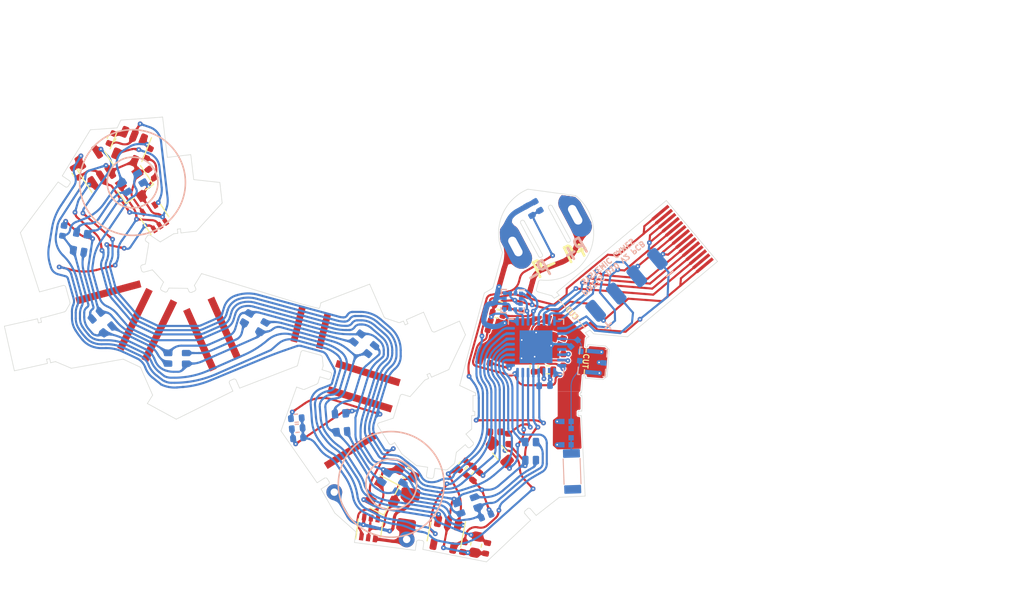
<source format=kicad_pcb>
(kicad_pcb (version 20211014) (generator pcbnew)
  (title_block (title "FLX-F020") (date "2021-09-11") (rev "10") (company "Systemic Games, LLC") (comment 1 "Flexible PCB, 0.13mm thickness"))
  (layers (0 "F.Cu" signal) (31 "B.Cu" signal) (34 "B.Paste" user) (35 "F.Paste" user) (36 "B.SilkS" user "B.Silkscreen") (37 "F.SilkS" user "F.Silkscreen") (38 "B.Mask" user) (39 "F.Mask" user) (44 "Edge.Cuts" user))
  (net 0 "")
  (net 1 "Net-(C1-Pad1)")
  (net 2 "GND")
  (net 3 "VDD")
  (net 4 "VDC")
  (net 5 "VEE")
  (net 6 "Net-(L1-Pad2)")
  (net 7 "Net-(L1-Pad1)")
  (net 8 "+5V")
  (net 9 "/BATT_NTC")
  (net 10 "/LED_EN")
  (net 11 "Net-(C2-Pad2)")
  (net 12 "Net-(C3-Pad1)")
  (net 13 "Net-(C5-Pad2)")
  (net 14 "Net-(C7-Pad1)")
  (net 15 "Net-(C19-Pad1)")
  (net 16 "Net-(C19-Pad2)")
  (net 17 "/NTC_ID_VDD")
  (net 18 "RXI")
  (net 19 "TXO")
  (net 20 "SWO")
  (net 21 "RESET")
  (net 22 "SWDCLK")
  (net 23 "SWDIO")
  (net 24 "Net-(R10-Pad1)")
  (net 25 "/PROG")
  (net 26 "/LED_DATA")
  (net 27 "+BATT")
  (net 28 "/STATS")
  (net 30 "/5V_SENSE")
  (net 31 "/VBAT_SENSE")
  (net 32 "/Power Supply/MAG1_")
  (net 33 "Net-(D10-Pad1)")
  (net 34 "/LED_RETURN")
  (net 35 "/Power Supply/LED_EN_OUT")
  (net 36 "Net-(R3-Pad1)")
  (net 37 "Net-(D2-Pad3)")
  (net 38 "Net-(D3-Pad3)")
  (net 39 "Net-(D4-Pad3)")
  (net 40 "Net-(D5-Pad3)")
  (net 41 "Net-(D6-Pad3)")
  (net 42 "Net-(D7-Pad3)")
  (net 43 "Net-(D8-Pad3)")
  (net 44 "Net-(D10-Pad3)")
  (net 45 "/SCL")
  (net 46 "/SDA")
  (net 47 "/ACC_INT")
  (net 48 "/ANTENNA")
  (net 51 "/ANT_50")
  (net 52 "/ANT_NRF")
  (footprint "Pixels-dice:C_0402_1005Metric" (layer "F.Cu") (at 114.7 94.42 -54)
    (fp_text reference "C16")
    (fp_text value "10uF 10V 20%")
  )
  (footprint "Pixels-dice:SOT-353_SC-70-5" (layer "F.Cu") (at 114.96 98.57 123)
    (fp_text reference "U7")
    (fp_text value "SN74LVC1G08" hide)
  )
  (footprint "TestPoint:TestPoint_THTPad_D1.5mm_Drill0.7mm" (layer "F.Cu") (at 131.960767 124.575406 30)
    (fp_text reference "P6")
    (fp_text value "COILB")
  )
  (footprint "Package_TO_SOT_SMD:SOT-23-5" (layer "F.Cu") (at 109.37 93.85 123)
    (fp_text reference "U5")
    (fp_text value "MCP73832T-2ACI/OT")
  )
  (footprint "Pixels-dice:SOT-23" (layer "F.Cu") (at 113.140767 95.735406 125)
    (fp_text reference "U8")
    (fp_text value "TMR1366")
  )
  (footprint "TestPoint:TestPoint_THTPad_D1.5mm_Drill0.7mm" (layer "F.Cu") (at 138.800767 129.045406 30)
    (fp_text reference "P5")
    (fp_text value "COILA")
  )
  (footprint "Pixels-dice:SOT-23-5" (layer "F.Cu") (at 112.61 91.86 -112)
    (fp_text reference "U6")
    (fp_text value "MT9700" hide)
  )
  (footprint "Resistor_SMD:R_0402_1005Metric" (layer "F.Cu") (at 110.9 91.12 -114)
    (fp_text reference "R3")
    (fp_text value "10k 5%")
  )
  (footprint "Pixels-dice:C_0402_1005Metric" (layer "F.Cu") (at 153.13 111.51 180)
    (fp_text reference "C7")
    (fp_text value "100pF NP0 10V 5%")
  )
  (footprint "Inductor_SMD:L_0805_2012Metric" (layer "F.Cu") (at 147.61 120.83 130)
    (fp_text reference "L1")
    (fp_text value "10uH 100mA 20%")
  )
  (footprint "Pixels-dice:C_0402_1005Metric" (layer "F.Cu") (at 153.750005 109.579996 -107)
    (fp_text reference "C5")
    (fp_text value "8pF 10V 10%")
  )
  (footprint "Pixels-dice:C_0402_1005Metric" (layer "F.Cu") (at 146.18 112.22 165)
    (fp_text reference "C3")
    (fp_text value "0.1uF 10V 20%")
  )
  (footprint "Pixels-dice:C_0402_1005Metric" (layer "F.Cu") (at 151.21 110.89 73)
    (fp_text reference "C2")
    (fp_text value "8pF 10V 10%")
  )
  (footprint "Resistor_SMD:R_0402_1005Metric" (layer "F.Cu") (at 152.15 113)
    (fp_text reference "R10")
    (fp_text value "100k 1%")
  )
  (footprint "Pixels-dice:C_0402_1005Metric" (layer "F.Cu") (at 147.174293 108.522925 -16)
    (fp_text reference "C10")
    (fp_text value "0.1uF 10V 20%")
  )
  (footprint "Pixels-dice:C_0402_1005Metric" (layer "F.Cu") (at 144.18 129.77 -101)
    (fp_text reference "C18")
    (fp_text value "4.7uF 10V 20%")
  )
  (footprint "Pixels-dice:R_0402_1005Metric" (layer "F.Cu") (at 146.36 129.88 -101)
    (fp_text reference "R4")
    (fp_text value "100k 1%")
  )
  (footprint "Pixels-dice:SOT-23-5" (layer "F.Cu") (at 142.49 128.6 -101)
    (fp_text reference "U4")
    (fp_text value "ME6215" hide)
  )
  (footprint "Resistor_SMD:R_0402_1005Metric" (layer "F.Cu") (at 150.85 112.68 -90)
    (fp_text reference "R9")
    (fp_text value "270k 1%")
  )
  (footprint "Pixels-dice:C_0402_1005Metric" (layer "F.Cu") (at 146.94 109.34 -16)
    (fp_text reference "C4")
    (fp_text value "4.7uF 10V 20%")
  )
  (footprint "Resistor_SMD:R_0402_1005Metric" (layer "F.Cu") (at 107.57 94.33 -59)
    (fp_text reference "R6")
    (fp_text value "22k 1%")
  )
  (footprint "Capacitor_SMD:C_0603_1608Metric" (layer "F.Cu") (at 138.78 122.76 152)
    (fp_text reference "C13")
    (fp_text value "4.7uF 25V 20%")
  )
  (footprint "Package_TO_SOT_SMD:SOT-363_SC-70-6" (layer "F.Cu") (at 135.3 127.96 82)
    (fp_text reference "D1")
    (fp_text value "BAV99S")
  )
  (footprint "Capacitor_SMD:C_0603_1608Metric" (layer "F.Cu") (at 145.37 129.54 -101)
    (fp_text reference "C15")
    (fp_text value "22uF 10V 20%")
  )
  (footprint "Inductor_SMD:L_0402_1005Metric" (layer "F.Cu") (at 147.18 118.87)
    (fp_text reference "L2")
    (fp_text value "15nH 100mA 5%")
  )
  (footprint "Pixels-dice:C_0402_1005Metric" (layer "F.Cu") (at 148.44 119.53 -90)
    (fp_text reference "C1")
    (fp_text value "4.7uF 10V 20%")
  )
  (footprint "Resistor_SMD:R_0402_1005Metric" (layer "F.Cu") (at 144.095162 122.037993 51)
    (fp_text reference "R7")
    (fp_text value "4.02M 1%")
  )
  (footprint "Resistor_SMD:R_0402_1005Metric" (layer "F.Cu") (at 144.74557 122.544524 -129)
    (fp_text reference "R8")
    (fp_text value "10M 1%")
  )
  (footprint "Pixels-dice:C_0402_1005Metric" (layer "F.Cu") (at 145.378015 123.082403 -129)
    (fp_text reference "C22")
    (fp_text value "10nF 25V 10%")
  )
  (footprint "Pixels-dice:Crystal_SMD_2016-4Pin_2.0x1.6mm" (layer "F.Cu") (at 152.37 109.05 -107)
    (fp_text reference "Y1")
    (fp_text value "32MHz 40ppm")
  )
  (footprint "Resistor_SMD:R_0402_1005Metric" (layer "F.Cu") (at 147.4 107.72 -15)
    (fp_text reference "R12")
    (fp_text value "2.7k 5%")
  )
  (footprint "Resistor_SMD:R_0402_1005Metric" (layer "F.Cu") (at 147.61 106.93 -15)
    (fp_text reference "R16")
    (fp_text value "2.7k 5%")
  )
  (footprint "Pixels-dice:SOT-23" (layer "F.Cu") (at 136.72 125 152)
    (fp_text reference "U3")
    (fp_text value "PJ75AL50SA")
  )
  (footprint "Capacitor_SMD:C_1206_3216Metric" (layer "F.Cu") (at 138.951881 126.229748 82)
    (fp_text reference "C19")
    (fp_text value "33nF 50V 5% NP0")
  )
  (footprint "Pixels-dice:FPC_14" (layer "F.Cu") (at 162.794287 98.137317 -50)
    (fp_text reference "J1")
    (fp_text value "Conn_01x14")
  )
  (footprint "Pixels-dice:C_0402_1005Metric" (layer "F.Cu") (at 114.36 92.52 -114)
    (fp_text reference "C24")
    (fp_text value "0.1uF 10V 20%")
  )
  (footprint "Pixels-dice:TX1812Z_2020" (layer "B.Cu") (at 132.600767 118.005406 5)
    (fp_text reference "D5")
    (fp_text value "TX1812Z_2020")
  )
  (footprint "Pixels-dice:TX1812Z_2020" (layer "B.Cu") (at 137.45 123.65 57)
    (fp_text reference "D4")
    (fp_text value "TX1812Z_2020")
  )
  (footprint "Pixels-dice:TX1812Z_2020" (layer "B.Cu") (at 134.790121 110.535406 50)
    (fp_text reference "D6")
    (fp_text value "TX1812Z_2020")
  )
  (footprint "Pixels-dice:TX1812Z_2020" (layer "B.Cu") (at 150.520767 120.685406 180)
    (fp_text reference "D2")
    (fp_text value "TX1812Z_2020")
  )
  (footprint "Pixels-dice:TX1812Z_2020" (layer "B.Cu") (at 124.440767 108.525406 60)
    (fp_text reference "D7")
    (fp_text value "TX1812Z_2020")
  )
  (footprint "Pixels-dice:TX1812Z_2020" (layer "B.Cu") (at 110.000767 108.525406 40)
    (fp_text reference "D9")
    (fp_text value "TX1812Z_2020")
  )
  (footprint "Pixels-dice:TX1812Z_2020" (layer "B.Cu") (at 117.100767 111.915406 90)
    (fp_text reference "D8")
    (fp_text value "TX1812Z_2020")
  )
  (footprint "Pixels-dice:C_0402_1005Metric" (layer "B.Cu") (at 151.167211 97.503682 120)
    (fp_text reference "C6")
    (fp_text value "DNP")
  )
  (footprint "Pixels-dice:TX1812Z_2020" (layer "B.Cu") (at 112.9 95.3 -59)
    (fp_text reference "D11")
    (fp_text value "TX1812Z_2020")
  )
  (footprint "Package_DFN_QFN:QFN-32-1EP_5x5mm_P0.5mm_EP3.1x3.1mm" (layer "B.Cu") (at 151.029999 110.82)
    (fp_text reference "U1")
    (fp_text value "N52810_QFN32")
  )
  (footprint "Pixels-dice:0402_RF" (layer "B.Cu") (at 154.65 110.49 -135)
    (fp_text reference "C8")
    (fp_text value "0.8pF 10V 5% C0G")
  )
  (footprint "Pixels-dice:C_0402_1005Metric" (layer "B.Cu") (at 146.33 126.84 21)
    (fp_text reference "C23")
    (fp_text value "0.1uF 10V 20%")
  )
  (footprint "Pixels-dice:TX1812Z_2020" (layer "B.Cu") (at 144.560767 125.815406 110)
    (fp_text reference "D3")
    (fp_text value "TX1812Z_2020")
  )
  (footprint "Pixels-dice:C_0402_1005Metric" (layer "B.Cu") (at 106.34 99.85 81)
    (fp_text reference "C9")
    (fp_text value "10uF 10V 20%")
  )
  (footprint "Pixels-dice:Hongjie 10100 Connector" (layer "B.Cu") (at 151.904568 99.832308 -152)
    (fp_text reference "J3")
    (fp_text value "Conn_01x02")
  )
  (footprint "Pixels-dice:TX1812Z_2020" (layer "B.Cu") (at 107.940767 100.935406 -10)
    (fp_text reference "D10")
    (fp_text value "TX1812Z_2020")
  )
  (footprint "Pixels-dice:C_0402_1005Metric" (layer "B.Cu") (at 128.546434 119.481858 -175)
    (fp_text reference "C21")
    (fp_text value "10nF 25V 10%")
  )
  (footprint "Resistor_SMD:R_0402_1005Metric" (layer "B.Cu") (at 128.453677 118.53635 5)
    (fp_text reference "R2")
    (fp_text value "4.02M 1%")
  )
  (footprint "Resistor_SMD:R_0402_1005Metric" (layer "B.Cu") (at 128.37 117.58 5)
    (fp_text reference "R1")
    (fp_text value "4.02M 1%")
  )
  (footprint "Package_LGA:LGA-12_2x2mm_P0.5mm" (layer "B.Cu") (at 148.828603 106.512195 179)
    (fp_text reference "U2")
    (fp_text value "KXTJ3-1057")
  )
  (footprint "Pixels-dice:0402_RF" (layer "B.Cu") (at 155.21 111.7 -96)
    (fp_text reference "L5")
    (fp_text value "3.9nH 5%")
  )
  (footprint "Pixels-dice:R_0402_1005Metric" (layer "B.Cu") (at 151.84 114.5 -179)
    (fp_text reference "R5")
    (fp_text value "100k 1%")
  )
  (footprint "Pixels-dice:0402_RF" (layer "B.Cu") (at 154.35 118.99 -90)
    (fp_text reference "L3")
    (fp_text value "1.8nH 5%")
  )
  (footprint "Pixels-dice:FPC-POGO-4" (layer "B.Cu") (at 159.58577 104.967722 40)
    (fp_text reference "J2")
    (fp_text value "Conn_01x04")
  )
  (footprint "Pixels-dice:0402_RF" (layer "B.Cu") (at 153.91 117.89 180)
    (fp_text reference "C12")
    (fp_text value "0.5pF 10V 5% C0G")
  )
  (footprint "Pixels-dice:CHIP_ANT" (layer "B.Cu") (at 154.38 120.91 2)
    (fp_text reference "AE1")
    (fp_text value "Antenna_Chip" hide)
  )
  (footprint "Pixels-dice:0402_RF" (layer "B.Cu") (at 153.91 120.09 180)
    (fp_text reference "C11")
    (fp_text value "DNP")
  )
  (footprint "Pixels-dice:R_0402_1005Metric" (layer "B.Cu") (at 150.387788 97.953682 120)
    (fp_text reference "TH1")
    (fp_text value "NTC 100k @ 25C")
  )
  (footprint "RFFrontEnd:MFH3.RECE.20369.001E.01" (layer "B.Cu") (at 156.37 112.25 -95)
    (fp_text reference "J4" hide)
    (fp_text value "DNP")
  )
  (gr_circle (center 137.35 123.84) (end 139.75 123.84) (layer "B.SilkS") (width 0.15) (fill none))
  (gr_circle (center 112.89 95.28) (end 115.29 95.28) (layer "B.SilkS") (width 0.15) (fill none))
  (gr_circle (center 112.89 95.28) (end 117.89 95.28) (layer "B.SilkS") (width 0.15) (fill none))
  (gr_circle (center 137.34 123.84) (end 142.34 123.84) (layer "B.SilkS") (width 0.15) (fill none))
  (gr_line (start 134.015564 128.338873) (end 133.865972 129.338933) (layer "Edge.Cuts") (width 0.05))
  (gr_line (start 116.770028 100.133922) (end 117.17062 100.086702) (layer "Edge.Cuts") (width 0.05))
  (gr_line (start 106.954202 106.773705) (end 106.584577 107.418468) (layer "Edge.Cuts") (width 0.05))
  (gr_line (start 147.871681 101.893354) (end 146.970373 105.174426) (layer "Edge.Cuts") (width 0.05))
  (gr_arc (start 115.65301 105.502843) (mid 115.550608 105.389065) (end 115.558653 105.236204) (layer "Edge.Cuts") (width 0.05))
  (gr_arc (start 129.151428 114.843849) (mid 129.079043 114.859778) (end 129.005821 114.848271) (layer "Edge.Cuts") (width 0.05))
  (gr_line (start 104.26667 108.091175) (end 104.196134 108.106966) (layer "Edge.Cuts") (width 0.05))
  (gr_line (start 118.096139 105.29438) (end 116.319129 105.267106) (layer "Edge.Cuts") (width 0.05))
  (gr_line (start 102.284983 100.025846) (end 104.090275 105.630108) (layer "Edge.Cuts") (width 0.05))
  (gr_line (start 155.245527 115.16554) (end 155.32618 115.166158) (layer "Edge.Cuts") (width 0.05))
  (gr_line (start 106.528187 95.686583) (end 105.852021 95.229887) (layer "Edge.Cuts") (width 0.05))
  (gr_line (start 155.03691 116.910493) (end 155.360892 116.910143) (layer "Edge.Cuts") (width 0.05))
  (gr_line (start 115.507344 100.903439) (end 116.770028 100.133922) (layer "Edge.Cuts") (width 0.05))
  (gr_line (start 156.04 109.86) (end 155.751386 110.02488) (layer "Edge.Cuts") (width 0.05))
  (gr_line (start 106.463513 107.512141) (end 104.661245 108.002874) (layer "Edge.Cuts") (width 0.05))
  (gr_line (start 144.540753 120.306093) (end 144.344187 120.079649) (layer "Edge.Cuts") (width 0.05))
  (gr_line (start 118.673467 95.004252) (end 118.395015 92.640348) (layer "Edge.Cuts") (width 0.05))
  (gr_line (start 117.468561 100.051604) (end 118.921024 99.880513) (layer "Edge.Cuts") (width 0.05))
  (gr_line (start 105.141225 112.328497) (end 105.211763 112.312706) (layer "Edge.Cuts") (width 0.05))
  (gr_line (start 132.008844 126.55057) (end 134.015564 128.338873) (layer "Edge.Cuts") (width 0.05))
  (gr_line (start 156.04 109.86) (end 155.69 109.49) (layer "Edge.Cuts") (width 0.05))
  (gr_line (start 145.243921 116.983599) (end 145.244036 117.268961) (layer "Edge.Cuts") (width 0.05))
  (gr_line (start 155.360892 116.910143) (end 155.360287 115.431145) (layer "Edge.Cuts") (width 0.05))
  (gr_line (start 157.744482 113.641815) (end 157.352759 113.920145) (layer "Edge.Cuts") (width 0.05))
  (gr_line (start 157.352759 113.920145) (end 155.677242 113.784855) (layer "Edge.Cuts") (width 0.05))
  (gr_arc (start 130.583107 107.116504) (mid 130.536514 107.178583) (end 130.459675 107.189544) (layer "Edge.Cuts") (width 0.05))
  (gr_line (start 130.708905 124.279224) (end 132.008844 126.55057) (layer "Edge.Cuts") (width 0.05))
  (gr_line (start 140.42379 129.381855) (end 140.332864 129.991284) (layer "Edge.Cuts") (width 0.05))
  (gr_arc (start 118.481743 105.671323) (mid 118.328708 105.674643) (end 118.218149 105.568777) (layer "Edge.Cuts") (width 0.05))
  (gr_arc (start 131.563943 113.227636) (mid 131.68202 113.325009) (end 131.696725 113.477374) (layer "Edge.Cuts") (width 0.05))
  (gr_line (start 143.791459 108.392753) (end 141.490092 109.404976) (layer "Edge.Cuts") (width 0.05))
  (gr_line (start 155.677242 113.784855) (end 155.697242 113.554855) (layer "Edge.Cuts") (width 0.05))
  (gr_arc (start 145.193896 116.924301) (mid 145.229288 116.93892) (end 145.243918 116.97428) (layer "Edge.Cuts") (width 0.05))
  (gr_line (start 130.698701 106.660227) (end 130.583108 107.116505) (layer "Edge.Cuts") (width 0.05))
  (gr_line (start 152.75 106.23) (end 153.23 105.95) (layer "Edge.Cuts") (width 0.05))
  (gr_line (start 155.673341 124.948024) (end 155.311065 117.330163) (layer "Edge.Cuts") (width 0.05))
  (gr_line (start 114.29 116.19) (end 117.016201 117.669824) (layer "Edge.Cuts") (width 0.05))
  (gr_line (start 144.359228 109.683626) (end 143.791459 108.392753) (layer "Edge.Cuts") (width 0.05))
  (gr_arc (start 130.687284 111.624994) (mid 130.783467 111.689466) (end 130.827826 111.796435) (layer "Edge.Cuts") (width 0.05))
  (gr_arc (start 151.266655 104.653212) (mid 151.34768 104.538954) (end 151.483688 104.50546) (layer "Edge.Cuts") (width 0.05))
  (gr_arc (start 136.085241 118.314624) (mid 136.06622 118.140381) (end 136.191755 118.018027) (layer "Edge.Cuts") (width 0.05))
  (gr_line (start 145.243918 116.97428) (end 145.243921 116.983599) (layer "Edge.Cuts") (width 0.05))
  (gr_line (start 145.071288 115.436351) (end 145.071896 116.924352) (layer "Edge.Cuts") (width 0.05))
  (gr_arc (start 155.037062 117.330276) (mid 155.001732 117.315628) (end 154.987045 117.280297) (layer "Edge.Cuts") (width 0.05))
  (gr_arc (start 122.421194 113.883502) (mid 122.574241 113.880179) (end 122.684802 113.986042) (layer "Edge.Cuts") (width 0.05))
  (gr_line (start 137.668108 119.887379) (end 137.413843 120.047661) (layer "Edge.Cuts") (width 0.05))
  (gr_arc (start 143.347223 121.762733) (mid 143.318763 121.84519) (end 143.263692 121.912834) (layer "Edge.Cuts") (width 0.05))
  (gr_line (start 101.719571 113.094519) (end 104.848474 112.394038) (layer "Edge.Cuts") (width 0.05))
  (gr_line (start 117.123826 99.689447) (end 117.421766 99.654352) (layer "Edge.Cuts") (width 0.05))
  (gr_line (start 153.229708 125.064234) (end 155.673341 124.948024) (layer "Edge.Cuts") (width 0.05))
  (gr_line (start 131.696725 113.477374) (end 131.60984 113.764409) (layer "Edge.Cuts") (width 0.05))
  (gr_line (start 155.195275 115.382202) (end 155.195554 115.215568) (layer "Edge.Cuts") (width 0.05))
  (gr_line (start 131.3601 113.897184) (end 130.594564 113.66327) (layer "Edge.Cuts") (width 0.05))
  (gr_line (start 150.00221 126.334809) (end 150.22813 126.138718) (layer "Edge.Cuts") (width 0.05))
  (gr_line (start 115.991516 91.286033) (end 115.731354 89.079007) (layer "Edge.Cuts") (width 0.05))
  (gr_line (start 118.921024 99.880513) (end 121.362205 97.219903) (layer "Edge.Cuts") (width 0.05))
  (gr_line (start 121.142341 95.275132) (end 118.673467 95.004252) (layer "Edge.Cuts") (width 0.05))
  (gr_arc (start 154.986906 116.965295) (mid 155.001296 116.928228) (end 155.03691 116.910493) (layer "Edge.Cuts") (width 0.05))
  (gr_arc (start 138.200766 108.51325) (mid 138.111627 108.534257) (end 138.020915 108.521718) (layer "Edge.Cuts") (width 0.05))
  (gr_line (start 144.946064 117.334404) (end 144.946585 118.608402) (layer "Edge.Cuts") (width 0.05))
  (gr_line (start 154.987045 117.280297) (end 154.987037 117.264978) (layer "Edge.Cuts") (width 0.05))
  (gr_arc (start 138.189058 115.461609) (mid 138.286425 115.343506) (end 138.438795 115.32882) (layer "Edge.Cuts") (width 0.05))
  (gr_line (start 163.351131 96.978204) (end 152.978887 105.681549) (layer "Edge.Cuts") (width 0.05))
  (gr_line (start 113.749459 103.610615) (end 113.670334 103.321657) (layer "Edge.Cuts") (width 0.05))
  (gr_line (start 141.151967 113.695931) (end 142.787826 112.976421) (layer "Edge.Cuts") (width 0.05))
  (gr_line (start 108.905004 90.290938) (end 106.243786 94.649726) (layer "Edge.Cuts") (width 0.05))
  (gr_arc (start 131.461795 123.567249) (mid 131.487698 123.71809) (end 131.399394 123.843121) (layer "Edge.Cuts") (width 0.05))
  (gr_line (start 138.339541 120.947104) (end 137.668108 119.887379) (layer "Edge.Cuts") (width 0.05))
  (gr_line (start 145.071896 116.924352) (end 145.193896 116.924301) (layer "Edge.Cuts") (width 0.05))
  (gr_line (start 104.761086 112.003699) (end 104.848474 112.394038) (layer "Edge.Cuts") (width 0.05))
  (gr_line (start 140.399287 107.545897) (end 138.763428 108.265404) (layer "Edge.Cuts") (width 0.05))
  (gr_line (start 138.496095 108.382987) (end 138.65714 108.749135) (layer "Edge.Cuts") (width 0.05))
  (gr_arc (start 106.919971 95.106351) (mid 107.004315 95.234012) (end 106.973688 95.383924) (layer "Edge.Cuts") (width 0.05))
  (gr_line (start 142.787826 112.976421) (end 144.359228 109.683626) (layer "Edge.Cuts") (width 0.05))
  (gr_line (start 128.475136 112.623139) (end 128.806588 111.324062) (layer "Edge.Cuts") (width 0.05))
  (gr_line (start 104.661245 108.002874) (end 104.26667 108.091175) (layer "Edge.Cuts") (width 0.05))
  (gr_line (start 111.784628 89.37406) (end 111.437931 90.109602) (layer "Edge.Cuts") (width 0.05))
  (gr_line (start 130.827826 111.796435) (end 130.906161 112.589413) (layer "Edge.Cuts") (width 0.05))
  (gr_arc (start 155.19555 115.215566) (mid 155.210069 115.1801) (end 155.245527 115.16554) (layer "Edge.Cuts") (width 0.05))
  (gr_arc (start 145.3 115.18) (mid 145.321624 115.195171) (end 145.329933 115.220246) (layer "Edge.Cuts") (width 0.05))
  (gr_line (start 144.344187 120.079649) (end 143.498486 120.807995) (layer "Edge.Cuts") (width 0.05))
  (gr_arc (start 116.189696 105.537374) (mid 116.075918 105.639772) (end 115.923059 105.631725) (layer "Edge.Cuts") (width 0.05))
  (gr_line (start 123.012999 114.733371) (end 128.475136 112.623139) (layer "Edge.Cuts") (width 0.05))
  (gr_line (start 111.437931 90.109602) (end 108.905004 90.290938) (layer "Edge.Cuts") (width 0.05))
  (gr_line (start 126.917654 118.782774) (end 130.336659 123.687379) (layer "Edge.Cuts") (width 0.05))
  (gr_line (start 117.016201 117.669824) (end 122.372115 115.015634) (layer "Edge.Cuts") (width 0.05))
  (gr_arc (start 106.584577 107.418468) (mid 106.533361 107.477344) (end 106.463513 107.512141) (layer "Edge.Cuts") (width 0.05))
  (gr_line (start 151.073109 105.38073) (end 151.266655 104.653212) (layer "Edge.Cuts") (width 0.05))
  (gr_line (start 114.126495 100.574027) (end 114.294393 100.324958) (layer "Edge.Cuts") (width 0.05))
  (gr_line (start 140.723589 113.447367) (end 140.884634 113.813514) (layer "Edge.Cuts") (width 0.05))
  (gr_arc (start 141.359217 123.112471) (mid 141.280409 123.243697) (end 141.131885 123.280749) (layer "Edge.Cuts") (width 0.05))
  (gr_arc (start 131.609833 113.764408) (mid 131.512463 113.882487) (end 131.3601 113.897184) (layer "Edge.Cuts") (width 0.05))
  (gr_arc (start 128.806588 111.324062) (mid 128.898451 111.201573) (end 129.05 111.18) (layer "Edge.Cuts") (width 0.05))
  (gr_line (start 113.64 112.76) (end 114.79 115.4) (layer "Edge.Cuts") (width 0.05))
  (gr_line (start 156.48 109.6) (end 159.68 109.88) (layer "Edge.Cuts") (width 0.05))
  (gr_arc (start 150.228126 126.138713) (mid 150.373489 126.09071) (end 150.5102 126.159583) (layer "Edge.Cuts") (width 0.05))
  (gr_line (start 145.048743 120.131887) (end 144.822816 120.326974) (layer "Edge.Cuts") (width 0.05))
  (gr_line (start 155.68 110.82) (end 155.751386 110.02488) (layer "Edge.Cuts") (width 0.05))
  (gr_arc (start 106.972662 106.62346) (mid 106.978197 106.700397) (end 106.954202 106.773705) (layer "Edge.Cuts") (width 0.05))
  (gr_line (start 140.785061 122.218104) (end 139.719995 122.056541) (layer "Edge.Cuts") (width 0.05))
  (gr_line (start 135.304977 104.894345) (end 130.698701 106.660227) (layer "Edge.Cuts") (width 0.05))
  (gr_line (start 118.218149 105.568777) (end 118.096139 105.29438) (layer "Edge.Cuts") (width 0.05))
  (gr_line (start 118.755694 105.550214) (end 118.481745 105.671328) (layer "Edge.Cuts") (width 0.05))
  (gr_line (start 114.79 115.4) (end 114.29 116.19) (layer "Edge.Cuts") (width 0.05))
  (gr_arc (start 145.069618 119.849816) (mid 145.117607 119.995186) (end 145.048743 120.131887) (layer "Edge.Cuts") (width 0.05))
  (gr_line (start 130.798289 112.993189) (end 131.563943 113.227636) (layer "Edge.Cuts") (width 0.05))
  (gr_arc (start 113.670334 103.321656) (mid 113.6897 103.169812) (end 113.810763 103.076137) (layer "Edge.Cuts") (width 0.05))
  (gr_arc (start 141.490092 109.404976) (mid 141.298812 109.409111) (end 141.160594 109.276788) (layer "Edge.Cuts") (width 0.05))
  (gr_line (start 133.865972 129.338933) (end 139.612279 130.085586) (layer "Edge.Cuts") (width 0.05))
  (gr_line (start 136.191755 118.018027) (end 137.540162 117.572432) (layer "Edge.Cuts") (width 0.05))
  (gr_line (start 157.613322 110.757582) (end 157.96 111.085) (layer "Edge.Cuts") (width 0.05))
  (gr_arc (start 154.263149 100.646418) (mid 154.182457 100.917492) (end 153.91132 100.836736) (layer "Edge.Cuts") (width 0.05))
  (gr_line (start 140.506694 113.980217) (end 140.884634 113.813514) (layer "Edge.Cuts") (width 0.05))
  (gr_line (start 140.668595 123.008544) (end 140.785061 122.218104) (layer "Edge.Cuts") (width 0.05))
  (gr_line (start 139.122329 115.537784) (end 140.506694 113.980217) (layer "Edge.Cuts") (width 0.05))
  (gr_line (start 151.272972 102.26492) (end 149.583628 99.143104) (layer "Edge.Cuts") (width 0.05))
  (gr_line (start 117.17062 100.086702) (end 117.123826 99.689447) (layer "Edge.Cuts") (width 0.05))
  (gr_line (start 155.91 110.84) (end 155.92 110.62) (layer "Edge.Cuts") (width 0.05))
  (gr_arc (start 118.858243 105.286617) (mid 118.861564 105.439656) (end 118.755694 105.550214) (layer "Edge.Cuts") (width 0.05))
  (gr_line (start 121.362205 97.219903) (end 121.142341 95.275132) (layer "Edge.Cuts") (width 0.05))
  (gr_line (start 103.90338 108.172506) (end 103.990765 108.562843) (layer "Edge.Cuts") (width 0.05))
  (gr_line (start 146.854009 105.32488) (end 146.143322 105.733912) (layer "Edge.Cuts") (width 0.05))
  (gr_line (start 130.8984 112.667695) (end 130.798289 112.993189) (layer "Edge.Cuts") (width 0.05))
  (gr_line (start 149.935902 98.952523) (end 151.624827 102.074672) (layer "Edge.Cuts") (width 0.05))
  (gr_line (start 138.496095 108.382987) (end 138.200766 108.51325) (layer "Edge.Cuts") (width 0.05))
  (gr_line (start 130.459675 107.189544) (end 128.786603 106.76124) (layer "Edge.Cuts") (width 0.05))
  (gr_line (start 155.69 109.49) (end 156.13 109.24) (layer "Edge.Cuts") (width 0.05))
  (gr_line (start 139.719995 122.056541) (end 138.339541 120.947104) (layer "Edge.Cuts") (width 0.05))
  (gr_line (start 115.470521 89.109755) (end 111.784628 89.37406) (layer "Edge.Cuts") (width 0.05))
  (gr_arc (start 151.624817 102.074675) (mid 151.544005 102.345618) (end 151.272972 102.26492) (layer "Edge.Cuts") (width 0.05))
  (gr_line (start 141.160594 109.276788) (end 140.399287 107.545897) (layer "Edge.Cuts") (width 0.05))
  (gr_line (start 155.311065 117.330163) (end 155.037062 117.330276) (layer "Edge.Cuts") (width 0.05))
  (gr_line (start 106.243786 94.649726) (end 106.919971 95.106351) (layer "Edge.Cuts") (width 0.05))
  (gr_line (start 137.540162 117.572432) (end 138.189061 115.461612) (layer "Edge.Cuts") (width 0.05))
  (gr_line (start 104.28352 108.497303) (end 103.990765 108.562843) (layer "Edge.Cuts") (width 0.05))
  (gr_arc (start 145.244035 117.284279) (mid 145.229411 117.319656) (end 145.194056 117.334293) (layer "Edge.Cuts") (width 0.05))
  (gr_arc (start 113.994969 103.751045) (mid 113.843131 103.731677) (end 113.749459 103.610615) (layer "Edge.Cuts") (width 0.05))
  (gr_arc (start 139.731148 129.278932) (mid 139.80996 129.147713) (end 139.95848 129.110642) (layer "Edge.Cuts") (width 0.05))
  (gr_line (start 140.990922 113.329782) (end 141.151967 113.695931) (layer "Edge.Cuts") (width 0.05))
  (gr_arc (start 130.423022 114.223891) (mid 130.380497 114.299101) (end 130.310225 114.34938) (layer "Edge.Cuts") (width 0.05))
  (gr_line (start 118.737024 105.012119) (end 118.858243 105.286617) (layer "Edge.Cuts") (width 0.05))
  (gr_line (start 104.196134 108.106966) (end 104.28352 108.497303) (layer "Edge.Cuts") (width 0.05))
  (gr_line (start 139.95848 129.110642) (end 140.255501 129.154524) (layer "Edge.Cuts") (width 0.05))
  (gr_line (start 115.815894 104.694313) (end 114.767423 103.541742) (layer "Edge.Cuts") (width 0.05))
  (gr_line (start 155.360287 115.431145) (end 155.245644 115.432189) (layer "Edge.Cuts") (width 0.05))
  (gr_line (start 117.421766 99.654352) (end 117.468561 100.051604) (layer "Edge.Cuts") (width 0.05))
  (gr_line (start 112 111.99) (end 113.64 112.76) (layer "Edge.Cuts") (width 0.05))
  (gr_line (start 130.310225 114.34938) (end 129.151428 114.843849) (layer "Edge.Cuts") (width 0.05))
  (gr_line (start 152.531377 105.99715) (end 151.214121 105.625917) (layer "Edge.Cuts") (width 0.05))
  (gr_line (start 107.102656 112.854237) (end 112 111.99) (layer "Edge.Cuts") (width 0.05))
  (gr_line (start 104.090275 105.630108) (end 106.328559 105.020201) (layer "Edge.Cuts") (width 0.05))
  (gr_line (start 131.302686 123.314307) (end 131.461795 123.567249) (layer "Edge.Cuts") (width 0.05))
  (gr_line (start 157.96 111.085) (end 157.744482 113.641815) (layer "Edge.Cuts") (width 0.05))
  (gr_line (start 152.75 106.23) (end 152.531377 105.99715) (layer "Edge.Cuts") (width 0.05))
  (gr_line (start 168.191321 102.746516) (end 163.351131 96.978204) (layer "Edge.Cuts") (width 0.05))
  (gr_arc (start 136.8077 108.117864) (mid 136.718181 108.065346) (end 136.657684 107.981008) (layer "Edge.Cuts") (width 0.05))
  (gr_arc (start 149.583674 99.143079) (mid 149.664289 98.871264) (end 149.935902 98.952523) (layer "Edge.Cuts") (width 0.05))
  (gr_arc (start 152.222133 97.714996) (mid 152.302661 97.443375) (end 152.574218 97.524346) (layer "Edge.Cuts") (width 0.05))
  (gr_arc (start 154.78 96.53) (mid 156.144518 101.762889) (end 151.483689 104.505459) (layer "Edge.Cuts") (width 0.05))
  (gr_line (start 113.810763 103.076137) (end 114.101199 102.997014) (layer "Edge.Cuts") (width 0.05))
  (gr_arc (start 142.684068 122.41333) (mid 142.590194 122.464273) (end 142.483632 122.47135) (layer "Edge.Cuts") (width 0.05))
  (gr_line (start 146.347356 131.172144) (end 150.513114 127.235129) (layer "Edge.Cuts") (width 0.05))
  (gr_line (start 143.263692 121.912834) (end 142.684068 122.41333) (layer "Edge.Cuts") (width 0.05))
  (gr_arc (start 155.245644 115.432181) (mid 155.210033 115.417689) (end 155.195275 115.382202) (layer "Edge.Cuts") (width 0.05))
  (gr_line (start 122.684802 113.986042) (end 123.012999 114.733371) (layer "Edge.Cuts") (width 0.05))
  (gr_line (start 138.438795 115.32882) (end 139.122329 115.537784) (layer "Edge.Cuts") (width 0.05))
  (gr_line (start 106.574082 105.16062) (end 106.972662 106.62346) (layer "Edge.Cuts") (width 0.05))
  (gr_line (start 128.786603 106.76124) (end 119.411789 103.895073) (layer "Edge.Cuts") (width 0.05))
  (gr_line (start 137.137971 119.985253) (end 136.085241 118.314624) (layer "Edge.Cuts") (width 0.05))
  (gr_line (start 138.924474 108.631552) (end 138.65714 108.749135) (layer "Edge.Cuts") (width 0.05))
  (gr_line (start 146.143322 105.733912) (end 143.810902 114.487867) (layer "Edge.Cuts") (width 0.05))
  (gr_line (start 151.042927 126.777911) (end 153.229708 125.064234) (layer "Edge.Cuts") (width 0.05))
  (gr_arc (start 137.413839 120.047655) (mid 137.262984 120.073591) (end 137.137971 119.985253) (layer "Edge.Cuts") (width 0.05))
  (gr_arc (start 147.871681 101.893354) (mid 147.812586 98.402728) (end 150.259245 95.912382) (layer "Edge.Cuts") (width 0.05))
  (gr_arc (start 146.970373 105.174426) (mid 146.927068 105.261162) (end 146.854009 105.32488) (layer "Edge.Cuts") (width 0.05))
  (gr_line (start 131.399394 123.843121) (end 130.708905 124.279224) (layer "Edge.Cuts") (width 0.05))
  (gr_line (start 106.973688 95.383924) (end 106.8059 95.632676) (layer "Edge.Cuts") (width 0.05))
  (gr_arc (start 144.822816 120.326974) (mid 144.677445 120.374987) (end 144.540753 120.306093) (layer "Edge.Cuts") (width 0.05))
  (gr_line (start 145.194056 117.334293) (end 144.946064 117.334404) (layer "Edge.Cuts") (width 0.05))
  (gr_line (start 155.4647 113.534634) (end 155.32618 115.166158) (layer "Edge.Cuts") (width 0.05))
  (gr_line (start 144.403778 119.076624) (end 145.069618 119.849816) (layer "Edge.Cuts") (width 0.05))
  (gr_line (start 105.605973 112.224489) (end 107.102656 112.854237) (layer "Edge.Cuts") (width 0.05))
  (gr_line (start 154.987037 117.264978) (end 154.98692 116.979617) (layer "Edge.Cuts") (width 0.05))
  (gr_line (start 141.479105 122.320819) (end 141.359225 123.112472) (layer "Edge.Cuts") (width 0.05))
  (gr_line (start 114.767423 103.541742) (end 113.994975 103.751053) (layer "Edge.Cuts") (width 0.05))
  (gr_line (start 150.513114 127.235129) (end 149.981333 126.61688) (layer "Edge.Cuts") (width 0.05))
  (gr_line (start 115.731354 89.079007) (end 115.470521 89.109755) (layer "Edge.Cuts") (width 0.05))
  (gr_line (start 116.18189 92.901039) (end 118.395015 92.640348) (layer "Edge.Cuts") (width 0.05))
  (gr_line (start 156.13 109.24) (end 156.48 109.6) (layer "Edge.Cuts") (width 0.05))
  (gr_line (start 130.336659 123.687379) (end 131.026815 123.251917) (layer "Edge.Cuts") (width 0.05))
  (gr_line (start 116.319129 105.267106) (end 116.1897 105.537378) (layer "Edge.Cuts") (width 0.05))
  (gr_line (start 115.923059 105.631725) (end 115.653009 105.502843) (layer "Edge.Cuts") (width 0.05))
  (gr_line (start 153.23 105.95) (end 152.978887 105.681549) (layer "Edge.Cuts") (width 0.05))
  (gr_line (start 154.98692 116.979617) (end 154.986914 116.965295) (layer "Edge.Cuts") (width 0.05))
  (gr_line (start 114.428391 101.018879) (end 114.180346 100.851696) (layer "Edge.Cuts") (width 0.05))
  (gr_line (start 140.332864 129.991284) (end 146.347356 131.172144) (layer "Edge.Cuts") (width 0.05))
  (gr_line (start 130.594564 113.66327) (end 130.423023 114.223891) (layer "Edge.Cuts") (width 0.05))
  (gr_line (start 153.91132 100.836736) (end 152.222133 97.714996) (layer "Edge.Cuts") (width 0.05))
  (gr_line (start 115.991516 91.286033) (end 116.18189 92.901039) (layer "Edge.Cuts") (width 0.05))
  (gr_line (start 122.146255 114.004626) (end 122.421198 113.88351) (layer "Edge.Cuts") (width 0.05))
  (gr_line (start 122.372115 115.015634) (end 122.043709 114.268223) (layer "Edge.Cuts") (width 0.05))
  (gr_line (start 105.053839 111.938161) (end 105.141225 112.328497) (layer "Edge.Cuts") (width 0.05))
  (gr_line (start 150.5102 126.159583) (end 151.042927 126.777911) (layer "Edge.Cuts") (width 0.05))
  (gr_line (start 145.28 115.436254) (end 145.071288 115.436351) (layer "Edge.Cuts") (width 0.05))
  (gr_arc (start 114.180347 100.851695) (mid 114.095914 100.724014) (end 114.126495 100.574027) (layer "Edge.Cuts") (width 0.05))
  (gr_line (start 114.101199 102.997014) (end 114.428391 101.018879) (layer "Edge.Cuts") (width 0.05))
  (gr_arc (start 140.836876 123.235875) (mid 140.705637 123.157066) (end 140.668595 123.008544) (layer "Edge.Cuts") (width 0.05))
  (gr_line (start 139.612279 130.085586) (end 139.731152 129.278934) (layer "Edge.Cuts") (width 0.05))
  (gr_arc (start 131.026812 123.251915) (mid 131.177659 123.225997) (end 131.302686 123.314307) (layer "Edge.Cuts") (width 0.05))
  (gr_line (start 115.558653 105.236204) (end 115.815894 104.694313) (layer "Edge.Cuts") (width 0.05))
  (gr_arc (start 149.981335 126.616881) (mid 149.933345 126.471515) (end 150.00221 126.334809) (layer "Edge.Cuts") (width 0.05))
  (gr_arc (start 122.043711 114.268221) (mid 122.04039 114.115186) (end 122.146255 114.004626) (layer "Edge.Cuts") (width 0.05))
  (gr_line (start 114.572058 100.271097) (end 115.507344 100.903439) (layer "Edge.Cuts") (width 0.05))
  (gr_arc (start 140.255501 129.154521) (mid 140.386731 129.233331) (end 140.42379 129.381855) (layer "Edge.Cuts") (width 0.05))
  (gr_line (start 119.411789 103.895073) (end 118.737024 105.012119) (layer "Edge.Cuts") (width 0.05))
  (gr_line (start 159.68 109.88) (end 168.191321 102.746516) (layer "Edge.Cuts") (width 0.05))
  (gr_line (start 138.763428 108.265404) (end 138.924474 108.631552) (layer "Edge.Cuts") (width 0.05))
  (gr_line (start 105.852021 95.229887) (end 102.284983 100.025846) (layer "Edge.Cuts") (width 0.05))
  (gr_arc (start 151.214121 105.625911) (mid 151.092815 105.532528) (end 151.073109 105.38073) (layer "Edge.Cuts") (width 0.05))
  (gr_arc (start 106.805896 95.63267) (mid 106.678224 95.717228) (end 106.528187 95.686583) (layer "Edge.Cuts") (width 0.05))
  (gr_line (start 144.946585 118.608402) (end 144.403778 119.076624) (layer "Edge.Cuts") (width 0.05))
  (gr_line (start 155.68 110.82) (end 155.91 110.84) (layer "Edge.Cuts") (width 0.05))
  (gr_line (start 155.92 110.62) (end 157.613322 110.757582) (layer "Edge.Cuts") (width 0.05))
  (gr_line (start 145.329933 115.220246) (end 145.329988 115.386243) (layer "Edge.Cuts") (width 0.05))
  (gr_arc (start 106.328555 105.020193) (mid 106.480401 105.039557) (end 106.574082 105.16062) (layer "Edge.Cuts") (width 0.05))
  (gr_arc (start 130.906153 112.589414) (mid 130.906151 112.628937) (end 130.8984 112.667695) (layer "Edge.Cuts") (width 0.05))
  (gr_arc (start 114.294386 100.324953) (mid 114.422069 100.240518) (end 114.572058 100.271097) (layer "Edge.Cuts") (width 0.05))
  (gr_line (start 100.774476 108.872987) (end 101.719571 113.094519) (layer "Edge.Cuts") (width 0.05))
  (gr_line (start 140.990922 113.329782) (end 140.723589 113.447367) (layer "Edge.Cuts") (width 0.05))
  (gr_line (start 129.05 111.18) (end 130.687284 111.624994) (layer "Edge.Cuts") (width 0.05))
  (gr_line (start 129.005821 114.848271) (end 128.39896 114.631169) (layer "Edge.Cuts") (width 0.05))
  (gr_line (start 152.574218 97.524346) (end 154.263142 100.646421) (layer "Edge.Cuts") (width 0.05))
  (gr_line (start 138.020915 108.521718) (end 136.8077 108.117864) (layer "Edge.Cuts") (width 0.05))
  (gr_line (start 143.810902 114.487867) (end 145.3 115.18) (layer "Edge.Cuts") (width 0.05))
  (gr_line (start 103.90338 108.172506) (end 100.774476 108.872987) (layer "Edge.Cuts") (width 0.05))
  (gr_line (start 142.483632 122.47135) (end 141.479105 122.320819) (layer "Edge.Cuts") (width 0.05))
  (gr_line (start 145.244036 117.268961) (end 145.244043 117.28428) (layer "Edge.Cuts") (width 0.05))
  (gr_line (start 154.78 96.53) (end 150.259245 95.912382) (layer "Edge.Cuts") (width 0.05))
  (gr_line (start 105.211763 112.312706) (end 105.605973 112.224489) (layer "Edge.Cuts") (width 0.05))
  (gr_line (start 128.39896 114.631169) (end 126.917654 118.782774) (layer "Edge.Cuts") (width 0.05))
  (gr_line (start 105.053839 111.938161) (end 104.761086 112.003699) (layer "Edge.Cuts") (width 0.05))
  (gr_line (start 136.657684 107.981008) (end 135.304977 104.894345) (layer "Edge.Cuts") (width 0.05))
  (gr_line (start 143.498486 120.807995) (end 143.347223 121.762733) (layer "Edge.Cuts") (width 0.05))
  (gr_line (start 141.131885 123.280749) (end 140.836874 123.235879) (layer "Edge.Cuts") (width 0.05))
  (gr_line (start 155.697242 113.554855) (end 155.4647 113.534634) (layer "Edge.Cuts") (width 0.05))
  (gr_arc (start 145.32998 115.386243) (mid 145.315345 115.421602) (end 145.28 115.436254) (layer "Edge.Cuts") (width 0.05))
  (gr_text "P-" (at 151.23 103.77 30) (layer "B.SilkS") (effects (font (size 1.5 1) (thickness 0.25)) (justify mirror)))
  (gr_text "P+" (at 154.7 101.65 30) (layer "B.SilkS") (effects (font (size 1.5 1) (thickness 0.25)) (justify mirror)))
  (gr_text "PIXELS D10 V2 PCB\nSYSTEMIC GAMES" (at 158.069762 103.067671 220) (layer "B.SilkS") (effects (font (size 0.5 0.5) (thickness 0.12)) (justify mirror)))
  (gr_text "--CUT--" (at 154.43 107.68 313) (layer "B.SilkS") (effects (font (size 0.5 0.5) (thickness 0.1)) (justify mirror)))
  (gr_text "P+" (at 154.84 101.79 26) (layer "F.SilkS") (effects (font (size 1.5 1) (thickness 0.25))))
  (gr_text "P-" (at 151.91 103.2 26) (layer "F.SilkS") (effects (font (size 1.5 1) (thickness 0.25))))
  (gr_text "-CUT-" (at 155.72 112.17 265) (layer "F.SilkS") (effects (font (size 0.5 0.5) (thickness 0.1))))
  (gr_text "--CUT--" (at 154.41 107.64 313) (layer "F.SilkS") (effects (font (size 0.5 0.5) (thickness 0.1))))
  (segment (start 149.718718 118.205) (end 149.806649 118.185087) (width 0.2) (layer "F.Cu") (net 1))
  (segment (start 150.031029 118.16) (end 150.144622 118.16) (width 0.2) (layer "F.Cu") (net 1))
  (segment (start 148.0525 118.96) (end 147.665 118.87) (width 0.2) (layer "F.Cu") (net 1))
  (segment (start 149.356275 118.371277) (end 148.759666 118.813209) (width 0.2) (layer "F.Cu") (net 1))
  (segment (start 150.398777 118.295) (end 150.49 118.43) (width 0.2) (layer "F.Cu") (net 1))
  (via (at 150.49 118.43) (size 0.45) (drill 0.15) (layers "F.Cu" "B.Cu") (net 1))
  (arc (start 149.806649 118.185087) (mid 149.91814 118.166291) (end 150.031029 118.16) (width 0.2) (layer "F.Cu") (net 1))
  (arc (start 148.759666 118.813209) (mid 148.422221 118.964352) (end 148.0525 118.96) (width 0.2) (layer "F.Cu") (net 1))
  (arc (start 149.356275 118.371277) (mid 149.528843 118.269275) (end 149.718718 118.205) (width 0.2) (layer "F.Cu") (net 1))
  (arc (start 150.398777 118.295) (mid 150.288514 118.195844) (end 150.144622 118.16) (width 0.2) (layer "F.Cu") (net 1))
  (segment (start 150.279999 117.629598) (end 150.279999 113.257497) (width 0.2) (layer "B.Cu") (net 1))
  (segment (start 150.49 118.43) (end 150.385 118.17) (width 0.2) (layer "B.Cu") (net 1))
  (arc (start 150.385 118.17) (mid 150.306492 117.904852) (end 150.279999 117.629598) (width 0.2) (layer "B.Cu") (net 1))
  (segment (start 163.020116 102.05986) (end 163.038603 101.848536) (width 0.2) (layer "F.Cu") (net 2))
  (segment (start 150 121.895) (end 150 122.08) (width 0.2) (layer "F.Cu") (net 2))
  (segment (start 109.12 100.59) (end 108.63 100.5) (width 0.2) (layer "F.Cu") (net 2))
  (segment (start 113.927897 96.877219) (end 113.945187 96.903342) (width 0.2) (layer "F.Cu") (net 2))
  (segment (start 151.04 109.47) (end 151.639372 109.558609) (width 0.2) (layer "F.Cu") (net 2))
  (segment (start 143.050132 125.707786) (end 142.792909 127.238899) (width 0.2) (layer "F.Cu") (net 2))
  (segment (start 136.59 122.44) (end 136.28305 123.691728) (width 0.2) (layer "F.Cu") (net 2))
  (segment (start 144.906061 130.30038) (end 144.59 130.3) (width 0.2) (layer "F.Cu") (net 2))
  (segment (start 136.370729 123.915025) (end 136.390509 123.965402) (width 0.2) (layer "F.Cu") (net 2))
  (segment (start 147.53 105.15) (end 147.991611 103.493629) (width 0.5) (layer "F.Cu") (net 2))
  (segment (start 113.876028 96.79885) (end 113.893317 96.824973) (width 0.2) (layer "F.Cu") (net 2))
  (segment (start 113.867384 96.785789) (end 113.876028 96.79885) (width 0.2) (layer "F.Cu") (net 2))
  (segment (start 163.513205 102.103) (end 163.020116 102.05986) (width 0.2) (layer "F.Cu") (net 2))
  (segment (start 160.86 108.22) (end 159.49 109.4) (width 0.2) (layer "F.Cu") (net 2))
  (segment (start 163.038603 101.848536) (end 164.722651 100.435454) (width 0.2) (layer "F.Cu") (net 2))
  (segment (start 161.806649 100.271455) (end 161.745023 100.975864) (width 0.2) (layer "F.Cu") (net 2))
  (segment (start 113.07905 90.702573) (end 113.136033 90.565049) (width 0.2) (layer "F.Cu") (net 2))
  (segment (start 136.47645 124.184274) (end 136.48848 124.21491) (width 0.2) (layer "F.Cu") (net 2))
  (segment (start 115.585 98.4) (end 115.73 98.54) (width 0.2) (layer "F.Cu") (net 2))
  (segment (start 115.125 98.234999) (end 115.239075 98.244053) (width 0.2) (layer "F.Cu") (net 2))
  (segment (start 114.39165 95.62165) (end 113.714343 96.554558) (width 0.2) (layer "F.Cu") (net 2))
  (segment (start 153.496216 108.828789) (end 153.891805 109.116188) (width 0.2) (layer "F.Cu") (net 2))
  (segment (start 113.910606 96.851095) (end 113.927897 96.877219) (width 0.2) (layer "F.Cu") (net 2))
  (segment (start 142.628287 128.052711) (end 142.767672 127.36116) (width 0.2) (layer "F.Cu") (net 2))
  (segment (start 134.335 128.035) (end 134.474162 128.253683) (width 0.2) (layer "F.Cu") (net 2))
  (segment (start 145.91 124.35) (end 146.59 126.24) (width 0.2) (layer "F.Cu") (net 2))
  (segment (start 136.48848 124.21491) (end 136.500509 124.245546) (width 0.2) (layer "F.Cu") (net 2))
  (segment (start 134.552055 128.615146) (end 134.524111 128.810292) (width 0.2) (layer "F.Cu") (net 2))
  (segment (start 108.558997 94.264476) (end 107.832669 94.767155) (width 0.2) (layer "F.Cu") (net 2))
  (segment (start 154.74 109.41) (end 156.148571 108.571429) (width 0.2) (layer "F.Cu") (net 2))
  (segment (start 163.437077 98.903361) (end 161.806649 100.271455) (width 0.2) (layer "F.Cu") (net 2))
  (segment (start 113.867384 96.785789) (end 113.773574 96.644051) (width 0.2) (layer "F.Cu") (net 2))
  (segment (start 145.357108 123.761793) (end 145.91 124.35) (width 0.2) (layer "F.Cu") (net 2))
  (segment (start 110.189551 95.131269) (end 110.326924 95.339006) (width 0.2) (layer "F.Cu") (net 2))
  (segment (start 134.590138 126.338579) (end 134.615657 126.326874) (width 0.2) (layer "F.Cu") (net 2))
  (segment (start 136.027944 126.714854) (end 136.075889 127.109708) (width 0.2) (layer "F.Cu") (net 2))
  (segment (start 136.59 122.44) (end 138.095716 122.39616) (width 0.2) (layer "F.Cu") (net 2))
  (segment (start 145.537257 130.324949) (end 146.262687 130.38063) (width 0.2) (layer "F.Cu") (net 2))
  (segment (start 136.464421 124.153639) (end 136.47645 124.184274) (width 0.2) (layer "F.Cu") (net 2))
  (segment (start 165.044046 100.818473) (end 163.513205 102.103) (width 0.2) (layer "F.Cu") (net 2))
  (segment (start 136.500509 124.245546) (end 136.506524 124.260864) (width 0.2) (layer "F.Cu") (net 2))
  (segment (start 150 121.525) (end 150 121.895) (width 0.2) (layer "F.Cu") (net 2))
  (segment (start 114.639909 93.150473) (end 114.164766 92.958502) (width 0.2) (layer "F.Cu") (net 2))
  (segment (start 150 121.525) (end 150 121.072399) (width 0.2) (layer "F.Cu") (net 2))
  (segment (start 150.564142 119.229931) (end 151.138752 118.379576) (width 0.2) (layer "F.Cu") (net 2))
  (segment (start 114.39165 95.62165) (end 114.760433 95.113697) (width 0.2) (layer "F.Cu") (net 2))
  (segment (start 113.887171 96.427279) (end 113.800757 96.490918) (width 0.2) (layer "F.Cu") (net 2))
  (segment (start 111.026282 91.517954) (end 110.692564 91.585908) (width 0.2) (layer "F.Cu") (net 2))
  (segment (start 154.74 109.41) (end 153.890343 109.12097) (width 0.2) (layer "F.Cu") (net 2))
  (segment (start 109.661493 94.39324) (end 109.586363 94.296003) (width 0.2) (layer "F.Cu") (net 2))
  (segment (start 110.965166 95.679592) (end 111.792332 96.897668) (width 0.2) (layer "F.Cu") (net 2))
  (segment (start 136.390509 123.965402) (end 136.43007 124.066155) (width 0.2) (layer "F.Cu") (net 2))
  (segment (start 148.07 108.58) (end 147.635699 108.655231) (width 0.2) (layer "F.Cu") (net 2))
  (segment (start 144.59 130.3) (end 144.088412 130.241181) (width 0.2) (layer "F.Cu") (net 2))
  (segment (start 161.745023 100.975864) (end 163.758473 99.286384) (width 0.2) (layer "F.Cu") (net 2))
  (segment (start 114.04028 97.04702) (end 114.635599 97.946495) (width 0.2) (layer "F.Cu") (net 2))
  (segment (start 115.73 98.54) (end 116.022543 99.012722) (width 0.2) (layer "F.Cu") (net 2))
  (segment (start 148.644568 102.022308) (end 149.079136 101.334617) (width 0.5) (layer "F.Cu") (net 2))
  (segment (start 159.49 109.4) (end 156.84 109.2) (width 0.2) (layer "F.Cu") (net 2))
  (segment (start 113.971121 96.942527) (end 113.945187 96.903342) (width 0.2) (layer "F.Cu") (net 2))
  (segment (start 133.643846 116.893846) (end 133.371923 116.826923) (width 0.2) (layer "F.Cu") (net 2))
  (segment (start 113.910606 96.851095) (end 113.893317 96.824973) (width 0.2) (layer "F.Cu") (net 2))
  (segment (start 112.862258 91.242302) (end 112.967099 90.97844) (width 0.2) (layer "F.Cu") (net 2))
  (segment (start 136.158834 125.964716) (end 136.455091 125.376152) (width 0.2) (layer "F.Cu") (net 2))
  (segment (start 115.094999 93.69) (end 115.09964 93.711292) (width 0.2) (layer "F.Cu") (net 2))
  (segment (start 106.57 98.95) (end 107.775173 100.070734) (width 0.2) (layer "F.Cu") (net 2))
  (segment (start 143.28 125.23) (end 143.18 125.38) (width 0.2) (layer "F.Cu") (net 2))
  (segment (start 142.28 129.84) (end 142.68989 127.67021) (width 0.2) (layer "F.Cu") (net 2))
  (segment (start 144.756572 123.190379) (end 144.44035 122.92144) (width 0.2) (layer "F.Cu") (net 2))
  (segment (start 136.452392 124.123004) (end 136.464421 124.153639) (width 0.2) (layer "F.Cu") (net 2))
  (segment (start 113.971121 96.942527) (end 114.04028 97.04702) (width 0.2) (layer "F.Cu") (net 2))
  (segment (start 136.43007 124.066155) (end 136.452392 124.123004) (width 0.2) (layer "F.Cu") (net 2))
  (segment (start 134.15617 127.198478) (end 134.207333 126.849368) (width 0.2) (layer "F.Cu") (net 2))
  (segment (start 132.868268 116.917229) (end 128.31 120.01) (width 0.2) (layer "F.Cu") (net 2))
  (segment (start 149.874918 121.573693) (end 148.44 120.01) (width 0.2) (layer "F.Cu") (net 2))
  (segment (start 111.792332 96.897668) (end 112.60628 98.09628) (width 0.2) (layer "F.Cu") (net 2))
  (segment (start 111.679935 91.566733) (end 111.78896 91.606512) (width 0.2) (layer "F.Cu") (net 2))
  (segment (start 109.175616 94.134383) (end 109.390553 94.175616) (width 0.2) (layer "F.Cu") (net 2))
  (segment (start 135.252805 126.228842) (end 135.585334 126.270526) (width 0.2) (layer "F.Cu") (net 2))
  (segment (start 156.84 109.2) (end 156.148571 108.571429) (width 0.2) (layer "F.Cu") (net 2))
  (segment (start 113.410997 90.039559) (end 113.61 89.73) (width 0.2) (layer "F.Cu") (net 2))
  (segment (start 113.867384 96.78579) (end 113.832805 96.733544) (width 0.2) (layer "F.Cu") (net 2))
  (via (at 151.21 118.43) (size 0.45) (drill 0.15) (layers "F.Cu" "B.Cu") (net 2))
  (via (at 111.792332 96.897668) (size 0.45) (drill 0.15) (layers "F.Cu" "B.Cu") (net 2))
  (via (at 145.91 124.35) (size 0.45) (drill 0.15) (layers "F.Cu" "B.Cu") (net 2))
  (via (at 142.28 129.84) (size 0.45) (drill 0.15) (layers "F.Cu" "B.Cu") (net 2))
  (via (at 156.99 112.3) (size 0.45) (drill 0.15) (layers "F.Cu" "B.Cu") (net 2))
  (via (at 128.31 120.01) (size 0.45) (drill 0.15) (layers "F.Cu" "B.Cu") (net 2))
  (via (at 112.60628 98.09628) (size 0.45) (drill 0.15) (layers "F.Cu" "B.Cu") (net 2))
  (via (at 115.73 98.54) (size 0.45) (drill 0.15) (layers "F.Cu" "B.Cu") (net 2))
  (via (at 161.745023 100.975864) (size 0.45) (drill 0.15) (layers "F.Cu" "B.Cu") (net 2))
  (via (at 136.59 122.44) (size 0.45) (drill 0.15) (layers "F.Cu" "B.Cu") (net 2))
  (via (at 151.04 109.47) (size 0.45) (drill 0.15) (layers "F.Cu" "B.Cu") (net 2))
  (via (at 153.03 120.09) (size 0.45) (drill 0.15) (layers "F.Cu" "B.Cu") (net 2))
  (via (at 157.21 111.32) (size 0.45) (drill 0.15) (layers "F.Cu" "B.Cu") (net 2))
  (via (at 149.68 110.18) (size 0.45) (drill 0.15) (layers "F.Cu" "B.Cu") (net 2))
  (via (at 106.57 98.95) (size 0.45) (drill 0.15) (layers "F.Cu" "B.Cu") (net 2))
  (via (at 163.020116 102.05986) (size 0.45) (drill 0.15) (layers "F.Cu" "B.Cu") (net 2))
  (via (at 150.9 111.76) (size 0.45) (drill 0.15) (layers "F.Cu" "B.Cu") (net 2))
  (via (at 144.59 130.3) (size 0.45) (drill 0.15) (layers "F.Cu" "B.Cu") (net 2))
  (via (at 152.46 110.72) (size 0.45) (drill 0.15) (layers "F.Cu" "B.Cu") (net 2))
  (via (at 143.28 125.23) (size 0.45) (drill 0.15) (layers "F.Cu" "B.Cu") (net 2))
  (via (at 148.07 108.58) (size 0.45) (drill 0.15) (layers "F.Cu" "B.Cu") (net 2))
  (via (at 109.12 100.59) (size 0.45) (drill 0.15) (layers "F.Cu" "B.Cu") (net 2))
  (via (at 153.03 117.89) (size 0.45) (drill 0.15) (layers "F.Cu" "B.Cu") (net 2))
  (via (at 147.53 105.15) (size 0.45) (drill 0.15) (layers "F.Cu" "B.Cu") (net 2))
  (via (at 157.02 113.31) (size 0.45) (drill 0.15) (layers "F.Cu" "B.Cu") (net 2))
  (via (at 114.39165 95.62165) (size 0.45) (drill 0.15) (layers "F.Cu" "B.Cu") (net 2))
  (via (at 146.59 126.24) (size 0.45) (drill 0.15) (layers "F.Cu" "B.Cu") (net 2))
  (via (at 149.66 111.91) (size 0.45) (drill 0.15) (layers "F.Cu" "B.Cu") (net 2))
  (via (at 113.61 89.73) (size 0.45) (drill 0.15) (layers "F.Cu" "B.Cu") (net 2))
  (via (at 160.86 108.22) (size 0.45) (drill 0.15) (layers "F.Cu" "B.Cu") (net 2))
  (via (at 133.643846 116.893846) (size 0.45) (drill 0.15) (layers "F.Cu" "B.Cu") (net 2))
  (via (at 150 122.08) (size 0.45) (drill 0.15) (layers "F.Cu" "B.Cu") (net 2))
  (arc (start 115.125 98.234999) (mid 114.84702 98.147199) (end 114.635599 97.946495) (width 0.2) (layer "F.Cu") (net 2))
  (arc (start 115.09964 93.711292) (mid 115.134525 94.078847) (end 115.081068 94.444164) (width 0.2) (layer "F.Cu") (net 2))
  (arc (start 136.158834 125.964716) (mid 135.920607 126.208619) (end 135.585334 126.270526) (width 0.2) (layer "F.Cu") (net 2))
  (arc (start 147.991611 103.493629) (mid 148.264333 102.734112) (end 148.644568 102.022308) (width 0.5) (layer "F.Cu") (net 2))
  (arc (start 133.371923 116.826923) (mid 133.110501 116.818567) (end 132.868268 116.917229) (width 0.2) (layer "F.Cu") (net 2))
  (arc (start 109.586363 94.296003) (mid 109.499464 94.217907) (end 109.390553 94.175616) (width 0.2) (layer "F.Cu") (net 2))
  (arc (start 150 121.895) (mid 149.967626 121.722602) (end 149.874918 121.573693) (width 0.2) (layer "F.Cu") (net 2))
  (arc (start 110.189551 95.131269) (mid 109.93231 94.757397) (end 109.661493 94.39324) (width 0.2) (layer "F.Cu") (net 2))
  (arc (start 114.760433 95.113697) (mid 114.951189 94.793507) (end 115.081068 94.444164) (width 0.2) (layer "F.Cu") (net 2))
  (arc (start 115.239075 98.244053) (mid 115.425596 98.29195) (end 115.585 98.4) (width 0.2) (layer "F.Cu") (net 2))
  (arc (start 113.410997 90.039559) (mid 113.26178 90.296164) (end 113.136033 90.565049) (width 0.2) (layer "F.Cu") (net 2))
  (arc (start 150 121.072399) (mid 150.144194 120.108948) (end 150.564142 119.229931) (width 0.2) (layer "F.Cu") (net 2))
  (arc (start 145.537257 130.324949) (mid 145.22189 130.306714) (end 144.906061 130.30038) (width 0.2) (layer "F.Cu") (net 2))
  (arc (start 136.158834 125.964716) (mid 136.037933 126.330108) (end 136.027944 126.714854) (width 0.2) (layer "F.Cu") (net 2))
  (arc (start 111.026282 91.517954) (mid 111.356488 91.497058) (end 111.679935 91.566733) (width 0.2) (layer "F.Cu") (net 2))
  (arc (start 107.775173 100.070734) (mid 108.171931 100.346412) (end 108.63 100.5) (width 0.2) (layer "F.Cu") (net 2))
  (arc (start 113.887171 96.427279) (mid 113.798794 96.569549) (end 113.832805 96.733544) (width 0.2) (layer "F.Cu") (net 2))
  (arc (start 113.867384 96.78579) (mid 113.867384 96.785789) (end 113.867384 96.785789) (width 0.2) (layer "F.Cu") (net 2))
  (arc (start 112.862258 91.242302) (mid 112.687774 91.491183) (end 112.42 91.635) (width 0.2) (layer "F.Cu") (net 2))
  (arc (start 114.639909 93.150473) (mid 114.934344 93.363814) (end 115.094999 93.69) (width 0.2) (layer "F.Cu") (net 2))
  (arc (start 136.370729 123.915025) (mid 136.24252 123.744309) (end 136.044787 123.663796) (width 0.2) (layer "F.Cu") (net 2))
  (arc (start 112.42 91.635) (mid 112.102292 91.669207) (end 111.78896 91.606512) (width 0.2) (layer "F.Cu") (net 2))
  (arc (start 143.050132 125.707786) (mid 143.097729 125.537024) (end 143.18 125.38) (width 0.2) (layer "F.Cu") (net 2))
  (arc (start 134.552055 128.615146) (mid 134.545481 128.427438) (end 134.474162 128.253683) (width 0.2) (layer "F.Cu") (net 2))
  (arc (start 136.370729 123.915025) (mid 136.362117 123.715154) (end 136.478218 123.552234) (width 0.2) (layer "F.Cu") (net 2))
  (arc (start 113.773574 96.644051) (mid 113.756568 96.562053) (end 113.800757 96.490918) (width 0.2) (layer "F.Cu") (net 2))
  (arc (start 145.357108 123.761793) (mid 145.064811 123.467709) (end 144.756572 123.190379) (width 0.2) (layer "F.Cu") (net 2))
  (arc (start 109.175616 94.134383) (mid 108.854206 94.137339) (end 108.558997 94.264476) (width 0.2) (layer "F.Cu") (net 2))
  (arc (start 136.478218 123.552234) (mid 136.271901 123.648416) (end 136.044787 123.663796) (width 0.2) (layer "F.Cu") (net 2))
  (arc (start 135.585334 126.270526) (mid 135.883062 126.416562) (end 136.027944 126.714854) (width 0.2) (layer "F.Cu") (net 2))
  (arc (start 110.326924 95.339006) (mid 110.464437 95.464542) (end 110.645 95.51) (width 0.2) (layer "F.Cu") (net 2))
  (arc (start 134.207333 126.849368) (mid 134.333845 126.545342) (end 134.590138 126.338579) (width 0.2) (layer "F.Cu") (net 2))
  (arc (start 110.965166 95.679592) (mid 110.826154 95.555016) (end 110.645 95.51) (width 0.2) (layer "F.Cu") (net 2))
  (arc (start 134.335 128.035) (mid 134.170312 127.63283) (end 134.15617 127.198478) (width 0.2) (layer "F.Cu") (net 2))
  (arc (start 150 121.525) (mid 149.954107 121.592112) (end 149.874918 121.573693) (width 0.2) (layer "F.Cu") (net 2))
  (arc (start 135.252805 126.228842) (mid 134.927389 126.233391) (end 134.615657 126.326874) (width 0.2) (layer "F.Cu") (net 2))
  (arc (start 153.496216 108.828789) (mid 153.366919 108.556374) (end 153.525959 108.300183) (width 0.2) (layer "F.Cu") (net 2))
  (arc (start 136.455091 125.376152) (mid 136.599736 124.823992) (end 136.506524 124.260864) (width 0.2) (layer "F.Cu") (net 2))
  (arc (start 113.07905 90.702573) (mid 113.02257 90.840302) (end 112.967099 90.97844) (width 0.2) (layer "F.Cu") (net 2))
  (segment (start 108.650578 100.096357) (end 108.720386 100.007571) (width 0.2) (layer "B.Cu") (net 2))
  (segment (start 148.560279 107.069301) (end 148.565331 107.270217) (width 0.2) (layer "B.Cu") (net 2))
  (segment (start 133.643846 116.893846) (end 133.024782 117.115063) (width 0.2) (layer "B.Cu") (net 2))
  (segment (start 147.481364 123.978087) (end 150.086895 121.733494) (width 0.2) (layer "B.Cu") (net 2))
  (segment (start 109.12 100.59) (end 108.962399 101.609145) (width 0.2) (layer "B.Cu") (net 2))
  (segment (start 109.521649 106.790592) (end 108.768218 104.019037) (width 0.2) (layer "B.Cu") (net 2))
  (segment (start 133.643846 116.893846) (end 134.17 116.85) (width 0.2) (layer "B.Cu") (net 2))
  (segment (start 110.876416 107.842164) (end 111.420523 108.473766) (width 0.2) (layer "B.Cu") (net 2))
  (segment (start 109.285507 99.83) (end 109.085884 99.83) (width 0.2) (layer "B.Cu") (net 2))
  (segment (start 147.53 105.15) (end 147.52 105.2) (width 0.5) (layer "B.Cu") (net 2))
  (segment (start 111.630752 97.018132) (end 111.797659 96.905349) (width 0.2) (layer "B.Cu") (net 2))
  (segment (start 153.201248 110.568715) (end 152.372175 110.564714) (width 0.2) (layer "B.Cu") (net 2))
  (segment (start 117.513724 110.715406) (end 119.598344 110.715406) (width 0.2) (layer "B.Cu") (net 2))
  (segment (start 150.779999 117.488994) (end 150.779999 113.2575) (width 0.2) (layer "B.Cu") (net 2))
  (segment (start 106.57 98.95) (end 106.415089 99.37591) (width 0.2) (layer "B.Cu") (net 2))
  (segment (start 143.659116 125.385768) (end 143.695599 125.251559) (width 0.2) (layer "B.Cu") (net 2))
  (segment (start 147.374414 106.240322) (end 147.150471 106.237555) (width 0.2) (layer "B.Cu") (net 2))
  (segment (start 128.033236 119.254422) (end 127.945618 118.580799) (width 0.2) (layer "B.Cu") (net 2))
  (segment (start 136.217372 110.228586) (end 135.886502 109.943551) (width 0.2) (layer "B.Cu") (net 2))
  (segment (start 136.496975 111.830137) (end 136.030646 112.231866) (width 0.2) (layer "B.Cu") (net 2))
  (segment (start 143.28 125.23) (end 142.92 125.165) (width 0.2) (layer "B.Cu") (net 2))
  (segment (start 146.479823 124.35) (end 145.91 124.35) (width 0.2) (layer "B.Cu") (net 2))
  (segment (start 156.99 112.3) (end 157.420089 112.341871) (width 0.2) (layer "B.Cu") (net 2))
  (segment (start 116.416293 111.260914) (end 116.625767 111.065406) (width 0.2) (layer "B.Cu") (net 2))
  (segment (start 146.59 126.24) (end 146.778119 126.667983) (width 0.2) (layer "B.Cu") (net 2))
  (segment (start 147.624385 108.789385) (end 148.07 108.58) (width 0.5) (layer "B.Cu") (net 2))
  (segment (start 150 122.08) (end 150.020767 121.535406) (width 0.2) (layer "B.Cu") (net 2))
  (segment (start 153.03 117.89) (end 153.47 117.89) (width 0.2) (layer "B.Cu") (net 2))
  (segment (start 153.03 120.09) (end 153.47 120.09) (width 0.2) (layer "B.Cu") (net 2))
  (segment (start 157.21 111.32) (end 156.457156 111.253804) (width 0.2) (layer "B.Cu") (net 2))
  (segment (start 147.291039 106.596274) (end 147.225689 106.397295) (width 0.2) (layer "B.Cu") (net 2))
  (segment (start 147.740417 106.244845) (end 148.070581 106.248926) (width 0.2) (layer "B.Cu") (net 2))
  (segment (start 160.9 108.17) (end 160.86 108.22) (width 0.2) (layer "B.Cu") (net 2))
  (segment (start 162.504398 102.518702) (end 163.017646 102.088035) (width 0.2) (layer "B.Cu") (net 2))
  (segment (start 136.639681 111.149797) (end 136.63968 111.518847) (width 0.2) (layer "B.Cu") (net 2))
  (segment (start 147.883009 106.74885) (end 147.501743 106.74885) (width 0.2) (layer "B.Cu") (net 2))
  (segment (start 135.186263 113.525173) (end 133.96 117.530103) (width 0.2) (layer "B.Cu") (net 2))
  (segment (start 163.56 103.77) (end 163.47 106.09) (width 0.2) (layer "B.Cu") (net 2))
  (segment (start 116.025072 111.395391) (end 116.137998 111.405405) (width 0.2) (layer "B.Cu") (net 2))
  (segment (start 115.577304 91.351138) (end 116.200111 96.707725) (width 0.2) (layer "B.Cu") (net 2))
  (segment (start 115.73 98.54) (end 116.002709 97.947709) (width 0.2) (layer "B.Cu") (net 2))
  (segment (start 109.12 100.59) (end 108.580772 100.185143) (width 0.2) (layer "B.Cu") (net 2))
  (segment (start 154.204436 110.685563) (end 154.338873 110.801127) (width 0.2) (layer "B.Cu") (net 2))
  (segment (start 151.21 118.43) (end 150.994999 118.14) (width 0.2) (layer "B.Cu") (net 2))
  (segment (start 108.927267 101.840045) (end 108.961838 101.60906) (width 0.2) (layer "B.Cu") (net 2))
  (segment (start 149.741006 97.733893) (end 149.217367 98.030455) (width 0.5) (layer "B.Cu") (net 2))
  (segment (start 150.529999 97.299999) (end 150.927211 97.08799) (width 0.5) (layer "B.Cu") (net 2))
  (segment (start 147.180556 106.74885) (end 147.019963 106.74885) (width 0.2) (layer "B.Cu") (net 2))
  (segment (start 146.22761 107.484639) (end 146.337197 107.081443) (width 0.5) (layer "B.Cu") (net 2))
  (segment (start 148.297888 106.747679) (end 148.240698 106.747963) (width 0.2) (layer "B.Cu") (net 2))
  (segment (start 120.105388 110.608925) (end 122.021961 109.766814) (width 0.2) (layer "B.Cu") (net 2))
  (segment (start 137.499725 122.678861) (end 137.00945 122.767722) (width 0.2) (layer "B.Cu") (net 2))
  (segment (start 148.444518 100.102028) (end 149.079136 101.334617) (width 0.5) (layer "B.Cu") (net 2))
  (segment (start 147.348485 105.919241) (end 147.225689 106.397295) (width 0.5) (layer "B.Cu") (net 2))
  (segment (start 138.405854 122.864464) (end 138.49 122.92) (width 0.2) (layer "B.Cu") (net 2))
  (segment (start 140.519413 124.767138) (end 142.19895 125.041105) (width 0.2) (layer "B.Cu") (net 2))
  (segment (start 123.401595 107.625881) (end 123.6432 107.644016) (width 0.2) (layer "B.Cu") (net 2))
  (segment (start 113.61 89.73) (end 114.536966 90.053033) (width 0.2) (layer "B.Cu") (net 2))
  (segment (start 143.608042 125.573649) (end 143.625067 125.511022) (width 0.2) (layer "B.Cu") (net 2))
  (segment (start 123.6432 107.644016) (end 123.798923 107.655704) (width 0.2) (layer "B.Cu") (net 2))
  (segment (start 124.858806 107.585513) (end 131.433226 109.372728) (width 0.2) (layer "B.Cu") (net 2))
  (segment (start 115.73 98.54) (end 112.60628 98.09628) (width 0.2) (layer "B.Cu") (net 2))
  (segment (start 135.144885 121.542075) (end 134.255061 120.130807) (width 0.2) (layer "B.Cu") (net 2))
  (segment (start 114.39165 95.62165) (end 113.886111 95.290801) (width 0.2) (layer "B.Cu") (net 2))
  (segment (start 146.704461 108.866684) (end 146.462145 108.799204) (width 0.5) (layer "B.Cu") (net 2))
  (segment (start 143.659116 125.385768) (end 143.625067 125.511022) (width 0.2) (layer "B.Cu") (net 2))
  (segment (start 162.504398 102.518702) (end 161.694488 101.553493) (width 0.2) (layer "B.Cu") (net 2))
  (segment (start 109.776587 107.428923) (end 109.715755 107.304972) (width 0.2) (layer "B.Cu") (net 2))
  (segment (start 163.47 106.09) (end 160.9 108.17) (width 0.2) (layer "B.Cu") (net 2))
  (segment (start 136.026576 122.243424) (end 136.59 122.44) (width 0.2) (layer "B.Cu") (net 2))
  (segment (start 133.997935 109.64) (end 133.435268 109.64) (width 0.2) (layer "B.Cu") (net 2))
  (segment (start 147.501743 106.74885) (end 147.180556 106.74885) (width 0.2) (layer "B.Cu") (net 2))
  (segment (start 161.694488 101.553493) (end 161.745023 100.975864) (width 0.2) (layer "B.Cu") (net 2))
  (segment (start 112.713839 109.470966) (end 114.520141 110.352402) (width 0.2) (layer "B.Cu") (net 2))
  (segment (start 153.89272 110.57) (end 153.467499 110.57) (width 0.2) (layer "B.Cu") (net 2))
  (segment (start 157.02 113.31) (end 156.282844 113.246196) (width 0.2) (layer "B.Cu") (net 2))
  (segment (start 124.256034 107.585488) (end 124.105339 107.62644) (width 0.2) (layer "B.Cu") (net 2))
  (segment (start 150.78 113.257498) (end 150.779238 112.16567) (width 0.2) (layer "B.Cu") (net 2))
  (segment (start 110.229093 107.549139) (end 109.975487 107.551557) (width 0.2) (layer "B.Cu") (net 2))
  (segment (start 133.96 119.109615) (end 133.96 117.530104) (width 0.2) (layer "B.Cu") (net 2))
  (segment (start 116.416293 111.260914) (end 116.33353 111.33816) (width 0.2) (layer "B.Cu") (net 2))
  (segment (start 147.391552 106.319939) (end 147.225689 106.397295) (width 0.2) (layer "B.Cu") (net 2))
  (segment (start 109.841443 99.531886) (end 111.351062 97.297821) (width 0.2) (layer "B.Cu") (net 2))
  (segment (start 145.71548 124.34) (end 145.910128 124.34) (width 0.2) (layer "B.Cu") (net 2))
  (segment (start 128.18913 119.766846) (end 128.31 120.01) (width 0.2) (layer "B.Cu") (net 2))
  (segment (start 134.977532 109.606014) (end 134.616493 109.606014) (width 0.2) (layer "B.Cu") (net 2))
  (segment (start 115.690383 111.032703) (end 116.250767 111.415406) (width 0.2) (layer "B.Cu") (net 2))
  (segment (start 142.28 129.84) (end 144.59 130.3) (width 0.2) (layer "B.Cu") (net 2))
  (segment (start 145.334714 124.396987) (end 144.181392 124.75012) (width 0.2) (layer "B.Cu") (net 2))
  (segment (start 162.504399 102.518701) (end 163.56 103.77) (width 0.2) (layer "B.Cu") (net 2))
  (segment (start 134.305188 109.623007) (end 134.301161 109.623447) (width 0.2) (layer "B.Cu") (net 2))
  (segment (start 139.364999 123.945) (end 139.274477 123.777231) (width 0.2) (layer "B.Cu") (net 2))
  (segment (start 163.017646 102.088035) (end 163.020116 102.05986) (width 0.2) (layer "B.Cu") (net 2))
  (segment (start 147.45809 106.088866) (end 147.348485 105.919241) (width 0.2) (layer "B.Cu") (net 2))
  (segment (start 147.4984 105.299653) (end 147.457791 105.473479) (width 0.5) (layer "B.Cu") (net 2))
  (segment (start 134.302065 109.64) (end 134.45413 109.64) (width 0.2) (layer "B.Cu") (net 2))
  (segment (start 108.927267 101.840045) (end 108.721267 103.216455) (width 0.2) (layer "B.Cu") (net 2))
  (segment (start 143.28 125.23) (end 143.467632 125.676577) (width 0.2) (layer "B.Cu") (net 2))
  (segment (start 133.997935 109.64) (end 134.302065 109.64) (width 0.2) (layer "B.Cu") (net 2))
  (segment (start 143.529325 125.656427) (end 143.344248 125.716878) (width 0.2) (layer "B.Cu") (net 2))
  (segment (start 122.593531 109.124214) (end 122.887876 108.162893) (width 0.2) (layer "B.Cu") (net 2))
  (arc (start 108.927267 101.840045) (mid 108.944693 101.724574) (end 108.962399 101.609145) (width 0.2) (layer "B.Cu") (net 2))
  (arc (start 108.650579 100.096357) (mid 108.614938 100.187783) (end 108.636109 100.283599) (width 0.2) (layer "B.Cu") (net 2))
  (arc (start 150.994999 118.14) (mid 150.835139 117.831789) (end 150.779999 117.488994) (width 0.2) (layer "B.Cu") (net 2))
  (arc (start 147.501743 106.74885) (mid 147.37167 106.7067) (end 147.291039 106.596274) (width 0.2) (layer "B.Cu") (net 2))
  (arc (start 108.720386 100.007571) (mid 108.882709 99.876742) (end 109.085884 99.83) (width 0.2) (layer "B.Cu") (net 2))
  (arc (start 149.217367 98.030455) (mid 148.7361 98.417908) (end 148.403761 98.938761) (width 0.5) (layer "B.Cu") (net 2))
  (arc (start 148.403761 98.938761) (mid 148.293938 99.524956) (end 148.444518 100.102028) (width 0.5) (layer "B.Cu") (net 2))
  (arc (start 109.521649 106.790592) (mid 109.606424 107.052415) (end 109.715755 107.304972) (width 0.2) (layer "B.Cu") (net 2))
  (arc (start 148.297888 106.747679) (mid 148.405523 106.773861) (end 148.488382 106.847381) (width 0.2) (layer "B.Cu") (net 2))
  (arc (start 114.520141 110.352402) (mid 115.117614 110.671304) (end 115.690383 111.032703) (width 0.2) (layer "B.Cu") (net 2))
  (arc (start 120.105388 110.608925) (mid 119.857396 110.688498) (end 119.598344 110.715406) (width 0.2) (layer "B.Cu") (net 2))
  (arc (start 109.715755 107.304972) (mid 109.879255 107.485021) (end 110.113555 107.550241) (width 0.2) (layer "B.Cu") (net 2))
  (arc (start 108.721267 103.216455) (mid 108.703061 103.620184) (end 108.768218 104.019037) (width 0.2) (layer "B.Cu") (net 2))
  (arc (start 149.741006 97.733893) (mid 150.134145 97.514477) (end 150.529999 97.299999) (width 0.5) (layer "B.Cu") (net 2))
  (arc (start 146.095422 108.283728) (mid 146.187489 108.606414) (end 146.462145 108.799204) (width 0.5) (layer "B.Cu") (net 2))
  (arc (start 138.49 122.92) (mid 138.935293 123.300063) (end 139.274477 123.777231) (width 0.2) (layer "B.Cu") (net 2))
  (arc (start 108.962399 101.609145) (mid 108.962075 101.609382) (end 108.961838 101.60906) (width 0.2) (layer "B.Cu") (net 2))
  (arc (start 116.200111 96.707725) (mid 116.186765 97.341305) (end 116.002709 97.947709) (width 0.2) (layer "B.Cu") (net 2))
  (arc (start 110.876416 107.842164) (mid 110.585103 107.62419) (end 110.229093 107.549139) (width 0.2) (layer "B.Cu") (net 2))
  (arc (start 145.71548 124.34) (mid 145.522976 124.354325) (end 145.334714 124.396987) (width 0.2) (layer "B.Cu") (net 2))
  (arc (start 136.026576 122.243424) (mid 135.526207 121.967578) (end 135.144885 121.542075) (width 0.2) (layer "B.Cu") (net 2))
  (arc (start 133.96 119.109615) (mid 134.035244 119.641097) (end 134.255061 120.130807) (width 0.2) (layer "B.Cu") (net 2))
  (arc (start 136.496975 111.830137) (mid 136.602304 111.690068) (end 136.63968 111.518847) (width 0.2) (layer "B.Cu") (net 2))
  (arc (start 109.776587 107.428923) (mid 109.858337 107.518947) (end 109.975487 107.551557) (width 0.2) (layer "B.Cu") (net 2))
  (arc (start 134.301161 109.623447) (mid 134.293776 109.632151) (end 134.302065 109.64) (width 0.2) (layer "B.Cu") (net 2))
  (arc (start 108.720386 100.007571) (mid 108.649104 100.190423) (end 108.691446 100.382056) (width 0.2) (layer "B.Cu") (net 2))
  (arc (start 123.07 107.785) (mid 122.964552 107.967013) (end 122.887876 108.162893) (width 0.2) (layer "B.Cu") (net 2))
  (arc (start 147.740417 106.244845) (mid 147.561754 106.26274) (end 147.391552 106.319939) (width 0.2) (layer "B.Cu") (net 2))
  (arc (start 143.625067 125.511022) (mid 143.567258 125.613683) (end 143.467632 125.676577) (width 0.2) (layer "B.Cu") (net 2))
  (arc (start 153.89272 110.57) (mid 154.058944 110.59982) (end 154.204436 110.685563) (width 0.2) (layer "B.Cu") (net 2))
  (arc (start 146.479823 124.35) (mid 147.014005 124.25402) (end 147.481364 123.978087) (width 0.2) (layer "B.Cu") (net 2))
  (arc (start 128.18913 119.766846) (mid 128.08987 119.517118) (end 128.033236 119.254422) (width 0.2) (layer "B.Cu") (net 2))
  (arc (start 124.256034 107.585488) (mid 123.952112 107.640881) (end 123.6432 107.644016) (width 0.2) (layer "B.Cu") (net 2))
  (arc (start 109.285507 99.83) (mid 109.447881 99.809774) (end 109.600333 99.750333) (width 0.2) (layer "B.Cu") (net 2))
  (arc (start 117.513724 110.715406) (mid 117.0365 110.806063) (end 116.625767 111.065406) (width 0.2) (layer "B.Cu") (net 2))
  (arc (start 134.305188 109.623007) (mid 134.460608 109.610265) (end 134.616493 109.606014) (width 0.2) (layer "B.Cu") (net 2))
  (arc (start 138.405854 122.864464) (mid 137.970701 122.684215) (end 137.499725 122.678861) (width 0.2) (layer "B.Cu") (net 2))
  (arc (start 108.650578 100.096357) (mid 108.614937 100.187783) (end 108.636109 100.283599) (width 0.2) (layer "B.Cu") (net 2))
  (arc (start 109.600333 99.750333) (mid 109.734081 99.655672) (end 109.841443 99.531886) (width 0.2) (layer "B.Cu") (net 2))
  (arc (start 115.577304 91.351138) (mid 115.243724 90.552548) (end 114.536966 90.053033) (width 0.2) (layer "B.Cu") (net 2))
  (arc (start 135.186263 113.525173) (mid 135.516905 112.818748) (end 136.030646 112.231866) (width 0.2) (layer "B.Cu") (net 2))
  (arc (start 140.519413 124.767138) (mid 139.846574 124.490351) (end 139.364999 123.945) (width 0.2) (layer "B.Cu") (net 2))
  (arc (start 123.798923 107.655704) (mid 123.953378 107.654136) (end 124.105339 107.62644) (width 0.2) (layer "B.Cu") (net 2))
  (arc (start 147.457791 105.473479) (mid 147.40436 105.696659) (end 147.348485 105.919241) (width 0.5) (layer "B.Cu") (net 2))
  (arc (start 153.201248 110.568715) (mid 153.467497 110.569678) (end 153.733748 110.57) (width 0.2) (layer "B.Cu") (net 2))
  (arc (start 133.997935 109.64) (mid 134.149773 109.635858) (end 134.301161 109.623447) (width 0.2) (layer "B.Cu") (net 2))
  (arc (start 124.256034 107.585488) (mid 124.557421 107.545271) (end 124.858806 107.585513) (width 0.2) (layer "B.Cu") (net 2))
  (arc (start 147.740417 106.244845) (mid 147.579655 106.202328) (end 147.45809 106.088866) (width 0.2) (layer "B.Cu") (net 2))
  (arc (start 111.630752 97.018132) (mid 111.4775 97.14457) (end 111.351062 97.297821) (width 0.2) (layer "B.Cu") (net 2))
  (arc (start 143.659116 125.385768) (mid 143.5435 125.591089) (end 143.344248 125.716878) (width 0.2) (layer "B.Cu") (net 2))
  (arc (start 147.4984 105.299653) (mid 147.509599 105.249913) (end 147.52 105.2) (width 0.5) (layer "B.Cu") (net 2))
  (arc (start 146.78383 106.74) (mid 147.063421 106.644282) (end 147.225689 106.397295) (width 0.5) (layer "B.Cu") (net 2))
  (arc (start 147.374414 106.240322) (mid 147.461563 106.189627) (end 147.45809 106.088866) (width 0.2) (layer "B.Cu") (net 2))
  (arc (start 136.217372 110.228586) (mid 136.529072 110.643098) (end 136.639681 111.149797) (width 0.2) (layer "B.Cu") (net 2))
  (arc (start 116.416293 111.260914) (mid 116.235083 111.369803) (end 116.02523 111.395405) (width 0.2) (layer "B.Cu") (net 2))
  (arc (start 147.180556 106.74885) (mid 147.274744 106.700764) (end 147.291039 106.596274) (width 0.2) (layer "B.Cu") (net 2))
  (arc (start 147.883009 106.74885) (mid 148.061854 106.748628) (end 148.240698 106.747963) (width 0.2) (layer "B.Cu") (net 2))
  (arc (start 147.624385 108.789385) (mid 147.171365 108.910648) (end 146.704461 108.866684) (width 0.5) (layer "B.Cu") (net 2))
  (arc (start 133.435268 109.64) (mid 132.425366 109.572886) (end 131.433226 109.372728) (width 0.2) (layer "B.Cu") (net 2))
  (arc (start 122.021961 109.766814) (mid 122.377883 109.507898) (end 122.593531 109.124214) (width 0.2) (layer "B.Cu") (net 2))
  (arc (start 147.374414 106.240322) (mid 147.41473 106.273296) (end 147.391552 106.319939) (width 0.2) (layer "B.Cu") (net 2))
  (arc (start 135.886502 109.943551) (mid 135.46234 109.693122) (end 134.977532 109.606014) (width 0.2) (layer "B.Cu") (net 2))
  (arc (start 143.608042 125.573649) (mid 143.579138 125.624979) (end 143.529325 125.656427) (width 0.2) (layer "B.Cu") (net 2))
  (arc (start 116.33353 111.33816) (mid 116.242925 111.392604) (end 116.137998 111.405405) (width 0.2) (layer "B.Cu") (net 2))
  (arc (start 142.19895 125.041105) (mid 142.559737 125.101526) (end 142.92 125.165) (width 0.2) (layer "B.Cu") (net 2))
  (arc (start 144.181392 124.75012) (mid 143.873926 124.938284) (end 143.695599 125.251559) (width 0.2) (layer "B.Cu") (net 2))
  (arc (start 146.095422 108.283728) (mid 146.141232 107.880828) (end 146.22761 107.484639) (width 0.5) (layer "B.Cu") (net 2))
  (arc (start 116.025072 111.395391) (mid 116.015953 111.384975) (end 116.025956 111.375406) (width 0.2) (layer "B.Cu") (net 2))
  (arc (start 146.78383 106.74) (mid 146.502732 106.835138) (end 146.337197 107.081443) (width 0.5) (layer "B.Cu") (net 2))
  (arc (start 123.401595 107.625881) (mid 123.214534 107.661128) (end 123.07 107.785) (width 0.2) (layer "B.Cu") (net 2))
  (arc (start 111.420523 108.473766) (mid 112.016437 109.038178) (end 112.713839 109.470966) (width 0.2) (layer "B.Cu") (net 2))
  (arc (start 123.798923 107.655704) (mid 123.953378 107.654136) (end 124.105339 107.62644) (width 0.2) (layer "B.Cu") (net 2))
  (arc (start 148.560279 107.069301) (mid 148.54043 106.953125) (end 148.488382 106.847381) (width 0.2) (layer "B.Cu") (net 2))
  (arc (start 109.776587 107.428923) (mid 109.858337 107.518947) (end 109.975487 107.551557) (width 0.2) (layer "B.Cu") (net 2))
  (segment (start 145.413396 110.994518) (end 145.093515 112.117653) (width 0.2) (layer "F.Cu") (net 3))
  (segment (start 164.667863 105.05035) (end 162.934671 106.504671) (width 0.2) (layer "F.Cu") (net 3))
  (segment (start 146.405889 109.629603) (end 146.404827 109.635765) (width 0.2) (layer "F.Cu") (net 3))
  (segment (start 146.833689 107.924001) (end 146.76 108.26) (width 0.2) (layer "F.Cu") (net 3))
  (segment (start 146.404296 109.638846) (end 146.404827 109.635765) (width 0.2) (layer "F.Cu") (net 3))
  (segment (start 164.729489 104.345934) (end 164.667863 105.05035) (width 0.2) (layer "F.Cu") (net 3))
  (segment (start 145.950822 110.300384) (end 145.956097 110.297179) (width 0.2) (layer "F.Cu") (net 3))
  (segment (start 146.4571 127.691541) (end 147.215363 127.013095) (width 0.2) (layer "F.Cu") (net 3))
  (segment (start 145.950822 110.300384) (end 145.940273 110.306794) (width 0.2) (layer "F.Cu") (net 3))
  (segment (start 166.97241 103.116605) (end 164.667863 105.05035) (width 0.2) (layer "F.Cu") (net 3))
  (segment (start 145.940273 110.306794) (end 145.934999 110.309999) (width 0.2) (layer "F.Cu") (net 3))
  (segment (start 145.342191 112.63409) (end 148.592937 113.517785) (width 0.2) (layer "F.Cu") (net 3))
  (segment (start 166.651016 102.733585) (end 164.729489 104.345934) (width 0.2) (layer "F.Cu") (net 3))
  (segment (start 146.59574 108.799156) (end 146.712887 108.390619) (width 0.2) (layer "F.Cu") (net 3))
  (segment (start 146.404296 109.638846) (end 146.402172 109.65117) (width 0.2) (layer "F.Cu") (net 3))
  (segment (start 146.199537 110.149265) (end 145.977196 110.28436) (width 0.2) (layer "F.Cu") (net 3))
  (segment (start 152.879379 113.921504) (end 152.879113 114.025041) (width 0.2) (layer "F.Cu") (net 3))
  (segment (start 146.402172 109.65117) (end 146.355928 109.919545) (width 0.2) (layer "F.Cu") (net 3))
  (segment (start 153.07 107.49) (end 154.21 106.55) (width 0.2) (layer "F.Cu") (net 3))
  (segment (start 147.791985 106.505759) (end 147.225182 106.833004) (width 0.2) (layer "F.Cu") (net 3))
  (segment (start 156.065873 106.754127) (end 157.41 108.33) (width 0.2) (layer "F.Cu") (net 3))
  (segment (start 159.75 106.27) (end 157.41 108.33) (width 0.2) (layer "F.Cu") (net 3))
  (segment (start 149.229451 113.912932) (end 149.018902 113.365865) (width 0.2) (layer "F.Cu") (net 3))
  (segment (start 145.607211 127.92221) (end 145.511086 127.90274) (width 0.2) (layer "F.Cu") (net 3))
  (segment (start 147.47 126.56) (end 147.52 126.29) (width 0.2) (layer "F.Cu") (net 3))
  (segment (start 162.934671 106.504671) (end 159.75 106.27) (width 0.2) (layer "F.Cu") (net 3))
  (segment (start 143.481012 129.581052) (end 143.202656 130.011058) (width 0.2) (layer "F.Cu") (net 3))
  (segment (start 149.023764 106.410156) (end 147.879021 106.479588) (width 0.2) (layer "F.Cu") (net 3))
  (segment (start 146.995748 107.255562) (end 147.117378 106.798002) (width 0.2) (layer "F.Cu") (net 3))
  (segment (start 145.977196 110.28436) (end 145.956097 110.297179) (width 0.2) (layer "F.Cu") (net 3))
  (segment (start 148.889207 113.468632) (end 149.026076 113.376147) (width 0.2) (layer "F.Cu") (net 3))
  (segment (start 153.095 113.57) (end 153.31 113.46) (width 0.2) (layer "F.Cu") (net 3))
  (segment (start 154.21 106.55) (end 156.065873 106.754127) (width 0.2) (layer "F.Cu") (net 3))
  (segment (start 149.023764 106.410156) (end 150.671828 106.858172) (width 0.2) (layer "F.Cu") (net 3))
  (segment (start 152.18 107.26) (end 153.07 107.49) (width 0.2) (layer "F.Cu") (net 3))
  (segment (start 152.476374 114.46) (end 150.026185 114.46) (width 0.2) (layer "F.Cu") (net 3))
  (segment (start 146.40642 109.626522) (end 146.405889 109.629603) (width 0.2) (layer "F.Cu") (net 3))
  (segment (start 144.326571 128.992744) (end 144.390244 128.6383) (width 0.2) (layer "F.Cu") (net 3))
  (segment (start 150.671828 106.858172) (end 152.18 107.26) (width 0.2) (layer "F.Cu") (net 3))
  (via (at 149.018902 113.365865) (size 0.45) (drill 0.15) (layers "F.Cu" "B.Cu") (net 3))
  (via (at 157.41 108.33) (size 0.45) (drill 0.15) (layers "F.Cu" "B.Cu") (net 3))
  (via (at 147.52 126.29) (size 0.45) (drill 0.15) (layers "F.Cu" "B.Cu") (net 3))
  (via (at 146.81 107.99) (size 0.45) (drill 0.15) (layers "F.Cu" "B.Cu") (net 3))
  (via (at 153.31 113.46) (size 0.45) (drill 0.15) (layers "F.Cu" "B.Cu") (net 3))
  (via (at 150.671828 106.858172) (size 0.45) (drill 0.15) (layers "F.Cu" "B.Cu") (net 3))
  (via (at 149.023764 106.410156) (size 0.45) (drill 0.15) (layers "F.Cu" "B.Cu") (net 3))
  (arc (start 143.960794 129.309409) (mid 144.199645 129.215719) (end 144.326571 128.992744) (width 0.2) (layer "F.Cu") (net 3))
  (arc (start 146.199537 110.149265) (mid 146.302639 110.051361) (end 146.355928 109.919545) (width 0.2) (layer "F.Cu") (net 3))
  (arc (start 144.792211 128.037211) (mid 144.528474 128.29579) (end 144.390244 128.6383) (width 0.2) (layer "F.Cu") (net 3))
  (arc (start 145.413396 110.994518) (mid 145.609496 110.602956) (end 145.934999 110.309999) (width 0.2) (layer "F.Cu") (net 3))
  (arc (start 147.879021 106.479588) (mid 147.833981 106.487613) (end 147.791985 106.505759) (width 0.2) (layer "F.Cu") (net 3))
  (arc (start 146.4571 127.691541) (mid 146.059457 127.907466) (end 145.607211 127.92221) (width 0.2) (layer "F.Cu") (net 3))
  (arc (start 145.115 112.435) (mid 145.077878 112.278112) (end 145.093515 112.117653) (width 0.2) (layer "F.Cu") (net 3))
  (arc (start 146.40642 109.626522) (mid 146.489845 109.210268) (end 146.59574 108.799156) (width 0.2) (layer "F.Cu") (net 3))
  (arc (start 153.095 113.57) (mid 152.937823 113.715469) (end 152.879379 113.921504) (width 0.2) (layer "F.Cu") (net 3))
  (arc (start 152.764333 114.329333) (mid 152.849262 114.187575) (end 152.879113 114.025041) (width 0.2) (layer "F.Cu") (net 3))
  (arc (start 144.792211 128.037211) (mid 145.138551 127.89996) (end 145.511086 127.90274) (width 0.2) (layer "F.Cu") (net 3))
  (arc (start 147.47 126.56) (mid 147.380276 126.807675) (end 147.215363 127.013095) (width 0.2) (layer "F.Cu") (net 3))
  (arc (start 145.342191 112.63409) (mid 145.205594 112.560792) (end 145.115 112.435) (width 0.2) (layer "F.Cu") (net 3))
  (arc (start 148.889207 113.468632) (mid 148.746437 113.525545) (end 148.592937 113.517785) (width 0.2) (layer "F.Cu") (net 3))
  (arc (start 143.960794 129.309409) (mid 143.687584 129.386383) (end 143.481012 129.581052) (width 0.2) (layer "F.Cu") (net 3))
  (arc (start 146.833689 107.924001) (mid 146.911048 107.588891) (end 146.995748 107.255562) (width 0.2) (layer "F.Cu") (net 3))
  (arc (start 152.476374 114.46) (mid 152.634483 114.425805) (end 152.764333 114.329333) (width 0.2) (layer "F.Cu") (net 3))
  (arc (start 150.026185 114.46) (mid 149.542949 114.310066) (end 149.229451 113.912932) (width 0.2) (layer "F.Cu") (net 3))
  (segment (start 149.023764 106.410156) (end 149.026463 106.4751) (width 0.2) (layer "B.Cu") (net 3))
  (segment (start 148.380043 105.746914) (end 148.331627 105.747249) (width 0.2) (layer "B.Cu") (net 3))
  (segment (start 149.715298 105.775617) (end 149.604076 105.775617) (width 0.2) (layer "B.Cu") (net 3))
  (segment (start 150.66 106.675989) (end 150.66 106.858343) (width 0.2) (layer "B.Cu") (net 3))
  (segment (start 148.904983 108.4) (end 149.2802 108.4) (width 0.2) (layer "B.Cu") (net 3))
  (segment (start 147.52 126.29) (end 147.59 126) (width 0.2) (layer "B.Cu") (net 3))
  (segment (start 147.223909 107.69) (end 147.82938 107.69) (width 0.2) (layer "B.Cu") (net 3))
  (segment (start 148.120739 105.748713) (end 148.079308 105.749001) (width 0.2) (layer "B.Cu") (net 3))
  (segment (start 148.051565 107.469386) (end 148.05313 107.248773) (width 0.2) (layer "B.Cu") (net 3))
  (segment (start 149.018902 113.365865) (end 149.280003 113.2575) (width 0.2) (layer "B.Cu") (net 3))
  (segment (start 148.380043 105.746914) (end 148.404251 105.746747) (width 0.2) (layer "B.Cu") (net 3))
  (segment (start 157.41 108.33) (end 156.667141 107.416743) (width 0.2) (layer "B.Cu") (net 3))
  (segment (start 149.280008 118.476981) (end 149.279999 113.2575) (width 0.2) (layer "B.Cu") (net 3))
  (segment (start 148.307418 105.747417) (end 148.210587 105.748088) (width 0.2) (layer "B.Cu") (net 3))
  (segment (start 151.304502 119.13) (end 149.878543 119.13) (width 0.2) (layer "B.Cu") (net 3))
  (segment (start 148.203602 105.748137) (end 148.120739 105.748713) (width 0.2) (layer "B.Cu") (net 3))
  (segment (start 149.365472 106.766135) (end 149.586623 106.775464) (width 0.2) (layer "B.Cu") (net 3))
  (segment (start 148.404251 105.746747) (end 148.591949 105.745448) (width 0.2) (layer "B.Cu") (net 3))
  (segment (start 152.05 121.893525) (end 152.05 119.943375) (width 0.2) (layer "B.Cu") (net 3))
  (segment (start 148.737041 106.22318) (end 149.023764 106.410156) (width 0.2) (layer "B.Cu") (net 3))
  (segment (start 147.885303 125.514453) (end 149.936084 123.73453) (width 0.2) (layer "B.Cu") (net 3))
  (segment (start 150.945567 123.041207) (end 150.738237 123.161512) (width 0.2) (layer "B.Cu") (net 3))
  (segment (start 151.608846 122.657624) (end 151.38766 122.785324) (width 0.2) (layer "B.Cu") (net 3))
  (segment (start 148.319687 108.089106) (end 148.173521 107.872798) (width 0.2) (layer "B.Cu") (net 3))
  (segment (start 149.910785 105.848209) (end 150.521842 106.374617) (width 0.2) (layer "B.Cu") (net 3))
  (segment (start 148.210587 105.748088) (end 148.203602 105.748137) (width 0.2) (layer "B.Cu") (net 3))
  (segment (start 146.839993 107.973958) (end 146.81 107.99) (width 0.2) (layer "B.Cu") (net 3))
  (segment (start 153.31 113.46) (end 152.779998 113.257503) (width 0.2) (layer "B.Cu") (net 3))
  (segment (start 148.307418 105.747417) (end 148.331627 105.747249) (width 0.2) (layer "B.Cu") (net 3))
  (segment (start 149.124581 106.650022) (end 149.071759 106.58914) (width 0.2) (layer "B.Cu") (net 3))
  (arc (start 149.280008 118.476981) (mid 149.323737 118.720355) (end 149.449464 118.933298) (width 0.2) (layer "B.Cu") (net 3))
  (arc (start 150.738237 123.161512) (mid 150.32361 123.429053) (end 149.936084 123.73453) (width 0.2) (layer "B.Cu") (net 3))
  (arc (start 151.838939 119.375) (mid 151.995531 119.640226) (end 152.05 119.943375) (width 0.2) (layer "B.Cu") (net 3))
  (arc (start 149.124581 106.650022) (mid 149.233046 106.732933) (end 149.365472 106.766135) (width 0.2) (layer "B.Cu") (net 3))
  (arc (start 151.608846 122.657624) (mid 151.931793 122.334678) (end 152.05 121.893525) (width 0.2) (layer "B.Cu") (net 3))
  (arc (start 146.839993 107.973958) (mid 146.985149 107.768703) (end 147.223909 107.69) (width 0.2) (layer "B.Cu") (net 3))
  (arc (start 148.173521 107.872798) (mid 148.024218 107.738535) (end 147.82938 107.69) (width 0.2) (layer "B.Cu") (net 3))
  (arc (start 149.026463 106.4751) (mid 149.039424 106.535967) (end 149.071759 106.58914) (width 0.2) (layer "B.Cu") (net 3))
  (arc (start 151.304502 119.13) (mid 151.598461 119.194168) (end 151.838939 119.375) (width 0.2) (layer "B.Cu") (net 3))
  (arc (start 150.66 106.675989) (mid 150.623814 106.510223) (end 150.521842 106.374617) (width 0.2) (layer "B.Cu") (net 3))
  (arc (start 148.904983 108.4) (mid 148.573612 108.317453) (end 148.319687 108.089106) (width 0.2) (layer "B.Cu") (net 3))
  (arc (start 150.945567 123.041207) (mid 151.166543 122.913145) (end 151.38766 122.785324) (width 0.2) (layer "B.Cu") (net 3))
  (arc (start 148.737041 106.22318) (mid 148.623443 106.097922) (end 148.585882 105.93305) (width 0.2) (layer "B.Cu") (net 3))
  (arc (start 147.885303 125.514453) (mid 147.699771 125.734188) (end 147.59 126) (width 0.2) (layer "B.Cu") (net 3))
  (arc (start 148.051565 107.469386) (mid 147.985934 107.625478) (end 147.82938 107.69) (width 0.2) (layer "B.Cu") (net 3))
  (arc (start 149.910785 105.848209) (mid 149.819563 105.79435) (end 149.715298 105.775617) (width 0.2) (layer "B.Cu") (net 3))
  (arc (start 148.051565 107.469386) (mid 148.081989 107.680329) (end 148.173521 107.872798) (width 0.2) (layer "B.Cu") (net 3))
  (arc (start 149.878543 119.13) (mid 149.642534 119.078481) (end 149.449464 118.933298) (width 0.2) (layer "B.Cu") (net 3))
  (arc (start 148.585882 105.93305) (mid 148.534726 105.801233) (end 148.404251 105.746748) (width 0.2) (layer "B.Cu") (net 3))
  (segment (start 114.25969 91.68031) (end 114.555234 92.081498) (width 0.2) (layer "F.Cu") (net 4))
  (segment (start 114.25969 91.68031) (end 113.902892 91.195974) (width 0.2) (layer "F.Cu") (net 4))
  (via (at 114.25969 91.68031) (size 0.45) (drill 0.15) (layers "F.Cu" "B.Cu") (net 4))
  (segment (start 111.049634 96.045207) (end 110.215494 97.23835) (width 0.2) (layer "B.Cu") (net 4))
  (segment (start 112.042487 110.05432) (end 114.090455 111.037091) (width 0.2) (layer "B.Cu") (net 4))
  (segment (start 138.485275 124.931139) (end 138.359711 124.846928) (width 0.2) (layer "B.Cu") (net 4))
  (segment (start 110.111192 109.528032) (end 110.005749 109.588909) (width 0.2) (layer "B.Cu") (net 4))
  (segment (start 117.908267 112.511656) (end 117.865767 112.607906) (width 0.2) (layer "B.Cu") (net 4))
  (segment (start 109.867046 109.668989) (end 110.005749 109.588909) (width 0.2) (layer "B.Cu") (net 4))
  (segment (start 145.625258 126.312267) (end 145.671926 126.468778) (width 0.2) (layer "B.Cu") (net 4))
  (segment (start 108.746676 109.152343) (end 109.091872 109.553048) (width 0.2) (layer "B.Cu") (net 4))
  (segment (start 125.136398 109.389517) (end 125.201544 109.391413) (width 0.2) (layer "B.Cu") (net 4))
  (segment (start 142.775819 126.472896) (end 142.91042 126.795374) (width 0.2) (layer "B.Cu") (net 4))
  (segment (start 106.466775 100.589432) (end 107.300762 101.685669) (width 0.2) (layer "B.Cu") (net 4))
  (segment (start 132.049917 118.85596) (end 131.734299 118.756951) (width 0.2) (layer "B.Cu") (net 4))
  (segment (start 118.055982 112.415406) (end 118.371629 112.415406) (width 0.2) (layer "B.Cu") (net 4))
  (segment (start 133.882241 111.937713) (end 133.811936 112.1968) (width 0.2) (layer "B.Cu") (net 4))
  (segment (start 111.461385 93.92526) (end 111.794364 94.943644) (width 0.2) (layer "B.Cu") (net 4))
  (segment (start 151.666056 120.94777) (end 151.666056 121.812545) (width 0.2) (layer "B.Cu") (net 4))
  (segment (start 117.780767 112.800406) (end 117.865767 112.607906) (width 0.2) (layer "B.Cu") (net 4))
  (segment (start 108.532504 107.127674) (end 108.638756 107.03614) (width 0.2) (layer "B.Cu") (net 4))
  (segment (start 124.926478 109.435817) (end 124.926067 109.488215) (width 0.2) (layer "B.Cu") (net 4))
  (segment (start 146.062837 125.752989) (end 145.681479 125.926033) (width 0.2) (layer "B.Cu") (net 4))
  (segment (start 109.29272 109.684179) (end 109.412088 109.720729) (width 0.2) (layer "B.Cu") (net 4))
  (segment (start 139.787173 125.442668) (end 141.892918 125.778159) (width 0.2) (layer "B.Cu") (net 4))
  (segment (start 119.446927 112.208974) (end 124.731708 109.886917) (width 0.2) (layer "B.Cu") (net 4))
  (segment (start 134.215883 111.626456) (end 134.551078 111.56005) (width 0.2) (layer "B.Cu") (net 4))
  (segment (start 126.900468 108.968672) (end 131.751442 110.287379) (width 0.2) (layer "B.Cu") (net 4))
  (segment (start 145.885783 125.833327) (end 145.957277 125.800885) (width 0.2) (layer "B.Cu") (net 4))
  (segment (start 124.925245 109.593011) (end 124.926067 109.488215) (width 0.2) (layer "B.Cu") (net 4))
  (segment (start 116.766262 113.185406) (end 117.189904 113.185406) (width 0.2) (layer "B.Cu") (net 4))
  (segment (start 133.811936 112.1968) (end 132.942372 115.03676) (width 0.2) (layer "B.Cu") (net 4))
  (segment (start 114.939999 111.92) (end 115.060482 112.198037) (width 0.2) (layer "B.Cu") (net 4))
  (segment (start 125.413793 109.397592) (end 125.201543 109.391413) (width 0.2) (layer "B.Cu") (net 4))
  (segment (start 145.750857 126.888591) (end 145.619833 126.765166) (width 0.2) (layer "B.Cu") (net 4))
  (segment (start 131.252133 118.156145) (end 131.113462 116.542887) (width 0.2) (layer "B.Cu") (net 4))
  (segment (start 106.971321 99.80886) (end 107.002242 99.657746) (width 0.2) (layer "B.Cu") (net 4))
  (segment (start 145.151887 127.033482) (end 145.361478 126.957602) (width 0.2) (layer "B.Cu") (net 4))
  (segment (start 112.09 92.21) (end 112.576665 91.910135) (width 0.2) (layer "B.Cu") (net 4))
  (segment (start 134.850546 122.493535) (end 133.929356 121.021812) (width 0.2) (layer "B.Cu") (net 4))
  (segment (start 144.721289 127.138386) (end 143.858046 127.251753) (width 0.2) (layer "B.Cu") (net 4))
  (segment (start 133.280181 111.099403) (end 133.749154 111.503411) (width 0.2) (layer "B.Cu") (net 4))
  (segment (start 118.161198 112.415406) (end 118.463937 112.415406) (width 0.2) (layer "B.Cu") (net 4))
  (segment (start 151.366388 120.140782) (end 151.06672 119.792927) (width 0.2) (layer "B.Cu") (net 4))
  (segment (start 110.807057 109.633969) (end 110.164114 109.497938) (width 0.2) (layer "B.Cu") (net 4))
  (segment (start 147.421009 125.358346) (end 150.03792 123.10395) (width 0.2) (layer "B.Cu") (net 4))
  (segment (start 124.979266 109.384943) (end 125.136398 109.389517) (width 0.2) (layer "B.Cu") (net 4))
  (segment (start 135.936066 124.210088) (end 136.301587 124.439601) (width 0.2) (layer "B.Cu") (net 4))
  (segment (start 145.577887 126.153401) (end 145.625258 126.312267) (width 0.2) (layer "B.Cu") (net 4))
  (segment (start 113.669845 91.640155) (end 114.25969 91.68031) (width 0.2) (layer "B.Cu") (net 4))
  (segment (start 125.031643 109.386467) (end 125.201543 109.391413) (width 0.2) (layer "B.Cu") (net 4))
  (segment (start 131.458958 115.893411) (end 131.334407 116.000709) (width 0.2) (layer "B.Cu") (net 4))
  (segment (start 132.17534 115.697537) (end 131.746094 115.76178) (width 0.2) (layer "B.Cu") (net 4))
  (segment (start 108.32 108.003326) (end 108.32 107.591223) (width 0.2) (layer "B.Cu") (net 4))
  (segment (start 151.361737 122.339641) (end 150.037921 123.103948) (width 0.2) (layer "B.Cu") (net 4))
  (segment (start 107.556422 99.00831) (end 108.292684 98.731356) (width 0.2) (layer "B.Cu") (net 4))
  (segment (start 110.111192 109.528032) (end 110.163914 109.497593) (width 0.2) (layer "B.Cu") (net 4))
  (segment (start 145.823125 126.841873) (end 145.530516 125.994535) (width 0.2) (layer "B.Cu") (net 4))
  (segment (start 116.065931 113.081364) (end 116.070368 113.082703) (width 0.2) (layer "B.Cu") (net 4))
  (segment (start 108.708219 106.809276) (end 107.316311 101.68903) (width 0.2) (layer "B.Cu") (net 4))
  (segment (start 132.216103 119.158678) (end 132.196427 119.027213) (width 0.2) (layer "B.Cu") (net 4))
  (segment (start 132.808376 119.567874) (end 132.176752 118.895749) (width 0.2) (layer "B.Cu") (net 4))
  (segment (start 134.551078 111.56005) (end 135.121389 111.474695) (width 0.2) (layer "B.Cu") (net 4))
  (arc (start 106.971321 99.80886) (mid 106.836382 100.072941) (end 106.584698 100.229791) (width 0.2) (layer "B.Cu") (net 4))
  (arc (start 145.577887 126.153401) (mid 145.587067 126.0203) (end 145.681479 125.926033) (width 0.2) (layer "B.Cu") (net 4))
  (arc (start 146.062837 125.752989) (mid 146.408365 125.638684) (end 146.770248 125.6) (width 0.2) (layer "B.Cu") (net 4))
  (arc (start 118.161198 112.415406) (mid 117.984891 112.467777) (end 117.865767 112.607906) (width 0.2) (layer "B.Cu") (net 4))
  (arc (start 145.361478 126.957602) (mid 145.504845 126.880434) (end 145.619833 126.765166) (width 0.2) (layer "B.Cu") (net 4))
  (arc (start 118.055982 112.415406) (mid 117.967829 112.441591) (end 117.908267 112.511656) (width 0.2) (layer "B.Cu") (net 4))
  (arc (start 117.780767 112.800406) (mid 118.019016 112.520148) (end 118.371629 112.415406) (width 0.2) (layer "B.Cu") (net 4))
  (arc (start 113.669845 91.640155) (mid 113.102155 91.689711) (end 112.576665 91.910135) (width 0.2) (layer "B.Cu") (net 4))
  (arc (start 111.461385 93.92526) (mid 111.478433 92.958689) (end 112.09 92.21) (width 0.2) (layer "B.Cu") (net 4))
  (arc (start 110.111291 109.528204) (mid 110.058495 109.558513) (end 110.005749 109.588909) (width 0.2) (layer "B.Cu") (net 4))
  (arc (start 145.671926 126.468778) (mid 145.680873 126.623122) (end 145.619833 126.765166) (width 0.2) (layer "B.Cu") (net 4))
  (arc (start 125.413793 109.397592) (mid 125.813696 109.335255) (end 126.164506 109.13341) (width 0.2) (layer "B.Cu") (net 4))
  (arc (start 110.111291 109.528204) (mid 110.111155 109.528167) (end 110.111192 109.528032) (width 0.2) (layer "B.Cu") (net 4))
  (arc (start 132.049917 118.85596) (mid 132.147754 118.920556) (end 132.196427 119.027213) (width 0.2) (layer "B.Cu") (net 4))
  (arc (start 131.458958 115.893411) (mid 131.593208 115.80727) (end 131.746094 115.76178) (width 0.2) (layer "B.Cu") (net 4))
  (arc (start 124.925245 109.593011) (mid 124.871888 109.76855) (end 124.731708 109.886917) (width 0.2) (layer "B.Cu") (net 4))
  (arc (start 116.070368 113.082703) (mid 116.414546 113.159591) (end 116.766262 113.185406) (width 0.2) (layer "B.Cu") (net 4))
  (arc (start 115.060482 112.198037) (mid 115.231765 112.496719) (end 115.465 112.75) (width 0.2) (layer "B.Cu") (net 4))
  (arc (start 132.049917 118.85596) (mid 132.147754 118.920556) (end 132.196427 119.027213) (width 0.2) (layer "B.Cu") (net 4))
  (arc (start 143.295189 127.178219) (mid 143.064748 127.025043) (end 142.91042 126.795374) (width 0.2) (layer "B.Cu") (net 4))
  (arc (start 137.335275 124.636139) (mid 136.799898 124.63534) (end 136.301587 124.439601) (width 0.2) (layer "B.Cu") (net 4))
  (arc (start 108.32 107.591223) (mid 108.375657 107.336254) (end 108.532504 107.127674) (width 0.2) (layer "B.Cu") (net 4))
  (arc (start 135.936066 124.210088) (mid 135.558368 123.874776) (end 135.31 123.435) (width 0.2) (layer "B.Cu") (net 4))
  (arc (start 132.17534 115.697537) (mid 132.654317 115.47796) (end 132.942372 115.03676) (width 0.2) (layer "B.Cu") (net 4))
  (arc (start 131.334407 116.000709) (mid 131.15864 116.245189) (end 131.113462 116.542887) (width 0.2) (layer "B.Cu") (net 4))
  (arc (start 115.465 112.75) (mid 115.747931 112.94748) (end 116.065931 113.081364) (width 0.2) (layer "B.Cu") (net 4))
  (arc (start 124.979266 109.384943) (mid 124.942177 109.399282) (end 124.926478 109.435817) (width 0.2) (layer "B.Cu") (net 4))
  (arc (start 108.32 108.003326) (mid 108.430112 108.616166) (end 108.746676 109.152343) (width 0.2) (layer "B.Cu") (net 4))
  (arc (start 133.882241 111.937713) (mid 134.004721 111.734554) (end 134.215883 111.626456) (width 0.2) (layer "B.Cu") (net 4))
  (arc (start 110.215494 97.23835) (mid 109.367079 98.130371) (end 108.292684 98.731356) (width 0.2) (layer "B.Cu") (net 4))
  (arc (start 133.811936 112.1968) (mid 134.089516 111.771642) (end 134.551078 111.56005) (width 0.2) (layer "B.Cu") (net 4))
  (arc (start 145.957277 125.800886) (mid 145.957277 125.800885) (end 145.957277 125.800885) (width 0.2) (layer "B.Cu") (net 4))
  (arc (start 108.708219 106.809276) (mid 108.706262 106.932743) (end 108.638756 107.03614) (width 0.2) (layer "B.Cu") (net 4))
  (arc (start 131.252133 118.156145) (mid 131.401845 118.529875) (end 131.734299 118.756951) (width 0.2) (layer "B.Cu") (net 4))
  (arc (start 142.775819 126.472896) (mid 142.424676 126.01076) (end 141.892918 125.778159) (width 0.2) (layer "B.Cu") (net 4))
  (arc (start 134.850546 122.493535) (mid 135.105067 122.952167) (end 135.31 123.435) (width 0.2) (layer "B.Cu") (net 4))
  (arc (start 145.885783 125.833328) (mid 145.885783 125.833327) (end 145.885783 125.833327) (width 0.2) (layer "B.Cu") (net 4))
  (arc (start 132.049917 118.85596) (mid 132.147754 118.920556) (end 132.196427 119.027213) (width 0.2) (layer "B.Cu") (net 4))
  (arc (start 111.794364 94.943644) (mid 111.790825 95.265948) (end 111.591944 95.519599) (width 0.2) (layer "B.Cu") (net 4))
  (arc (start 145.625258 126.312267) (mid 145.643618 126.046066) (end 145.832443 125.857532) (width 0.2) (layer "B.Cu") (net 4))
  (arc (start 133.929356 121.021812) (mid 133.404348 120.267486) (end 132.808376 119.567874) (width 0.2) (layer "B.Cu") (net 4))
  (arc (start 145.577887 126.153401) (mid 145.587067 126.0203) (end 145.681479 125.926033) (width 0.2) (layer "B.Cu") (net 4))
  (arc (start 133.280181 111.099403) (mid 132.561238 110.607869) (end 131.751442 110.287379) (width 0.2) (layer "B.Cu") (net 4))
  (arc (start 133.882241 111.937713) (mid 133.878414 111.701343) (end 133.749154 111.503411) (width 0.2) (layer "B.Cu") (net 4))
  (arc (start 137.335275 124.636139) (mid 137.868191 124.64094) (end 138.359711 124.846928) (width 0.2) (layer "B.Cu") (net 4))
  (arc (start 143.858046 127.251753) (mid 143.571801 127.251849) (end 143.295189 127.178219) (width 0.2) (layer "B.Cu") (net 4))
  (arc (start 109.867046 109.668989) (mid 109.64495 109.742199) (end 109.412088 109.720729) (width 0.2) (layer "B.Cu") (net 4))
  (arc (start 111.049634 96.045207) (mid 111.295627 95.756441) (end 111.591944 95.519599) (width 0.2) (layer "B.Cu") (net 4))
  (arc (start 106.584698 100.229791) (mid 106.431295 100.378645) (end 106.466775 100.589432) (width 0.2) (layer "B.Cu") (net 4))
  (arc (start 117.780767 112.800406) (mid 117.542517 113.080663) (end 117.189904 113.185406) (width 0.2) (layer "B.Cu") (net 4))
  (arc (start 124.925245 109.593011) (mid 124.988041 109.446873) (end 125.136398 109.389517) (width 0.2) (layer "B.Cu") (net 4))
  (arc (start 107.556422 99.00831) (mid 107.195624 99.261598) (end 107.002242 99.657746) (width 0.2) (layer "B.Cu") (net 4))
  (arc (start 118.463937 112.415406) (mid 118.966153 112.363241) (end 119.446927 112.208974) (width 0.2) (layer "B.Cu") (net 4))
  (arc (start 151.361737 122.339641) (mid 151.584514 122.116864) (end 151.666056 121.812545) (width 0.2) (layer "B.Cu") (net 4))
  (arc (start 134.215883 111.626456) (mid 133.968329 111.618756) (end 133.749154 111.503411) (width 0.2) (layer "B.Cu") (net 4))
  (arc (start 145.151887 127.033482) (mid 144.939433 127.097613) (end 144.721289 127.138386) (width 0.2) (layer "B.Cu") (net 4))
  (arc (start 132.216103 119.158678) (mid 132.118756 118.945364) (end 131.923082 118.816172) (width 0.2) (layer "B.Cu") (net 4))
  (arc (start 146.010056 125.776937) (mid 146.010056 125.776936) (end 146.010056 125.776936) (width 0.2) (layer "B.Cu") (net 4))
  (arc (start 125.031643 109.386467) (mid 124.957465 109.415146) (end 124.926067 109.488215) (width 0.2) (layer "B.Cu") (net 4))
  (arc (start 139.787173 125.442668) (mid 139.108443 125.257607) (end 138.485275 124.931139) (width 0.2) (layer "B.Cu") (net 4))
  (arc (start 126.900468 108.968672) (mid 126.512083 108.959889) (end 126.164506 109.13341) (width 0.2) (layer "B.Cu") (net 4))
  (arc (start 145.750857 126.888591) (mid 145.805297 126.893549) (end 145.823125 126.841873) (width 0.2) (layer "B.Cu") (net 4))
  (arc (start 147.421009 125.358346) (mid 147.117338 125.537636) (end 146.770248 125.6) (width 0.2) (layer "B.Cu") (net 4))
  (arc (start 114.090455 111.037091) (mid 114.594928 111.401856) (end 114.939999 111.92) (width 0.2) (layer "B.Cu") (net 4))
  (arc (start 109.29272 109.684179) (mid 109.183013 109.63283) (end 109.091872 109.553048) (width 0.2) (layer "B.Cu") (net 4))
  (arc (start 125.201543 109.391413) (mid 125.201543 109.391413) (end 125.201544 109.391413) (width 0.2) (layer "B.Cu") (net 4))
  (arc (start 151.666056 120.94777) (mid 151.58872 120.517354) (end 151.366388 120.140782) (width 0.2) (layer "B.Cu") (net 4))
  (arc (start 110.807057 109.633969) (mid 111.43734 109.807204) (end 112.042487 110.05432) (width 0.2) (layer "B.Cu") (net 4))
  (segment (start 136.775979 127.068892) (end 136.704706 127.530472) (width 0.2) (layer "F.Cu") (net 5))
  (segment (start 138.807142 123.31692) (end 139.464284 123.12384) (width 0.2) (layer "F.Cu") (net 5))
  (segment (start 135.240851 128.380863) (end 135.359148 127.539136) (width 0.2) (layer "F.Cu") (net 5))
  (segment (start 135.850487 128.045194) (end 135.72 128.025) (width 0.2) (layer "F.Cu") (net 5))
  (segment (start 135.240851 128.380863) (end 135.167786 128.900755) (width 0.2) (layer "F.Cu") (net 5))
  (segment (start 135.359148 127.539136) (end 135.432214 127.019245) (width 0.2) (layer "F.Cu") (net 5))
  (segment (start 137.965824 124.169693) (end 137.768619 124.876055) (width 0.2) (layer "F.Cu") (net 5))
  (arc (start 137.965824 124.169693) (mid 138.276157 123.634463) (end 138.807142 123.31692) (width 0.2) (layer "F.Cu") (net 5))
  (arc (start 135.72 128.025) (mid 135.439937 127.856068) (end 135.359148 127.539136) (width 0.2) (layer "F.Cu") (net 5))
  (arc (start 135.850487 128.045194) (mid 136.132434 128.043905) (end 136.4 127.955) (width 0.2) (layer "F.Cu") (net 5))
  (arc (start 137.236474 125.964736) (mid 136.939119 126.488826) (end 136.775979 127.068892) (width 0.2) (layer "F.Cu") (net 5))
  (arc (start 137.236474 125.964736) (mid 137.552327 125.444728) (end 137.768619 124.876055) (width 0.2) (layer "F.Cu") (net 5))
  (arc (start 135.240851 128.380863) (mid 135.405997 128.102718) (end 135.72 128.025) (width 0.2) (layer "F.Cu") (net 5))
  (arc (start 136.4 127.955) (mid 136.6031 127.779159) (end 136.704706 127.530472) (width 0.2) (layer "F.Cu") (net 5))
  (segment (start 146.695 118.87) (end 146.757038 120.236078) (width 0.2) (layer "F.Cu") (net 6))
  (segment (start 149.88 118.910801) (end 149.88 118.569935) (width 0.2) (layer "F.Cu") (net 7))
  (segment (start 149.689153 119.534097) (end 149.3 120.11) (width 0.2) (layer "F.Cu") (net 7))
  (segment (start 148.52 122.33) (end 148.042613 121.768167) (width 0.2) (layer "F.Cu") (net 7))
  (via (at 149.87 118.64) (size 0.45) (drill 0.15) (layers "F.Cu" "B.Cu") (net 7))
  (via (at 149.3 120.11) (size 0.45) (drill 0.15) (layers "F.Cu" "B.Cu") (net 7))
  (via (at 148.52 122.33) (size 0.45) (drill 0.15) (layers "F.Cu" "B.Cu") (net 7))
  (arc (start 149.88 118.910801) (mid 149.831219 119.23673) (end 149.689153 119.534097) (width 0.2) (layer "F.Cu") (net 7))
  (segment (start 149.779997 118.184727) (end 149.779997 113.257503) (width 0.2) (layer "B.Cu") (net 7))
  (segment (start 148.902548 121.970705) (end 148.505096 122.3131) (width 0.2) (layer "B.Cu") (net 7))
  (segment (start 149.87 118.64) (end 149.824998 118.49045) (width 0.2) (layer "B.Cu") (net 7))
  (segment (start 149.3 121.103713) (end 149.3 120.11) (width 0.2) (layer "B.Cu") (net 7))
  (arc (start 149.3 121.103713) (mid 149.195902 121.580589) (end 148.902548 121.970705) (width 0.2) (layer "B.Cu") (net 7))
  (arc (start 149.779997 118.184727) (mid 149.791307 118.339235) (end 149.824998 118.49045) (width 0.2) (layer "B.Cu") (net 7))
  (segment (start 136.667066 121.256056) (end 135.627263 123.175) (width 0.2) (layer "F.Cu") (net 8))
  (segment (start 129.17 116.18) (end 127.99 116.99) (width 0.2) (layer "F.Cu") (net 8))
  (segment (start 109.9 92.12) (end 109.537634 92.390055) (width 0.2) (layer "F.Cu") (net 8))
  (segment (start 146.457313 129.37937) (end 145.517877 128.779239) (width 0.2) (layer "F.Cu") (net 8))
  (segment (start 135.065527 125.324664) (end 134.74 125.28) (width 0.2) (layer "F.Cu") (net 8))
  (segment (start 137.54 120.46) (end 137.2 120.68) (width 0.2) (layer "F.Cu") (net 8))
  (segment (start 108.2 98.18) (end 111 100.65) (width 0.2) (layer "F.Cu") (net 8))
  (segment (start 135.327171 124.60802) (end 135.363579 125.041902) (width 0.2) (layer "F.Cu") (net 8))
  (segment (start 131.717617 115.792047) (end 136.28 117.2) (width 0.2) (layer "F.Cu") (net 8))
  (via (at 111 100.65) (size 0.45) (drill 0.15) (layers "F.Cu" "B.Cu") (net 8))
  (via (at 127.99 116.99) (size 0.45) (drill 0.15) (layers "F.Cu" "B.Cu") (net 8))
  (via (at 136.28 117.2) (size 0.45) (drill 0.15) (layers "F.Cu" "B.Cu") (net 8))
  (via (at 137.54 120.46) (size 0.45) (drill 0.15) (layers "F.Cu" "B.Cu") (net 8))
  (via (at 109.9 92.12) (size 0.45) (drill 0.15) (layers "F.Cu" "B.Cu") (net 8))
  (via (at 134.74 125.28) (size 0.45) (drill 0.15) (layers "F.Cu" "B.Cu") (net 8))
  (via (at 108.2 98.18) (size 0.45) (drill 0.15) (layers "F.Cu" "B.Cu") (net 8))
  (via (at 144.89 128.62) (size 0.45) (drill 0.15) (layers "F.Cu" "B.Cu") (net 8))
  (arc (start 135.327171 124.60802) (mid 135.372536 123.869588) (end 135.627263 123.175) (width 0.2) (layer "F.Cu") (net 8))
  (arc (start 129.17 116.18) (mid 130.399366 115.694179) (end 131.717617 115.792047) (width 0.2) (layer "F.Cu") (net 8))
  (arc (start 137.2 120.68) (mid 136.897346 120.93455) (end 136.667066 121.256056) (width 0.2) (layer "F.Cu") (net 8))
  (arc (start 135.065527 125.324664) (mid 135.28245 125.254851) (end 135.363579 125.041902) (width 0.2) (layer "F.Cu") (net 8))
  (segment (start 110.636303 94.270641) (end 108.285077 97.750184) (width 0.2) (layer "B.Cu") (net 8))
  (segment (start 124.750805 105.898088) (end 132.423562 107.983881) (width 0.2) (layer "B.Cu") (net 8))
  (segment (start 144.89 128.62) (end 144.455 128.475) (width 0.2) (layer "B.Cu") (net 8))
  (segment (start 136.919579 114.0919) (end 136.161501 116.567748) (width 0.2) (layer "B.Cu") (net 8))
  (segment (start 121.026503 108.057332) (end 119.367866 108.786122) (width 0.2) (layer "B.Cu") (net 8))
  (segment (start 137.103659 120.64731) (end 137.180169 120.653014) (width 0.2) (layer "B.Cu") (net 8))
  (segment (start 136.950781 120.635915) (end 136.981358 120.638194) (width 0.2) (layer "B.Cu") (net 8))
  (segment (start 115.181651 108.790581) (end 113.607752 108.038655) (width 0.2) (layer "B.Cu") (net 8))
  (segment (start 110.78961 103.403927) (end 111.267301 105.161153) (width 0.2) (layer "B.Cu") (net 8))
  (segment (start 136.28 117.2) (end 136.187493 116.992493) (width 0.2) (layer "B.Cu") (net 8))
  (segment (start 136.715021 120.554) (end 135.787348 119.082703) (width 0.2) (layer "B.Cu") (net 8))
  (segment (start 127.99 116.99) (end 127.861941 117.624449) (width 0.2) (layer "B.Cu") (net 8))
  (segment (start 136.337569 108.220295) (end 137.261662 109.016375) (width 0.2) (layer "B.Cu") (net 8))
  (segment (start 136.889627 120.631357) (end 136.837188 120.62745) (width 0.2) (layer "B.Cu") (net 8))
  (segment (start 137.011934 120.640473) (end 137.042509 120.642752) (width 0.2) (layer "B.Cu") (net 8))
  (segment (start 121.362558 107.679516) (end 121.543941 107.08713) (width 0.2) (layer "B.Cu") (net 8))
  (segment (start 122.785102 105.929243) (end 122.665077 105.965992) (width 0.2) (layer "B.Cu") (net 8))
  (segment (start 137.042509 120.642752) (end 137.073084 120.645031) (width 0.2) (layer "B.Cu") (net 8))
  (segment (start 141.865939 127.443033) (end 143.596007 128.155414) (width 0.2) (layer "B.Cu") (net 8))
  (segment (start 119.063694 108.85) (end 115.443862 108.85) (width 0.2) (layer "B.Cu") (net 8))
  (segment (start 136.920204 120.633636) (end 136.950781 120.635915) (width 0.2) (layer "B.Cu") (net 8))
  (segment (start 108.2 98.18) (end 108.2 98.028045) (width 0.2) (layer "B.Cu") (net 8))
  (segment (start 141.175508 126.876561) (end 136.594596 126.141382) (width 0.2) (layer "B.Cu") (net 8))
  (segment (start 136.981358 120.638194) (end 137.011934 120.640473) (width 0.2) (layer "B.Cu") (net 8))
  (segment (start 138.239681 111.149797) (end 138.239681 111.710554) (width 0.2) (layer "B.Cu") (net 8))
  (segment (start 134.455575 107.521435) (end 133.691339 107.521435) (width 0.2) (layer "B.Cu") (net 8))
  (segment (start 133.22134 107.780717) (end 133.171957 107.859037) (width 0.2) (layer "B.Cu") (net 8))
  (segment (start 137.073084 120.645031) (end 137.103659 120.64731) (width 0.2) (layer "B.Cu") (net 8))
  (segment (start 134.74 125.28) (end 135.324348 125.655652) (width 0.2) (layer "B.Cu") (net 8))
  (segment (start 110.574854 92.794854) (end 109.9 92.12) (width 0.2) (layer "B.Cu") (net 8))
  (segment (start 135.720675 118.007472) (end 136.02847 117.002224) (width 0.2) (layer "B.Cu") (net 8))
  (segment (start 136.02847 117.002224) (end 136.161501 116.567748) (width 0.2) (layer "B.Cu") (net 8))
  (segment (start 111 100.65) (end 111 102.038607) (width 0.2) (layer "B.Cu") (net 8))
  (segment (start 137.54 120.46) (end 137.226758 120.642286) (width 0.2) (layer "B.Cu") (net 8))
  (segment (start 136.889627 120.631357) (end 136.920204 120.633636) (width 0.2) (layer "B.Cu") (net 8))
  (segment (start 113.377667 107.862768) (end 111.616273 105.818137) (width 0.2) (layer "B.Cu") (net 8))
  (arc (start 121.543941 107.08713) (mid 121.964868 106.38692) (end 122.665077 105.965992) (width 0.2) (layer "B.Cu") (net 8))
  (arc (start 115.181651 108.790581) (mid 115.309432 108.834959) (end 115.443862 108.85) (width 0.2) (layer "B.Cu") (net 8))
  (arc (start 136.337569 108.220295) (mid 135.459356 107.70179) (end 134.455575 107.521435) (width 0.2) (layer "B.Cu") (net 8))
  (arc (start 110.574854 92.794854) (mid 110.793294 93.121772) (end 110.87 93.507399) (width 0.2) (layer "B.Cu") (net 8))
  (arc (start 143.596007 128.155414) (mid 144.022752 128.322601) (end 144.455 128.475) (width 0.2) (layer "B.Cu") (net 8))
  (arc (start 136.187493 116.992493) (mid 136.104607 116.942225) (end 136.02847 117.002224) (width 0.2) (layer "B.Cu") (net 8))
  (arc (start 136.919579 114.0919) (mid 137.219893 113.450273) (end 137.686511 112.917223) (width 0.2) (layer "B.Cu") (net 8))
  (arc (start 132.843929 108.04) (mid 132.631881 108.025908) (end 132.423562 107.983881) (width 0.2) (layer "B.Cu") (net 8))
  (arc (start 136.715021 120.554) (mid 136.767372 120.60525) (end 136.837188 120.62745) (width 0.2) (layer "B.Cu") (net 8))
  (arc (start 133.171957 107.859037) (mid 133.031245 107.991758) (end 132.843929 108.04) (width 0.2) (layer "B.Cu") (net 8))
  (arc (start 137.226758 120.642286) (mid 137.204276 120.651179) (end 137.180169 120.653014) (width 0.2) (layer "B.Cu") (net 8))
  (arc (start 122.785102 105.929243) (mid 123.765748 105.77452) (end 124.750805 105.898088) (width 0.2) (layer "B.Cu") (net 8))
  (arc (start 108.285077 97.750184) (mid 108.221745 97.882748) (end 108.2 98.028045) (width 0.2) (layer "B.Cu") (net 8))
  (arc (start 119.063694 108.85) (mid 119.219098 108.833858) (end 119.367866 108.786122) (width 0.2) (layer "B.Cu") (net 8))
  (arc (start 111.267301 105.161153) (mid 111.405033 105.509168) (end 111.616273 105.818137) (width 0.2) (layer "B.Cu") (net 8))
  (arc (start 110.78961 103.403927) (mid 110.758599 103.060641) (end 110.847404 102.727595) (width 0.2) (layer "B.Cu") (net 8))
  (arc (start 111 102.038607) (mid 110.961394 102.391449) (end 110.847404 102.727595) (width 0.2) (layer "B.Cu") (net 8))
  (arc (start 136.594596 126.141382) (mid 135.934355 125.9642) (end 135.324348 125.655652) (width 0.2) (layer "B.Cu") (net 8))
  (arc (start 138.239681 111.710554) (mid 138.094798 112.374264) (end 137.686511 112.917223) (width 0.2) (layer "B.Cu") (net 8))
  (arc (start 121.362558 107.679516) (mid 121.235767 107.905103) (end 121.026503 108.057332) (width 0.2) (layer "B.Cu") (net 8))
  (arc (start 113.607752 108.038655) (mid 113.483575 107.962661) (end 113.377667 107.862768) (width 0.2) (layer "B.Cu") (net 8))
  (arc (start 135.637198 118.560682) (mid 135.658519 118.280996) (end 135.720675 118.007472) (width 0.2) (layer "B.Cu") (net 8))
  (arc (start 141.175508 126.876561) (mid 141.382508 126.962484) (end 141.528382 127.13264) (width 0.2) (layer "B.Cu") (net 8))
  (arc (start 133.22134 107.780717) (mid 133.422952 107.590554) (end 133.691339 107.521435) (width 0.2) (layer "B.Cu") (net 8))
  (arc (start 136.187493 116.992493) (mid 136.136044 116.782473) (end 136.161501 116.567748) (width 0.2) (layer "B.Cu") (net 8))
  (arc (start 141.528382 127.13264) (mid 141.669488 127.31793) (end 141.865939 127.443033) (width 0.2) (layer "B.Cu") (net 8))
  (arc (start 135.637198 118.560682) (mid 135.67516 118.832367) (end 135.787348 119.082703) (width 0.2) (layer "B.Cu") (net 8))
  (arc (start 138.239681 111.149797) (mid 137.983525 109.976339) (end 137.261662 109.016375) (width 0.2) (layer "B.Cu") (net 8))
  (arc (start 110.636303 94.270641) (mid 110.810267 93.906508) (end 110.87 93.507399) (width 0.2) (layer "B.Cu") (net 8))
  (segment (start 151.425 117.9) (end 151.74 118.03) (width 0.2) (layer "F.Cu") (net 9))
  (segment (start 152.6 102.19) (end 150.691499 103.304699) (width 0.2) (layer "F.Cu") (net 9))
  (segment (start 146.364597 106.278656) (end 144.743874 112.136158) (width 0.2) (layer "F.Cu") (net 9))
  (segment (start 144.655 113.12) (end 144.7 113.62) (width 0.2) (layer "F.Cu") (net 9))
  (segment (start 150.769228 117.77) (end 145.37 117.77) (width 0.2) (layer "F.Cu") (net 9))
  (segment (start 146.764544 105.909818) (end 148.433869 105.590414) (width 0.2) (layer "F.Cu") (net 9))
  (segment (start 149.518283 104.284149) (end 149.42 104.665) (width 0.2) (layer "F.Cu") (net 9))
  (via (at 151.74 118.03) (size 0.45) (drill 0.15) (layers "F.Cu" "B.Cu") (net 9))
  (via (at 144.7 113.62) (size 0.45) (drill 0.15) (layers "F.Cu" "B.Cu") (net 9))
  (via (at 145.37 117.77) (size 0.45) (drill 0.15) (layers "F.Cu" "B.Cu") (net 9))
  (via (at 152.6 102.19) (size 0.45) (drill 0.15) (layers "F.Cu" "B.Cu") (net 9))
  (arc (start 146.364597 106.278656) (mid 146.511949 106.037177) (end 146.764544 105.909818) (width 0.2) (layer "F.Cu") (net 9))
  (arc (start 144.655 113.12) (mid 144.655082 112.624072) (end 144.743874 112.136158) (width 0.2) (layer "F.Cu") (net 9))
  (arc (start 150.769228 117.77) (mid 151.103494 117.802813) (end 151.425 117.9) (width 0.2) (layer "F.Cu") (net 9))
  (arc (start 149.98 103.7) (mid 150.337874 103.506174) (end 150.691499 103.304699) (width 0.2) (layer "F.Cu") (net 9))
  (arc (start 149.518283 104.284149) (mid 149.687451 103.943314) (end 149.98 103.7) (width 0.2) (layer "F.Cu") (net 9))
  (arc (start 148.433869 105.590414) (mid 149.06114 105.270717) (end 149.42 104.665) (width 0.2) (layer "F.Cu") (net 9))
  (segment (start 151.279999 113.48875) (end 151.279999 113.2575) (width 0.2) (layer "B.Cu") (net 9))
  (segment (start 145.495 117.64) (end 145.37 117.77) (width 0.2) (layer "B.Cu") (net 9))
  (segment (start 151.294649 113.950785) (end 151.305039 114.11445) (width 0.2) (layer "B.Cu") (net 9))
  (segment (start 150.849182 98.795512) (end 152.6 102.19) (width 0.2) (layer "B.Cu") (net 9))
  (segment (start 145.16 114.25378) (end 144.7 113.62) (width 0.2) (layer "B.Cu") (net 9))
  (segment (start 151.024999 98.157364) (end 151.407211 97.919374) (width 0.2) (layer "B.Cu") (net 9))
  (segment (start 151.339229 117.480001) (end 151.331295 114.904143) (width 0.2) (layer "B.Cu") (net 9))
  (segment (start 145.62 115.67068) (end 145.62 117.329653) (width 0.2) (layer "B.Cu") (net 9))
  (segment (start 151.74 118.03) (end 151.54 117.88) (width 0.2) (layer "B.Cu") (net 9))
  (arc (start 151.279999 113.48875) (mid 151.283662 113.719883) (end 151.294649 113.950785) (width 0.2) (layer "B.Cu") (net 9))
  (arc (start 151.339229 117.480001) (mid 151.392563 117.703616) (end 151.54 117.88) (width 0.2) (layer "B.Cu") (net 9))
  (arc (start 151.331295 114.904143) (mid 151.324121 114.509098) (end 151.305039 114.11445) (width 0.2) (layer "B.Cu") (net 9))
  (arc (start 150.849182 98.795512) (mid 150.812408 98.442086) (end 151.024999 98.157364) (width 0.2) (layer "B.Cu") (net 9))
  (arc (start 145.16 114.25378) (mid 145.502119 114.92583) (end 145.62 115.67068) (width 0.2) (layer "B.Cu") (net 9))
  (arc (start 145.495 117.64) (mid 145.587576 117.49694) (end 145.62 117.329653) (width 0.2) (layer "B.Cu") (net 9))
  (segment (start 114.439161 99.352366) (end 114.135458 99.368636) (width 0.2) (layer "F.Cu") (net 10))
  (segment (start 112.1 101.5) (end 110.45 101.15) (width 0.2) (layer "F.Cu") (net 10))
  (segment (start 114.801135 99.530376) (end 114.932271 99.720752) (width 0.2) (layer "F.Cu") (net 10))
  (segment (start 114.06 99.36) (end 114.085 99.365) (width 0.2) (layer "F.Cu") (net 10))
  (via (at 114.06 99.36) (size 0.45) (drill 0.15) (layers "F.Cu" "B.Cu") (net 10))
  (via (at 110.45 101.15) (size 0.45) (drill 0.15) (layers "F.Cu" "B.Cu") (net 10))
  (via (at 112.1 101.5) (size 0.45) (drill 0.15) (layers "F.Cu" "B.Cu") (net 10))
  (arc (start 114.135458 99.368636) (mid 114.110114 99.368402) (end 114.085 99.365) (width 0.2) (layer "F.Cu") (net 10))
  (arc (start 114.439161 99.352366) (mid 114.643376 99.394137) (end 114.801135 99.530376) (width 0.2) (layer "F.Cu") (net 10))
  (segment (start 145.214999 121.174999) (end 144.366059 121.911217) (width 0.2) (layer "B.Cu") (net 10))
  (segment (start 110.6 101.545773) (end 110.6 101.885294) (width 0.2) (layer "B.Cu") (net 10))
  (segment (start 137.839681 111.56108) (end 137.839681 111.149794) (width 0.2) (layer "B.Cu") (net 10))
  (segment (start 137.756504 121.099117) (end 136.650634 120.998122) (width 0.2) (layer "B.Cu") (net 10))
  (segment (start 135.479165 119.343901) (end 136.441322 120.86989) (width 0.2) (layer "B.Cu") (net 10))
  (segment (start 121.874929 107.372373) (end 121.87471 107.373089) (width 0.2) (layer "B.Cu") (net 10))
  (segment (start 121.875479 107.370585) (end 121.875369 107.370942) (width 0.2) (layer "B.Cu") (net 10))
  (segment (start 140.161789 123.036468) (end 140.202885 123.113426) (width 0.2) (layer "B.Cu") (net 10))
  (segment (start 146.42 115.214855) (end 146.42 118.534992) (width 0.2) (layer "B.Cu") (net 10))
  (segment (start 114.06 99.36) (end 112.674985 101.409662) (width 0.2) (layer "B.Cu") (net 10))
  (segment (start 110.392181 103.466787) (end 110.89355 105.311115) (width 0.2) (layer "B.Cu") (net 10))
  (segment (start 115.029204 109.157412) (end 113.344397 108.352501) (width 0.2) (layer "B.Cu") (net 10))
  (segment (start 143.655 122.53) (end 143.391905 122.759744) (width 0.2) (layer "B.Cu") (net 10))
  (segment (start 121.874162 107.374877) (end 121.873285 107.37774) (width 0.2) (layer "B.Cu") (net 10))
  (segment (start 121.874162 107.374877) (end 121.874491 107.373804) (width 0.2) (layer "B.Cu") (net 10))
  (segment (start 121.873285 107.37774) (end 121.760987 107.744511) (width 0.2) (layer "B.Cu") (net 10))
  (segment (start 142.756912 123.315864) (end 142.67 123.305) (width 0.2) (layer "B.Cu") (net 10))
  (segment (start 124.599125 106.27137) (end 132.245309 108.349939) (width 0.2) (layer "B.Cu") (net 10))
  (segment (start 119.078043 109.25) (end 115.437787 109.25) (width 0.2) (layer "B.Cu") (net 10))
  (segment (start 111.282757 106.043849) (end 113.131193 108.189519) (width 0.2) (layer "B.Cu") (net 10))
  (segment (start 139.449831 122.192199) (end 138.3362 121.3277) (width 0.2) (layer "B.Cu") (net 10))
  (segment (start 137.000591 109.319427) (end 136.01892 108.473745) (width 0.2) (layer "B.Cu") (net 10))
  (segment (start 143.092646 123.207646) (end 143.145849 123.158283) (width 0.2) (layer "B.Cu") (net 10))
  (segment (start 121.875369 107.370942) (end 121.875149 107.371657) (width 0.2) (layer "B.Cu") (net 10))
  (segment (start 112.1 101.5) (end 112.323421 101.549649) (width 0.2) (layer "B.Cu") (net 10))
  (segment (start 121.874929 107.372373) (end 121.875149 107.371657) (width 0.2) (layer "B.Cu") (net 10))
  (segment (start 121.87471 107.373089) (end 121.874491 107.373804) (width 0.2) (layer "B.Cu") (net 10))
  (segment (start 145.77 113.231177) (end 145.77 112.456907) (width 0.2) (layer "B.Cu") (net 10))
  (segment (start 110.525 101.275) (end 110.45 101.15) (width 0.2) (layer "B.Cu") (net 10))
  (segment (start 132.919922 108.44) (end 132.941481 108.44) (width 0.2) (layer "B.Cu") (net 10))
  (segment (start 121.137509 108.445468) (end 119.515619 109.158107) (width 0.2) (layer "B.Cu") (net 10))
  (segment (start 142.129091 123.37748) (end 141.811067 123.508488) (width 0.2) (layer "B.Cu") (net 10))
  (segment (start 133.945295 107.906803) (end 134.492174 107.906803) (width 0.2) (layer "B.Cu") (net 10))
  (segment (start 148.325314 109.065836) (end 148.5925 109.07) (width 0.2) (layer "B.Cu") (net 10))
  (segment (start 147.896516 109.186108) (end 146.714234 110.261396) (width 0.2) (layer "B.Cu") (net 10))
  (segment (start 136.580873 113.831855) (end 135.378803 117.757771) (width 0.2) (layer "B.Cu") (net 10))
  (arc (start 136.441322 120.86989) (mid 136.531014 120.958432) (end 136.650634 120.998122) (width 0.2) (layer "B.Cu") (net 10))
  (arc (start 145.214999 121.174999) (mid 146.104507 119.985997) (end 146.42 118.534992) (width 0.2) (layer "B.Cu") (net 10))
  (arc (start 122.948535 106.297531) (mid 122.278355 106.700406) (end 121.875479 107.370585) (width 0.2) (layer "B.Cu") (net 10))
  (arc (start 134.492174 107.906803) (mid 135.30648 108.053114) (end 136.01892 108.473745) (width 0.2) (layer "B.Cu") (net 10))
  (arc (start 132.919922 108.44) (mid 132.579623 108.417385) (end 132.245309 108.349939) (width 0.2) (layer "B.Cu") (net 10))
  (arc (start 143.267647 122.957647) (mid 143.31521 122.84955) (end 143.391905 122.759744) (width 0.2) (layer "B.Cu") (net 10))
  (arc (start 146.011236 111.257048) (mid 146.308264 110.720762) (end 146.714234 110.261396) (width 0.2) (layer "B.Cu") (net 10))
  (arc (start 122.948535 106.297531) (mid 123.771978 106.16761) (end 124.599125 106.27137) (width 0.2) (layer "B.Cu") (net 10))
  (arc (start 115.029204 109.157412) (mid 115.228316 109.226563) (end 115.437787 109.25) (width 0.2) (layer "B.Cu") (net 10))
  (arc (start 135.256666 118.57384) (mid 135.287369 118.161261) (end 135.378803 117.757771) (width 0.2) (layer "B.Cu") (net 10))
  (arc (start 110.6 101.885294) (mid 110.560042 102.292073) (end 110.441697 102.683302) (width 0.2) (layer "B.Cu") (net 10))
  (arc (start 143.655 122.53) (mid 144.010264 122.220304) (end 144.366059 121.911217) (width 0.2) (layer "B.Cu") (net 10))
  (arc (start 113.344397 108.352501) (mid 113.22933 108.282083) (end 113.131193 108.189519) (width 0.2) (layer "B.Cu") (net 10))
  (arc (start 142.756912 123.315864) (mid 142.93677 123.298956) (end 143.092646 123.207646) (width 0.2) (layer "B.Cu") (net 10))
  (arc (start 137.312195 112.711721) (mid 136.867243 113.22002) (end 136.580873 113.831855) (width 0.2) (layer "B.Cu") (net 10))
  (arc (start 143.145849 123.158283) (mid 143.220743 123.06646) (end 143.267647 122.957647) (width 0.2) (layer "B.Cu") (net 10))
  (arc (start 110.392181 103.466787) (mid 110.352001 103.07094) (end 110.441697 102.683302) (width 0.2) (layer "B.Cu") (net 10))
  (arc (start 146.095 114.223016) (mid 145.853321 113.753041) (end 145.77 113.231177) (width 0.2) (layer "B.Cu") (net 10))
  (arc (start 121.137509 108.445468) (mid 121.525754 108.163039) (end 121.760987 107.744511) (width 0.2) (layer "B.Cu") (net 10))
  (arc (start 133.443388 108.173401) (mid 133.22564 108.369214) (end 132.941481 108.44) (width 0.2) (layer "B.Cu") (net 10))
  (arc (start 140.161789 123.036468) (mid 139.850319 122.5768) (end 139.449831 122.192199) (width 0.2) (layer "B.Cu") (net 10))
  (arc (start 110.6 101.545773) (mid 110.580903 101.405289) (end 110.525 101.275) (width 0.2) (layer "B.Cu") (net 10))
  (arc (start 135.479165 119.343901) (mid 135.313405 118.97462) (end 135.256666 118.57384) (width 0.2) (layer "B.Cu") (net 10))
  (arc (start 112.323421 101.549649) (mid 112.520762 101.5338) (end 112.674985 101.409662) (width 0.2) (layer "B.Cu") (net 10))
  (arc (start 119.078043 109.25) (mid 119.301603 109.226779) (end 119.515619 109.158107) (width 0.2) (layer "B.Cu") (net 10))
  (arc (start 140.202885 123.113426) (mid 140.492621 123.444051) (end 140.898717 123.612414) (width 0.2) (layer "B.Cu") (net 10))
  (arc (start 110.89355 105.311115) (mid 111.047162 105.699255) (end 111.282757 106.043849) (width 0.2) (layer "B.Cu") (net 10))
  (arc (start 146.095 114.223016) (mid 146.336678 114.69299) (end 146.42 115.214855) (width 0.2) (layer "B.Cu") (net 10))
  (arc (start 147.896516 109.186108) (mid 148.102163 109.094769) (end 148.325314 109.065836) (width 0.2) (layer "B.Cu") (net 10))
  (arc (start 140.898717 123.612414) (mid 141.362144 123.624118) (end 141.811067 123.508488) (width 0.2) (layer "B.Cu") (net 10))
  (arc (start 142.129091 123.37748) (mid 142.394852 123.306217) (end 142.67 123.305) (width 0.2) (layer "B.Cu") (net 10))
  (arc (start 133.945295 107.906803) (mid 133.661136 107.977588) (end 133.443388 108.173401) (width 0.2) (layer "B.Cu") (net 10))
  (arc (start 146.011236 111.257048) (mid 145.830906 111.844972) (end 145.77 112.456907) (width 0.2) (layer "B.Cu") (net 10))
  (arc (start 137.756504 121.099117) (mid 138.062722 121.171894) (end 138.3362 121.3277) (width 0.2) (layer "B.Cu") (net 10))
  (arc (start 137.000591 109.319427) (mid 137.619912 110.143027) (end 137.839681 111.149794) (width 0.2) (layer "B.Cu") (net 10))
  (arc (start 137.312195 112.711721) (mid 137.701525 112.193973) (end 137.839681 111.56108) (width 0.2) (layer "B.Cu") (net 10))
  (segment (start 151.795 112.04) (end 151.705759 111.861518) (width 0.2) (layer "F.Cu") (net 11))
  (segment (start 151.231088 108.53323) (end 152.048693 108.219782) (width 0.2) (layer "F.Cu") (net 11))
  (segment (start 151.608735 110.976293) (end 151.506938 110.761461) (width 0.2) (layer "F.Cu") (net 11))
  (segment (start 150.92755 110.30361) (end 151.000169 110.325486) (width 0.2) (layer "F.Cu") (net 11))
  (segment (start 153.58 112.89) (end 153.039397 112.495274) (width 0.2) (layer "F.Cu") (net 11))
  (segment (start 152.83931 112.43) (end 152.426033 112.43) (width 0.2) (layer "F.Cu") (net 11))
  (segment (start 150.579245 109.381171) (end 150.634999 109.184999) (width 0.2) (layer "F.Cu") (net 11))
  (via (at 153.58 112.89) (size 0.45) (drill 0.15) (layers "F.Cu" "B.Cu") (net 11))
  (arc (start 152.83931 112.43) (mid 152.944542 112.446731) (end 153.039397 112.495274) (width 0.2) (layer "F.Cu") (net 11))
  (arc (start 151.000169 110.325486) (mid 151.29977 110.489752) (end 151.506938 110.761461) (width 0.2) (layer "F.Cu") (net 11))
  (arc (start 150.575 109.94) (mid 150.539268 109.660298) (end 150.579245 109.381171) (width 0.2) (layer "F.Cu") (net 11))
  (arc (start 150.575 109.94) (mid 150.704053 110.16759) (end 150.92755 110.30361) (width 0.2) (layer "F.Cu") (net 11))
  (arc (start 151.231088 108.53323) (mid 150.856069 108.788716) (end 150.634999 109.184999) (width 0.2) (layer "F.Cu") (net 11))
  (arc (start 151.705759 111.861518) (mid 151.64144 111.645235) (end 151.655 111.42) (width 0.2) (layer "F.Cu") (net 11))
  (arc (start 151.608735 110.976293) (mid 151.669792 111.194192) (end 151.655 111.42) (width 0.2) (layer "F.Cu") (net 11))
  (arc (start 151.795 112.04) (mid 152.055121 112.324631) (end 152.426033 112.43) (width 0.2) (layer "F.Cu") (net 11))
  (segment (start 153.58 112.89) (end 153.467499 112.57) (width 0.2) (layer "B.Cu") (net 11))
  (segment (start 148.504355 112.854649) (end 146.643644 112.344233) (width 0.2) (layer "F.Cu") (net 12))
  (via (at 148.504355 112.854649) (size 0.45) (drill 0.15) (layers "F.Cu" "B.Cu") (net 12))
  (segment (start 148.504355 112.854649) (end 148.592497 112.569998) (width 0.2) (layer "B.Cu") (net 12))
  (segment (start 152.009193 110.557412) (end 152.01708 110.53208) (width 0.2) (layer "F.Cu") (net 13))
  (segment (start 152.150911 111.898005) (end 152.132868 111.864149) (width 0.2) (layer "F.Cu") (net 13))
  (segment (start 152.073724 111.251528) (end 152.055385 111.343299) (width 0.2) (layer "F.Cu") (net 13))
  (segment (start 152.132217 111.862928) (end 152.132347 111.863172) (width 0.2) (layer "F.Cu") (net 13))
  (segment (start 152.132347 111.863172) (end 152.132868 111.864149) (width 0.2) (layer "F.Cu") (net 13))
  (segment (start 153.007592 109.936646) (end 153.608205 110.043804) (width 0.2) (layer "F.Cu") (net 13))
  (segment (start 152.25368 110.209043) (end 152.64 109.94) (width 0.2) (layer "F.Cu") (net 13))
  (segment (start 152.504113 112.11) (end 153.529706 112.11) (width 0.2) (layer "F.Cu") (net 13))
  (segment (start 153.87 112.12) (end 154.04 112.13) (width 0.2) (layer "F.Cu") (net 13))
  (segment (start 152.131957 111.862439) (end 152.131827 111.862195) (width 0.2) (layer "F.Cu") (net 13))
  (segment (start 152.131957 111.862439) (end 152.132217 111.862928) (width 0.2) (layer "F.Cu") (net 13))
  (via (at 154.04 112.13) (size 0.45) (drill 0.15) (layers "F.Cu" "B.Cu") (net 13))
  (arc (start 152.25368 110.209043) (mid 152.108459 110.350844) (end 152.01708 110.53208) (width 0.2) (layer "F.Cu") (net 13))
  (arc (start 153.87 112.12) (mid 153.699926 112.1125) (end 153.529706 112.11) (width 0.2) (layer "F.Cu") (net 13))
  (arc (start 152.131827 111.862195) (mid 152.048596 111.609336) (end 152.055385 111.343299) (width 0.2) (layer "F.Cu") (net 13))
  (arc (start 152.504113 112.11) (mid 152.298144 112.052933) (end 152.150911 111.898005) (width 0.2) (layer "F.Cu") (net 13))
  (arc (start 152.009193 110.557412) (mid 151.98855 110.731876) (end 152.03208 110.90208) (width 0.2) (layer "F.Cu") (net 13))
  (arc (start 152.073724 111.251528) (mid 152.080726 111.073488) (end 152.03208 110.90208) (width 0.2) (layer "F.Cu") (net 13))
  (segment (start 153.952412 112.100033) (end 154.04 112.13) (width 0.2) (layer "B.Cu") (net 13))
  (segment (start 153.772251 112.07005) (end 153.467498 112.070001) (width 0.2) (layer "B.Cu") (net 13))
  (arc (start 153.952412 112.100033) (mid 153.863569 112.077604) (end 153.772251 112.07005) (width 0.2) (layer "B.Cu") (net 13))
  (segment (start 154.09 111.51) (end 153.426066 111.515119) (width 0.2) (layer "F.Cu") (net 14))
  (via (at 154.09 111.51) (size 0.45) (drill 0.15) (layers "F.Cu" "B.Cu") (net 14))
  (segment (start 153.723959 111.563493) (end 153.467498 111.569997) (width 0.2) (layer "B.Cu") (net 14))
  (segment (start 154.09 111.51) (end 153.968836 111.535178) (width 0.2) (layer "B.Cu") (net 14))
  (arc (start 153.968836 111.535178) (mid 153.847033 111.554834) (end 153.723959 111.563493) (width 0.2) (layer "B.Cu") (net 14))
  (segment (start 137.351259 129.202832) (end 135.81146 128.991217) (width 0.3) (layer "F.Cu") (net 15))
  (segment (start 138.79881 128.552075) (end 138.79472 127.520645) (width 0.3) (layer "F.Cu") (net 15))
  (arc (start 138.79881 128.552075) (mid 138.665447 128.938507) (end 138.320383 129.157703) (width 0.3) (layer "F.Cu") (net 15))
  (arc (start 138.320383 129.157703) (mid 137.837892 129.224755) (end 137.351259 129.202832) (width 0.3) (layer "F.Cu") (net 15))
  (segment (start 138.113307 126.38392) (end 138.345 126.3) (width 0.3) (layer "F.Cu") (net 16))
  (segment (start 137.335 128.185) (end 137.19 128.25) (width 0.3) (layer "F.Cu") (net 16))
  (segment (start 139.082263 125.402416) (end 139.20528 124.599355) (width 0.3) (layer "F.Cu") (net 16))
  (segment (start 134.71 127.66) (end 134.78854 126.928783) (width 0.3) (layer "F.Cu") (net 16))
  (segment (start 137.64859 126.954528) (end 137.502749 127.962734) (width 0.3) (layer "F.Cu") (net 16))
  (via (at 137.19 128.25) (size 0.45) (drill 0.15) (layers "F.Cu" "B.Cu") (net 16))
  (via (at 134.71 127.66) (size 0.45) (drill 0.15) (layers "F.Cu" "B.Cu") (net 16))
  (arc (start 137.64859 126.954528) (mid 137.802017 126.60494) (end 138.113307 126.38392) (width 0.3) (layer "F.Cu") (net 16))
  (arc (start 137.335 128.185) (mid 137.44742 128.095411) (end 137.502749 127.962734) (width 0.3) (layer "F.Cu") (net 16))
  (arc (start 139.082263 125.402416) (mid 138.836786 125.952366) (end 138.345 126.3) (width 0.3) (layer "F.Cu") (net 16))
  (segment (start 137.19 128.25) (end 134.71 127.66) (width 0.3) (layer "B.Cu") (net 16))
  (segment (start 134.125782 127.529217) (end 134.71 127.66) (width 0.3) (layer "B.Cu") (net 16))
  (segment (start 133.249063 126.876077) (end 131.960767 124.575406) (width 0.3) (layer "B.Cu") (net 16))
  (arc (start 134.125782 127.529217) (mid 133.617807 127.296092) (end 133.249063 126.876077) (width 0.3) (layer "B.Cu") (net 16))
  (segment (start 152.371882 113.94) (end 152.635 113) (width 0.2) (layer "F.Cu") (net 17))
  (via (at 152.371882 113.94) (size 0.45) (drill 0.15) (layers "F.Cu" "B.Cu") (net 17))
  (segment (start 152.371882 113.94) (end 152.349922 114.491099) (width 0.2) (layer "B.Cu") (net 17))
  (segment (start 152.371882 113.94) (end 152.325416 113.901622) (width 0.2) (layer "B.Cu") (net 17))
  (segment (start 152.279054 113.802979) (end 152.279997 113.257497) (width 0.2) (layer "B.Cu") (net 17))
  (arc (start 152.279054 113.802979) (mid 152.291177 113.857497) (end 152.325416 113.901622) (width 0.2) (layer "B.Cu") (net 17))
  (segment (start 161.803242 104.843242) (end 165.686834 101.584516) (width 0.2) (layer "F.Cu") (net 18))
  (segment (start 156.08 104.22) (end 156.389816 104.390184) (width 0.2) (layer "F.Cu") (net 18))
  (segment (start 156.389816 104.390184) (end 161.803242 104.843242) (width 0.2) (layer "F.Cu") (net 18))
  (via (at 156.08 104.22) (size 0.45) (drill 0.15) (layers "F.Cu" "B.Cu") (net 18))
  (segment (start 153.41 107.66) (end 152.494303 107.654303) (width 0.2) (layer "B.Cu") (net 18))
  (segment (start 152.279999 107.922208) (end 152.279999 108.382505) (width 0.2) (layer "B.Cu") (net 18))
  (segment (start 152.494303 107.654303) (end 152.390308 107.714538) (width 0.2) (layer "B.Cu") (net 18))
  (segment (start 156.08 104.22) (end 155.850896 105.680896) (width 0.2) (layer "B.Cu") (net 18))
  (segment (start 155.850896 105.680896) (end 153.41 107.66) (width 0.2) (layer "B.Cu") (net 18))
  (arc (start 152.390308 107.714538) (mid 152.309287 107.804633) (end 152.279999 107.922208) (width 0.2) (layer "B.Cu") (net 18))
  (segment (start 154.802397 105.307603) (end 162.110678 105.890678) (width 0.2) (layer "F.Cu") (net 19))
  (segment (start 162.110678 105.890678) (end 166.329621 102.350561) (width 0.2) (layer "F.Cu") (net 19))
  (via (at 154.802397 105.307603) (size 0.45) (drill 0.15) (layers "F.Cu" "B.Cu") (net 19))
  (segment (start 154.32 105.72) (end 152.82 106.91) (width 0.2) (layer "B.Cu") (net 19))
  (segment (start 151.279998 107.969283) (end 151.279998 108.382502) (width 0.2) (layer "B.Cu") (net 19))
  (segment (start 152.82 106.91) (end 152.318754 106.908754) (width 0.2) (layer "B.Cu") (net 19))
  (segment (start 152.318754 106.908754) (end 151.852035 107.178601) (width 0.2) (layer "B.Cu") (net 19))
  (segment (start 151.697612 107.27387) (end 151.622377 107.324708) (width 0.2) (layer "B.Cu") (net 19))
  (segment (start 154.802397 105.307603) (end 154.32 105.72) (width 0.2) (layer "B.Cu") (net 19))
  (arc (start 151.852035 107.178601) (mid 151.773835 107.224634) (end 151.697612 107.27387) (width 0.2) (layer "B.Cu") (net 19))
  (arc (start 151.622377 107.324708) (mid 151.370904 107.604351) (end 151.279998 107.969283) (width 0.2) (layer "B.Cu") (net 19))
  (segment (start 155.42 104.77) (end 162.016769 105.316769) (width 0.2) (layer "F.Cu") (net 20))
  (segment (start 162.016769 105.316769) (end 166.008223 101.967541) (width 0.2) (layer "F.Cu") (net 20))
  (via (at 155.42 104.77) (size 0.45) (drill 0.15) (layers "F.Cu" "B.Cu") (net 20))
  (segment (start 151.775194 108.023494) (end 151.779998 108.382504) (width 0.2) (layer "B.Cu") (net 20))
  (segment (start 155.42 104.77) (end 155.32 105.48) (width 0.2) (layer "B.Cu") (net 20))
  (segment (start 153.15 107.26) (end 152.435502 107.265502) (width 0.2) (layer "B.Cu") (net 20))
  (segment (start 151.968408 107.545523) (end 151.869315 107.612483) (width 0.2) (layer "B.Cu") (net 20))
  (segment (start 155.32 105.48) (end 153.15 107.26) (width 0.2) (layer "B.Cu") (net 20))
  (segment (start 152.435502 107.265502) (end 152.171721 107.4199) (width 0.2) (layer "B.Cu") (net 20))
  (arc (start 151.77365 107.792587) (mid 151.774036 107.908043) (end 151.775194 108.023494) (width 0.2) (layer "B.Cu") (net 20))
  (arc (start 151.869315 107.612483) (mid 151.79905 107.690619) (end 151.77365 107.792587) (width 0.2) (layer "B.Cu") (net 20))
  (arc (start 152.171721 107.4199) (mid 152.068783 107.480638) (end 151.968408 107.545523) (width 0.2) (layer "B.Cu") (net 20))
  (segment (start 161.562522 104.392522) (end 165.365442 101.201495) (width 0.2) (layer "F.Cu") (net 21))
  (segment (start 157.398336 104.041664) (end 161.562522 104.392522) (width 0.2) (layer "F.Cu") (net 21))
  (segment (start 156.75 103.67) (end 157.398336 104.041664) (width 0.2) (layer "F.Cu") (net 21))
  (via (at 156.75 103.67) (size 0.45) (drill 0.15) (layers "F.Cu" "B.Cu") (net 21))
  (segment (start 156.4 105.8) (end 153.23 108.39) (width 0.2) (layer "B.Cu") (net 21))
  (segment (start 156.75 103.67) (end 156.4 105.8) (width 0.2) (layer "B.Cu") (net 21))
  (segment (start 153.23 108.39) (end 152.779999 108.3825) (width 0.2) (layer "B.Cu") (net 21))
  (segment (start 160.648888 103.201036) (end 164.401259 100.052425) (width 0.2) (layer "F.Cu") (net 22))
  (via (at 160.648888 103.201036) (size 0.45) (drill 0.15) (layers "F.Cu" "B.Cu") (net 22))
  (segment (start 158.48 107.36) (end 158.5 108.35) (width 0.2) (layer "B.Cu") (net 22))
  (segment (start 158.65 102.79) (end 159.411934 102.831934) (width 0.2) (layer "B.Cu") (net 22))
  (segment (start 156.76 108.89) (end 157.77 108.99) (width 0.2) (layer "B.Cu") (net 22))
  (segment (start 160.558646 104.151382) (end 159.411934 102.831934) (width 0.2) (layer "B.Cu") (net 22))
  (segment (start 160.558645 104.151388) (end 160.641227 103.207464) (width 0.2) (layer "B.Cu") (net 22))
  (segment (start 155.43 108.15) (end 155.79 107.95) (width 0.2) (layer "B.Cu") (net 22))
  (segment (start 157.39 103.87) (end 158.65 102.79) (width 0.2) (layer "B.Cu") (net 22))
  (segment (start 157.07 105.69) (end 157.39 103.87) (width 0.2) (layer "B.Cu") (net 22))
  (segment (start 154.061622 108.972262) (end 155.43 108.15) (width 0.2) (layer "B.Cu") (net 22))
  (segment (start 157.77 108.99) (end 158.5 108.35) (width 0.2) (layer "B.Cu") (net 22))
  (segment (start 160.641227 103.207464) (end 160.648888 103.201036) (width 0.2) (layer "B.Cu") (net 22))
  (segment (start 155.79 107.95) (end 156.76 108.89) (width 0.2) (layer "B.Cu") (net 22))
  (segment (start 158.48 107.36) (end 157.07 105.69) (width 0.2) (layer "B.Cu") (net 22))
  (segment (start 153.673749 109.07) (end 153.467499 109.07) (width 0.2) (layer "B.Cu") (net 22))
  (arc (start 153.673749 109.07) (mid 153.873747 109.045189) (end 154.061622 108.972262) (width 0.2) (layer "B.Cu") (net 22))
  (segment (start 159.392923 103.602217) (end 164.079863 99.66941) (width 0.2) (layer "F.Cu") (net 23))
  (segment (start 158.970272 103.565237) (end 159.392923 103.602217) (width 0.2) (layer "F.Cu") (net 23))
  (segment (start 158.760065 103.520065) (end 158.970272 103.565237) (width 0.2) (layer "F.Cu") (net 23))
  (via (at 158.760065 103.520065) (size 0.45) (drill 0.15) (layers "F.Cu" "B.Cu") (net 23))
  (segment (start 154.133686 109.460508) (end 155.79 108.5) (width 0.2) (layer "B.Cu") (net 23))
  (segment (start 160.1 108.55) (end 160.2 107.6) (width 0.2) (layer "B.Cu") (net 23))
  (segment (start 160.2 107.6) (end 158.612894 105.784062) (width 0.2) (layer "B.Cu") (net 23))
  (segment (start 158.760065 103.520065) (end 158.06 104.11) (width 0.2) (layer "B.Cu") (net 23))
  (segment (start 153.698749 109.57) (end 153.467499 109.57) (width 0.2) (layer "B.Cu") (net 23))
  (segment (start 156.59 109.29) (end 158.99 109.53) (width 0.2) (layer "B.Cu") (net 23))
  (segment (start 155.79 108.5) (end 156.59 109.29) (width 0.2) (layer "B.Cu") (net 23))
  (segment (start 158.06 104.11) (end 157.94 104.97) (width 0.2) (layer "B.Cu") (net 23))
  (segment (start 158.99 109.53) (end 160.1 108.55) (width 0.2) (layer "B.Cu") (net 23))
  (segment (start 157.94 104.97) (end 158.612894 105.784062) (width 0.2) (layer "B.Cu") (net 23))
  (arc (start 154.133686 109.460508) (mid 153.923002 109.542206) (end 153.698749 109.57) (width 0.2) (layer "B.Cu") (net 23))
  (segment (start 151.2575 113.0825) (end 151.05375 113.12375) (width 0.2) (layer "F.Cu") (net 24))
  (segment (start 151.683714 113.167536) (end 151.76457 113.891398) (width 0.2) (layer "F.Cu") (net 24))
  (segment (start 151.053749 113.123749) (end 151.334548 113.066901) (width 0.2) (layer "F.Cu") (net 24))
  (segment (start 151.499774 113.03345) (end 151.334548 113.066901) (width 0.2) (layer "F.Cu") (net 24))
  (segment (start 151.776757 113.842568) (end 151.77337 113.891214) (width 0.2) (layer "F.Cu") (net 24))
  (via (at 151.776757 113.842568) (size 0.45) (drill 0.15) (layers "F.Cu" "B.Cu") (net 24))
  (arc (start 151.053749 113.123749) (mid 151.053749 113.123749) (end 151.05375 113.12375) (width 0.2) (layer "F.Cu") (net 24))
  (arc (start 151.76457 113.891398) (mid 151.769053 113.895325) (end 151.77337 113.891214) (width 0.2) (layer "F.Cu") (net 24))
  (arc (start 151.2575 113.0825) (mid 151.557144 113.147957) (end 151.711155 113.413197) (width 0.2) (layer "F.Cu") (net 24))
  (arc (start 151.334548 113.066901) (mid 151.577536 113.119982) (end 151.702428 113.335072) (width 0.2) (layer "F.Cu") (net 24))
  (arc (start 151.683714 113.167536) (mid 151.621268 113.059991) (end 151.499774 113.03345) (width 0.2) (layer "F.Cu") (net 24))
  (segment (start 151.78281 113.647472) (end 151.779999 113.257503) (width 0.2) (layer "B.Cu") (net 24))
  (arc (start 151.776757 113.842568) (mid 151.781648 113.745077) (end 151.78281 113.647472) (width 0.2) (layer "B.Cu") (net 24))
  (segment (start 107.86708 93.302434) (end 107.94416 93.424869) (width 0.2) (layer "F.Cu") (net 25))
  (segment (start 142.6 123.78) (end 141.885806 124.913987) (width 0.2) (layer "F.Cu") (net 25))
  (segment (start 108.00973 92.75973) (end 107.966733 93.076574) (width 0.2) (layer "F.Cu") (net 25))
  (segment (start 141.23 128.29) (end 141.51 128.51) (width 0.2) (layer "F.Cu") (net 25))
  (segment (start 108.00973 92.75973) (end 107.862842 93.054998) (width 0.2) (layer "F.Cu") (net 25))
  (segment (start 141.119999 126.964999) (end 141.004146 127.71805) (width 0.2) (layer "F.Cu") (net 25))
  (segment (start 107.675298 93.594709) (end 107.307331 93.892845) (width 0.2) (layer "F.Cu") (net 25))
  (via (at 142.6 123.78) (size 0.45) (drill 0.15) (layers "F.Cu" "B.Cu") (net 25))
  (via (at 108.00973 92.75973) (size 0.45) (drill 0.15) (layers "F.Cu" "B.Cu") (net 25))
  (via (at 141.51 128.51) (size 0.45) (drill 0.15) (layers "F.Cu" "B.Cu") (net 25))
  (arc (start 141.23 128.29) (mid 141.039658 128.034595) (end 141.004146 127.71805) (width 0.2) (layer "F.Cu") (net 25))
  (arc (start 107.675298 93.594709) (mid 107.870501 93.363476) (end 107.966733 93.076574) (width 0.2) (layer "F.Cu") (net 25))
  (arc (start 141.119999 126.964999) (mid 141.397574 125.900165) (end 141.885806 124.913987) (width 0.2) (layer "F.Cu") (net 25))
  (arc (start 107.862842 93.054998) (mid 107.830404 93.179307) (end 107.86708 93.302434) (width 0.2) (layer "F.Cu") (net 25))
  (segment (start 110.354999 110.944999) (end 110.020808 110.950863) (width 0.2) (layer "B.Cu") (net 25))
  (segment (start 107.4967 93.602563) (end 108.00973 92.75973) (width 0.2) (layer "B.Cu") (net 25))
  (segment (start 131.962623 112.923504) (end 131.250303 111.632424) (width 0.2) (layer "B.Cu") (net 25))
  (segment (start 129.848806 117.843136) (end 129.728563 116.286847) (width 0.2) (layer "B.Cu") (net 25))
  (segment (start 120.231623 114.005222) (end 125.26694 111.917577) (width 0.2) (layer "B.Cu") (net 25))
  (segment (start 147.032997 110.550592) (end 147.902852 109.768306) (width 0.2) (layer "B.Cu") (net 25))
  (segment (start 107.161986 107.465786) (end 107.16617 108.131037) (width 0.2) (layer "B.Cu") (net 25))
  (segment (start 115.605 114.395) (end 114.781496 113.735566) (width 0.2) (layer "B.Cu") (net 25))
  (segment (start 106.205408 104.053442) (end 105.855 103.96) (width 0.2) (layer "B.Cu") (net 25))
  (segment (start 146.81 115.120921) (end 146.81 118.318211) (width 0.2) (layer "B.Cu") (net 25))
  (segment (start 141.51 128.51) (end 141.25 128.225) (width 0.2) (layer "B.Cu") (net 25))
  (segment (start 127.255 111.16) (end 128.076332 110.873963) (width 0.2) (layer "B.Cu") (net 25))
  (segment (start 128.817703 110.740915) (end 130.799714 111.278546) (width 0.2) (layer "B.Cu") (net 25))
  (segment (start 106.77964 104.36374) (end 107.323245 106.266357) (width 0.2) (layer "B.Cu") (net 25))
  (segment (start 148.341249 109.585) (end 148.592499 109.57) (width 0.2) (layer "B.Cu") (net 25))
  (segment (start 135.01 126.17) (end 135.27172 126.30086) (width 0.2) (layer "B.Cu") (net 25))
  (segment (start 107.354287 95.605342) (end 107.225 95.8) (width 0.2) (layer "B.Cu") (net 25))
  (segment (start 145.116649 122.016434) (end 143.200358 123.670276) (width 0.2) (layer "B.Cu") (net 25))
  (segment (start 146.14 113.086154) (end 146.14 112.592344) (width 0.2) (layer "B.Cu") (net 25))
  (segment (start 117.649999 114.624999) (end 117.088159 114.669024) (width 0.2) (layer "B.Cu") (net 25))
  (segment (start 134.129999 124.8) (end 134.164048 125.01493) (width 0.2) (layer "B.Cu") (net 25))
  (segment (start 113.322149 111.926744) (end 111.983344 111.294949) (width 0.2) (layer "B.Cu") (net 25))
  (segment (start 108.18665 110.188291) (end 108.175 110.175) (width 0.2) (layer "B.Cu") (net 25))
  (segment (start 132.007217 113.294517) (end 131.743752 114.265629) (width 0.2) (layer "B.Cu") (net 25))
  (segment (start 105.084967 103.010032) (end 105.172668 103.299931) (width 0.2) (layer "B.Cu") (net 25))
  (segment (start 132.621538 121.735579) (end 133.408874 122.935109) (width 0.2) (layer "B.Cu") (net 25))
  (segment (start 131.589709 114.436171) (end 130.676649 114.786639) (width 0.2) (layer "B.Cu") (net 25))
  (segment (start 137.13584 127.101551) (end 138.50849 127.322849) (width 0.2) (layer "B.Cu") (net 25))
  (segment (start 130.781198 120.043343) (end 130.544497 119.720502) (width 0.2) (layer "B.Cu") (net 25))
  (segment (start 105.278708 99.581723) (end 104.979791 101.365482) (width 0.2) (layer "B.Cu") (net 25))
  (segment (start 142.817584 123.796421) (end 142.6 123.78) (width 0.2) (layer "B.Cu") (net 25))
  (segment (start 140.054325 127.800347) (end 140.608448 127.883051) (width 0.2) (layer "B.Cu") (net 25))
  (segment (start 106.332621 97.138414) (end 106.12645 97.44645) (width 0.2) (layer "B.Cu") (net 25))
  (segment (start 107.532577 109.314545) (end 107.495 109.255) (width 0.2) (layer "B.Cu") (net 25))
  (arc (start 128.445 110.75) (mid 128.260333 110.81099) (end 128.076332 110.873963) (width 0.2) (layer "B.Cu") (net 25))
  (arc (start 105.855 103.96) (mid 105.428117 103.718573) (end 105.172668 103.299931) (width 0.2) (layer "B.Cu") (net 25))
  (arc (start 134.129999 124.8) (mid 133.868584 123.829215) (end 133.408874 122.935109) (width 0.2) (layer "B.Cu") (net 25))
  (arc (start 146.14 112.592344) (mid 146.198096 112.021958) (end 146.37 111.475) (width 0.2) (layer "B.Cu") (net 25))
  (arc (start 107.4967 93.602563) (mid 107.34108 94.09864) (end 107.435 94.61) (width 0.2) (layer "B.Cu") (net 25))
  (arc (start 147.032997 110.550592) (mid 146.651346 110.976826) (end 146.37 111.475) (width 0.2) (layer "B.Cu") (net 25))
  (arc (start 141.25 128.225) (mid 140.958708 127.998708) (end 140.608448 127.883051) (width 0.2) (layer "B.Cu") (net 25))
  (arc (start 128.817703 110.740915) (mid 128.63069 110.718316) (end 128.445 110.75) (width 0.2) (layer "B.Cu") (net 25))
  (arc (start 120.231623 114.005222) (mid 118.965252 114.416917) (end 117.649999 114.624999) (width 0.2) (layer "B.Cu") (net 25))
  (arc (start 132.007217 113.294517) (mid 132.021034 113.10467) (end 131.962623 112.923504) (width 0.2) (layer "B.Cu") (net 25))
  (arc (start 131.715 120.88) (mid 131.204527 120.510302) (end 130.781198 120.043343) (width 0.2) (layer "B.Cu") (net 25))
  (arc (start 107.532577 109.314545) (mid 107.83692 109.757366) (end 108.175 110.175) (width 0.2) (layer "B.Cu") (net 25))
  (arc (start 106.555 104.145) (mid 106.696438 104.224466) (end 106.77964 104.36374) (width 0.2) (layer "B.Cu") (net 25))
  (arc (start 113.322149 111.926744) (mid 113.789622 112.272295) (end 114.09 112.77) (width 0.2) (layer "B.Cu") (net 25))
  (arc (start 114.09 112.77) (mid 114.369165 113.300466) (end 114.781496 113.735566) (width 0.2) (layer "B.Cu") (net 25))
  (arc (start 134.164048 125.01493) (mid 134.447215 125.694858) (end 135.01 126.17) (width 0.2) (layer "B.Cu") (net 25))
  (arc (start 106.332621 97.138414) (mid 106.779405 96.469603) (end 107.225 95.8) (width 0.2) (layer "B.Cu") (net 25))
  (arc (start 130.676649 114.786639) (mid 129.953736 115.379464) (end 129.728563 116.286847) (width 0.2) (layer "B.Cu") (net 25))
  (arc (start 111.983344 111.294949) (mid 111.189315 111.026245) (end 110.354999 110.944999) (width 0.2) (layer "B.Cu") (net 25))
  (arc (start 115.605 114.395) (mid 116.328604 114.629302) (end 117.088159 114.669024) (width 0.2) (layer "B.Cu") (net 25))
  (arc (start 105.278708 99.581723) (mid 105.589038 98.469008) (end 106.12645 97.44645) (width 0.2) (layer "B.Cu") (net 25))
  (arc (start 105.084967 103.010032) (mid 104.937439 102.193828) (end 104.979791 101.365482) (width 0.2) (layer "B.Cu") (net 25))
  (arc (start 131.589709 114.436171) (mid 131.687132 114.369328) (end 131.743752 114.265629) (width 0.2) (layer "B.Cu") (net 25))
  (arc (start 108.18665 110.188291) (mid 108.565922 110.528846) (end 109.015 110.77) (width 0.2) (layer "B.Cu") (net 25))
  (arc (start 146.81 115.120921) (mid 146.724095 114.585362) (end 146.475 114.103538) (width 0.2) (layer "B.Cu") (net 25))
  (arc (start 127.255 111.16) (mid 126.255486 111.524397) (end 125.26694 111.917577) (width 0.2) (layer "B.Cu") (net 25))
  (arc (start 106.205408 104.053442) (mid 106.380102 104.09961) (end 106.555 104.145) (width 0.2) (layer "B.Cu") (net 25))
  (arc (start 147.902852 109.768306) (mid 148.106487 109.639431) (end 148.341249 109.585) (width 0.2) (layer "B.Cu") (net 25))
  (arc (start 130.799714 111.278546) (mid 131.060956 111.409713) (end 131.250303 111.632424) (width 0.2) (layer "B.Cu") (net 25))
  (arc (start 107.285 106.86) (mid 107.192087 107.156515) (end 107.161986 107.465786) (width 0.2) (layer "B.Cu") (net 25))
  (arc (start 146.14 113.086154) (mid 146.225904 113.621713) (end 146.475 114.103538) (width 0.2) (layer "B.Cu") (net 25))
  (arc (start 145.116649 122.016434) (mid 146.366533 120.351944) (end 146.81 118.318211) (width 0.2) (layer "B.Cu") (net 25))
  (arc (start 139.281041 127.563958) (mid 138.90338 127.415801) (end 138.50849 127.322849) (width 0.2) (layer "B.Cu") (net 25))
  (arc (start 129.848806 117.843136) (mid 130.065438 118.830442) (end 130.544497 119.720502) (width 0.2) (layer "B.Cu") (net 25))
  (arc (start 136.18 126.775) (mid 135.727929 126.533965) (end 135.27172 126.30086) (width 0.2) (layer "B.Cu") (net 25))
  (arc (start 107.16617 108.131037) (mid 107.251867 108.716048) (end 107.495 109.255) (width 0.2) (layer "B.Cu") (net 25))
  (arc (start 136.18 126.775) (mid 136.64406 126.978843) (end 137.13584 127.101551) (width 0.2) (layer "B.Cu") (net 25))
  (arc (start 140.054325 127.800347) (mid 139.65889 127.710916) (end 139.281041 127.563958) (width 0.2) (layer "B.Cu") (net 25))
  (arc (start 142.817584 123.796421) (mid 143.021549 123.771514) (end 143.200358 123.670276) (width 0.2) (layer "B.Cu") (net 25))
  (arc (start 107.285 106.86) (mid 107.355476 106.566487) (end 107.323245 106.266357) (width 0.2) (layer "B.Cu") (net 25))
  (arc (start 132.621538 121.735579) (mid 132.218435 121.254635) (end 131.715 120.88) (width 0.2) (layer "B.Cu") (net 25))
  (arc (start 107.354287 95.605342) (mid 107.523143 95.118091) (end 107.435 94.61) (width 0.2) (layer "B.Cu") (net 25))
  (arc (start 109.015 110.77) (mid 109.509038 110.909737) (end 110.020808 110.950863) (width 0.2) (layer "B.Cu") (net 25))
  (segment (start 148.177017 112.070002) (end 148.592499 112.070002) (width 0.2) (layer "B.Cu") (net 26))
  (segment (start 147.89 112.624562) (end 147.89 112.333067) (width 0.2) (layer "B.Cu") (net 26))
  (segment (start 149.882297 119.83) (end 150.020784 119.83) (width 0.2) (layer "B.Cu") (net 26))
  (segment (start 149.072851 119.051149) (end 149.653423 119.725078) (width 0.2) (layer "B.Cu") (net 26))
  (segment (start 148.345 113.558332) (end 148.15473 113.337466) (width 0.2) (layer "B.Cu") (net 26))
  (segment (start 148.8 114.783622) (end 148.8 118.316377) (width 0.2) (layer "B.Cu") (net 26))
  (arc (start 148.8 118.316377) (mid 148.870415 118.708275) (end 149.072851 119.051149) (width 0.2) (layer "B.Cu") (net 26))
  (arc (start 148.177017 112.070002) (mid 148.070044 112.089222) (end 147.976453 112.144479) (width 0.2) (layer "B.Cu") (net 26))
  (arc (start 147.89 112.333067) (mid 147.912643 112.229337) (end 147.976453 112.144479) (width 0.2) (layer "B.Cu") (net 26))
  (arc (start 148.8 114.783622) (mid 148.682577 114.1301) (end 148.345 113.558332) (width 0.2) (layer "B.Cu") (net 26))
  (arc (start 149.882297 119.83) (mid 149.756408 119.802519) (end 149.653423 119.725078) (width 0.2) (layer "B.Cu") (net 26))
  (arc (start 147.89 112.624562) (mid 147.958319 113.004797) (end 148.15473 113.337466) (width 0.2) (layer "B.Cu") (net 26))
  (segment (start 112.658228 93.415149) (end 112.635041 93.42504) (width 0.2) (layer "F.Cu") (net 27))
  (segment (start 150.441976 105.599125) (end 150.453384 105.55812) (width 0.5) (layer "F.Cu") (net 27))
  (segment (start 150.355 105.9) (end 150.31 106.07) (width 0.5) (layer "F.Cu") (net 27))
  (segment (start 113.212071 93.803567) (end 113.278728 94.087461) (width 0.2) (layer "F.Cu") (net 27))
  (segment (start 150.73789 104.538214) (end 150.688123 104.716365) (width 0.5) (layer "F.Cu") (net 27))
  (segment (start 112.927473 96.732675) (end 113.897457 98.127278) (width 0.2) (layer "F.Cu") (net 27))
  (segment (start 152.7 106.85) (end 153.919512 105.890488) (width 0.2) (layer "F.Cu") (net 27))
  (segment (start 150.487632 105.435114) (end 150.476212 105.476114) (width 0.5) (layer "F.Cu") (net 27))
  (segment (start 150.446593 106.258733) (end 150.141558 106.170577) (width 0.2) (layer "F.Cu") (net 27))
  (segment (start 112.542291 93.464604) (end 112.548087 93.462131) (width 0.2) (layer "F.Cu") (net 27))
  (segment (start 157.82 102.11) (end 158.758136 102.176751) (width 0.2) (layer "F.Cu") (net 27))
  (segment (start 162.794287 98.137317) (end 161.27111 99.415417) (width 0.2) (layer "F.Cu") (net 27))
  (segment (start 112.815533 93.348053) (end 112.732801 93.383341) (width 0.2) (layer "F.Cu") (net 27))
  (segment (start 112.565477 93.454712) (end 112.55968 93.457185) (width 0.2) (layer "F.Cu") (net 27))
  (segment (start 114.417863 94.031672) (end 113.345385 94.371356) (width 0.2) (layer "F.Cu") (net 27))
  (segment (start 145.92 109.8) (end 145.905 109.59) (width 0.2) (layer "F.Cu") (net 27))
  (segment (start 112.611851 93.434931) (end 112.588664 93.444822) (width 0.2) (layer "F.Cu") (net 27))
  (segment (start 145.945505 109.176913) (end 146.697456 106.425657) (width 0.2) (layer "F.Cu") (net 27))
  (segment (start 150.355 105.9) (end 150.3325 105.975) (width 0.5) (layer "F.Cu") (net 27))
  (segment (start 163.115678 98.520339) (end 161.209477 100.119829) (width 0.2) (layer "F.Cu") (net 27))
  (segment (start 113.259 94.649882) (end 113.172615 94.928408) (width 0.2) (layer "F.Cu") (net 27))
  (segment (start 112.698806 93.397841) (end 112.732801 93.383341) (width 0.2) (layer "F.Cu") (net 27))
  (segment (start 151.600571 103.527588) (end 153.476887 102.804787) (width 0.5) (layer "F.Cu") (net 27))
  (segment (start 161.27111 99.415417) (end 161.209477 100.119829) (width 0.2) (layer "F.Cu") (net 27))
  (segment (start 150.533337 105.271118) (end 150.487632 105.435114) (width 0.5) (layer "F.Cu") (net 27))
  (segment (start 112.542291 93.464604) (end 110.73584 94.235131) (width 0.2) (layer "F.Cu") (net 27))
  (segment (start 150.367341 106.103321) (end 150.476904 106.205201) (width 0.2) (layer "F.Cu") (net 27))
  (segment (start 150.688123 104.716365) (end 150.663254 104.805444) (width 0.5) (layer "F.Cu") (net 27))
  (segment (start 142.73 122.84) (end 143.789942 122.414909) (width 0.2) (layer "F.Cu") (net 27))
  (segment (start 112.815533 93.348053) (end 112.856899 93.330409) (width 0.2) (layer "F.Cu") (net 27))
  (segment (start 153.94 105.31) (end 157.82 102.11) (width 0.2) (layer "F.Cu") (net 27))
  (segment (start 161.209477 100.119829) (end 158.758136 102.176751) (width 0.2) (layer "F.Cu") (net 27))
  (segment (start 112.698806 93.397841) (end 112.664025 93.412677) (width 0.2) (layer "F.Cu") (net 27))
  (segment (start 143.846218 126.780739) (end 143.687747 127.538981) (width 0.2) (layer "F.Cu") (net 27))
  (segment (start 150.144216 106.086716) (end 150.23355 106.066931) (width 0.2) (layer "F.Cu") (net 27))
  (segment (start 150.476212 105.476114) (end 150.453384 105.55812) (width 0.5) (layer "F.Cu") (net 27))
  (segment (start 149.815309 106.076289) (end 150.141558 106.170577) (width 0.2) (layer "F.Cu") (net 27))
  (segment (start 150.663254 104.805444) (end 150.563829 105.161776) (width 0.5) (layer "F.Cu") (net 27))
  (segment (start 153.919512 105.890488) (end 153.94 105.31) (width 0.2) (layer "F.Cu") (net 27))
  (segment (start 112.658228 93.415149) (end 112.664025 93.412677) (width 0.2) (layer "F.Cu") (net 27))
  (segment (start 112.55968 93.457185) (end 112.548087 93.462131) (width 0.2) (layer "F.Cu") (net 27))
  (segment (start 150.701612 106.332435) (end 150.446593 106.258733) (width 0.2) (layer "F.Cu") (net 27))
  (segment (start 113.212071 93.803567) (end 113.133889 93.47059) (width 0.2) (layer "F.Cu") (net 27))
  (segment (start 112.635041 93.42504) (end 112.611851 93.434931) (width 0.2) (layer "F.Cu") (net 27))
  (segment (start 149.815309 106.076289) (end 149.260509 105.915948) (width 0.2) (layer "F.Cu") (net 27))
  (segment (start 146.898465 106.239442) (end 148.707235 105.89078) (width 0.2) (layer "F.Cu") (net 27))
  (segment (start 112.822823 96.056226) (end 113.172615 94.928408) (width 0.2) (layer "F.Cu") (net 27))
  (segment (start 112.588664 93.444822) (end 112.565477 93.454712) (width 0.2) (layer "F.Cu") (net 27))
  (segment (start 143.720386 124.6735) (end 142.73 122.84) (width 0.2) (layer "F.Cu") (net 27))
  (segment (start 154.968749 99.956077) (end 154.73 98.329999) (width 0.5) (layer "F.Cu") (net 27))
  (segment (start 150.701612 106.332435) (end 152.29 106.74) (width 0.2) (layer "F.Cu") (net 27))
  (segment (start 150.533337 105.271118) (end 150.563829 105.161776) (width 0.5) (layer "F.Cu") (net 27))
  (segment (start 150.73789 104.538214) (end 150.762786 104.449142) (width 0.5) (layer "F.Cu") (net 27))
  (segment (start 152.29 106.74) (end 152.7 106.85) (width 0.2) (layer "F.Cu") (net 27))
  (via (at 142.73 122.84) (size 0.45) (drill 0.15) (layers "F.Cu" "B.Cu") (net 27))
  (via (at 145.92 109.8) (size 0.45) (drill 0.15) (layers "F.Cu" "B.Cu") (net 27))
  (via (at 144.14 127.71) (size 0.45) (drill 0.15) (layers "F.Cu" "B.Cu") (net 27))
  (via (at 110.38 93.66) (size 0.45) (drill 0.15) (layers "F.Cu" "B.Cu") (net 27))
  (arc (start 150.446593 106.258733) (mid 150.482887 106.243936) (end 150.476904 106.205201) (width 0.2) (layer "F.Cu") (net 27))
  (arc (start 150.701612 106.332435) (mid 150.581785 106.282016) (end 150.476904 106.205201) (width 0.2) (layer "F.Cu") (net 27))
  (arc (start 154.71 101.665) (mid 154.202568 102.352953) (end 153.476887 102.804787) (width 0.5) (layer "F.Cu") (net 27))
  (arc (start 113.133889 93.47059) (mid 113.028035 93.336001) (end 112.856899 93.330409) (width 0.2) (layer "F.Cu") (net 27))
  (arc (start 145.945505 109.176913) (mid 145.907752 109.38174) (end 145.905 109.59) (width 0.2) (layer "F.Cu") (net 27))
  (arc (start 113.212071 93.803567) (mid 113.267497 94.368623) (end 113.172615 94.928408) (width 0.2) (layer "F.Cu") (net 27))
  (arc (start 150.144216 106.086716) (mid 149.979108 106.102138) (end 149.815309 106.076289) (width 0.2) (layer "F.Cu") (net 27))
  (arc (start 148.707235 105.89078) (mid 148.985363 105.870585) (end 149.260509 105.915948) (width 0.2) (layer "F.Cu") (net 27))
  (arc (start 150.441976 105.599125) (mid 150.399243 105.749781) (end 150.355 105.9) (width 0.5) (layer "F.Cu") (net 27))
  (arc (start 151.600571 103.527588) (mid 151.072508 103.889118) (end 150.762786 104.449142) (width 0.5) (layer "F.Cu") (net 27))
  (arc (start 150.367341 106.103321) (mid 150.304932 106.06863) (end 150.23355 106.066931) (width 0.2) (layer "F.Cu") (net 27))
  (arc (start 150.3325 105.975) (mid 150.295516 106.03441) (end 150.23355 106.066931) (width 0.2) (layer "F.Cu") (net 27))
  (arc (start 150.144216 106.086716) (mid 150.110306 106.127613) (end 150.141558 106.170577) (width 0.2) (layer "F.Cu") (net 27))
  (arc (start 143.720386 124.6735) (mid 143.924091 125.718712) (end 143.846218 126.780739) (width 0.2) (layer "F.Cu") (net 27))
  (arc (start 112.810524 93.350191) (mid 113.017433 93.356951) (end 113.145414 93.519673) (width 0.2) (layer "F.Cu") (net 27))
  (arc (start 112.927473 96.732675) (mid 112.796984 96.406543) (end 112.822823 96.056226) (width 0.2) (layer "F.Cu") (net 27))
  (arc (start 154.71 101.665) (mid 154.966789 100.82983) (end 154.968749 99.956077) (width 0.5) (layer "F.Cu") (net 27))
  (arc (start 113.259 94.649882) (mid 113.306441 94.369989) (end 113.278728 94.087461) (width 0.2) (layer "F.Cu") (net 27))
  (arc (start 146.898465 106.239442) (mid 146.771349 106.303824) (end 146.697456 106.425657) (width 0.2) (layer "F.Cu") (net 27))
  (arc (start 113.212071 93.803567) (mid 112.956109 93.478125) (end 112.542291 93.464604) (width 0.2) (layer "F.Cu") (net 27))
  (segment (start 106.286908 102.138173) (end 106.382661 102.234076) (width 0.2) (layer "B.Cu") (net 27))
  (segment (start 107.620458 104.37097) (end 107.990748 105.733111) (width 0.2) (layer "B.Cu") (net 27))
  (segment (start 123.436996 111.588539) (end 120.05058 113.076482) (width 0.2) (layer "B.Cu") (net 27))
  (segment (start 107.92 107.701247) (end 107.92 108.128988) (width 0.2) (layer "B.Cu") (net 27))
  (segment (start 108.159999 108.928365) (end 108.15205 108.916055) (width 0.2) (layer "B.Cu") (net 27))
  (segment (start 145.92 110.115) (end 145.92 109.8) (width 0.2) (layer "B.Cu") (net 27))
  (segment (start 108.188248 95.468165) (end 107.895299 95.901695) (width 0.2) (layer "B.Cu") (net 27))
  (segment (start 112.262941 110.594901) (end 113.83223 111.347949) (width 0.2) (layer "B.Cu") (net 27))
  (segment (start 132.511567 114.735935) (end 133.089821 112.847384) (width 0.2) (layer "B.Cu") (net 27))
  (segment (start 142.443488 126.782963) (end 142.490983 126.891649) (width 0.2) (layer "B.Cu") (net 27))
  (segment (start 146.01 118.306486) (end 146.01 115.240476) (width 0.2) (layer "B.Cu") (net 27))
  (segment (start 134.411256 122.963506) (end 133.213488 121.08788) (width 0.2) (layer "B.Cu") (net 27))
  (segment (start 110.527217 110.202782) (end 109.948128 110.204547) (width 0.2) (layer "B.Cu") (net 27))
  (segment (start 143.161965 127.550534) (end 143.393963 127.646928) (width 0.2) (layer "B.Cu") (net 27))
  (segment (start 131.285919 119.10908) (end 131.438666 119.305859) (width 0.2) (layer "B.Cu") (net 27))
  (segment (start 114.685925 112.255707) (end 114.675 112.23) (width 0.2) (layer "B.Cu") (net 27))
  (segment (start 145.659999 111.049999) (end 145.798181 110.720491) (width 0.2) (layer "B.Cu") (net 27))
  (segment (start 108.769467 109.719564) (end 108.692369 109.632012) (width 0.2) (layer "B.Cu") (net 27))
  (segment (start 135.39352 124.683346) (end 135.613122 124.826877) (width 0.2) (layer "B.Cu") (net 27))
  (segment (start 145.4 113.370609) (end 145.4 112.342309) (width 0.2) (layer "B.Cu") (net 27))
  (segment (start 144.14 127.71) (end 143.885 127.7275) (width 0.2) (layer "B.Cu") (net 27))
  (segment (start 130.671356 117.523658) (end 130.589105 116.491478) (width 0.2) (layer "B.Cu") (net 27))
  (segment (start 108.427843 94.684788) (end 108.427843 94.685661) (width 0.2) (layer "B.Cu") (net 27))
  (segment (start 108.102112 106.948701) (end 108.08 106.995) (width 0.2) (layer "B.Cu") (net 27))
  (segment (start 144.699999 121.149999) (end 143.721418 121.98665) (width 0.2) (layer "B.Cu") (net 27))
  (segment (start 143.06 122.555) (end 142.73 122.84) (width 0.2) (layer "B.Cu") (net 27))
  (segment (start 110.38 93.66) (end 108.83619 94.132696) (width 0.2) (layer "B.Cu") (net 27))
  (segment (start 131.075754 115.581794) (end 130.901348 115.73204) (width 0.2) (layer "B.Cu") (net 27))
  (segment (start 115.908957 113.604067) (end 115.419478 113.217033) (width 0.2) (layer "B.Cu") (net 27))
  (segment (start 127.947612 109.668734) (end 131.070659 110.517715) (width 0.2) (layer "B.Cu") (net 27))
  (segment (start 131.799545 115.349323) (end 131.477822 115.397474) (width 0.2) (layer "B.Cu") (net 27))
  (segment (start 106.051418 98.736017) (end 107.31843 96.774723) (width 0.2) (layer "B.Cu") (net 27))
  (segment (start 141.575592 126.110251) (end 137.036538 125.378017) (width 0.2) (layer "B.Cu") (net 27))
  (segment (start 116.535763 113.745821) (end 116.865289 113.745406) (width 0.2) (layer "B.Cu") (net 27))
  (segment (start 105.771278 99.470313) (end 105.65672 100.20172) (width 0.2) (layer "B.Cu") (net 27))
  (arc (start 107.92 107.701247) (mid 107.9605 107.339175) (end 108.08 106.995) (width 0.2) (layer "B.Cu") (net 27))
  (arc (start 113.83223 111.347949) (mid 114.33404 111.71213) (end 114.675 112.23) (width 0.2) (layer "B.Cu") (net 27))
  (arc (start 127.947612 109.668734) (mid 126.738952 109.642994) (end 125.659457 110.187247) (width 0.2) (layer "B.Cu") (net 27))
  (arc (start 114.685925 112.255707) (mid 114.992318 112.782446) (end 115.419478 113.217033) (width 0.2) (layer "B.Cu") (net 27))
  (arc (start 108.769467 109.719564) (mid 109.013265 109.936337) (end 109.302217 110.087782) (width 0.2) (layer "B.Cu") (net 27))
  (arc (start 132.35 120.18) (mid 131.862338 119.776285) (end 131.438666 119.305859) (width 0.2) (layer "B.Cu") (net 27))
  (arc (start 108.427843 94.684788) (mid 108.541022 94.341439) (end 108.83619 94.132696) (width 0.2) (layer "B.Cu") (net 27))
  (arc (start 142.443488 126.782963) (mid 142.095325 126.335932) (end 141.575592 126.110251) (width 0.2) (layer "B.Cu") (net 27))
  (arc (start 107.895299 95.901695) (mid 107.604607 96.336717) (end 107.31843 96.774723) (width 0.2) (layer "B.Cu") (net 27))
  (arc (start 145.705 114.305543) (mid 145.478177 113.862322) (end 145.4 113.370609) (width 0.2) (layer "B.Cu") (net 27))
  (arc (start 108.157338 106.350923) (mid 108.074359 106.041932) (end 107.990748 105.733111) (width 0.2) (layer "B.Cu") (net 27))
  (arc (start 145.659999 111.049999) (mid 145.465644 111.683206) (end 145.4 112.342309) (width 0.2) (layer "B.Cu") (net 27))
  (arc (start 107.92 108.128988) (mid 107.979221 108.539269) (end 108.15205 108.916055) (width 0.2) (layer "B.Cu") (net 27))
  (arc (start 112.262941 110.594901) (mid 111.417252 110.300692) (end 110.527217 110.202782) (width 0.2) (layer "B.Cu") (net 27))
  (arc (start 116.865289 113.745406) (mid 118.492674 113.57637) (end 120.05058 113.076482) (width 0.2) (layer "B.Cu") (net 27))
  (arc (start 145.92 110.115) (mid 145.889243 110.423811) (end 145.798181 110.720491) (width 0.2) (layer "B.Cu") (net 27))
  (arc (start 143.161965 127.550534) (mid 142.762686 127.28605) (end 142.490983 126.891649) (width 0.2) (layer "B.Cu") (net 27))
  (arc (start 135.39352 124.683346) (mid 135.037158 124.344001) (end 134.825 123.9) (width 0.2) (layer "B.Cu") (net 27))
  (arc (start 132.660728 111.362315) (mid 133.09621 112.041012) (end 133.089821 112.847384) (width 0.2) (layer "B.Cu") (net 27))
  (arc (start 143.393963 127.646928) (mid 143.634804 127.715717) (end 143.885 127.7275) (width 0.2) (layer "B.Cu") (net 27))
  (arc (start 131.075754 115.581794) (mid 131.26374 115.461173) (end 131.477822 115.397474) (width 0.2) (layer "B.Cu") (net 27))
  (arc (start 123.436996 111.588539) (mid 124.600367 110.970588) (end 125.659457 110.187247) (width 0.2) (layer "B.Cu") (net 27))
  (arc (start 134.411256 122.963506) (mid 134.653854 123.415968) (end 134.825 123.9) (width 0.2) (layer "B.Cu") (net 27))
  (arc (start 145.705 114.305543) (mid 145.931822 114.748763) (end 146.01 115.240476) (width 0.2) (layer "B.Cu") (net 27))
  (arc (start 107.620458 104.37097) (mid 107.141024 103.221738) (end 106.382661 102.234076) (width 0.2) (layer "B.Cu") (net 27))
  (arc (start 105.65672 100.20172) (mid 105.740002 101.245386) (end 106.286908 102.138173) (width 0.2) (layer "B.Cu") (net 27))
  (arc (start 108.159999 108.928365) (mid 108.41311 109.29008) (end 108.692369 109.632012) (width 0.2) (layer "B.Cu") (net 27))
  (arc (start 116.535763 113.745821) (mid 116.2144 113.71014) (end 115.908957 113.604067) (width 0.2) (layer "B.Cu") (net 27))
  (arc (start 135.613122 124.826877) (mid 136.295861 125.177264) (end 137.036538 125.378017) (width 0.2) (layer "B.Cu") (net 27))
  (arc (start 130.901348 115.73204) (mid 130.654393 116.074413) (end 130.589105 116.491478) (width 0.2) (layer "B.Cu") (net 27))
  (arc (start 133.213488 121.08788) (mid 132.825462 120.592359) (end 132.35 120.18) (width 0.2) (layer "B.Cu") (net 27))
  (arc (start 131.799545 115.349323) (mid 132.244171 115.145494) (end 132.511567 114.735935) (width 0.2) (layer "B.Cu") (net 27))
  (arc (start 132.660728 111.362315) (mid 131.912942 110.851062) (end 131.070659 110.517715) (width 0.2) (layer "B.Cu") (net 27))
  (arc (start 144.699999 121.149999) (mid 145.666753 119.871866) (end 146.01 118.306486) (width 0.2) (layer "B.Cu") (net 27))
  (arc (start 143.06 122.555) (mid 143.390354 122.270412) (end 143.721418 121.98665) (width 0.2) (layer "B.Cu") (net 27))
  (arc (start 105.771278 99.470313) (mid 105.872822 99.088467) (end 106.051418 98.736017) (width 0.2) (layer "B.Cu") (net 27))
  (arc (start 109.302217 110.087782) (mid 109.619848 110.175617) (end 109.948128 110.204547) (width 0.2) (layer "B.Cu") (net 27))
  (arc (start 108.188248 95.468165) (mid 108.366602 95.094842) (end 108.427843 94.685661) (width 0.2) (layer "B.Cu") (net 27))
  (arc (start 131.285919 119.10908) (mid 130.862767 118.361284) (end 130.671356 117.523658) (width 0.2) (layer "B.Cu") (net 27))
  (arc (start 108.157338 106.350923) (mid 108.183103 106.654743) (end 108.102112 106.948701) (width 0.2) (layer "B.Cu") (net 27))
  (segment (start 108.76 95.49) (end 109.142366 95.269945) (width 0.2) (layer "F.Cu") (net 28))
  (segment (start 107.658121 98.579805) (end 109.327934 100.068149) (width 0.2) (layer "F.Cu") (net 28))
  (segment (start 107.45 98.1) (end 107.485874 98.279126) (width 0.2) (layer "F.Cu") (net 28))
  (segment (start 109.895 101.09) (end 110 101.7) (width 0.2) (layer "F.Cu") (net 28))
  (via (at 108.76 95.49) (size 0.45) (drill 0.15) (layers "F.Cu" "B.Cu") (net 28))
  (via (at 107.45 98.1) (size 0.45) (drill 0.15) (layers "F.Cu" "B.Cu") (net 28))
  (via (at 110 101.7) (size 0.45) (drill 0.15) (layers "F.Cu" "B.Cu") (net 28))
  (arc (start 109.327934 100.068149) (mid 109.698163 100.530963) (end 109.895 101.09) (width 0.2) (layer "F.Cu") (net 28))
  (arc (start 107.658121 98.579805) (mid 107.547537 98.443477) (end 107.485874 98.279126) (width 0.2) (layer "F.Cu") (net 28))
  (segment (start 134.523339 108.3186) (end 134.135347 108.3186) (width 0.2) (layer "B.Cu") (net 28))
  (segment (start 122.093273 108.025524) (end 122.243767 107.534022) (width 0.2) (layer "B.Cu") (net 28))
  (segment (start 138.144328 121.653956) (end 139.116376 122.407515) (width 0.2) (layer "B.Cu") (net 28))
  (segment (start 136.739517 109.622479) (end 135.758306 108.777193) (width 0.2) (layer "B.Cu") (net 28))
  (segment (start 115.285984 109.65) (end 119.099507 109.65) (width 0.2) (layer "B.Cu") (net 28))
  (segment (start 113.181041 108.740497) (end 114.903222 109.563264) (width 0.2) (layer "B.Cu") (net 28))
  (segment (start 146.490001 112.563602) (end 146.490001 113.006136) (width 0.2) (layer "B.Cu") (net 28))
  (segment (start 132.995795 108.84) (end 133.153743 108.84) (width 0.2) (layer "B.Cu") (net 28))
  (segment (start 147.199999 120.545754) (end 147.199999 114.918123) (width 0.2) (layer "B.Cu") (net 28))
  (segment (start 135.003506 117.617225) (end 136.242161 113.571827) (width 0.2) (layer "B.Cu") (net 28))
  (segment (start 121.455342 108.742728) (end 119.656877 109.532949) (width 0.2) (layer "B.Cu") (net 28))
  (segment (start 134.859042 118.840094) (end 134.859042 118.58248) (width 0.2) (layer "B.Cu") (net 28))
  (segment (start 142.294572 124.24029) (end 142.190596 124.223099) (width 0.2) (layer "B.Cu") (net 28))
  (segment (start 146.854607 121.299183) (end 144.034339 123.728767) (width 0.2) (layer "B.Cu") (net 28))
  (segment (start 136.150985 121.159392) (end 135.220641 119.683859) (width 0.2) (layer "B.Cu") (net 28))
  (segment (start 147.237363 110.933326) (end 148.105796 110.185194) (width 0.2) (layer "B.Cu") (net 28))
  (segment (start 108.76 95.49) (end 107.860746 96.820791) (width 0.2) (layer "B.Cu") (net 28))
  (segment (start 110 101.7) (end 110.075 101.75) (width 0.2) (layer "B.Cu") (net 28))
  (segment (start 132.067169 108.716028) (end 124.44745 106.644654) (width 0.2) (layer "B.Cu") (net 28))
  (segment (start 140.762778 123.987027) (end 142.190596 124.223099) (width 0.2) (layer "B.Cu") (net 28))
  (segment (start 107.45 98.1) (end 107.733633 97.094616) (width 0.2) (layer "B.Cu") (net 28))
  (segment (start 110.15 101.890138) (end 110.15 102.05) (width 0.2) (layer "B.Cu") (net 28))
  (segment (start 110.000303 102.649696) (end 110.051616 102.529827) (width 0.2) (layer "B.Cu") (net 28))
  (segment (start 137.43968 111.41161) (end 137.43968 111.149795) (width 0.2) (layer "B.Cu") (net 28))
  (segment (start 139.908149 123.343051) (end 139.937 123.396703) (width 0.2) (layer "B.Cu") (net 28))
  (segment (start 148.416006 110.070001) (end 148.592499 110.070001) (width 0.2) (layer "B.Cu") (net 28))
  (segment (start 136.538701 121.395987) (end 137.759598 121.503176) (width 0.2) (layer "B.Cu") (net 28))
  (segment (start 109.950392 103.366461) (end 110.50297 105.399168) (width 0.2) (layer "B.Cu") (net 28))
  (segment (start 110.991116 106.318167) (end 112.878931 108.509549) (width 0.2) (layer "B.Cu") (net 28))
  (arc (start 110.991116 106.318167) (mid 110.695632 105.885976) (end 110.50297 105.399168) (width 0.2) (layer "B.Cu") (net 28))
  (arc (start 133.644545 108.5793) (mid 133.431615 108.77078) (end 133.153743 108.84) (width 0.2) (layer "B.Cu") (net 28))
  (arc (start 146.490001 113.006136) (mid 146.581615 113.516025) (end 146.845 113.96213) (width 0.2) (layer "B.Cu") (net 28))
  (arc (start 109.950392 103.366461) (mid 109.914759 103.003859) (end 110.000303 102.649696) (width 0.2) (layer "B.Cu") (net 28))
  (arc (start 139.908149 123.343051) (mid 139.561319 122.833765) (end 139.116376 122.407515) (width 0.2) (layer "B.Cu") (net 28))
  (arc (start 136.538701 121.395987) (mid 136.317123 121.323114) (end 136.150985 121.159392) (width 0.2) (layer "B.Cu") (net 28))
  (arc (start 134.859042 118.840094) (mid 134.88903 119.067882) (end 134.976953 119.280147) (width 0.2) (layer "B.Cu") (net 28))
  (arc (start 137.43968 111.149795) (mid 137.256298 110.309717) (end 136.739517 109.622479) (width 0.2) (layer "B.Cu") (net 28))
  (arc (start 110.051616 102.529827) (mid 110.12515 102.294904) (end 110.15 102.05) (width 0.2) (layer "B.Cu") (net 28))
  (arc (start 134.976953 119.280147) (mid 135.096831 119.483189) (end 135.220641 119.683859) (width 0.2) (layer "B.Cu") (net 28))
  (arc (start 121.455342 108.742728) (mid 121.852587 108.453753) (end 122.093273 108.025524) (width 0.2) (layer "B.Cu") (net 28))
  (arc (start 122.243767 107.534022) (mid 122.569731 106.991784) (end 123.111969 106.66582) (width 0.2) (layer "B.Cu") (net 28))
  (arc (start 140.762778 123.987027) (mid 140.281279 123.787839) (end 139.937 123.396703) (width 0.2) (layer "B.Cu") (net 28))
  (arc (start 147.199999 114.918123) (mid 147.108384 114.408234) (end 146.845 113.96213) (width 0.2) (layer "B.Cu") (net 28))
  (arc (start 138.144328 121.653956) (mid 137.962815 121.550875) (end 137.759598 121.503176) (width 0.2) (layer "B.Cu") (net 28))
  (arc (start 107.860746 96.820791) (mid 107.786238 96.95262) (end 107.733633 97.094616) (width 0.2) (layer "B.Cu") (net 28))
  (arc (start 134.523339 108.3186) (mid 135.182021 108.436949) (end 135.758306 108.777193) (width 0.2) (layer "B.Cu") (net 28))
  (arc (start 136.937876 112.506229) (mid 136.514588 112.98978) (end 136.242161 113.571827) (width 0.2) (layer "B.Cu") (net 28))
  (arc (start 147.199999 120.545754) (mid 147.109536 120.960167) (end 146.854607 121.299183) (width 0.2) (layer "B.Cu") (net 28))
  (arc (start 137.43968 111.41161) (mid 137.308251 112.013689) (end 136.937876 112.506229) (width 0.2) (layer "B.Cu") (net 28))
  (arc (start 110.15 101.890138) (mid 110.13007 101.810665) (end 110.075 101.75) (width 0.2) (layer "B.Cu") (net 28))
  (arc (start 124.44745 106.644654) (mid 123.778211 106.560702) (end 123.111969 106.66582) (width 0.2) (layer "B.Cu") (net 28))
  (arc (start 143.218927 124.178604) (mid 142.76032 124.262948) (end 142.294572 124.24029) (width 0.2) (layer "B.Cu") (net 28))
  (arc (start 113.181041 108.740497) (mid 113.017992 108.640713) (end 112.878931 108.509549) (width 0.2) (layer "B.Cu") (net 28))
  (arc (start 133.644545 108.5793) (mid 133.857475 108.387819) (end 134.135347 108.3186) (width 0.2) (layer "B.Cu") (net 28))
  (arc (start 115.285984 109.65) (mid 115.089751 109.628045) (end 114.903222 109.563264) (width 0.2) (layer "B.Cu") (net 28))
  (arc (start 132.995795 108.84) (mid 132.527362 108.80887) (end 132.067169 108.716028) (width 0.2) (layer "B.Cu") (net 28))
  (arc (start 135.003506 117.617225) (mid 134.895358 118.094477) (end 134.859042 118.58248) (width 0.2) (layer "B.Cu") (net 28))
  (arc (start 119.656877 109.532949) (mid 119.384271 109.620421) (end 119.099507 109.65) (width 0.2) (layer "B.Cu") (net 28))
  (arc (start 148.105796 110.185194) (mid 148.250552 110.099728) (end 148.416006 110.070001) (width 0.2) (layer "B.Cu") (net 28))
  (arc (start 147.237363 110.933326) (mid 146.685744 111.666892) (end 146.490001 112.563602) (width 0.2) (layer "B.Cu") (net 28))
  (arc (start 143.218927 124.178604) (mid 143.649995 123.996033) (end 144.034339 123.728767) (width 0.2) (layer "B.Cu") (net 28))
  (segment (start 148.325026 120.634974) (end 148.097778 120.632222) (width 0.2) (layer "F.Cu") (net 30))
  (segment (start 150.755 124.255) (end 149.92276 123.363944) (width 0.2) (layer "F.Cu") (net 30))
  (segment (start 148.705962 120.805145) (end 149.08047 121.213113) (width 0.2) (layer "F.Cu") (net 30))
  (via (at 148.097778 120.632222) (size 0.45) (drill 0.15) (layers "F.Cu" "B.Cu") (net 30))
  (via (at 150.755 124.255) (size 0.45) (drill 0.15) (layers "F.Cu" "B.Cu") (net 30))
  (arc (start 148.705962 120.805145) (mid 148.533096 120.680654) (end 148.325026 120.634974) (width 0.2) (layer "F.Cu") (net 30))
  (arc (start 149.499654 122.290345) (mid 149.391294 121.712336) (end 149.08047 121.213113) (width 0.2) (layer "F.Cu") (net 30))
  (arc (start 149.499654 122.290345) (mid 149.609118 122.867377) (end 149.92276 123.363944) (width 0.2) (layer "F.Cu") (net 30))
  (segment (start 147.594999 113.760229) (end 147.64143 113.814126) (width 0.2) (layer "B.Cu") (net 30))
  (segment (start 128.920324 118.018607) (end 128.878059 117.535551) (width 0.2) (layer "B.Cu") (net 30))
  (segment (start 147.670605 111.484028) (end 147.984045 111.214009) (width 0.2) (layer "B.Cu") (net 30))
  (segment (start 150.755 124.255) (end 146.186206 128.343786) (width 0.2) (layer "B.Cu") (net 30))
  (segment (start 148 114.779736) (end 148 120.274016) (width 0.2) (layer "B.Cu") (net 30))
  (segment (start 134.827438 126.511022) (end 135.662874 126.944326) (width 0.2) (layer "B.Cu") (net 30))
  (segment (start 130.117047 119.905589) (end 130.618969 120.560876) (width 0.2) (layer "B.Cu") (net 30))
  (segment (start 148.097778 120.632222) (end 148.048889 120.516111) (width 0.2) (layer "B.Cu") (net 30))
  (segment (start 132.165279 121.917646) (end 132.965663 123.10393) (width 0.2) (layer "B.Cu") (net 30))
  (segment (start 142.973294 129.404955) (end 141.847932 129.181093) (width 0.2) (layer "B.Cu") (net 30))
  (segment (start 147.19 112.532409) (end 147.19 112.669588) (width 0.2) (layer "B.Cu") (net 30))
  (segment (start 137.599859 127.58514) (end 138.074443 127.661988) (width 0.2) (layer "B.Cu") (net 30))
  (segment (start 140.288201 128.341135) (end 140.156335 128.32147) (width 0.2) (layer "B.Cu") (net 30))
  (segment (start 128.993171 118.965962) (end 128.996637 119.018227) (width 0.2) (layer "B.Cu") (net 30))
  (segment (start 148.371855 111.07) (end 148.592498 111.07) (width 0.2) (layer "B.Cu") (net 30))
  (arc (start 130.117047 119.905589) (mid 129.81834 119.640171) (end 129.442303 119.505011) (width 0.2) (layer "B.Cu") (net 30))
  (arc (start 131.405 121.23) (mid 130.976399 120.93724) (end 130.618969 120.560876) (width 0.2) (layer "B.Cu") (net 30))
  (arc (start 146.186206 128.343786) (mid 145.477468 128.870292) (end 144.685075 129.259692) (width 0.2) (layer "B.Cu") (net 30))
  (arc (start 133.725 125) (mid 134.098516 125.885162) (end 134.827438 126.511022) (width 0.2) (layer "B.Cu") (net 30))
  (arc (start 147.19 112.532409) (mid 147.315876 111.955762) (end 147.670605 111.484028) (width 0.2) (layer "B.Cu") (net 30))
  (arc (start 139.114859 127.995141) (mid 138.607114 127.789642) (end 138.074443 127.661988) (width 0.2) (layer "B.Cu") (net 30))
  (arc (start 148 114.779736) (mid 147.907464 114.264718) (end 147.64143 113.814126) (width 0.2) (layer "B.Cu") (net 30))
  (arc (start 128.993171 118.965962) (mid 128.959241 118.492092) (end 128.920324 118.018607) (width 0.2) (layer "B.Cu") (net 30))
  (arc (start 133.725 125) (mid 133.4465 124.011449) (end 132.965663 123.10393) (width 0.2) (layer "B.Cu") (net 30))
  (arc (start 139.114859 127.995141) (mid 139.622876 128.198904) (end 140.156335 128.32147) (width 0.2) (layer "B.Cu") (net 30))
  (arc (start 148 120.274016) (mid 148.012344 120.397507) (end 148.048889 120.516111) (width 0.2) (layer "B.Cu") (net 30))
  (arc (start 147.594999 113.760229) (mid 147.294518 113.251292) (end 147.19 112.669588) (width 0.2) (layer "B.Cu") (net 30))
  (arc (start 129.442303 119.505011) (mid 129.134041 119.339831) (end 128.996637 119.018227) (width 0.2) (layer "B.Cu") (net 30))
  (arc (start 141.07 128.75) (mid 141.425323 129.026257) (end 141.847932 129.181093) (width 0.2) (layer "B.Cu") (net 30))
  (arc (start 148.371855 111.07) (mid 148.165012 111.107164) (end 147.984045 111.214009) (width 0.2) (layer "B.Cu") (net 30))
  (arc (start 140.288201 128.341135) (mid 140.713543 128.479707) (end 141.07 128.75) (width 0.2) (layer "B.Cu") (net 30))
  (arc (start 137.599859 127.58514) (mid 136.605846 127.341873) (end 135.662874 126.944326) (width 0.2) (layer "B.Cu") (net 30))
  (arc (start 132.165279 121.917646) (mid 131.826942 121.527604) (end 131.405 121.23) (width 0.2) (layer "B.Cu") (net 30))
  (arc (start 144.685075 129.259692) (mid 143.839458 129.453382) (end 142.973294 129.404955) (width 0.2) (layer "B.Cu") (net 30))
  (segment (start 145.36478 122.434649) (end 145.683235 122.705487) (width 0.2) (layer "F.Cu") (net 31))
  (segment (start 144.725586 121.914342) (end 144.400382 121.661077) (width 0.2) (layer "F.Cu") (net 31))
  (via (at 146.010265 123.0023) (size 0.45) (drill 0.15) (layers "F.Cu" "B.Cu") (net 31))
  (arc (start 144.725586 121.914342) (mid 145.047986 122.171052) (end 145.36478 122.434649) (width 0.2) (layer "F.Cu") (net 31))
  (segment (start 147.364425 121.753761) (end 145.969734 122.955251) (width 0.2) (layer "B.Cu") (net 31))
  (segment (start 148.393932 110.570002) (end 148.592505 110.570002) (width 0.2) (layer "B.Cu") (net 31))
  (segment (start 146.84 112.578841) (end 146.84 112.837859) (width 0.2) (layer "B.Cu") (net 31))
  (segment (start 148.044914 110.699606) (end 147.477346 111.188551) (width 0.2) (layer "B.Cu") (net 31))
  (segment (start 147.599999 121.239885) (end 147.599999 114.884498) (width 0.2) (layer "B.Cu") (net 31))
  (arc (start 146.84 112.578841) (mid 147.006929 111.814132) (end 147.477346 111.188551) (width 0.2) (layer "B.Cu") (net 31))
  (arc (start 147.219999 113.861179) (mid 146.938066 113.383657) (end 146.84 112.837859) (width 0.2) (layer "B.Cu") (net 31))
  (arc (start 147.219999 113.861179) (mid 147.501932 114.3387) (end 147.599999 114.884498) (width 0.2) (layer "B.Cu") (net 31))
  (arc (start 148.044914 110.699606) (mid 148.207779 110.603449) (end 148.393932 110.570002) (width 0.2) (layer "B.Cu") (net 31))
  (arc (start 147.364425 121.753761) (mid 147.5383 121.522535) (end 147.599999 121.239885) (width 0.2) (layer "B.Cu") (net 31))
  (segment (start 107.140691 103.54927) (end 105.960553 103.246132) (width 0.2) (layer "F.Cu") (net 32))
  (segment (start 114.762624 98.848958) (end 113.27 98.75) (width 0.2) (layer "F.Cu") (net 32))
  (segment (start 113.244976 98.3837) (end 113.299252 98.74635) (width 0.2) (layer "F.Cu") (net 32))
  (segment (start 112.018494 96.262743) (end 112.987297 97.715947) (width 0.2) (layer "F.Cu") (net 32))
  (segment (start 141.909301 126.882592) (end 141.757344 127.488942) (width 0.2) (layer "F.Cu") (net 32))
  (segment (start 111.8248 95.74353) (end 111.788996 95.461152) (width 0.2) (layer "F.Cu") (net 32))
  (segment (start 141.875 126.735) (end 141.82 126.67) (width 0.2) (layer "F.Cu") (net 32))
  (segment (start 111.25 103.1) (end 109.500968 103.549269) (width 0.2) (layer "F.Cu") (net 32))
  (segment (start 115.278703 99.118368) (end 115.477407 99.366737) (width 0.2) (layer "F.Cu") (net 32))
  (via (at 111.25 103.1) (size 0.45) (drill 0.15) (layers "F.Cu" "B.Cu") (net 32))
  (via (at 141.82 126.67) (size 0.45) (drill 0.15) (layers "F.Cu" "B.Cu") (net 32))
  (via (at 113.27 98.75) (size 0.45) (drill 0.15) (layers "F.Cu" "B.Cu") (net 32))
  (via (at 105.954174 103.271621) (size 0.45) (drill 0.15) (layers "F.Cu" "B.Cu") (net 32))
  (arc (start 112.987297 97.715947) (mid 113.152964 98.035612) (end 113.244976 98.3837) (width 0.2) (layer "F.Cu") (net 32))
  (arc (start 111.8248 95.74353) (mid 111.891536 96.014369) (end 112.018494 96.262743) (width 0.2) (layer "F.Cu") (net 32))
  (arc (start 114.762624 98.848958) (mid 115.049017 98.929349) (end 115.278703 99.118368) (width 0.2) (layer "F.Cu") (net 32))
  (arc (start 141.875 126.735) (mid 141.909971 126.804654) (end 141.909301 126.882592) (width 0.2) (layer "F.Cu") (net 32))
  (arc (start 109.500968 103.549269) (mid 108.320829 103.698418) (end 107.140691 103.54927) (width 0.2) (layer "F.Cu") (net 32))
  (segment (start 111.25 103.1) (end 111.4 102.775) (width 0.2) (layer "B.Cu") (net 32))
  (segment (start 130.944972 110.898064) (end 128.259516 110.16804) (width 0.2) (layer "B.Cu") (net 32))
  (segment (start 141.283943 126.499864) (end 137.198384 125.838132) (width 0.2) (layer "B.Cu") (net 32))
  (segment (start 111.939233 100.684481) (end 111.863587 100.790132) (width 0.2) (layer "B.Cu") (net 32))
  (segment (start 116.871274 114.225406) (end 116.549976 114.225056) (width 0.2) (layer "B.Cu") (net 32))
  (segment (start 126.671886 110.527809) (end 125.973621 111.129346) (width 0.2) (layer "B.Cu") (net 32))
  (segment (start 115.939162 114.085378) (end 115.849865 114.042404) (width 0.2) (layer "B.Cu") (net 32))
  (segment (start 141.645 126.6) (end 141.82 126.67) (width 0.2) (layer "B.Cu") (net 32))
  (segment (start 131.170182 119.624582) (end 130.927266 119.307733) (width 0.2) (layer "B.Cu") (net 32))
  (segment (start 106.458455 103.375486) (end 105.954174 103.271621) (width 0.2) (layer "B.Cu") (net 32))
  (segment (start 131.525999 114.985809) (end 131.436875 114.999148) (width 0.2) (layer "B.Cu") (net 32))
  (segment (start 111.535 101.86) (end 111.540902 102.09217) (width 0.2) (layer "B.Cu") (net 32))
  (segment (start 113.560872 111.638967) (end 112.123334 110.953215) (width 0.2) (layer "B.Cu") (net 32))
  (segment (start 107.547862 105.631779) (end 107.097799 103.976188) (width 0.2) (layer "B.Cu") (net 32))
  (segment (start 107.520001 108.137557) (end 107.520001 107.596772) (width 0.2) (layer "B.Cu") (net 32))
  (segment (start 113.27 98.75) (end 112.761658 99.502286) (width 0.2) (layer "B.Cu") (net 32))
  (segment (start 108.477499 109.969647) (end 108.38947 109.872939) (width 0.2) (layer "B.Cu") (net 32))
  (segment (start 130.137208 116.349165) (end 130.224982 117.475051) (width 0.2) (layer "B.Cu") (net 32))
  (segment (start 134.044461 123.122499) (end 132.908732 121.364366) (width 0.2) (layer "B.Cu") (net 32))
  (segment (start 135.086221 124.92751) (end 135.438053 125.156946) (width 0.2) (layer "B.Cu") (net 32))
  (segment (start 132.050496 114.533967) (end 132.584548 112.789776) (width 0.2) (layer "B.Cu") (net 32))
  (segment (start 120.809608 113.39834) (end 125.97362 111.129347) (width 0.2) (layer "B.Cu") (net 32))
  (segment (start 110.429999 110.579999) (end 109.959646 110.585284) (width 0.2) (layer "B.Cu") (net 32))
  (segment (start 107.665 106.935) (end 107.667496 106.929578) (width 0.2) (layer "B.Cu") (net 32))
  (segment (start 115.682273 113.938682) (end 115.155703 113.530125) (width 0.2) (layer "B.Cu") (net 32))
  (segment (start 130.562406 115.396205) (end 130.518488 115.433488) (width 0.2) (layer "B.Cu") (net 32))
  (arc (start 131.525999 114.985809) (mid 131.853525 114.835662) (end 132.050496 114.533967) (width 0.2) (layer "B.Cu") (net 32))
  (arc (start 128.259516 110.16804) (mid 127.420891 110.15018) (end 126.671886 110.527809) (width 0.2) (layer "B.Cu") (net 32))
  (arc (start 107.520001 108.137557) (mid 107.587534 108.622688) (end 107.785 109.070931) (width 0.2) (layer "B.Cu") (net 32))
  (arc (start 107.665 106.935) (mid 107.556675 107.258036) (end 107.520001 107.596772) (width 0.2) (layer "B.Cu") (net 32))
  (arc (start 141.283943 126.499864) (mid 141.467227 126.539996) (end 141.645 126.6) (width 0.2) (layer "B.Cu") (net 32))
  (arc (start 106.458455 103.375486) (mid 106.863052 103.585448) (end 107.097799 103.976188) (width 0.2) (layer "B.Cu") (net 32))
  (arc (start 134.485 124.105) (mid 134.302146 123.596972) (end 134.044461 123.122499) (width 0.2) (layer "B.Cu") (net 32))
  (arc (start 107.785 109.070931) (mid 108.068657 109.485937) (end 108.38947 109.872939) (width 0.2) (layer "B.Cu") (net 32))
  (arc (start 114.395 112.525) (mid 114.70886 113.077884) (end 115.155703 113.530125) (width 0.2) (layer "B.Cu") (net 32))
  (arc (start 115.939162 114.085378) (mid 116.236724 114.189523) (end 116.549976 114.225056) (width 0.2) (layer "B.Cu") (net 32))
  (arc (start 130.137208 116.349165) (mid 130.217659 115.845445) (end 130.518488 115.433488) (width 0.2) (layer "B.Cu") (net 32))
  (arc (start 111.939233 100.684481) (mid 112.354456 100.096173) (end 112.761658 99.502286) (width 0.2) (layer "B.Cu") (net 32))
  (arc (start 132.06 120.48) (mid 132.526788 120.881469) (end 132.908732 121.364366) (width 0.2) (layer "B.Cu") (net 32))
  (arc (start 131.170182 119.624582) (mid 131.582731 120.085951) (end 132.06 120.48) (width 0.2) (layer "B.Cu") (net 32))
  (arc (start 113.560872 111.638967) (mid 114.060947 112.003835) (end 114.395 112.525) (width 0.2) (layer "B.Cu") (net 32))
  (arc (start 130.944972 110.898064) (mid 131.628913 111.168745) (end 132.236121 111.583887) (width 0.2) (layer "B.Cu") (net 32))
  (arc (start 134.485 124.105) (mid 134.710406 124.571225) (end 135.086221 124.92751) (width 0.2) (layer "B.Cu") (net 32))
  (arc (start 108.477499 109.969647) (mid 108.787224 110.240656) (end 109.15 110.435) (width 0.2) (layer "B.Cu") (net 32))
  (arc (start 111.540902 102.09217) (mid 111.509699 102.441684) (end 111.4 102.775) (width 0.2) (layer "B.Cu") (net 32))
  (arc (start 107.723631 106.290323) (mid 107.751056 106.614823) (end 107.667496 106.929578) (width 0.2) (layer "B.Cu") (net 32))
  (arc (start 130.927266 119.307733) (mid 130.443187 118.442333) (end 130.224982 117.475051) (width 0.2) (layer "B.Cu") (net 32))
  (arc (start 135.438053 125.156946) (mid 136.282558 125.589694) (end 137.198384 125.838132) (width 0.2) (layer "B.Cu") (net 32))
  (arc (start 132.236121 111.583887) (mid 132.589736 112.134995) (end 132.584548 112.789776) (width 0.2) (layer "B.Cu") (net 32))
  (arc (start 131.436875 114.999148) (mid 130.9719 115.136582) (end 130.562406 115.396205) (width 0.2) (layer "B.Cu") (net 32))
  (arc (start 111.535 101.86) (mid 111.612032 101.298265) (end 111.863587 100.790132) (width 0.2) (layer "B.Cu") (net 32))
  (arc (start 109.15 110.435) (mid 109.547482 110.549689) (end 109.959646 110.585284) (width 0.2) (layer "B.Cu") (net 32))
  (arc (start 107.723631 106.290323) (mid 107.636504 105.960849) (end 107.547862 105.631779) (width 0.2) (layer "B.Cu") (net 32))
  (arc (start 120.809608 113.39834) (mid 118.883394 114.016408) (end 116.871274 114.225406) (width 0.2) (layer "B.Cu") (net 32))
  (arc (start 112.123334 110.953215) (mid 111.298048 110.669594) (end 110.429999 110.579999) (width 0.2) (layer "B.Cu") (net 32))
  (arc (start 115.682273 113.938682) (mid 115.763326 113.994974) (end 115.849865 114.042404) (width 0.2) (layer "B.Cu") (net 32))
  (segment (start 108.974059 108.082697) (end 109.071375 108.195662) (width 0.2) (layer "B.Cu") (net 33))
  (segment (start 109.133814 107.235281) (end 109.048124 107.309102) (width 0.2) (layer "B.Cu") (net 33))
  (segment (start 108.876743 107.682947) (end 108.876743 107.820631) (width 0.2) (layer "B.Cu") (net 33))
  (segment (start 108.265053 103.650435) (end 109.189835 107.052318) (width 0.2) (layer "B.Cu") (net 33))
  (segment (start 108.195485 102.461226) (end 108.28557 101.859317) (width 0.2) (layer "B.Cu") (net 33))
  (arc (start 108.876743 107.682947) (mid 108.921629 107.477319) (end 109.048124 107.309102) (width 0.2) (layer "B.Cu") (net 33))
  (arc (start 109.189835 107.052318) (mid 109.188257 107.151893) (end 109.133814 107.235281) (width 0.2) (layer "B.Cu") (net 33))
  (arc (start 108.974059 108.082697) (mid 108.901857 107.960406) (end 108.876743 107.820631) (width 0.2) (layer "B.Cu") (net 33))
  (arc (start 108.265053 103.650435) (mid 108.168508 103.059443) (end 108.195485 102.461226) (width 0.2) (layer "B.Cu") (net 33))
  (segment (start 147.817727 111.819253) (end 147.907126 111.742239) (width 0.2) (layer "B.Cu") (net 34))
  (segment (start 109.204764 102.582194) (end 109.110134 103.214473) (width 0.2) (layer "B.Cu") (net 34))
  (segment (start 134.560481 108.71) (end 134.373342 108.71) (width 0.2) (layer "B.Cu") (net 34))
  (segment (start 109.781741 106.182489) (end 109.147216 103.848335) (width 0.2) (layer "B.Cu") (net 34))
  (segment (start 148.592497 111.570003) (end 148.265239 111.570003) (width 0.2) (layer "B.Cu") (net 34))
  (segment (start 131.878475 109.079251) (end 124.295769 107.017938) (width 0.2) (layer "B.Cu") (net 34))
  (segment (start 133.08259 109.24) (end 133.375549 109.24) (width 0.2) (layer "B.Cu") (net 34))
  (segment (start 141.711521 124.550345) (end 140.621544 124.36812) (width 0.2) (layer "B.Cu") (net 34))
  (segment (start 138.780376 122.62171) (end 138.010716 122.029458) (width 0.2) (layer "B.Cu") (net 34))
  (segment (start 147.883891 122.248766) (end 147.055654 122.962269) (width 0.2) (layer "B.Cu") (net 34))
  (segment (start 115.319294 110.2) (end 118.772926 110.2) (width 0.2) (layer "B.Cu") (net 34))
  (segment (start 148.344029 111.58) (end 148.592604 111.58) (width 0.2) (layer "B.Cu") (net 34))
  (segment (start 112.6994 109.079651) (end 114.796489 110.081529) (width 0.2) (layer "B.Cu") (net 34))
  (segment (start 148.75 120.35946) (end 148.75 119.484408) (width 0.2) (layer "B.Cu") (net 34))
  (segment (start 113.23757 95.890505) (end 113.14 95.71) (width 0.2) (layer "B.Cu") (net 34))
  (segment (start 136.478446 109.925535) (end 135.451544 109.040887) (width 0.2) (layer "B.Cu") (net 34))
  (segment (start 147.54 112.425081) (end 147.54 112.609321) (width 0.2) (layer "B.Cu") (net 34))
  (segment (start 136.801619 112.095651) (end 136.563558 112.300734) (width 0.2) (layer "B.Cu") (net 34))
  (segment (start 113.120646 94.960175) (end 113.371073 94.433634) (width 0.2) (layer "B.Cu") (net 34))
  (segment (start 109.886981 100.830587) (end 112.412149 97.093626) (width 0.2) (layer "B.Cu") (net 34))
  (segment (start 112.993581 96.587926) (end 112.88991 96.647945) (width 0.2) (layer "B.Cu") (net 34))
  (segment (start 122.612056 107.697455) (end 122.439774 108.260123) (width 0.2) (layer "B.Cu") (net 34))
  (segment (start 135.565919 121.459861) (end 134.65929 120.021938) (width 0.2) (layer "B.Cu") (net 34))
  (segment (start 137.701365 121.906494) (end 136.017711 121.739137) (width 0.2) (layer "B.Cu") (net 34))
  (segment (start 119.46284 110.055115) (end 121.72875 109.059506) (width 0.2) (layer "B.Cu") (net 34))
  (segment (start 148.399999 118.541875) (end 148.399999 114.817244) (width 0.2) (layer "B.Cu") (net 34))
  (segment (start 112.474541 108.908212) (end 111.410311 107.679198) (width 0.2) (layer "B.Cu") (net 34))
  (segment (start 137.039681 111.576351) (end 137.039681 111.149796) (width 0.2) (layer "B.Cu") (net 34))
  (segment (start 144.039914 124.372241) (end 145.18213 123.995827) (width 0.2) (layer "B.Cu") (net 34))
  (segment (start 135.903448 113.311796) (end 134.680261 117.306679) (width 0.2) (layer "B.Cu") (net 34))
  (segment (start 147.969999 113.659278) (end 147.899503 113.577446) (width 0.2) (layer "B.Cu") (net 34))
  (segment (start 134.445008 119.280315) (end 134.445008 118.878546) (width 0.2) (layer "B.Cu") (net 34))
  (arc (start 136.017711 121.739137) (mid 135.759518 121.651746) (end 135.565919 121.459861) (width 0.2) (layer "B.Cu") (net 34))
  (arc (start 134.445008 119.280315) (mid 134.499652 119.666295) (end 134.65929 120.021938) (width 0.2) (layer "B.Cu") (net 34))
  (arc (start 113.14 95.71) (mid 113.04061 95.337403) (end 113.120646 94.960175) (width 0.2) (layer "B.Cu") (net 34))
  (arc (start 148.574999 119.013142) (mid 148.704837 119.233053) (end 148.75 119.484408) (width 0.2) (layer "B.Cu") (net 34))
  (arc (start 133.874446 108.975) (mid 133.658004 109.169638) (end 133.375549 109.24) (width 0.2) (layer "B.Cu") (net 34))
  (arc (start 112.6994 109.079651) (mid 112.578122 109.005537) (end 112.474541 108.908212) (width 0.2) (layer "B.Cu") (net 34))
  (arc (start 122.439774 108.260123) (mid 122.171511 108.737419) (end 121.72875 109.059506) (width 0.2) (layer "B.Cu") (net 34))
  (arc (start 133.874446 108.975) (mid 134.090887 108.780361) (end 134.373342 108.71) (width 0.2) (layer "B.Cu") (net 34))
  (arc (start 113.26 96.28) (mid 113.152645 96.456332) (end 112.993581 96.587926) (width 0.2) (layer "B.Cu") (net 34))
  (arc (start 133.08259 109.24) (mid 132.475191 109.199635) (end 131.878475 109.079251) (width 0.2) (layer "B.Cu") (net 34))
  (arc (start 134.560481 108.71) (mid 135.035739 108.795392) (end 135.451544 109.040887) (width 0.2) (layer "B.Cu") (net 34))
  (arc (start 140.621544 124.36812) (mid 140.042683 124.124515) (end 139.634701 123.64705) (width 0.2) (layer "B.Cu") (net 34))
  (arc (start 123.275401 107.03411) (mid 123.78444 106.953795) (end 124.295769 107.017938) (width 0.2) (layer "B.Cu") (net 34))
  (arc (start 147.54 112.425081) (mid 147.61274 112.091854) (end 147.817727 111.819253) (width 0.2) (layer "B.Cu") (net 34))
  (arc (start 109.204764 102.582194) (mid 109.447882 101.668225) (end 109.886981 100.830587) (width 0.2) (layer "B.Cu") (net 34))
  (arc (start 109.781741 106.182489) (mid 110.038953 106.666724) (end 110.479784 106.992779) (width 0.2) (layer "B.Cu") (net 34))
  (arc (start 109.147216 103.848335) (mid 109.095756 103.53333) (end 109.110134 103.214473) (width 0.2) (layer "B.Cu") (net 34))
  (arc (start 139.634701 123.64705) (mid 139.264229 123.087144) (end 138.780376 122.62171) (width 0.2) (layer "B.Cu") (net 34))
  (arc (start 141.711521 124.550345) (mid 142.886545 124.602849) (end 144.039914 124.372241) (width 0.2) (layer "B.Cu") (net 34))
  (arc (start 115.319294 110.2) (mid 115.051264 110.170012) (end 114.796489 110.081529) (width 0.2) (layer "B.Cu") (net 34))
  (arc (start 113.26 96.28) (mid 113.292132 96.082756) (end 113.23757 95.890505) (width 0.2) (layer "B.Cu") (net 34))
  (arc (start 135.903448 113.311796) (mid 136.161933 112.759538) (end 136.563558 112.300734) (width 0.2) (layer "B.Cu") (net 34))
  (arc (start 137.039681 111.576351) (mid 136.977329 111.861984) (end 136.801619 112.095651) (width 0.2) (layer "B.Cu") (net 34))
  (arc (start 147.055654 122.962269) (mid 146.172569 123.576348) (end 145.18213 123.995827) (width 0.2) (layer "B.Cu") (net 34))
  (arc (start 137.039681 111.149796) (mid 136.892686 110.476409) (end 136.478446 109.925535) (width 0.2) (layer "B.Cu") (net 34))
  (arc (start 112.88991 96.647945) (mid 112.625755 96.843691) (end 112.412149 97.093626) (width 0.2) (layer "B.Cu") (net 34))
  (arc (start 137.701365 121.906494) (mid 137.864682 121.946237) (end 138.010716 122.029458) (width 0.2) (layer "B.Cu") (net 34))
  (arc (start 147.883891 122.248766) (mid 148.523154 121.398645) (end 148.75 120.35946) (width 0.2) (layer "B.Cu") (net 34))
  (arc (start 134.680261 117.306679) (mid 134.504146 118.083858) (end 134.445008 118.878546) (width 0.2) (layer "B.Cu") (net 34))
  (arc (start 147.899503 113.577446) (mid 147.632777 113.12568) (end 147.54 112.609321) (width 0.2) (layer "B.Cu") (net 34))
  (arc (start 147.969999 113.659278) (mid 148.289028 114.19963) (end 148.399999 114.817244) (width 0.2) (layer "B.Cu") (net 34))
  (arc (start 148.574999 119.013142) (mid 148.445161 118.79323) (end 148.399999 118.541875) (width 0.2) (layer "B.Cu") (net 34))
  (arc (start 110.479784 106.992779) (mid 110.983226 107.284232) (end 111.410311 107.679198) (width 0.2) (layer "B.Cu") (net 34))
  (arc (start 122.612056 107.697455) (mid 122.861106 107.28316) (end 123.275401 107.03411) (width 0.2) (layer "B.Cu") (net 34))
  (arc (start 118.772926 110.2) (mid 119.125408 110.163388) (end 119.46284 110.055115) (width 0.2) (layer "B.Cu") (net 34))
  (arc (start 148.344029 111.58) (mid 148.111002 111.621869) (end 147.907126 111.742239) (width 0.2) (layer "B.Cu") (net 34))
  (segment (start 115.32 97.18) (end 114.987729 97.419248) (width 0.2) (layer "F.Cu") (net 35))
  (segment (start 112.821837 92.127491) (end 111.317108 92.524026) (width 0.2) (layer "F.Cu") (net 35))
  (segment (start 113.26 92.12) (end 113.48 92.17) (width 0.2) (layer "F.Cu") (net 35))
  (via (at 113.48 92.17) (size 0.45) (drill 0.15) (layers "F.Cu" "B.Cu") (net 35))
  (via (at 115.32 97.18) (size 0.45) (drill 0.15) (layers "F.Cu" "B.Cu") (net 35))
  (arc (start 112.821837 92.127491) (mid 113.040465 92.097265) (end 113.26 92.12) (width 0.2) (layer "F.Cu") (net 35))
  (segment (start 113.48 92.17) (end 114.405 92.5) (width 0.2) (layer "B.Cu") (net 35))
  (segment (start 115.51 96.71) (end 115.32 97.18) (width 0.2) (layer "B.Cu") (net 35))
  (segment (start 115.645314 95.736006) (end 115.43594 93.806371) (width 0.2) (layer "B.Cu") (net 35))
  (arc (start 115.51 96.71) (mid 115.637892 96.231371) (end 115.645314 95.736006) (width 0.2) (layer "B.Cu") (net 35))
  (arc (start 114.405 92.5) (mid 115.108302 93.004955) (end 115.43594 93.806371) (width 0.2) (layer "B.Cu") (net 35))
  (segment (start 111.800738 90.6212) (end 112.141243 90.484221) (width 0.2) (layer "F.Cu") (net 36))
  (segment (start 111.343718 90.682046) (end 111.107436 90.654092) (width 0.2) (layer "F.Cu") (net 36))
  (arc (start 111.343718 90.682046) (mid 111.576052 90.68035) (end 111.800738 90.6212) (width 0.2) (layer "F.Cu") (net 36))
  (segment (start 150.411926 122.428372) (end 150.79332 122.208174) (width 0.2) (layer "B.Cu") (net 37))
  (segment (start 147.907469 124.411312) (end 149.259915 123.246216) (width 0.2) (layer "B.Cu") (net 37))
  (segment (start 151.023576 121.80451) (end 151.020767 121.535406) (width 0.2) (layer "B.Cu") (net 37))
  (segment (start 146.174477 125.054843) (end 145.188496 125.054843) (width 0.2) (layer "B.Cu") (net 37))
  (arc (start 151.023576 121.80451) (mid 150.963093 122.037512) (end 150.79332 122.208174) (width 0.2) (layer "B.Cu") (net 37))
  (arc (start 149.259915 123.246216) (mid 149.816736 122.810271) (end 150.411926 122.428372) (width 0.2) (layer "B.Cu") (net 37))
  (arc (start 147.907469 124.411312) (mid 147.098786 124.888766) (end 146.174477 125.054843) (width 0.2) (layer "B.Cu") (net 37))
  (segment (start 143.008434 125.995205) (end 143.05126 126.101942) (width 0.2) (layer "B.Cu") (net 38))
  (segment (start 138.667595 123.856804) (end 138.43519 123.693608) (width 0.2) (layer "B.Cu") (net 38))
  (segment (start 139.020531 124.277132) (end 139.125 124.499999) (width 0.2) (layer "B.Cu") (net 38))
  (segment (start 142.340702 125.461379) (end 139.873381 125.064242) (width 0.2) (layer "B.Cu") (net 38))
  (segment (start 143.562172 126.513479) (end 143.933038 126.575969) (width 0.2) (layer "B.Cu") (net 38))
  (arc (start 142.340702 125.461379) (mid 142.744833 125.640401) (end 143.008434 125.995205) (width 0.2) (layer "B.Cu") (net 38))
  (arc (start 143.562172 126.513479) (mid 143.252951 126.374458) (end 143.05126 126.101942) (width 0.2) (layer "B.Cu") (net 38))
  (arc (start 139.125 124.499999) (mid 139.429187 124.874968) (end 139.873381 125.064242) (width 0.2) (layer "B.Cu") (net 38))
  (arc (start 138.667595 123.856804) (mid 138.871552 124.043885) (end 139.020531 124.277132) (width 0.2) (layer "B.Cu") (net 38))
  (segment (start 135.957405 123.173196) (end 136.46481 123.606392) (width 0.2) (layer "B.Cu") (net 39))
  (segment (start 133.196211 118.964035) (end 133.219475 119.119477) (width 0.2) (layer "B.Cu") (net 39))
  (segment (start 133.456473 119.419297) (end 133.239131 118.951152) (width 0.2) (layer "B.Cu") (net 39))
  (segment (start 134.099305 120.599425) (end 135.093969 122.175765) (width 0.2) (layer "B.Cu") (net 39))
  (arc (start 133.196211 118.964035) (mid 133.21209 118.939002) (end 133.239131 118.951152) (width 0.2) (layer "B.Cu") (net 39))
  (arc (start 133.456473 119.419297) (mid 133.758963 120.019669) (end 134.099305 120.599425) (width 0.2) (layer "B.Cu") (net 39))
  (arc (start 135.957405 123.173196) (mid 135.488058 122.707053) (end 135.093969 122.175765) (width 0.2) (layer "B.Cu") (net 39))
  (segment (start 133.785141 115.593779) (end 134.45415 113.408822) (width 0.2) (layer "B.Cu") (net 40))
  (segment (start 132.36911 116.31591) (end 132.181351 116.464866) (width 0.2) (layer "B.Cu") (net 40))
  (segment (start 134.97163 112.61622) (end 136.162681 111.590161) (width 0.2) (layer "B.Cu") (net 40))
  (segment (start 133.22294 115.945203) (end 133.409646 115.917259) (width 0.2) (layer "B.Cu") (net 40))
  (segment (start 131.960263 116.922476) (end 131.960263 117.204689) (width 0.2) (layer "B.Cu") (net 40))
  (segment (start 136.084597 110.976098) (end 135.762653 110.698753) (width 0.2) (layer "B.Cu") (net 40))
  (segment (start 131.960263 116.922476) (end 132.028587 117.202218) (width 0.2) (layer "B.Cu") (net 40))
  (segment (start 136.240767 111.419828) (end 136.240767 111.316763) (width 0.2) (layer "B.Cu") (net 40))
  (arc (start 134.97163 112.61622) (mid 134.656785 112.97589) (end 134.45415 113.408822) (width 0.2) (layer "B.Cu") (net 40))
  (arc (start 133.22294 115.945203) (mid 132.771693 116.074515) (end 132.36911 116.31591) (width 0.2) (layer "B.Cu") (net 40))
  (arc (start 136.240767 111.419828) (mid 136.220315 111.513517) (end 136.162681 111.590161) (width 0.2) (layer "B.Cu") (net 40))
  (arc (start 132.181351 116.464866) (mid 132.018431 116.668366) (end 131.960263 116.922476) (width 0.2) (layer "B.Cu") (net 40))
  (arc (start 133.409646 115.917259) (mid 133.644126 115.809766) (end 133.785141 115.593779) (width 0.2) (layer "B.Cu") (net 40))
  (arc (start 136.084597 110.976098) (mid 136.199864 111.129385) (end 136.240767 111.316763) (width 0.2) (layer "B.Cu") (net 40))
  (segment (start 127.00199 108.58264) (end 133.465245 110.339637) (width 0.2) (layer "B.Cu") (net 41))
  (segment (start 133.698754 110.371435) (end 133.817589 110.372059) (width 0.2) (layer "B.Cu") (net 41))
  (segment (start 125.957701 108.480224) (end 125.426889 108.517393) (width 0.2) (layer "B.Cu") (net 41))
  (arc (start 133.698754 110.371435) (mid 133.580964 110.363141) (end 133.465245 110.339637) (width 0.2) (layer "B.Cu") (net 41))
  (arc (start 127.00199 108.58264) (mid 126.484148 108.487555) (end 125.957701 108.480224) (width 0.2) (layer "B.Cu") (net 41))
  (segment (start 119.153058 111.415406) (end 117.950767 111.415406) (width 0.2) (layer "B.Cu") (net 42))
  (segment (start 123.218554 109.503807) (end 123.454645 108.533419) (width 0.2) (layer "B.Cu") (net 42))
  (segment (start 120.318473 111.170664) (end 122.697383 110.125407) (width 0.2) (layer "B.Cu") (net 42))
  (arc (start 119.153058 111.415406) (mid 119.748476 111.35356) (end 120.318473 111.170664) (width 0.2) (layer "B.Cu") (net 42))
  (arc (start 123.218554 109.503807) (mid 123.030597 109.875486) (end 122.697383 110.125406) (width 0.2) (layer "B.Cu") (net 42))
  (segment (start 114.394585 110.688167) (end 112.175925 109.603179) (width 0.2) (layer "B.Cu") (net 43))
  (segment (start 115.23 111.464999) (end 115.318072 111.61619) (width 0.2) (layer "B.Cu") (net 43))
  (segment (start 111.335079 109.122575) (end 110.930159 108.85515) (width 0.2) (layer "B.Cu") (net 43))
  (segment (start 115.890383 112.197703) (end 116.250767 112.415406) (width 0.2) (layer "B.Cu") (net 43))
  (arc (start 111.335079 109.122575) (mid 111.747759 109.376424) (end 112.175925 109.603179) (width 0.2) (layer "B.Cu") (net 43))
  (arc (start 114.394585 110.688167) (mid 114.869853 111.014681) (end 115.23 111.464999) (width 0.2) (layer "B.Cu") (net 43))
  (arc (start 115.318072 111.61619) (mid 115.567699 111.942896) (end 115.890383 112.197703) (width 0.2) (layer "B.Cu") (net 43))
  (segment (start 108.827233 99.16) (end 108.629857 99.16) (width 0.2) (layer "B.Cu") (net 44))
  (segment (start 107.637982 99.765747) (end 107.595964 100.011495) (width 0.2) (layer "B.Cu") (net 44))
  (segment (start 111.655254 96.278558) (end 112.428927 96.166366) (width 0.2) (layer "B.Cu") (net 44))
  (segment (start 107.893784 99.391729) (end 107.98 99.34) (width 0.2) (layer "B.Cu") (net 44))
  (segment (start 110.604675 97.339431) (end 109.680855 98.706579) (width 0.2) (layer "B.Cu") (net 44))
  (arc (start 110.604675 97.339431) (mid 111.080418 96.759929) (end 111.655254 96.278558) (width 0.2) (layer "B.Cu") (net 44))
  (arc (start 109.680855 98.706579) (mid 109.310519 99.03961) (end 108.827233 99.16) (width 0.2) (layer "B.Cu") (net 44))
  (arc (start 107.893784 99.391729) (mid 107.724994 99.550773) (end 107.637982 99.765747) (width 0.2) (layer "B.Cu") (net 44))
  (arc (start 107.98 99.34) (mid 108.292694 99.205831) (end 108.629857 99.16) (width 0.2) (layer "B.Cu") (net 44))
  (segment (start 148.188043 107.885999) (end 147.892622 107.851998) (width 0.2) (layer "F.Cu") (net 45))
  (segment (start 150.79 107.45) (end 150.69 107.685) (width 0.2) (layer "F.Cu") (net 45))
  (segment (start 150.334608 107.92) (end 148.780836 107.92) (width 0.2) (layer "F.Cu") (net 45))
  (via (at 150.79 107.45) (size 0.45) (drill 0.15) (layers "F.Cu" "B.Cu") (net 45))
  (arc (start 148.188043 107.885999) (mid 148.483952 107.911492) (end 148.780836 107.92) (width 0.2) (layer "F.Cu") (net 45))
  (arc (start 150.69 107.685) (mid 150.547638 107.855937) (end 150.334608 107.92) (width 0.2) (layer "F.Cu") (net 45))
  (segment (start 149.103144 105.532615) (end 149.070362 105.751661) (width 0.2) (layer "B.Cu") (net 45))
  (segment (start 150.867494 106.150741) (end 150.170212 105.550051) (width 0.2) (layer "B.Cu") (net 45))
  (segment (start 150.79 107.45) (end 150.779999 108.3825) (width 0.2) (layer "B.Cu") (net 45))
  (segment (start 149.214372 105.330994) (end 149.260896 105.290914) (width 0.2) (layer "B.Cu") (net 45))
  (segment (start 151.15 106.902288) (end 151.15 106.766991) (width 0.2) (layer "B.Cu") (net 45))
  (segment (start 149.619341 105.297518) (end 149.368152 105.259923) (width 0.2) (layer "B.Cu") (net 45))
  (segment (start 150.79 107.45) (end 150.97 107.294935) (width 0.2) (layer "B.Cu") (net 45))
  (arc (start 150.867494 106.150741) (mid 151.076008 106.428031) (end 151.15 106.766991) (width 0.2) (layer "B.Cu") (net 45))
  (arc (start 149.214372 105.330994) (mid 149.140644 105.421812) (end 149.103144 105.532615) (width 0.2) (layer "B.Cu") (net 45))
  (arc (start 149.260896 105.290914) (mid 149.311141 105.263711) (end 149.368152 105.259923) (width 0.2) (layer "B.Cu") (net 45))
  (arc (start 149.619341 105.297518) (mid 149.912652 105.38479) (end 150.170212 105.550051) (width 0.2) (layer "B.Cu") (net 45))
  (arc (start 150.97 107.294935) (mid 151.102855 107.118257) (end 151.15 106.902288) (width 0.2) (layer "B.Cu") (net 45))
  (segment (start 149.08876 107.340724) (end 148.102622 107.061998) (width 0.2) (layer "F.Cu") (net 46))
  (segment (start 149.805 107.44) (end 150.17 107.44) (width 0.2) (layer "F.Cu") (net 46))
  (via (at 150.17 107.44) (size 0.45) (drill 0.15) (layers "F.Cu" "B.Cu") (net 46))
  (arc (start 149.805 107.44) (mid 149.443456 107.415062) (end 149.08876 107.340724) (width 0.2) (layer "F.Cu") (net 46))
  (segment (start 150.17 107.44) (end 150.17 106.861557) (width 0.2) (layer "B.Cu") (net 46))
  (segment (start 150.22235 107.542826) (end 150.164701 107.442975) (width 0.2) (layer "B.Cu") (net 46))
  (segment (start 149.690086 106.275541) (end 149.59535 106.275541) (width 0.2) (layer "B.Cu") (net 46))
  (segment (start 150.279999 107.757975) (end 150.279999 108.3825) (width 0.2) (layer "B.Cu") (net 46))
  (segment (start 149.977411 106.44145) (end 149.856598 106.337373) (width 0.2) (layer "B.Cu") (net 46))
  (arc (start 150.279999 107.757975) (mid 150.265336 107.646605) (end 150.22235 107.542826) (width 0.2) (layer "B.Cu") (net 46))
  (arc (start 149.690086 106.275541) (mid 149.778897 106.291498) (end 149.856598 106.337373) (width 0.2) (layer "B.Cu") (net 46))
  (arc (start 149.977411 106.44145) (mid 150.119558 106.630483) (end 150.17 106.861557) (width 0.2) (layer "B.Cu") (net 46))
  (segment (start 149.349516 107.7) (end 149.503146 107.7) (width 0.2) (layer "B.Cu") (net 47))
  (segment (start 149.140336 107.588889) (end 149.120919 107.560154) (width 0.2) (layer "B.Cu") (net 47))
  (segment (start 149.065257 107.37836) (end 149.065257 107.278942) (width 0.2) (layer "B.Cu") (net 47))
  (segment (start 149.78 107.953749) (end 149.78 108.3825) (width 0.2) (layer "B.Cu") (net 47))
  (arc (start 149.065257 107.37836) (mid 149.079484 107.473422) (end 149.120919 107.560154) (width 0.2) (layer "B.Cu") (net 47))
  (arc (start 149.349516 107.7) (mid 149.231087 107.670498) (end 149.140336 107.588889) (width 0.2) (layer "B.Cu") (net 47))
  (arc (start 149.696608 107.77184) (mid 149.606331 107.718539) (end 149.503146 107.7) (width 0.2) (layer "B.Cu") (net 47))
  (arc (start 149.696608 107.77184) (mid 149.758158 107.853692) (end 149.78 107.953749) (width 0.2) (layer "B.Cu") (net 47))
  (segment (start 154.35 120.09) (end 154.38 120.91) (width 0.078) (layer "B.Cu") (net 48))
  (segment (start 154.35 119.43) (end 154.35 120.09) (width 0.078) (layer "B.Cu") (net 48))
  (segment (start 154.35 118.22) (end 154.35 118.55) (width 0.078) (layer "B.Cu") (net 51))
  (segment (start 155.107003 112.628795) (end 155.164007 112.13759) (width 0.078) (layer "B.Cu") (net 51))
  (segment (start 154.740008 113.505275) (end 154.7 113.555) (width 0.078) (layer "B.Cu") (net 51))
  (segment (start 154.35 117.56) (end 154.35 118.22) (width 0.078) (layer "B.Cu") (net 51))
  (segment (start 154.35 114.548323) (end 154.35 117.56) (width 0.078) (layer "B.Cu") (net 51))
  (arc (start 154.7 113.555) (mid 154.440059 114.021732) (end 154.35 114.548323) (width 0.078) (layer "B.Cu") (net 51))
  (arc (start 155.107003 112.628795) (mid 154.985487 113.092987) (end 154.740008 113.505275) (width 0.078) (layer "B.Cu") (net 51))
  (segment (start 154.700188 110.159852) (end 153.467499 110.07) (width 0.078) (layer "B.Cu") (net 52))
  (segment (start 155.302966 110.81023) (end 155.255993 111.26241) (width 0.078) (layer "B.Cu") (net 52))
  (arc (start 155.145563 110.364436) (mid 155.274452 110.569612) (end 155.302966 110.81023) (width 0.078) (layer "B.Cu") (net 52))
  (arc (start 154.700188 110.159852) (mid 154.941375 110.22187) (end 155.145563 110.364436) (width 0.078) (layer "B.Cu") (net 52))
  (zone (net 3) (net_name "VDD") (layer "F.Cu") (priority 16962) (connect_pads yes (clearance 0)) (min_thickness 0.0254) (fill yes (thermal_gap 0.508) (thermal_bridge_width 0.508))
    (polygon (pts (xy 153.024388 113.765615) (xy 153.066388 113.71108) (xy 153.10856 113.682362) (xy 153.155876 113.672721) (xy 153.213306 113.675413) (xy 153.285822 113.683697) (xy 153.220975 113.505547) (xy 153.09292 113.400831) (xy 153.059348 113.47857) (xy 153.015972 113.522261) (xy 152.96557 113.552958) (xy 152.910921 113.591717) (xy 152.854804 113.659593)))
  )
  (zone (net 15) (net_name "Net-(C19-Pad1)") (layer "F.Cu") (priority 16962) (connect_pads yes (clearance 0)) (min_thickness 0.0254) (fill yes (thermal_gap 0.508) (thermal_bridge_width 0.508))
    (polygon (pts (xy 138.66 129.7) (xy 138.92 129.64) (xy 139.31 129.35) (xy 139.48 128.76) (xy 139.42 128.55) (xy 139.49 128.29) (xy 138.746997 127.790392) (xy 137.915905 128.127667) (xy 138.11 128.31) (xy 138.11 128.59) (xy 137.99 128.84) (xy 137.76 129.21) (xy 138.3 129.5)))
  )
  (zone (net 25) (net_name "/PROG") (layer "F.Cu") (priority 16962) (connect_pads yes (clearance 0)) (min_thickness 0.0254) (fill yes (thermal_gap 0.508) (thermal_bridge_width 0.508))
    (polygon (pts (xy 107.930372 93.174761) (xy 107.942427 93.089467) (xy 107.977969 93.037635) (xy 108.037091 92.999655) (xy 108.119885 92.95592) (xy 108.05427 92.670196) (xy 107.791329 92.813819) (xy 107.800416 92.919246) (xy 107.777539 92.991965) (xy 107.746318 93.06569) (xy 107.730374 93.174131)))
  )
  (zone (net 2) (net_name "GND") (layer "F.Cu") (connect_pads yes (clearance 0)) (min_thickness 0.0254) (fill yes (thermal_gap 0.508) (thermal_bridge_width 0.508))
    (polygon (pts (xy 110.97 91.38) (xy 111.2 91.4) (xy 111.25 91.59) (xy 111.1 91.64) (xy 110.95 91.77) (xy 110.48 91.66) (xy 110.75 91.32)))
  )
  (zone (net 11) (net_name "Net-(C2-Pad2)") (layer "F.Cu") (priority 16962) (connect_pads yes (clearance 0)) (min_thickness 0.0254) (fill yes (thermal_gap 0.508) (thermal_bridge_width 0.508))
    (polygon (pts (xy 153.149316 112.70202) (xy 153.235616 112.757714) (xy 153.29138 112.804216) (xy 153.33021 112.863761) (xy 153.365708 112.958584) (xy 153.660762 112.948969) (xy 153.577796 112.665011) (xy 153.475056 112.658284) (xy 153.407139 112.634833) (xy 153.344325 112.593573) (xy 153.256896 112.53342)))
  )
  (zone (net 32) (net_name "/Power Supply/MAG1_") (layer "F.Cu") (priority 16962) (connect_pads yes (clearance 0)) (min_thickness 0.0254) (fill yes (thermal_gap 0.508) (thermal_bridge_width 0.508))
    (polygon (pts (xy 114.975375 99.004553) (xy 115.046449 99.038778) (xy 115.112087 99.076863) (xy 115.15819 99.11751) (xy 115.170665 99.159425) (xy 115.135414 99.201312) (xy 115.414935 99.288651) (xy 115.462287 98.989039) (xy 115.369152 99.026125) (xy 115.298404 99.008161) (xy 115.233909 98.955044) (xy 115.159529 98.88667) (xy 115.059131 98.822937)))
  )
  (zone (net 15) (net_name "Net-(C19-Pad1)") (layer "F.Cu") (priority 16962) (connect_pads yes (clearance 0)) (min_thickness 0.0254) (fill yes (thermal_gap 0.508) (thermal_bridge_width 0.508))
    (polygon (pts (xy 137.296773 129.346753) (xy 137.578089 129.378291) (xy 137.783352 129.398958) (xy 137.955717 129.435421) (xy 138.13834 129.514347) (xy 138.374377 129.662407) (xy 138.898141 129.022643) (xy 138.257609 128.528223) (xy 138.072211 128.736385) (xy 137.92712 128.897874) (xy 137.78273 129.007414) (xy 137.599431 129.05973) (xy 137.337617 129.049547)))
  )
  (zone (net 3) (net_name "VDD") (layer "F.Cu") (priority 16962) (connect_pads yes (clearance 0)) (min_thickness 0.0254) (fill yes (thermal_gap 0.508) (thermal_bridge_width 0.508))
    (polygon (pts (xy 146.744106 108.727167) (xy 146.763052 108.647214) (xy 146.776601 108.587195) (xy 146.795396 108.538708) (xy 146.830079 108.49335) (xy 146.891293 108.442721) (xy 146.784138 108.162956) (xy 146.557257 108.357571) (xy 146.587021 108.430742) (xy 146.596781 108.486869) (xy 146.591044 108.538127) (xy 146.574316 108.596688) (xy 146.551104 108.674727)))
  )
  (zone (net 10) (net_name "/LED_EN") (layer "F.Cu") (priority 16962) (connect_pads yes (clearance 0)) (min_thickness 0.0254) (fill yes (thermal_gap 0.508) (thermal_bridge_width 0.508))
    (polygon (pts (xy 114.440945 99.452412) (xy 114.609232 99.484111) (xy 114.689703 99.589594) (xy 114.743733 99.747043) (xy 114.832701 99.934642) (xy 114.875549 99.638395) (xy 114.919095 99.341792) (xy 114.789695 99.383088) (xy 114.689568 99.343005) (xy 114.581992 99.280042) (xy 114.430247 99.2527)))
  )
  (zone (net 2) (net_name "GND") (layer "F.Cu") (priority 16962) (connect_pads yes (clearance 0)) (min_thickness 0.0254) (fill yes (thermal_gap 0.508) (thermal_bridge_width 0.508))
    (polygon (pts (xy 142.821861 126.462973) (xy 142.78416 126.649538) (xy 142.733923 126.773681) (xy 142.64856 126.877838) (xy 142.505482 127.004449) (xy 142.716457 127.421591) (xy 143.076773 127.121735) (xy 143.004385 126.947457) (xy 142.978589 126.81835) (xy 142.987466 126.684528) (xy 143.019097 126.496107)))
  )
  (zone (net 6) (net_name "Net-(L1-Pad2)") (layer "F.Cu") (priority 16962) (connect_pads yes (clearance 0)) (min_thickness 0.0254) (fill yes (thermal_gap 0.508) (thermal_bridge_width 0.508))
    (polygon (pts (xy 146.824385 119.514794) (xy 146.821874 119.393931) (xy 146.83501 119.309102) (xy 146.874666 119.233829) (xy 146.951718 119.141634) (xy 146.690463 118.770102) (xy 146.449361 119.152612) (xy 146.540077 119.239401) (xy 146.590947 119.312559) (xy 146.614831 119.398556) (xy 146.624591 119.523866)))
  )
  (zone (net 32) (net_name "/Power Supply/MAG1_") (layer "F.Cu") (priority 16962) (connect_pads yes (clearance 0)) (min_thickness 0.0254) (fill yes (thermal_gap 0.508) (thermal_bridge_width 0.508))
    (polygon (pts (xy 106.426125 103.262476) (xy 106.325769 103.240405) (xy 106.254987 103.223166) (xy 106.193677 103.190331) (xy 106.121741 103.121468) (xy 106.051029 103.2965) (xy 106.052589 103.473955) (xy 106.142605 103.435587) (xy 106.210265 103.42335) (xy 106.28003 103.431972) (xy 106.376367 103.456186)))
  )
  (zone (net 45) (net_name "/SCL") (layer "F.Cu") (priority 16962) (connect_pads yes (clearance 0)) (min_thickness 0.0254) (fill yes (thermal_gap 0.508) (thermal_bridge_width 0.508))
    (polygon (pts (xy 148.504936 107.812508) (xy 148.411075 107.805295) (xy 148.341619 107.790967) (xy 148.287149 107.76268) (xy 148.238246 107.713594) (xy 148.18549 107.636867) (xy 147.991966 107.863431) (xy 148.075505 108.155921) (xy 148.154654 108.07665) (xy 148.223142 108.030809) (xy 148.293913 108.010231) (xy 148.379912 108.006754) (xy 148.494084 108.012212)))
  )
  (zone (net 27) (net_name "+BATT") (layer "F.Cu") (connect_pads yes (clearance 0.1)) (min_thickness 0.0254) (fill yes (thermal_gap 0.508) (thermal_bridge_width 0.508))
    (polygon (pts (xy 154.853326 96.435355) (xy 155.003326 96.725355) (xy 156.243326 99.055355) (xy 156.303326 99.265355) (xy 156.303326 99.445355) (xy 156.283326 99.645355) (xy 156.213326 99.845355) (xy 156.113326 100.025355) (xy 155.973326 100.165355) (xy 155.813326 100.285355) (xy 155.583326 100.565355) (xy 155.353326 100.935355) (xy 155 101.41) (xy 154.633326 101.255355) (xy 154.693326 100.865355) (xy 154.653326 100.465355) (xy 154.483326 100.055355) (xy 154.323326 99.715355) (xy 153.203326 97.605355) (xy 153.143326 97.405355) (xy 153.133326 97.195355) (xy 153.153326 96.995355) (xy 153.223326 96.805355) (xy 153.323326 96.635355) (xy 153.453326 96.475355) (xy 153.613326 96.365355) (xy 154.003326 96.175355)))
  )
  (zone (net 2) (net_name "GND") (layer "F.Cu") (priority 16962) (connect_pads yes (clearance 0)) (min_thickness 0.0254) (fill yes (thermal_gap 0.508) (thermal_bridge_width 0.508))
    (polygon (pts (xy 137.041897 122.3268) (xy 136.941128 122.331262) (xy 136.869746 122.32926) (xy 136.804057 122.308483) (xy 136.720372 122.256621) (xy 136.490042 122.44291) (xy 136.730827 122.615477) (xy 136.81135 122.558833) (xy 136.875717 122.53427) (xy 136.946861 122.52812) (xy 137.047717 122.526714)))
  )
  (zone (net 12) (net_name "Net-(C3-Pad1)") (layer "F.Cu") (priority 16962) (connect_pads yes (clearance 0)) (min_thickness 0.0254) (fill yes (thermal_gap 0.508) (thermal_bridge_width 0.508))
    (polygon (pts (xy 147.248721 112.406519) (xy 147.153999 112.379026) (xy 147.085319 112.350743) (xy 147.034435 112.312031) (xy 146.993097 112.253253) (xy 146.95306 112.164774) (xy 146.740081 112.370686) (xy 146.820453 112.655472) (xy 146.899591 112.600276) (xy 146.964753 112.571162) (xy 147.027882 112.564038) (xy 147.100921 112.574812) (xy 147.195815 112.599393)))
  )
  (zone (net 8) (net_name "+5V") (layer "F.Cu") (priority 16962) (connect_pads yes (clearance 0)) (min_thickness 0.0254) (fill yes (thermal_gap 0.508) (thermal_bridge_width 0.508))
    (polygon (pts (xy 135.53 125.17) (xy 135.12 124.92) (xy 135.03 125.02) (xy 134.93 125.07) (xy 134.79 125.07) (xy 134.640928 125.266406) (xy 134.71 125.5) (xy 134.85 125.52) (xy 134.98 125.52) (xy 135.15 125.51) (xy 135.223788 125.405828)))
  )
  (zone (net 3) (net_name "VDD") (layer "F.Cu") (priority 16962) (connect_pads yes (clearance 0)) (min_thickness 0.0254) (fill yes (thermal_gap 0.508) (thermal_bridge_width 0.508))
    (polygon (pts (xy 148.585011 113.618857) (xy 148.672908 113.623805) (xy 148.737249 113.603329) (xy 148.793202 113.576174) (xy 148.855936 113.561084) (xy 148.94062 113.576807) (xy 149.101758 113.309876) (xy 148.820703 113.259366) (xy 148.789701 113.321826) (xy 148.763028 113.373346) (xy 148.732738 113.410085) (xy 148.690884 113.428207) (xy 148.629521 113.423875)))
  )
  (zone (net 2) (net_name "GND") (layer "F.Cu") (priority 16962) (connect_pads yes (clearance 0)) (min_thickness 0.0254) (fill yes (thermal_gap 0.508) (thermal_bridge_width 0.508))
    (polygon (pts (xy 143.967525 130.327691) (xy 144.07 130.42) (xy 144.14 130.44) (xy 144.28 130.53) (xy 144.52 130.51) (xy 144.689319 130.311646) (xy 144.53 130.09) (xy 144.36 130.04) (xy 144.23 130.01) (xy 144.11 130.06) (xy 143.990817 130.129053)))
  )
  (zone (net 28) (net_name "/STATS") (layer "F.Cu") (connect_pads yes (clearance 0)) (min_thickness 0.0254) (fill yes (thermal_gap 0.508) (thermal_bridge_width 0.508))
    (polygon (pts (xy 109.4 95.18) (xy 109.19 95.85) (xy 108.98 95.73) (xy 108.77 95.71) (xy 108.59 95.61) (xy 108.56 95.39) (xy 108.64 95.18) (xy 108.65 95) (xy 108.74 94.86)))
  )
  (zone (net 4) (net_name "VDC") (layer "F.Cu") (connect_pads yes (clearance 0)) (min_thickness 0.0254) (fill yes (thermal_gap 0.508) (thermal_bridge_width 0.508))
    (polygon (pts (xy 114.28 91.1) (xy 114.25 91.36) (xy 114.29 91.47) (xy 114.45 91.57) (xy 114.51 91.7) (xy 114.69 91.83) (xy 114.69 92.32) (xy 114.2 92.11) (xy 114.21 91.96) (xy 114.16 91.87) (xy 114.06 91.82) (xy 113.94 91.74) (xy 113.73 91.67) (xy 113.87 90.78)))
  )
  (zone (net 4) (net_name "VDC") (layer "F.Cu") (priority 16962) (connect_pads yes (clearance 0)) (min_thickness 0.0254) (fill yes (thermal_gap 0.508) (thermal_bridge_width 0.508))
    (polygon (pts (xy 114.610067 91.987329) (xy 114.549018 91.907035) (xy 114.510017 91.847216) (xy 114.489691 91.781387) (xy 114.484673 91.683064) (xy 114.200378 91.599797) (xy 114.195627 91.895997) (xy 114.288043 91.929937) (xy 114.344887 91.968863) (xy 114.390455 92.023844) (xy 114.449043 92.105951)))
  )
  (zone (net 2) (net_name "GND") (layer "F.Cu") (priority 16962) (connect_pads yes (clearance 0)) (min_thickness 0.0254) (fill yes (thermal_gap 0.508) (thermal_bridge_width 0.508))
    (polygon (pts (xy 133.202101 116.909033) (xy 133.295147 116.911841) (xy 133.358351 116.932022) (xy 133.412088 116.974577) (xy 133.476739 117.044511) (xy 133.740948 116.917743) (xy 133.543748 116.692339) (xy 133.447766 116.726855) (xy 133.376055 116.727496) (xy 133.300946 116.714766) (xy 133.194771 116.709169)))
  )
  (zone (net 0) (net_name "") (layer "F.Cu") (connect_pads (clearance 0.508)) (min_thickness 0.0254) (fill yes (thermal_gap 0.508) (thermal_bridge_width 0.508))
    (polygon (pts (xy 120.604128 106.0734) (xy 123.159413 111.81264) (xy 122.540318 112.088274) (xy 119.985037 106.349045)))
  )
  (zone (net 24) (net_name "Net-(R10-Pad1)") (layer "F.Cu") (priority 16962) (connect_pads yes (clearance 0)) (min_thickness 0.0254) (fill yes (thermal_gap 0.508) (thermal_bridge_width 0.508))
    (polygon (pts (xy 151.83638 113.633468) (xy 151.821408 113.517617) (xy 151.816654 113.434746) (xy 151.834922 113.357191) (xy 151.889015 113.257287) (xy 151.628898 112.900618) (xy 151.424295 113.29322) (xy 151.525459 113.373498) (xy 151.585416 113.443217) (xy 151.618143 113.52855) (xy 151.637618 113.65567)))
  )
  (zone (net 0) (net_name "") (layer "F.Cu") (connect_pads (clearance 0.508)) (min_thickness 0.0254) (fill yes (thermal_gap 0.508) (thermal_bridge_width 0.508))
    (polygon (pts (xy 118.29196 107.148754) (xy 120.847248 112.88799) (xy 120.228147 113.163629) (xy 117.672871 107.424401)))
  )
  (zone (net 3) (net_name "VDD") (layer "F.Cu") (connect_pads yes (clearance 0)) (min_thickness 0.0254) (fill yes (thermal_gap 0.508) (thermal_bridge_width 0.508))
    (polygon (pts (xy 147.15 107.19) (xy 147.13 107.27) (xy 147.18 107.35) (xy 146.84 107.82) (xy 146.8 107.24) (xy 146.87 107.2) (xy 146.9 107.1)))
  )
  (zone (net 2) (net_name "GND") (layer "F.Cu") (connect_pads yes (clearance 0)) (min_thickness 0.0254) (fill yes (thermal_gap 0.508) (thermal_bridge_width 0.508))
    (polygon (pts (xy 136.66 123.88) (xy 136.62 124.08) (xy 136.63 124.34) (xy 136.46 124.41) (xy 136.02 123.98) (xy 136.19 123.39)))
  )
  (zone (net 35) (net_name "/Power Supply/LED_EN_OUT") (layer "F.Cu") (connect_pads yes (clearance 0)) (min_thickness 0.0254) (fill yes (thermal_gap 0.508) (thermal_bridge_width 0.508))
    (polygon (pts (xy 113.63 92.22) (xy 113.34 92.34) (xy 113.25 92.28) (xy 113.12 92.22) (xy 113 92.19) (xy 112.96 92.03) (xy 113.16 92) (xy 113.28 92) (xy 113.41 91.96)))
  )
  (zone (net 3) (net_name "VDD") (layer "F.Cu") (priority 16962) (connect_pads yes (clearance 0)) (min_thickness 0.0254) (fill yes (thermal_gap 0.508) (thermal_bridge_width 0.508))
    (polygon (pts (xy 150.20653 106.835311) (xy 150.28602 106.854527) (xy 150.345513 106.868914) (xy 150.393312 106.888816) (xy 150.437721 106.924578) (xy 150.487044 106.986545) (xy 150.57533 106.831939) (xy 150.577469 106.653914) (xy 150.503561 106.682381) (xy 150.447159 106.690738) (xy 150.395862 106.683701) (xy 150.337273 106.665989) (xy 150.258994 106.642317)))
  )
  (zone (net 9) (net_name "/BATT_NTC") (layer "F.Cu") (priority 16962) (connect_pads yes (clearance 0)) (min_thickness 0.0254) (fill yes (thermal_gap 0.508) (thermal_bridge_width 0.508))
    (polygon (pts (xy 151.277179 117.951745) (xy 151.374319 117.984589) (xy 151.439518 118.016279) (xy 151.491402 118.064837) (xy 151.548601 118.148285) (xy 151.832437 118.068148) (xy 151.683526 117.812203) (xy 151.582116 117.830381) (xy 151.510523 117.823796) (xy 151.439533 117.798825) (xy 151.339929 117.761845)))
  )
  (zone (net 16) (net_name "Net-(C19-Pad2)") (layer "F.Cu") (priority 16962) (connect_pads yes (clearance 0)) (min_thickness 0.0254) (fill yes (thermal_gap 0.508) (thermal_bridge_width 0.508))
    (polygon (pts (xy 137.354931 127.93686) (xy 137.341278 127.982064) (xy 137.317037 128.008138) (xy 137.282739 128.020428) (xy 137.238918 128.024278) (xy 137.186106 128.025034) (xy 137.098749 128.290906) (xy 137.414108 128.270009) (xy 137.442659 128.185907) (xy 137.497261 128.140612) (xy 137.561361 128.108348) (xy 137.618404 128.063338) (xy 137.651839 127.979808)))
  )
  (zone (net 2) (net_name "GND") (layer "F.Cu") (priority 16962) (connect_pads yes (clearance 0)) (min_thickness 0.0254) (fill yes (thermal_gap 0.508) (thermal_bridge_width 0.508))
    (polygon (pts (xy 142.266197 129.374345) (xy 142.248976 129.473732) (xy 142.231732 129.54303) (xy 142.197369 129.602745) (xy 142.128789 129.673387) (xy 142.261437 129.938262) (xy 142.481566 129.740021) (xy 142.44348 129.649233) (xy 142.43327 129.581099) (xy 142.442497 129.510287) (xy 142.462721 129.411469)))
  )
  (zone (net 14) (net_name "Net-(C7-Pad1)") (layer "F.Cu") (priority 16962) (connect_pads yes (clearance 0)) (min_thickness 0.0254) (fill yes (thermal_gap 0.508) (thermal_bridge_width 0.508))
    (polygon (pts (xy 153.635783 111.613504) (xy 153.71751 111.610564) (xy 153.778679 111.608369) (xy 153.830075 111.614639) (xy 153.882484 111.637095) (xy 153.946695 111.68346) (xy 154.189997 111.509229) (xy 153.94404 111.338768) (xy 153.880551 111.386116) (xy 153.828494 111.409378) (xy 153.777201 111.41644) (xy 153.716006 111.415188) (xy 153.634243 111.41351)))
  )
  (zone (net 16) (net_name "Net-(C19-Pad2)") (layer "F.Cu") (priority 16962) (connect_pads yes (clearance 0)) (min_thickness 0.0254) (fill yes (thermal_gap 0.508) (thermal_bridge_width 0.508))
    (polygon (pts (xy 138.74 126.25) (xy 139.04 125.97) (xy 139.17 125.8) (xy 139.327657 125.648074) (xy 139.510937 125.520879) (xy 139.808312 125.425782) (xy 139.142019 124.867949) (xy 138.292824 125.178588) (xy 138.49022 125.366567) (xy 138.653523 125.536792) (xy 138.72 125.69) (xy 138.71 125.87) (xy 138.58 126.01)))
  )
  (zone (net 2) (net_name "GND") (layer "F.Cu") (priority 16962) (connect_pads yes (clearance 0)) (min_thickness 0.0254) (fill yes (thermal_gap 0.508) (thermal_bridge_width 0.508))
    (polygon (pts (xy 114.79641 93.116999) (xy 114.68995 93.057435) (xy 114.616036 93.012058) (xy 114.559787 92.95143) (xy 114.506326 92.84611) (xy 114.257484 92.995962) (xy 114.31609 93.285137) (xy 114.426033 93.241903) (xy 114.509668 93.223702) (xy 114.590905 93.23708) (xy 114.693654 93.288583)))
  )
  (zone (net 2) (net_name "GND") (layer "F.Cu") (priority 16962) (connect_pads yes (clearance 0)) (min_thickness 0.0254) (fill yes (thermal_gap 0.508) (thermal_bridge_width 0.508))
    (polygon (pts (xy 111.45399 96.577432) (xy 111.501825 96.643764) (xy 111.537623 96.693413) (xy 111.560953 96.739636) (xy 111.571387 96.795692) (xy 111.568494 96.874841) (xy 111.736153 96.814939) (xy 111.853659 96.681188) (xy 111.779023 96.654689) (xy 111.730767 96.624318) (xy 111.696407 96.585585) (xy 111.66346 96.534001) (xy 111.619446 96.465076)))
  )
  (zone (net 25) (net_name "/PROG") (layer "F.Cu") (priority 16962) (connect_pads yes (clearance 0)) (min_thickness 0.0254) (fill yes (thermal_gap 0.508) (thermal_bridge_width 0.508))
    (polygon (pts (xy 107.72 93.1) (xy 107.47 93.21) (xy 107.48 93.38) (xy 107.47 93.46) (xy 107.35 93.57) (xy 107.385028 93.829892) (xy 107.63 94) (xy 107.74 93.93) (xy 107.85 93.94) (xy 107.97 94) (xy 108.04 93.3)))
  )
  (zone (net 7) (net_name "Net-(L1-Pad1)") (layer "F.Cu") (priority 16962) (connect_pads yes (clearance 0)) (min_thickness 0.0254) (fill yes (thermal_gap 0.508) (thermal_bridge_width 0.508))
    (polygon (pts (xy 149.471892 119.677012) (xy 149.428034 119.746038) (xy 149.395205 119.797698) (xy 149.360933 119.836509) (xy 149.312746 119.866991) (xy 149.238171 119.893663) (xy 149.355988 120.027143) (xy 149.523785 120.086652) (xy 149.520708 120.007512) (xy 149.531012 119.951433) (xy 149.554237 119.905158) (xy 149.589921 119.855428) (xy 149.637604 119.788988)))
  )
  (zone (net 24) (net_name "Net-(R10-Pad1)") (layer "F.Cu") (priority 16962) (connect_pads yes (clearance 0)) (min_thickness 0.0254) (fill yes (thermal_gap 0.508) (thermal_bridge_width 0.508))
    (polygon (pts (xy 151.536166 113.019997) (xy 151.434105 112.988399) (xy 151.352235 112.985575) (xy 151.28029 112.987705) (xy 151.208001 112.970965) (xy 151.05 112.93) (xy 150.948011 113.145157) (xy 151.144058 113.396043) (xy 151.199797 113.310789) (xy 151.249346 113.240501) (xy 151.301779 113.193358) (xy 151.366174 113.177543) (xy 151.451604 113.201239)))
  )
  (zone (net 30) (net_name "/5V_SENSE") (layer "F.Cu") (priority 16962) (connect_pads yes (clearance 0)) (min_thickness 0.0254) (fill yes (thermal_gap 0.508) (thermal_bridge_width 0.508))
    (polygon (pts (xy 150.382267 123.975544) (xy 150.437371 124.035971) (xy 150.47861 124.081201) (xy 150.507072 124.124453) (xy 150.523845 124.178949) (xy 150.530019 124.257908) (xy 150.820268 124.330763) (xy 150.791176 124.032928) (xy 150.714 124.015135) (xy 150.662588 123.99048) (xy 150.624026 123.955929) (xy 150.585398 123.908449) (xy 150.533793 123.845008)))
  )
  (zone (net 27) (net_name "+BATT") (layer "F.Cu") (priority 16962) (connect_pads yes (clearance 0)) (min_thickness 0.0254) (fill yes (thermal_gap 0.508) (thermal_bridge_width 0.508))
    (polygon (pts (xy 143.214592 122.753394) (xy 143.376778 122.696859) (xy 143.497829 122.683433) (xy 143.618033 122.71134) (xy 143.777676 122.778808) (xy 143.681395 122.47156) (xy 143.428967 122.354639) (xy 143.369019 122.443892) (xy 143.313027 122.494237) (xy 143.2428 122.528065) (xy 143.140146 122.567768)))
  )
  (zone (net 2) (net_name "GND") (layer "F.Cu") (priority 16962) (connect_pads yes (clearance 0)) (min_thickness 0.0254) (fill yes (thermal_gap 0.508) (thermal_bridge_width 0.508))
    (polygon (pts (xy 145.525508 124.086957) (xy 145.583179 124.144941) (xy 145.626339 124.188341) (xy 145.656648 124.23032) (xy 145.675767 124.284038) (xy 145.685357 124.362656) (xy 145.84151 124.277135) (xy 145.936522 124.126569) (xy 145.858647 124.112136) (xy 145.806215 124.089732) (xy 145.766191 124.056886) (xy 145.725542 124.011125) (xy 145.671236 123.949979)))
  )
  (zone (net 0) (net_name "") (layer "F.Cu") (connect_pads (clearance 0)) (min_thickness 0.0254) (fill yes (thermal_gap 0.508) (thermal_bridge_width 0.508))
    (polygon (pts (xy 137.289374 117.035831) (xy 131.281502 115.199052) (xy 131.479639 114.550976) (xy 137.4875 116.387756)))
  )
  (zone (net 2) (net_name "GND") (layer "F.Cu") (priority 16962) (connect_pads yes (clearance 0)) (min_thickness 0.0254) (fill yes (thermal_gap 0.508) (thermal_bridge_width 0.508))
    (polygon (pts (xy 113.450418 90.1652) (xy 113.491022 90.094872) (xy 113.522243 90.042779) (xy 113.55585 90.003801) (xy 113.60361 89.972815) (xy 113.677294 89.9447) (xy 113.555924 89.814117) (xy 113.38688 89.759024) (xy 113.391643 89.83842) (xy 113.381965 89.894722) (xy 113.359159 89.941572) (xy 113.324537 89.992612) (xy 113.279414 90.061484)))
  )
  (zone (net 2) (net_name "GND") (layer "F.Cu") (priority 16962) (connect_pads yes (clearance 0)) (min_thickness 0.0254) (fill yes (thermal_gap 0.508) (thermal_bridge_width 0.508))
    (polygon (pts (xy 142.617377 128.592783) (xy 142.654327 128.40465) (xy 142.695673 128.276563) (xy 142.768863 128.165801) (xy 142.901343 128.029643) (xy 142.681327 127.618472) (xy 142.326717 127.92613) (xy 142.412678 128.099115) (xy 142.451889 128.229041) (xy 142.452049 128.364893) (xy 142.420853 128.555659)))
  )
  (zone (net 0) (net_name "") (layer "F.Cu") (connect_pads (clearance 0.508)) (min_thickness 0.0254) (fill yes (thermal_gap 0.508) (thermal_bridge_width 0.508))
    (polygon (pts (xy 114.793695 105.549474) (xy 112.039689 111.196048) (xy 111.430588 110.898968) (xy 114.184591 105.252406)))
  )
  (zone (net 25) (net_name "/PROG") (layer "F.Cu") (priority 16962) (connect_pads yes (clearance 0)) (min_thickness 0.0254) (fill yes (thermal_gap 0.508) (thermal_bridge_width 0.508))
    (polygon (pts (xy 107.97 93.66) (xy 108.19 93.28) (xy 108.15 93.1) (xy 108.15 92.99) (xy 108.19 92.88) (xy 108.023177 92.660638) (xy 107.83 92.62) (xy 107.67 92.82) (xy 107.871175 93.020912) (xy 107.866392 93.091256) (xy 107.839296 93.18699)))
  )
  (zone (net 1) (net_name "Net-(C1-Pad1)") (layer "F.Cu") (priority 16962) (connect_pads yes (clearance 0)) (min_thickness 0.0254) (fill yes (thermal_gap 0.508) (thermal_bridge_width 0.508))
    (polygon (pts (xy 150.147686 118.260022) (xy 150.204672 118.271086) (xy 150.236347 118.300313) (xy 150.251614 118.344981) (xy 150.259377 118.402368) (xy 150.26854 118.469752) (xy 150.545988 118.512857) (xy 150.477992 118.205321) (xy 150.392473 118.194136) (xy 150.337085 118.159076) (xy 150.291723 118.11508) (xy 150.236279 118.077089) (xy 150.150648 118.060044)))
  )
  (zone (net 0) (net_name "") (layer "F.Cu") (connect_pads (clearance 0.508)) (min_thickness 0.0254) (fill yes (thermal_gap 0.508) (thermal_bridge_width 0.508))
    (polygon (pts (xy 113.7274 105.185713) (xy 107.659089 106.811723) (xy 107.483694 106.157125) (xy 113.551994 104.531121)))
  )
  (zone (net 15) (net_name "Net-(C19-Pad1)") (layer "F.Cu") (priority 16962) (connect_pads yes (clearance 0)) (min_thickness 0.0254) (fill yes (thermal_gap 0.508) (thermal_bridge_width 0.508))
    (polygon (pts (xy 138.644807 127.542676) (xy 138.636209 127.819943) (xy 138.600714 128.018379) (xy 138.527701 128.180195) (xy 138.406552 128.347606) (xy 138.226647 128.562825) (xy 138.801163 129.145405) (xy 139.371037 128.558281) (xy 139.18943 128.344499) (xy 139.066957 128.178055) (xy 138.992665 128.016824) (xy 138.955598 127.818677) (xy 138.944803 127.541488)))
  )
  (zone (net 3) (net_name "VDD") (layer "F.Cu") (priority 16962) (connect_pads yes (clearance 0)) (min_thickness 0.0254) (fill yes (thermal_gap 0.508) (thermal_bridge_width 0.508))
    (polygon (pts (xy 146.762559 107.783721) (xy 146.746198 107.867073) (xy 146.734261 107.929425) (xy 146.716326 107.980055) (xy 146.681969 108.028239) (xy 146.620768 108.083254) (xy 146.781422 108.162321) (xy 146.960623 108.158141) (xy 146.928101 108.082753) (xy 146.916733 108.024731) (xy 146.921321 107.971396) (xy 146.936668 107.910068) (xy 146.957579 107.828071)))
  )
  (zone (net 31) (net_name "/VBAT_SENSE") (layer "F.Cu") (priority 16962) (connect_pads yes (clearance 0)) (min_thickness 0.0254) (fill yes (thermal_gap 0.508) (thermal_bridge_width 0.508))
    (polygon (pts (xy 145.123326 122.362409) (xy 145.09 122.49) (xy 145.19 122.52) (xy 145.27 122.57) (xy 145.304346 122.611167) (xy 145.33 122.74) (xy 145.8 122.79) (xy 145.65 122.36) (xy 145.520883 122.347197) (xy 145.45 122.31) (xy 145.42 122.25) (xy 145.42 122.16) (xy 144.97 122.05)))
  )
  (zone (net 3) (net_name "VDD") (layer "F.Cu") (connect_pads yes (clearance 0)) (min_thickness 0.0254) (fill yes (thermal_gap 0.508) (thermal_bridge_width 0.508))
    (polygon (pts (xy 144.46 128.78) (xy 144.46 128.99) (xy 144.57 129.11) (xy 144.25 129.51) (xy 144.05 129.02) (xy 144.18 128.92) (xy 144.28 128.75)))
  )
  (zone (net 2) (net_name "GND") (layer "F.Cu") (priority 16962) (connect_pads yes (clearance 0)) (min_thickness 0.0254) (fill yes (thermal_gap 0.508) (thermal_bridge_width 0.508))
    (polygon (pts (xy 115.337385 98.364903) (xy 115.404314 98.39195) (xy 115.447663 98.423413) (xy 115.474886 98.463922) (xy 115.493435 98.518109) (xy 115.510765 98.590606) (xy 115.65806 98.470539) (xy 115.716332 98.315416) (xy 115.632694 98.309973) (xy 115.577408 98.285873) (xy 115.532227 98.250421) (xy 115.478903 98.210925) (xy 115.399187 98.174693)))
  )
  (zone (net 3) (net_name "VDD") (layer "F.Cu") (priority 16962) (connect_pads yes (clearance 0)) (min_thickness 0.0254) (fill yes (thermal_gap 0.508) (thermal_bridge_width 0.508))
    (polygon (pts (xy 147.651495 106.471401) (xy 147.534021 106.528061) (xy 147.441656 106.54686) (xy 147.355564 106.537114) (xy 147.256909 106.50814) (xy 147.126857 106.469255) (xy 147.20398 106.748001) (xy 147.328244 107.053491) (xy 147.382828 106.917666) (xy 147.443247 106.831082) (xy 147.518698 106.771522) (xy 147.618381 106.716768) (xy 147.751495 106.644605)))
  )
  (zone (net 46) (net_name "/SDA") (layer "F.Cu") (priority 16962) (connect_pads yes (clearance 0)) (min_thickness 0.0254) (fill yes (thermal_gap 0.508) (thermal_bridge_width 0.508))
    (polygon (pts (xy 149.7116 107.538402) (xy 149.794102 107.538186) (xy 149.855898 107.536735) (xy 149.907761 107.542737) (xy 149.960463 107.564881) (xy 150.024777 107.611857) (xy 150.07 107.44) (xy 150.025947 107.267161) (xy 149.962549 107.313905) (xy 149.910754 107.337489) (xy 149.859906 107.344836) (xy 149.799351 107.342871) (xy 149.718434 107.33852)))
  )
  (zone (net 0) (net_name "") (layer "F.Cu") (connect_pads (clearance 0.508)) (min_thickness 0.0254) (fill yes (thermal_gap 0.508) (thermal_bridge_width 0.508))
    (polygon (pts (xy 135.977577 119.480275) (xy 131.33 122.38442) (xy 130.970883 121.809704) (xy 135.61845 118.905571)))
  )
  (zone (net 10) (net_name "/LED_EN") (layer "F.Cu") (priority 16962) (connect_pads yes (clearance 0)) (min_thickness 0.0254) (fill yes (thermal_gap 0.508) (thermal_bridge_width 0.508))
    (polygon (pts (xy 114.440965 99.452411) (xy 114.556338 99.466436) (xy 114.622229 99.519013) (xy 114.662649 99.602085) (xy 114.701607 99.707596) (xy 114.763116 99.827491) (xy 114.875544 99.638398) (xy 114.915253 99.344287) (xy 114.808996 99.385105) (xy 114.726098 99.366308) (xy 114.647831 99.317943) (xy 114.555464 99.270057) (xy 114.430267 99.252699)))
  )
  (zone (net 3) (net_name "VDD") (layer "F.Cu") (connect_pads yes (clearance 0)) (min_thickness 0.0254) (fill yes (thermal_gap 0.508) (thermal_bridge_width 0.508))
    (polygon (pts (xy 147.05 107.92) (xy 146.96 107.96) (xy 146.65 108.39) (xy 146.7 107.89) (xy 146.62 107.8) (xy 146.99 107.41)))
  )
  (zone (net 2) (net_name "GND") (layer "F.Cu") (priority 16962) (connect_pads yes (clearance 0)) (min_thickness 0.0254) (fill yes (thermal_gap 0.508) (thermal_bridge_width 0.508))
    (polygon (pts (xy 114.150428 95.783695) (xy 114.059637 95.903519) (xy 113.967093 95.995065) (xy 113.875077 96.024837) (xy 113.785872 95.959335) (xy 113.773093 96.473636) (xy 114.293404 96.684166) (xy 114.16924 96.47106) (xy 114.132332 96.291221) (xy 114.180676 96.112112) (xy 114.31227 95.901195)))
  )
  (zone (net 2) (net_name "GND") (layer "F.Cu") (priority 16962) (connect_pads yes (clearance 0)) (min_thickness 0.0254) (fill yes (thermal_gap 0.508) (thermal_bridge_width 0.508))
    (polygon (pts (xy 108.310242 94.315022) (xy 108.212388 94.381749) (xy 108.137311 94.419648) (xy 108.056144 94.432079) (xy 107.940026 94.422404) (xy 107.914896 94.710246) (xy 108.193205 94.813803) (xy 108.222426 94.693751) (xy 108.260783 94.615262) (xy 108.323064 94.552462) (xy 108.424058 94.479476)))
  )
  (zone (net 32) (net_name "/Power Supply/MAG1_") (layer "F.Cu") (connect_pads yes (clearance 0)) (min_thickness 0.0254) (fill yes (thermal_gap 0.508) (thermal_bridge_width 0.508))
    (polygon (pts (xy 142.04 126.66) (xy 142.06 126.8) (xy 142.13 126.94) (xy 141.76 127.54) (xy 141.52 126.95) (xy 141.6 126.64)))
  )
  (zone (net 35) (net_name "/Power Supply/LED_EN_OUT") (layer "F.Cu") (priority 16962) (connect_pads yes (clearance 0)) (min_thickness 0.0254) (fill yes (thermal_gap 0.508) (thermal_bridge_width 0.508))
    (polygon (pts (xy 115.27654 97.334517) (xy 115.316205 97.264137) (xy 115.234827 97.212021) (xy 115.101912 97.150239) (xy 114.986969 97.050863) (xy 115.06888 97.360815) (xy 115.322542 97.5676) (xy 115.272367 97.412604) (xy 115.262506 97.255814) (xy 115.241947 97.156071) (xy 115.159676 97.172215)))
  )
  (zone (net 2) (net_name "GND") (layer "F.Cu") (priority 16962) (connect_pads yes (clearance 0)) (min_thickness 0.0254) (fill yes (thermal_gap 0.508) (thermal_bridge_width 0.508))
    (polygon (pts (xy 136.578757 122.905723) (xy 136.601291 122.807407) (xy 136.622231 122.739136) (xy 136.659751 122.681355) (xy 136.732028 122.614507) (xy 136.613816 122.342877) (xy 136.383351 122.528999) (xy 136.416502 122.621702) (xy 136.423035 122.690288) (xy 136.410017 122.760501) (xy 136.384513 122.858091)))
  )
  (zone (net 2) (net_name "GND") (layer "F.Cu") (connect_pads yes (clearance 0.1)) (min_thickness 0.0254) (fill yes (thermal_gap 0.508) (thermal_bridge_width 0.508))
    (polygon (pts (xy 148.75 99.26) (xy 148.95 99.34) (xy 149.11 99.44) (xy 149.26 99.59) (xy 149.38 99.76) (xy 150.59 102.06) (xy 150.64 102.25) (xy 150.66 102.45) (xy 150.63 102.66) (xy 150.57 102.85) (xy 150.46 103.04) (xy 150.32 103.18) (xy 150.18 103.3) (xy 149.98 103.39) (xy 149.79 103.43) (xy 149.59 103.44) (xy 149.38 103.4) (xy 148.96 103.18) (xy 148.69 102.98) (xy 148.44 103.02) (xy 148.33 103.16) (xy 147.9 103) (xy 148 102.49) (xy 148.04 101.98) (xy 147.98 101.4) (xy 147.56 100.61) (xy 147.49 100.42) (xy 147.48 100.2) (xy 147.52 99.96) (xy 147.6 99.77) (xy 147.7 99.6) (xy 147.84 99.46) (xy 147.98 99.36) (xy 148.17 99.27) (xy 148.35 99.23) (xy 148.55 99.23)))
  )
  (zone (net 8) (net_name "+5V") (layer "F.Cu") (priority 16962) (connect_pads yes (clearance 0)) (min_thickness 0.0254) (fill yes (thermal_gap 0.508) (thermal_bridge_width 0.508))
    (polygon (pts (xy 135.218686 124.445612) (xy 135.201901 124.740667) (xy 135.137964 124.936134) (xy 135.028262 125.120659) (xy 134.874185 125.382894) (xy 135.382692 125.269679) (xy 135.962552 125.220172) (xy 135.701995 125.071259) (xy 135.536836 124.925384) (xy 135.448558 124.732295) (xy 135.418648 124.441738)))
  )
  (zone (net 27) (net_name "+BATT") (layer "F.Cu") (connect_pads yes (clearance 0)) (min_thickness 0.0254) (fill yes (thermal_gap 0.508) (thermal_bridge_width 0.508))
    (polygon (pts (xy 144.06 127.43) (xy 144.19 127.5) (xy 144.32 127.75) (xy 144.14 127.93) (xy 143.98 127.94) (xy 143.89 128.04) (xy 143.61 128.04) (xy 143.45 127.53) (xy 144.01 127.34)))
  )
  (zone (net 35) (net_name "/Power Supply/LED_EN_OUT") (layer "F.Cu") (priority 16962) (connect_pads yes (clearance 0)) (min_thickness 0.0254) (fill yes (thermal_gap 0.508) (thermal_bridge_width 0.508))
    (polygon (pts (xy 112.200593 92.187791) (xy 111.984734 92.220623) (xy 111.833888 92.190237) (xy 111.68581 92.116057) (xy 111.47826 92.017513) (xy 111.413806 92.498543) (xy 111.470104 93.008142) (xy 111.631384 92.746063) (xy 111.774556 92.580695) (xy 111.960865 92.472312) (xy 112.251557 92.381187)))
  )
  (zone (net 27) (net_name "+BATT") (layer "F.Cu") (connect_pads yes (clearance 0)) (min_thickness 0.0254) (fill yes (thermal_gap 0.508) (thermal_bridge_width 0.508))
    (polygon (pts (xy 113.32 93.04) (xy 113.33 93.43) (xy 113.31 93.59) (xy 113.33 93.73) (xy 113.41 93.78) (xy 113.55 94.51) (xy 113.47 94.83) (xy 113.21 95.03) (xy 113.06 94.98) (xy 113.07 94.81) (xy 113.03 94.66) (xy 112.98 94.54) (xy 113 94.08) (xy 113.05 94) (xy 113.05 93.9) (xy 113 93.8) (xy 112.91 93.71) (xy 112.71 93.64) (xy 112.54 93.63) (xy 112.29 93.66) (xy 112.33 93.57) (xy 112.33 93.46) (xy 112.6 93.3) (xy 112.74 93.14) (xy 112.84 92.96)))
  )
  (zone (net 27) (net_name "+BATT") (layer "F.Cu") (priority 16962) (connect_pads yes (clearance 0)) (min_thickness 0.0254) (fill yes (thermal_gap 0.508) (thermal_bridge_width 0.508))
    (polygon (pts (xy 111.48765 93.805736) (xy 111.29221 93.877322) (xy 111.128088 93.903897) (xy 110.986053 93.877251) (xy 110.856874 93.789172) (xy 110.67 93.631451) (xy 110.827821 94.195896) (xy 111.28 94.57) (xy 111.233801 94.358543) (xy 111.244064 94.243942) (xy 111.310194 94.145975) (xy 111.421206 94.06208) (xy 111.566118 93.989698)))
  )
  (zone (net 2) (net_name "GND") (layer "F.Cu") (priority 10) (connect_pads yes (clearance 0.1)) (min_thickness 0.2) (fill yes (thermal_gap 0.508) (thermal_bridge_width 0.508))
    (polygon (pts (xy 153.9 107.85) (xy 155.78 109.87) (xy 155.72 110.6) (xy 158.010472 110.789627) (xy 157.74 113.95) (xy 155.44 113.76) (xy 155.35 115.05) (xy 153.08 115.05) (xy 153.08 113.9) (xy 152.33 112.5) (xy 152.33 110.75) (xy 151.16 110.37) (xy 151.16 107.93) (xy 153.2 107.65)))
  )
  (zone (net 24) (net_name "Net-(R10-Pad1)") (layer "F.Cu") (connect_pads yes (clearance 0)) (min_thickness 0.0254) (fill yes (thermal_gap 0.508) (thermal_bridge_width 0.508))
    (polygon (pts (xy 151.5 113.3) (xy 151.37 113.25) (xy 151.32 113.22) (xy 151.23 113.22) (xy 151.07 113.09) (xy 151.23 112.99) (xy 151.33 112.95) (xy 151.38 112.81)))
  )
  (zone (net 2) (net_name "GND") (layer "F.Cu") (priority 16962) (connect_pads yes (clearance 0)) (min_thickness 0.0254) (fill yes (thermal_gap 0.508) (thermal_bridge_width 0.508))
    (polygon (pts (xy 146.341867 125.845721) (xy 146.377448 125.940105) (xy 146.397744 126.008572) (xy 146.398427 126.077466) (xy 146.375166 126.173135) (xy 146.556145 126.145904) (xy 146.712981 126.051584) (xy 146.634101 125.992668) (xy 146.590736 125.939132) (xy 146.562762 125.873429) (xy 146.530057 125.778013)))
  )
  (zone (net 2) (net_name "GND") (layer "F.Cu") (priority 16962) (connect_pads yes (clearance 0)) (min_thickness 0.0254) (fill yes (thermal_gap 0.508) (thermal_bridge_width 0.508))
    (polygon (pts (xy 145.00022 123.271258) (xy 144.923829 123.202064) (xy 144.870262 123.146169) (xy 144.836341 123.089456) (xy 144.818886 123.01781) (xy 144.77 122.9) (xy 144.516526 122.986225) (xy 144.503733 123.290453) (xy 144.600703 123.280388) (xy 144.672297 123.286205) (xy 144.731623 123.309951) (xy 144.791788 123.35368) (xy 144.8659 123.41944)))
  )
  (zone (net 10) (net_name "/LED_EN") (layer "F.Cu") (priority 16962) (connect_pads yes (clearance 0)) (min_thickness 0.0254) (fill yes (thermal_gap 0.508) (thermal_bridge_width 0.508))
    (polygon (pts (xy 110.915846 101.146591) (xy 110.835398 101.131886) (xy 110.775189 101.120877) (xy 110.726344 101.103702) (xy 110.67999 101.070501) (xy 110.627253 101.011414) (xy 110.547823 101.17075) (xy 110.555728 101.348611) (xy 110.627911 101.316022) (xy 110.683752 101.304499) (xy 110.735363 101.308633) (xy 110.794857 101.323015) (xy 110.874346 101.342237)))
  )
  (zone (net 4) (net_name "VDC") (layer "F.Cu") (priority 16962) (connect_pads yes (clearance 0)) (min_thickness 0.0254) (fill yes (thermal_gap 0.508) (thermal_bridge_width 0.508))
    (polygon (pts (xy 113.909312 91.373291) (xy 113.97036 91.453586) (xy 114.009361 91.513406) (xy 114.029686 91.579236) (xy 114.034707 91.677563) (xy 114.319001 91.760822) (xy 114.323762 91.464626) (xy 114.231343 91.430682) (xy 114.174496 91.391756) (xy 114.128925 91.336776) (xy 114.070336 91.254669)))
  )
  (zone (net 9) (net_name "/BATT_NTC") (layer "F.Cu") (priority 16962) (connect_pads yes (clearance 0)) (min_thickness 0.0254) (fill yes (thermal_gap 0.508) (thermal_bridge_width 0.508))
    (polygon (pts (xy 152.25754 102.505827) (xy 152.343857 102.453641) (xy 152.407476 102.421206) (xy 152.47509 102.40798) (xy 152.573393 102.413421) (xy 152.68635 102.139565) (xy 152.392332 102.103405) (xy 152.348773 102.191701) (xy 152.304036 102.244097) (xy 152.244532 102.283578) (xy 152.156672 102.333127)))
  )
  (zone (net 27) (net_name "+BATT") (layer "F.Cu") (priority 16962) (connect_pads yes (clearance 0)) (min_thickness 0.0254) (fill yes (thermal_gap 0.508) (thermal_bridge_width 0.508))
    (polygon (pts (xy 143.11508 122.577821) (xy 143.02204 122.61678) (xy 142.954351 122.639532) (xy 142.885528 122.642698) (xy 142.789087 122.622898) (xy 142.637186 122.877223) (xy 142.922728 122.956106) (xy 142.97876 122.875155) (xy 143.030698 122.82989) (xy 143.09535 122.799568) (xy 143.189526 122.763447)))
  )
  (zone (net 17) (net_name "/NTC_ID_VDD") (layer "F.Cu") (priority 16962) (connect_pads yes (clearance 0)) (min_thickness 0.0254) (fill yes (thermal_gap 0.508) (thermal_bridge_width 0.508))
    (polygon (pts (xy 152.553393 113.662525) (xy 152.586981 113.549862) (xy 152.621306 113.46894) (xy 152.667691 113.408846) (xy 152.737461 113.358667) (xy 152.841943 113.307491) (xy 152.608044 113.096298) (xy 152.4 113.18) (xy 152.397557 113.3264) (xy 152.411783 113.390729) (xy 152.406751 113.450399) (xy 152.387931 113.518623) (xy 152.360797 113.608615)))
  )
  (zone (net 2) (net_name "GND") (layer "F.Cu") (priority 16962) (connect_pads yes (clearance 0)) (min_thickness 0.0254) (fill yes (thermal_gap 0.508) (thermal_bridge_width 0.508))
    (polygon (pts (xy 112.428118 91.736183) (xy 112.62287 91.654864) (xy 112.74053 91.556081) (xy 112.85949 91.463944) (xy 113.058143 91.402563) (xy 113.058993 90.747165) (xy 112.572374 91.100734) (xy 112.563124 91.262383) (xy 112.553033 91.389271) (xy 112.504475 91.482232) (xy 112.379828 91.542101)))
  )
  (zone (net 2) (net_name "GND") (layer "F.Cu") (priority 9) (connect_pads yes (clearance 0.1)) (min_thickness 0.2) (fill yes (thermal_gap 0.508) (thermal_bridge_width 0.508))
    (polygon (pts (xy 146.97 109.2) (xy 147.45 107.65) (xy 148.47 107.95) (xy 151.17 107.94) (xy 151.19 112.5) (xy 148.45 112.5) (xy 146.301862 111.903295) (xy 146.07 112.05) (xy 145.93 112.54) (xy 144.9 112.25) (xy 145.83 108.85)))
  )
  (zone (net 28) (net_name "/STATS") (layer "F.Cu") (priority 16962) (connect_pads yes (clearance 0)) (min_thickness 0.0254) (fill yes (thermal_gap 0.508) (thermal_bridge_width 0.508))
    (polygon (pts (xy 109.824265 101.268557) (xy 109.842879 101.367693) (xy 109.850951 101.438646) (xy 109.839634 101.506608) (xy 109.80008 101.596769) (xy 109.983036 101.601449) (xy 110.153895 101.535862) (xy 110.086471 101.464117) (xy 110.053083 101.403852) (xy 110.036968 101.334284) (xy 110.021365 101.234631)))
  )
  (zone (net 11) (net_name "Net-(C2-Pad2)") (layer "F.Cu") (priority 16962) (connect_pads yes (clearance 0)) (min_thickness 0.0254) (fill yes (thermal_gap 0.508) (thermal_bridge_width 0.508))
    (polygon (pts (xy 151.570935 108.510037) (xy 151.718303 108.457799) (xy 151.826351 108.438485) (xy 151.93549 108.450601) (xy 152.086131 108.49265) (xy 151.955319 108.255578) (xy 151.853066 108.009494) (xy 151.785589 108.136499) (xy 151.720543 108.214545) (xy 151.633327 108.268514) (xy 151.499343 108.323291)))
  )
  (zone (net 27) (net_name "+BATT") (layer "F.Cu") (priority 16962) (connect_pads yes (clearance 0)) (min_thickness 0.0254) (fill yes (thermal_gap 0.508) (thermal_bridge_width 0.508))
    (polygon (pts (xy 113.837928 94.320248) (xy 113.973737 94.283088) (xy 114.073443 94.277377) (xy 114.170054 94.305114) (xy 114.296581 94.368301) (xy 114.513195 94.001477) (xy 114.08134 93.940999) (xy 114.016174 94.025747) (xy 113.95632 94.070935) (xy 113.883025 94.098301) (xy 113.77754 94.129584)))
  )
  (zone (net 8) (net_name "+5V") (layer "F.Cu") (priority 16962) (connect_pads yes (clearance 0)) (min_thickness 0.0254) (fill yes (thermal_gap 0.508) (thermal_bridge_width 0.508))
    (polygon (pts (xy 110.592635 100.423993) (xy 110.669278 100.489566) (xy 110.720044 100.539789) (xy 110.753826 100.599835) (xy 110.779521 100.694877) (xy 110.925008 100.583846) (xy 111.017023 100.425645) (xy 110.919518 100.412007) (xy 110.855727 100.385979) (xy 110.799563 100.341875) (xy 110.724941 100.274011)))
  )
  (zone (net 2) (net_name "GND") (layer "F.Cu") (priority 16962) (connect_pads yes (clearance 0)) (min_thickness 0.0254) (fill yes (thermal_gap 0.508) (thermal_bridge_width 0.508))
    (polygon (pts (xy 116.054469 98.874282) (xy 116.009487 98.805984) (xy 115.975824 98.754865) (xy 115.954472 98.707696) (xy 115.946423 98.651249) (xy 115.952669 98.572298) (xy 115.677376 98.454965) (xy 115.659557 98.753688) (xy 115.733002 98.783324) (xy 115.779927 98.815712) (xy 115.812615 98.855866) (xy 115.843346 98.908799) (xy 115.884401 98.979528)))
  )
  (zone (net 8) (net_name "+5V") (layer "F.Cu") (connect_pads yes (clearance 0)) (min_thickness 0.0254) (fill yes (thermal_gap 0.508) (thermal_bridge_width 0.508))
    (polygon (pts (xy 109.61 91.89) (xy 109.71 91.91) (xy 109.89 91.9) (xy 110.03 92.02) (xy 110.06 92.27) (xy 110 92.34) (xy 109.96 92.42) (xy 109.98 92.53) (xy 109.31 92.45) (xy 109.49 91.79)))
  )
  (zone (net 3) (net_name "VDD") (layer "F.Cu") (connect_pads yes (clearance 0)) (min_thickness 0.0254) (fill yes (thermal_gap 0.508) (thermal_bridge_width 0.508))
    (polygon (pts (xy 144.55 129.23) (xy 144.21 129.57) (xy 143.96 129.51) (xy 143.81 129.53) (xy 143.52 129.47) (xy 143.81 129.23) (xy 144.03 129.08)))
  )
  (zone (net 32) (net_name "/Power Supply/MAG1_") (layer "F.Cu") (priority 16962) (connect_pads yes (clearance 0)) (min_thickness 0.0254) (fill yes (thermal_gap 0.508) (thermal_bridge_width 0.508))
    (polygon (pts (xy 113.730618 98.680319) (xy 113.648896 98.677214) (xy 113.587733 98.674886) (xy 113.53694 98.664838) (xy 113.486332 98.638572) (xy 113.425721 98.587594) (xy 113.36978 98.756615) (xy 113.40292 98.931541) (xy 113.46973 98.889009) (xy 113.523362 98.869655) (xy 113.575037 98.8664) (xy 113.635972 98.872167) (xy 113.717388 98.879879)))
  )
  (zone (net 8) (net_name "+5V") (layer "F.Cu") (priority 16962) (connect_pads yes (clearance 0)) (min_thickness 0.0254) (fill yes (thermal_gap 0.508) (thermal_bridge_width 0.508))
    (polygon (pts (xy 145.838854 129.102948) (xy 145.962093 129.188227) (xy 146.035505 129.264833) (xy 146.080485 129.361519) (xy 146.118432 129.507038) (xy 146.541585 129.433204) (xy 146.29649 129.076643) (xy 146.18456 129.071658) (xy 146.110414 129.046269) (xy 146.041813 129.000507) (xy 145.946522 128.934404)))
  )
  (zone (net 0) (net_name "") (layer "F.Cu") (connect_pads (clearance 0)) (min_thickness 0.0254) (fill yes (thermal_gap 0.508) (thermal_bridge_width 0.508))
    (polygon (pts (xy 127.818541 110.274655) (xy 128.6492 106.942982) (xy 129.269981 107.097764) (xy 128.439316 110.42943)))
  )
  (zone (net 8) (net_name "+5V") (layer "F.Cu") (priority 16962) (connect_pads yes (clearance 0)) (min_thickness 0.0254) (fill yes (thermal_gap 0.508) (thermal_bridge_width 0.508))
    (polygon (pts (xy 135.815744 117.161383) (xy 135.912565 117.189662) (xy 135.979486 117.214583) (xy 136.034961 117.255438) (xy 136.097445 117.331523) (xy 136.184446 117.170512) (xy 136.203313 116.988473) (xy 136.108818 117.016113) (xy 136.039966 117.018602) (xy 135.970639 117.001477) (xy 135.874718 116.970277)))
  )
  (zone (net 27) (net_name "+BATT") (layer "F.Cu") (priority 16962) (connect_pads yes (clearance 0)) (min_thickness 0.0254) (fill yes (thermal_gap 0.508) (thermal_bridge_width 0.508))
    (polygon (pts (xy 145.812658 109.332802) (xy 145.806032 109.437354) (xy 145.805106 109.511959) (xy 145.78933 109.580658) (xy 145.738156 109.667495) (xy 145.912873 109.700254) (xy 146.096973 109.661056) (xy 146.039727 109.583458) (xy 146.010059 109.521747) (xy 146.002364 109.453974) (xy 146.011038 109.358194)))
  )
  (zone (net 8) (net_name "+5V") (layer "F.Cu") (priority 16962) (connect_pads yes (clearance 0)) (min_thickness 0.0254) (fill yes (thermal_gap 0.508) (thermal_bridge_width 0.508))
    (polygon (pts (xy 137.206414 120.785185) (xy 137.274615 120.740057) (xy 137.325662 120.706284) (xy 137.372785 120.684831) (xy 137.429214 120.676661) (xy 137.50818 120.682738) (xy 137.624921 120.407194) (xy 137.326163 120.390012) (xy 137.296682 120.46352) (xy 137.264395 120.510516) (xy 137.224311 120.543291) (xy 137.171444 120.574136) (xy 137.100804 120.615343)))
  )
  (zone (net 3) (net_name "VDD") (layer "F.Cu") (priority 16962) (connect_pads yes (clearance 0)) (min_thickness 0.0254) (fill yes (thermal_gap 0.508) (thermal_bridge_width 0.508))
    (polygon (pts (xy 146.575601 108.583048) (xy 146.549138 108.676787) (xy 146.521248 108.744411) (xy 146.482757 108.794497) (xy 146.424493 108.835619) (xy 146.337284 108.876355) (xy 146.450893 109.30378) (xy 146.780139 109.010945) (xy 146.737172 108.9271) (xy 146.720566 108.860843) (xy 146.724332 108.798801) (xy 146.742485 108.727599) (xy 146.769037 108.633864)))
  )
  (zone (net 31) (net_name "/VBAT_SENSE") (layer "F.Cu") (priority 16962) (connect_pads yes (clearance 0)) (min_thickness 0.0254) (fill yes (thermal_gap 0.508) (thermal_bridge_width 0.508))
    (polygon (pts (xy 144.974716 121.983498) (xy 145.01 121.8) (xy 144.93 121.8) (xy 144.85 121.78) (xy 144.81 121.73) (xy 144.774627 121.648656) (xy 144.479278 121.72252) (xy 144.44 121.99) (xy 144.570389 122.012916) (xy 144.64 122.05) (xy 144.68 122.1) (xy 144.72 122.19) (xy 144.849876 122.13975)))
  )
  (zone (net 2) (net_name "GND") (layers F&B.Cu) (connect_pads yes (clearance 0.1)) (min_thickness 0.254) (fill yes (thermal_gap 0.508) (thermal_bridge_width 0.508))
    (polygon (pts (xy 148.74 99.06) (xy 148.95 99.34) (xy 149.11 99.44) (xy 149.26 99.59) (xy 149.38 99.76) (xy 150.59 102.06) (xy 150.64 102.25) (xy 150.66 102.45) (xy 150.63 102.66) (xy 150.57 102.85) (xy 150.46 103.04) (xy 150.32 103.18) (xy 150.18 103.3) (xy 149.98 103.39) (xy 149.79 103.43) (xy 149.59 103.44) (xy 149.38 103.4) (xy 149.21 103.33) (xy 149.07 103.26) (xy 148.93 103.14) (xy 148.8 102.98) (xy 148.64 102.69) (xy 148.52 102.46) (xy 148.39 102.21) (xy 148.26 101.92) (xy 147.56 100.61) (xy 147.49 100.42) (xy 147.48 100.2) (xy 147.52 99.96) (xy 147.6 99.77) (xy 147.7 99.6) (xy 147.88 99.35) (xy 148 99.16) (xy 148.12 98.92) (xy 148.31 98.59) (xy 148.79 98.67)))
  )
  (zone (net 1) (net_name "Net-(C1-Pad1)") (layer "F.Cu") (priority 16962) (connect_pads yes (clearance 0)) (min_thickness 0.0254) (fill yes (thermal_gap 0.508) (thermal_bridge_width 0.508))
    (polygon (pts (xy 148.287658 118.881259) (xy 148.24 118.78) (xy 148.1 118.79) (xy 148.010542 118.739492) (xy 147.937216 118.618747) (xy 147.44 118.84) (xy 147.899098 119.161902) (xy 148.002417 119.100336) (xy 148.08 119.14) (xy 148.15 119.25) (xy 148.61 119.07)))
  )
  (zone (net 8) (net_name "+5V") (layer "F.Cu") (priority 16962) (connect_pads yes (clearance 0)) (min_thickness 0.0254) (fill yes (thermal_gap 0.508) (thermal_bridge_width 0.508))
    (polygon (pts (xy 108.607364 98.406006) (xy 108.53072 98.340434) (xy 108.479954 98.290213) (xy 108.446171 98.230169) (xy 108.42048 98.13513) (xy 108.125008 98.113846) (xy 108.182982 98.404355) (xy 108.280485 98.41799) (xy 108.344274 98.444018) (xy 108.400436 98.488123) (xy 108.475058 98.555988)))
  )
  (zone (net 2) (net_name "GND") (layer "F.Cu") (priority 16962) (connect_pads yes (clearance 0)) (min_thickness 0.0254) (fill yes (thermal_gap 0.508) (thermal_bridge_width 0.508))
    (polygon (pts (xy 112.267938 97.776044) (xy 112.315773 97.842376) (xy 112.351571 97.892025) (xy 112.374901 97.938248) (xy 112.385335 97.994304) (xy 112.382442 98.073453) (xy 112.550101 98.013551) (xy 112.667607 97.8798) (xy 112.592971 97.853301) (xy 112.544715 97.82293) (xy 112.510355 97.784197) (xy 112.477408 97.732613) (xy 112.433394 97.663688)))
  )
  (zone (net 2) (net_name "GND") (layer "F.Cu") (priority 16962) (connect_pads yes (clearance 0)) (min_thickness 0.0254) (fill yes (thermal_gap 0.508) (thermal_bridge_width 0.508))
    (polygon (pts (xy 146.188018 130.274605) (xy 146.012408 130.250433) (xy 145.896626 130.202477) (xy 145.799756 130.117105) (xy 145.680878 129.980687) (xy 145.122416 130.293107) (xy 145.576392 130.735411) (xy 145.725297 130.598408) (xy 145.842942 130.51301) (xy 145.976391 130.473463) (xy 146.172712 130.474017)))
  )
  (zone (net 8) (net_name "+5V") (layer "F.Cu") (connect_pads yes (clearance 0)) (min_thickness 0.0254) (fill yes (thermal_gap 0.508) (thermal_bridge_width 0.508))
    (polygon (pts (xy 145.46 128.31) (xy 145.76 128.86) (xy 145.08 129.11) (xy 144.99 129) (xy 144.93 128.9) (xy 144.79 128.82) (xy 144.7 128.6) (xy 144.85 128.4) (xy 145.05 128.37) (xy 145.24 128.3)))
  )
  (zone (net 2) (net_name "GND") (layer "F.Cu") (priority 16962) (connect_pads yes (clearance 0)) (min_thickness 0.0254) (fill yes (thermal_gap 0.508) (thermal_bridge_width 0.508))
    (polygon (pts (xy 112.130673 97.217903) (xy 112.082838 97.151571) (xy 112.047039 97.101924) (xy 112.023708 97.055701) (xy 112.013275 96.999646) (xy 112.01617 96.9205) (xy 111.736153 96.814939) (xy 111.731007 97.114149) (xy 111.805641 97.140646) (xy 111.853897 97.171017) (xy 111.888257 97.209749) (xy 111.921202 97.261334) (xy 111.965217 97.330259)))
  )
  (zone (net 6) (net_name "Net-(L1-Pad2)") (layer "F.Cu") (priority 16962) (connect_pads yes (clearance 0)) (min_thickness 0.0254) (fill yes (thermal_gap 0.508) (thermal_bridge_width 0.508))
    (polygon (pts (xy 146.60134 119.01188) (xy 146.607853 119.313722) (xy 146.578185 119.523911) (xy 146.489236 119.716187) (xy 146.31791 119.964294) (xy 146.922501 119.91618) (xy 147.183381 119.411487) (xy 147.02186 119.330332) (xy 146.904946 119.261646) (xy 146.89 119.16) (xy 146.801134 119.002808)))
  )
  (zone (net 2) (net_name "GND") (layer "F.Cu") (priority 16962) (connect_pads yes (clearance 0)) (min_thickness 0.0254) (fill yes (thermal_gap 0.508) (thermal_bridge_width 0.508))
    (polygon (pts (xy 143.163755 125.655311) (xy 143.193769 125.567613) (xy 143.231735 125.513519) (xy 143.288279 125.475095) (xy 143.374034 125.434407) (xy 143.33547 125.146794) (xy 143.05789 125.265942) (xy 143.062339 125.36763) (xy 143.041586 125.436146) (xy 143.007153 125.503969) (xy 142.970563 125.603579)))
  )
  (zone (net 2) (net_name "GND") (layer "F.Cu") (priority 16962) (connect_pads yes (clearance 0)) (min_thickness 0.0254) (fill yes (thermal_gap 0.508) (thermal_bridge_width 0.508))
    (polygon (pts (xy 149.9 121.625) (xy 149.902308 121.706748) (xy 149.904031 121.767932) (xy 149.897364 121.819278) (xy 149.874504 121.871513) (xy 149.827647 121.935366) (xy 150 121.98) (xy 150.17235 121.935362) (xy 150.125492 121.871511) (xy 150.102632 121.819276) (xy 150.095967 121.76793) (xy 150.097691 121.706747) (xy 150.1 121.625)))
  )
  (zone (net 2) (net_name "GND") (layer "F.Cu") (priority 11) (connect_pads yes (clearance 0.1)) (min_thickness 0.0254) (fill yes (thermal_gap 0.508) (thermal_bridge_width 0.508))
    (polygon (pts (xy 152.35 110.75) (xy 152.35 112.5) (xy 150.35 112.5) (xy 150.35 110.45) (xy 151.45 110.45)))
  )
  (zone (net 2) (net_name "GND") (layer "F.Cu") (priority 16962) (connect_pads yes (clearance 0)) (min_thickness 0.0254) (fill yes (thermal_gap 0.508) (thermal_bridge_width 0.508))
    (polygon (pts (xy 114.299945 97.258167) (xy 114.217924 97.126256) (xy 114.164289 97.007532) (xy 114.150698 96.89901) (xy 114.188806 96.797706) (xy 114.290274 96.700634) (xy 113.769534 96.637947) (xy 113.653683 97.14638) (xy 113.772663 97.090136) (xy 113.873964 97.095654) (xy 113.963724 97.151511) (xy 114.048079 97.246284) (xy 114.133167 97.368549)))
  )
  (zone (net 5) (net_name "VEE") (layer "F.Cu") (connect_pads yes (clearance 0)) (min_thickness 0.0254) (fill yes (thermal_gap 0.508) (thermal_bridge_width 0.508))
    (polygon (pts (xy 137.92 124.61) (xy 137.94 124.95) (xy 138.01 125.16) (xy 138.15 125.31) (xy 137.8 126.02) (xy 137.51 126.02) (xy 137.32 126.07) (xy 137.18 126.18) (xy 137.07 126.09) (xy 137.14 125.84) (xy 137.12 125.7) (xy 137.04 125.61) (xy 137.4 124.92) (xy 137.49 124.92) (xy 137.59 124.91) (xy 137.71 124.78) (xy 137.8 124.57)))
  )
  (zone (net 2) (net_name "GND") (layer "F.Cu") (priority 16962) (connect_pads yes (clearance 0)) (min_thickness 0.0254) (fill yes (thermal_gap 0.508) (thermal_bridge_width 0.508))
    (polygon (pts (xy 148.966677 120.436041) (xy 148.846428 120.296099) (xy 148.781545 120.183094) (xy 148.755058 120.055142) (xy 148.75 119.870359) (xy 148.507611 120.083679) (xy 148.256521 120.289348) (xy 148.446693 120.313571) (xy 148.575597 120.35471) (xy 148.685662 120.433646) (xy 148.819319 120.571263)))
  )
  (zone (net 2) (net_name "GND") (layer "F.Cu") (connect_pads yes (clearance 0)) (min_thickness 0.0254) (fill yes (thermal_gap 0.508) (thermal_bridge_width 0.508))
    (polygon (pts (xy 110.54 95.14) (xy 110.6 95.35) (xy 110.77 95.44) (xy 110.55 95.59) (xy 110.21 95.5) (xy 110.07 95.44) (xy 109.95 94.67)))
  )
  (zone (net 2) (net_name "GND") (layer "F.Cu") (priority 16962) (connect_pads yes (clearance 0)) (min_thickness 0.0254) (fill yes (thermal_gap 0.508) (thermal_bridge_width 0.508))
    (polygon (pts (xy 137.104047 122.525074) (xy 137.332874 122.536656) (xy 137.48441 122.586769) (xy 137.627476 122.673095) (xy 137.83089 122.793318) (xy 137.995758 122.39907) (xy 137.85126 121.914864) (xy 137.669312 122.108393) (xy 137.524749 122.231932) (xy 137.355183 122.299511) (xy 137.098227 122.32516)))
  )
  (zone (net 8) (net_name "+5V") (layer "F.Cu") (priority 16962) (connect_pads yes (clearance 0)) (min_thickness 0.0254) (fill yes (thermal_gap 0.508) (thermal_bridge_width 0.508))
    (polygon (pts (xy 146.410219 129.230623) (xy 146.224022 129.091303) (xy 146.125857 128.959192) (xy 146.073936 128.795171) (xy 146.026472 128.560125) (xy 145.602149 128.833073) (xy 145.744596 129.271496) (xy 145.917893 129.256768) (xy 146.039827 129.265991) (xy 146.153634 129.309883) (xy 146.302551 129.399167)))
  )
  (zone (net 2) (net_name "GND") (layer "F.Cu") (priority 16962) (connect_pads yes (clearance 0)) (min_thickness 0.0254) (fill yes (thermal_gap 0.508) (thermal_bridge_width 0.508))
    (polygon (pts (xy 151.684661 109.36676) (xy 151.637197 109.433358) (xy 151.60167 109.483199) (xy 151.565384 109.520135) (xy 151.515645 109.548012) (xy 151.439759 109.570682) (xy 151.429686 109.869764) (xy 151.714709 109.778578) (xy 151.715842 109.699387) (xy 151.729113 109.643935) (xy 151.754765 109.59896) (xy 151.793042 109.551198) (xy 151.844189 109.487386)))
  )
  (zone (net 36) (net_name "Net-(R3-Pad1)") (layer "F.Cu") (connect_pads yes (clearance 0)) (min_thickness 0.0254) (fill yes (thermal_gap 0.508) (thermal_bridge_width 0.508))
    (polygon (pts (xy 111.43 90.48) (xy 111.58 90.49) (xy 111.85 90.37) (xy 111.86 90.93) (xy 111.63 90.87) (xy 111.43 90.88) (xy 111.28 90.97) (xy 110.9 90.65) (xy 111.25 90.42)))
  )
  (zone (net 7) (net_name "Net-(L1-Pad1)") (layer "F.Cu") (priority 16962) (connect_pads yes (clearance 0)) (min_thickness 0.0254) (fill yes (thermal_gap 0.508) (thermal_bridge_width 0.508))
    (polygon (pts (xy 148.202441 122.110704) (xy 148.189231 122.151797) (xy 148.090365 122.159429) (xy 147.992249 122.166393) (xy 147.981294 122.205484) (xy 148.357713 121.720127) (xy 148.444756 122.087664) (xy 148.459568 122.059602) (xy 148.436735 122.037549) (xy 148.395436 122.013937) (xy 148.354851 121.981202)))
  )
  (zone (net 2) (net_name "GND") (layer "F.Cu") (priority 16962) (connect_pads yes (clearance 0)) (min_thickness 0.0254) (fill yes (thermal_gap 0.508) (thermal_bridge_width 0.508))
    (polygon (pts (xy 108.654421 100.606157) (xy 108.753893 100.622873) (xy 108.823277 100.639765) (xy 108.883165 100.673824) (xy 108.95415 100.742047) (xy 109.218354 100.608065) (xy 109.019008 100.388939) (xy 108.928412 100.427482) (xy 108.860329 100.438038) (xy 108.789471 100.429171) (xy 108.690551 100.409449)))
  )
  (zone (net 2) (net_name "GND") (layer "F.Cu") (priority 16962) (connect_pads yes (clearance 0)) (min_thickness 0.0254) (fill yes (thermal_gap 0.508) (thermal_bridge_width 0.508))
    (polygon (pts (xy 108.92223 94.226827) (xy 109.345505 94.266025) (xy 109.570914 94.504492) (xy 109.732553 94.883044) (xy 110.01 95.24) (xy 110.29 94.96) (xy 109.85 94.16) (xy 109.514973 94.144865) (xy 109.33586 94.092107) (xy 109.15539 94.032099) (xy 108.894228 94.028799)))
  )
  (zone (net 32) (net_name "/Power Supply/MAG1_") (layer "F.Cu") (priority 16962) (connect_pads yes (clearance 0)) (min_thickness 0.0254) (fill yes (thermal_gap 0.508) (thermal_bridge_width 0.508))
    (polygon (pts (xy 113.131603 98.316852) (xy 113.147141 98.394298) (xy 113.154096 98.452789) (xy 113.148669 98.502999) (xy 113.12706 98.555599) (xy 113.085469 98.621263) (xy 113.255198 98.651101) (xy 113.428825 98.590629) (xy 113.376605 98.528775) (xy 113.352238 98.476346) (xy 113.343851 98.423447) (xy 113.339569 98.360182) (xy 113.327521 98.276658)))
  )
  (zone (net 3) (net_name "VDD") (layer "F.Cu") (priority 16962) (connect_pads yes (clearance 0)) (min_thickness 0.0254) (fill yes (thermal_gap 0.508) (thermal_bridge_width 0.508))
    (polygon (pts (xy 147.045839 107.460668) (xy 147.070359 107.361719) (xy 147.093191 107.28857) (xy 147.125527 107.2319) (xy 147.17856 107.182391) (xy 147.263485 107.130723) (xy 147.091687 106.894645) (xy 146.825133 107.014124) (xy 146.873616 107.101493) (xy 146.894777 107.171062) (xy 146.894378 107.236693) (xy 146.878184 107.31225) (xy 146.851955 107.411594)))
  )
  (zone (net 32) (net_name "/Power Supply/MAG1_") (layer "F.Cu") (priority 16962) (connect_pads yes (clearance 0)) (min_thickness 0.0254) (fill yes (thermal_gap 0.508) (thermal_bridge_width 0.508))
    (polygon (pts (xy 141.951605 127.125151) (xy 141.964067 127.024964) (xy 141.959 126.951832) (xy 141.963882 126.883153) (xy 142.00619 126.796325) (xy 141.755408 126.593659) (xy 141.656353 126.824416) (xy 141.716148 126.886961) (xy 141.754323 126.938111) (xy 141.768826 126.995443) (xy 141.757605 127.076533)))
  )
  (zone (net 2) (net_name "GND") (layer "F.Cu") (priority 16962) (connect_pads yes (clearance 0)) (min_thickness 0.0254) (fill yes (thermal_gap 0.508) (thermal_bridge_width 0.508))
    (polygon (pts (xy 135.896461 126.461609) (xy 135.920767 126.551936) (xy 135.957532 126.637218) (xy 135.985107 126.707223) (xy 135.981842 126.751715) (xy 135.926086 126.760461) (xy 136.063835 127.010437) (xy 136.312154 126.814718) (xy 136.209332 126.784597) (xy 136.15017 126.731073) (xy 136.120704 126.654889) (xy 136.106969 126.556785) (xy 136.095001 126.437503)))
  )
  (zone (net 9) (net_name "/BATT_NTC") (layer "F.Cu") (priority 16962) (connect_pads yes (clearance 0)) (min_thickness 0.0254) (fill yes (thermal_gap 0.508) (thermal_bridge_width 0.508))
    (polygon (pts (xy 145.825 117.67) (xy 145.724144 117.671527) (xy 145.65285 117.667448) (xy 145.587793 117.644767) (xy 145.505652 117.590492) (xy 145.27 117.77) (xy 145.505657 117.949504) (xy 145.587796 117.895228) (xy 145.652851 117.872548) (xy 145.724145 117.868471) (xy 145.825 117.87)))
  )
  (zone (net 12) (net_name "Net-(C3-Pad1)") (layer "F.Cu") (priority 16962) (connect_pads yes (clearance 0)) (min_thickness 0.0254) (fill yes (thermal_gap 0.508) (thermal_bridge_width 0.508))
    (polygon (pts (xy 148.039111 112.83072) (xy 148.118557 112.850118) (xy 148.178016 112.864642) (xy 148.22577 112.884653) (xy 148.270096 112.920517) (xy 148.319277 112.982597) (xy 148.600792 112.881102) (xy 148.410465 112.650175) (xy 148.336492 112.678472) (xy 148.28007 112.686699) (xy 148.22879 112.679545) (xy 148.170242 112.661698) (xy 148.092017 112.637846)))
  )
  (zone (net 0) (net_name "") (layer "F.Cu") (connect_pads (clearance 0.508)) (min_thickness 0.0254) (fill yes (thermal_gap 0.508) (thermal_bridge_width 0.508))
    (polygon (pts (xy 138.043193 114.553985) (xy 132.035321 112.717206) (xy 132.233458 112.06913) (xy 138.241319 113.90591)))
  )
  (zone (net 25) (net_name "/PROG") (layer "F.Cu") (priority 16962) (connect_pads yes (clearance 0)) (min_thickness 0.0254) (fill yes (thermal_gap 0.508) (thermal_bridge_width 0.508))
    (polygon (pts (xy 141.076049 128.281823) (xy 141.153518 128.358009) (xy 141.211922 128.408716) (xy 141.256347 128.466826) (xy 141.291882 128.565222) (xy 141.588631 128.571782) (xy 141.521463 128.285293) (xy 141.42182 128.277626) (xy 141.353087 128.259717) (xy 141.294575 128.220529) (xy 141.225597 128.149027)))
  )
  (zone (net 32) (net_name "/Power Supply/MAG1_") (layer "F.Cu") (priority 16962) (connect_pads yes (clearance 0)) (min_thickness 0.0254) (fill yes (thermal_gap 0.508) (thermal_bridge_width 0.508))
    (polygon (pts (xy 112.1632 96.299525) (xy 112.06879 96.093306) (xy 112.07892 95.917482) (xy 112.182219 95.759187) (xy 112.367316 95.605555) (xy 111.77642 95.361945) (xy 111.721931 96.057458) (xy 111.824733 96.032311) (xy 111.881544 96.116048) (xy 111.927263 96.258742) (xy 111.99679 96.410465)))
  )
  (zone (net 0) (net_name "") (layer "F.Cu") (connect_pads (clearance 0.508)) (min_thickness 0.0254) (fill yes (thermal_gap 0.508) (thermal_bridge_width 0.508))
    (polygon (pts (xy 130.219446 110.900126) (xy 131.050105 107.568453) (xy 131.670886 107.723235) (xy 130.840221 111.054901)))
  )
  (zone (net 7) (net_name "Net-(L1-Pad1)") (layer "F.Cu") (priority 16962) (connect_pads yes (clearance 0)) (min_thickness 0.0254) (fill yes (thermal_gap 0.508) (thermal_bridge_width 0.508))
    (polygon (pts (xy 147.86 121.69) (xy 148.01 122.17) (xy 148.08 122.26) (xy 148.19 122.3) (xy 148.26 122.33) (xy 148.32 122.42) (xy 148.584751 122.406205) (xy 148.67 122.16) (xy 148.64 122.05) (xy 148.66 121.98) (xy 148.73 121.85) (xy 148.83 121.74) (xy 148.11 121.47)))
  )
  (zone (net 7) (net_name "Net-(L1-Pad1)") (layer "F.Cu") (priority 16962) (connect_pads yes (clearance 0)) (min_thickness 0.0254) (fill yes (thermal_gap 0.508) (thermal_bridge_width 0.508))
    (polygon (pts (xy 149.96344 119.110561) (xy 149.971557 119.025963) (xy 149.971147 118.962003) (xy 149.974388 118.907963) (xy 149.993457 118.853127) (xy 150.040532 118.786777) (xy 149.87 118.74) (xy 149.696154 118.782836) (xy 149.742761 118.844098) (xy 149.769531 118.894135) (xy 149.779998 118.943021) (xy 149.777699 119.000828) (xy 149.76617 119.077631)))
  )
  (zone (net 2) (net_name "GND") (layer "F.Cu") (priority 16962) (connect_pads yes (clearance 0)) (min_thickness 0.0254) (fill yes (thermal_gap 0.508) (thermal_bridge_width 0.508))
    (polygon (pts (xy 114.205255 96.048594) (xy 114.26327 95.966082) (xy 114.308456 95.910787) (xy 114.365029 95.871467) (xy 114.457208 95.836887) (xy 114.4504 95.540728) (xy 114.166692 95.625958) (xy 114.162353 95.724316) (xy 114.142486 95.790286) (xy 114.103902 95.850376) (xy 114.043413 95.931094)))
  )
  (zone (net 5) (net_name "VEE") (layer "F.Cu") (priority 16962) (connect_pads yes (clearance 0)) (min_thickness 0.0254) (fill yes (thermal_gap 0.508) (thermal_bridge_width 0.508))
    (polygon (pts (xy 138.535814 123.550796) (xy 138.73718 123.445344) (xy 138.902269 123.416633) (xy 139.0569 123.450354) (xy 139.226893 123.532202) (xy 139.438069 123.64787) (xy 139.368339 123.15203) (xy 139.176204 122.707114) (xy 139.047861 122.922106) (xy 138.931797 123.058278) (xy 138.804948 123.154563) (xy 138.644255 123.249897) (xy 138.426654 123.383214)))
  )
  (zone (net 2) (net_name "GND") (layer "F.Cu") (priority 16962) (connect_pads yes (clearance 0)) (min_thickness 0.0254) (fill yes (thermal_gap 0.508) (thermal_bridge_width 0.508))
    (polygon (pts (xy 145.268219 130.404592) (xy 145.64 130.56) (xy 145.77 130.52) (xy 145.89 130.53) (xy 145.95814 130.571549) (xy 146.16298 130.372976) (xy 146.019725 130.109687) (xy 145.919785 130.187485) (xy 145.84 130.18) (xy 145.61 130.11) (xy 145.283525 130.20518)))
  )
  (zone (net 3) (net_name "VDD") (layer "F.Cu") (priority 16962) (connect_pads yes (clearance 0)) (min_thickness 0.0254) (fill yes (thermal_gap 0.508) (thermal_bridge_width 0.508))
    (polygon (pts (xy 149.275657 113.754583) (xy 149.238004 113.661008) (xy 149.216202 113.593007) (xy 149.214001 113.524147) (xy 149.235153 113.427995) (xy 148.982983 113.272538) (xy 148.900099 113.556942) (xy 148.980256 113.614106) (xy 149.02479 113.666674) (xy 149.054205 113.731745) (xy 149.089005 113.826419)))
  )
  (zone (net 2) (net_name "GND") (layer "F.Cu") (priority 16962) (connect_pads yes (clearance 0)) (min_thickness 0.0254) (fill yes (thermal_gap 0.508) (thermal_bridge_width 0.508))
    (polygon (pts (xy 146.158132 124.744278) (xy 146.12255 124.649897) (xy 146.10225 124.581433) (xy 146.101566 124.512542) (xy 146.12483 124.41688) (xy 145.876145 124.255904) (xy 145.78702 124.538416) (xy 145.865898 124.59733) (xy 145.909263 124.650866) (xy 145.937236 124.716569) (xy 145.969942 124.811986)))
  )
  (zone (net 27) (net_name "+BATT") (layer "F.Cu") (priority 16962) (connect_pads yes (clearance 0)) (min_thickness 0.0254) (fill yes (thermal_gap 0.508) (thermal_bridge_width 0.508))
    (polygon (pts (xy 114.144584 94.013331) (xy 113.909581 94.069346) (xy 113.728992 94.057543) (xy 113.575424 93.965966) (xy 113.421487 93.782664) (xy 113.440717 94.341161) (xy 113.929037 94.507521) (xy 113.895025 94.397924) (xy 113.949565 94.315977) (xy 114.062824 94.253921) (xy 114.204972 94.203995)))
  )
  (zone (net 32) (net_name "/Power Supply/MAG1_") (layer "F.Cu") (priority 16962) (connect_pads yes (clearance 0)) (min_thickness 0.0254) (fill yes (thermal_gap 0.508) (thermal_bridge_width 0.508))
    (polygon (pts (xy 110.834185 103.310054) (xy 110.912787 103.287479) (xy 110.971618 103.270588) (xy 111.023008 103.26427) (xy 111.079288 103.273415) (xy 111.152789 103.302915) (xy 111.346855 103.07512) (xy 111.067034 102.969049) (xy 111.016846 103.030319) (xy 110.971941 103.065456) (xy 110.923868 103.084688) (xy 110.864179 103.098241) (xy 110.784427 103.116344)))
  )
  (zone (net 2) (net_name "GND") (layer "F.Cu") (priority 16962) (connect_pads yes (clearance 0)) (min_thickness 0.0254) (fill yes (thermal_gap 0.508) (thermal_bridge_width 0.508))
    (polygon (pts (xy 106.971292 99.18662) (xy 106.896396 99.119058) (xy 106.846965 99.067522) (xy 106.81477 99.006612) (xy 106.791581 98.910931) (xy 106.49677 98.881901) (xy 106.547104 99.173831) (xy 106.644214 99.19002) (xy 106.707298 99.217714) (xy 106.762282 99.263278) (xy 106.835096 99.333078)))
  )
  (zone (net 14) (net_name "Net-(C7-Pad1)") (layer "F.Cu") (priority 16962) (connect_pads yes (clearance 0)) (min_thickness 0.0254) (fill yes (thermal_gap 0.508) (thermal_bridge_width 0.508))
    (polygon (pts (xy 154.075276 111.41011) (xy 153.974557 111.41042) (xy 153.899159 111.404397) (xy 153.837606 111.384322) (xy 153.778424 111.342475) (xy 153.710136 111.271138) (xy 153.526064 111.514347) (xy 153.71188 111.757044) (xy 153.779305 111.68388) (xy 153.838088 111.640476) (xy 153.899651 111.618961) (xy 153.975419 111.611461) (xy 154.076816 111.610104)))
  )
  (zone (net 3) (net_name "VDD") (layer "F.Cu") (priority 16962) (connect_pads yes (clearance 0)) (min_thickness 0.0254) (fill yes (thermal_gap 0.508) (thermal_bridge_width 0.508))
    (polygon (pts (xy 147.504917 126.782154) (xy 147.541564 126.679339) (xy 147.561247 126.603996) (xy 147.592879 126.537625) (xy 147.665376 126.461728) (xy 147.501791 126.388328) (xy 147.313229 126.378716) (xy 147.350658 126.470768) (xy 147.366175 126.54003) (xy 147.357481 126.609117) (xy 147.322281 126.700644)))
  )
  (zone (net 2) (net_name "GND") (layer "F.Cu") (priority 16962) (connect_pads yes (clearance 0)) (min_thickness 0.0254) (fill yes (thermal_gap 0.508) (thermal_bridge_width 0.508))
    (polygon (pts (xy 136.393131 122.822946) (xy 136.348977 122.97548) (xy 136.288361 123.094963) (xy 136.201146 123.155012) (xy 136.077194 123.129245) (xy 136.306866 123.594605) (xy 136.858931 123.544901) (xy 136.668935 123.417191) (xy 136.570342 123.276129) (xy 136.548154 123.100872) (xy 136.587375 122.870578)))
  )
  (zone (net 2) (net_name "GND") (layer "F.Cu") (connect_pads yes (clearance 0.1)) (min_thickness 0.2) (fill yes (thermal_gap 0.508) (thermal_bridge_width 0.508))
    (polygon (pts (xy 155.48 120.45) (xy 153.03 120.53) (xy 152.62 120.17) (xy 152.63 117.75) (xy 153.08 117.41) (xy 153.08 114.87) (xy 155.44 114.87)))
  )
  (zone (net 3) (net_name "VDD") (layer "F.Cu") (priority 16962) (connect_pads yes (clearance 0)) (min_thickness 0.0254) (fill yes (thermal_gap 0.508) (thermal_bridge_width 0.508))
    (polygon (pts (xy 144.048987 129.191022) (xy 143.794663 129.289144) (xy 143.611557 129.342847) (xy 143.424496 129.350526) (xy 143.158308 129.310575) (xy 143.267 129.777113) (xy 143.458337 130.297307) (xy 143.552716 129.952165) (xy 143.648849 129.70886) (xy 143.815162 129.529941) (xy 144.120083 129.377958)))
  )
  (zone (net 2) (net_name "GND") (layer "F.Cu") (priority 16962) (connect_pads yes (clearance 0)) (min_thickness 0.0254) (fill yes (thermal_gap 0.508) (thermal_bridge_width 0.508))
    (polygon (pts (xy 151.561782 109.529267) (xy 151.529164 109.543207) (xy 151.492398 109.523892) (xy 151.45624 109.494506) (xy 151.425443 109.478237) (xy 151.404763 109.498273) (xy 151.839053 109.328377) (xy 151.736194 109.669285) (xy 151.738426 109.669576) (xy 151.733881 109.66681) (xy 151.72673 109.661959) (xy 151.721149 109.655996) (xy 151.72131 109.649893)))
  )
  (zone (net 2) (net_name "GND") (layer "F.Cu") (priority 16962) (connect_pads yes (clearance 0)) (min_thickness 0.0254) (fill yes (thermal_gap 0.508) (thermal_bridge_width 0.508))
    (polygon (pts (xy 134.31 128.17) (xy 134.37 128.32) (xy 134.38 128.41) (xy 134.37 128.47) (xy 134.38 128.6) (xy 134.41 128.73) (xy 134.63 128.91) (xy 134.76 128.52) (xy 134.67 128.38) (xy 134.59 128.27) (xy 134.55 128.22) (xy 134.5 128.15) (xy 134.45 128.05)))
  )
  (zone (net 2) (net_name "GND") (layer "F.Cu") (priority 16962) (connect_pads yes (clearance 0)) (min_thickness 0.0254) (fill yes (thermal_gap 0.508) (thermal_bridge_width 0.508))
    (polygon (pts (xy 113.422124 89.837326) (xy 113.335776 89.978104) (xy 113.270298 90.081759) (xy 113.201339 90.159797) (xy 113.10455 90.223722) (xy 112.955582 90.28504) (xy 113.060345 90.747714) (xy 113.469059 90.525101) (xy 113.441722 90.37772) (xy 113.43799 90.267917) (xy 113.460056 90.173842) (xy 113.510114 90.073645) (xy 113.590358 89.945476)))
  )
  (zone (net 46) (net_name "/SDA") (layer "F.Cu") (priority 16962) (connect_pads yes (clearance 0)) (min_thickness 0.0254) (fill yes (thermal_gap 0.508) (thermal_bridge_width 0.508))
    (polygon (pts (xy 148.7072 107.128961) (xy 148.609639 107.099433) (xy 148.539225 107.068734) (xy 148.487646 107.027107) (xy 148.446592 106.964798) (xy 148.407753 106.872049) (xy 148.198852 107.089196) (xy 148.26886 107.381538) (xy 148.349373 107.323939) (xy 148.416007 107.293098) (xy 148.480778 107.285045) (xy 148.555704 107.29581) (xy 148.652804 107.321421)))
  )
  (zone (net 2) (net_name "GND") (layer "F.Cu") (connect_pads yes (clearance 0)) (min_thickness 0.0254) (fill yes (thermal_gap 0.508) (thermal_bridge_width 0.508))
    (polygon (pts (xy 115.21 94.3) (xy 115.19 94.5) (xy 115.24 94.65) (xy 115.19 94.87) (xy 114.96 95.15) (xy 114.85 95.19) (xy 114.73 95.3) (xy 114.61 95.18) (xy 114.64 94.97) (xy 114.63 94.82) (xy 114.84 94.59) (xy 114.94 94.44) (xy 115.02 94.28)))
  )
  (zone (net 3) (net_name "VDD") (layer "F.Cu") (priority 16962) (connect_pads yes (clearance 0)) (min_thickness 0.0254) (fill yes (thermal_gap 0.508) (thermal_bridge_width 0.508))
    (polygon (pts (xy 148.575652 106.537518) (xy 148.676229 106.529886) (xy 148.747639 106.52964) (xy 148.813948 106.54834) (xy 148.899224 106.597544) (xy 148.923947 106.41621) (xy 148.877496 106.239187) (xy 148.798789 106.298336) (xy 148.735224 106.324914) (xy 148.664308 106.333304) (xy 148.563544 106.337886)))
  )
  (zone (net 45) (net_name "/SCL") (layer "F.Cu") (priority 16962) (connect_pads yes (clearance 0)) (min_thickness 0.0254) (fill yes (thermal_gap 0.508) (thermal_bridge_width 0.508))
    (polygon (pts (xy 150.629511 107.920358) (xy 150.692065 107.858267) (xy 150.726039 107.800499) (xy 150.752514 107.747872) (xy 150.792568 107.701204) (xy 150.867282 107.661311) (xy 150.829155 107.357984) (xy 150.569067 107.492582) (xy 150.583267 107.564463) (xy 150.590459 107.621565) (xy 150.584465 107.669603) (xy 150.559107 107.714291) (xy 150.508209 107.761344)))
  )
  (zone (net 17) (net_name "/NTC_ID_VDD") (layer "F.Cu") (priority 16962) (connect_pads yes (clearance 0)) (min_thickness 0.0254) (fill yes (thermal_gap 0.508) (thermal_bridge_width 0.508))
    (polygon (pts (xy 152.39823 113.474886) (xy 152.378417 113.55423) (xy 152.363584 113.613613) (xy 152.343324 113.661262) (xy 152.30723 113.705402) (xy 152.244896 113.75426) (xy 152.344926 114.036298) (xy 152.576839 113.84717) (xy 152.548926 113.773053) (xy 152.540992 113.71659) (xy 152.548414 113.665348) (xy 152.566567 113.606894) (xy 152.590826 113.528796)))
  )
  (zone (net 2) (net_name "GND") (layer "F.Cu") (connect_pads yes (clearance 0)) (min_thickness 0.0254) (fill yes (thermal_gap 0.508) (thermal_bridge_width 0.508))
    (polygon (pts (xy 144.72 122.95) (xy 144.82 123.08) (xy 144.94 123.11) (xy 145.06 123.11) (xy 145.25 123.64) (xy 144.72 123.45) (xy 144.7 123.33) (xy 144.64 123.28) (xy 144.52 123.27) (xy 144.26 122.81)))
  )
  (zone (net 2) (net_name "GND") (layer "F.Cu") (priority 16962) (connect_pads yes (clearance 0)) (min_thickness 0.0254) (fill yes (thermal_gap 0.508) (thermal_bridge_width 0.508))
    (polygon (pts (xy 145.555727 123.823023) (xy 145.49806 123.765036) (xy 145.4549 123.72164) (xy 145.424587 123.679657) (xy 145.405472 123.625944) (xy 145.42 123.51) (xy 145.239722 123.632842) (xy 145.13 123.8) (xy 145.222593 123.797845) (xy 145.27502 123.820248) (xy 145.315045 123.853093) (xy 145.355697 123.898852) (xy 145.41 123.96)))
  )
  (zone (net 3) (net_name "VDD") (layer "F.Cu") (priority 16962) (connect_pads yes (clearance 0)) (min_thickness 0.0254) (fill yes (thermal_gap 0.508) (thermal_bridge_width 0.508))
    (polygon (pts (xy 149.489061 106.433016) (xy 149.40957 106.413799) (xy 149.350078 106.399412) (xy 149.302279 106.37951) (xy 149.25787 106.343749) (xy 149.208548 106.281783) (xy 148.927266 106.383923) (xy 149.118127 106.614411) (xy 149.192032 106.585943) (xy 149.248434 106.577586) (xy 149.29973 106.584623) (xy 149.358318 106.602337) (xy 149.436597 106.62601)))
  )
  (zone (net 25) (net_name "/PROG") (layer "F.Cu") (priority 16962) (connect_pads yes (clearance 0)) (min_thickness 0.0254) (fill yes (thermal_gap 0.508) (thermal_bridge_width 0.508))
    (polygon (pts (xy 142.442136 124.218296) (xy 142.49459 124.132141) (xy 142.536035 124.073989) (xy 142.589896 124.031028) (xy 142.679597 123.990449) (xy 142.653292 123.695383) (xy 142.375814 123.799117) (xy 142.377964 123.897548) (xy 142.362486 123.964683) (xy 142.327944 124.027184) (xy 142.272904 124.111712)))
  )
  (zone (net 15) (net_name "Net-(C19-Pad1)") (layer "F.Cu") (priority 16962) (connect_pads yes (clearance 0)) (min_thickness 0.0254) (fill yes (thermal_gap 0.508) (thermal_bridge_width 0.508))
    (polygon (pts (xy 136.3619 128.915454) (xy 136.256495 128.901734) (xy 136.166152 128.884207) (xy 136.097659 128.852688) (xy 136.057804 128.796994) (xy 136.053376 128.706942) (xy 135.910528 129.004832) (xy 135.965662 129.331066) (xy 135.994819 129.24508) (xy 136.048581 129.201916) (xy 136.123304 129.189905) (xy 136.215344 129.197376) (xy 136.321056 129.21266)))
  )
  (zone (net 27) (net_name "+BATT") (layers F&B.Cu) (connect_pads yes (clearance 0.1)) (min_thickness 0.254) (fill yes (thermal_gap 0.508) (thermal_bridge_width 0.508))
    (polygon (pts (xy 154.86 96.43) (xy 155.01 96.72) (xy 156.25 99.05) (xy 156.31 99.26) (xy 156.31 99.44) (xy 156.29 99.64) (xy 156.22 99.84) (xy 156.12 100.02) (xy 155.98 100.16) (xy 155.82 100.28) (xy 155.65 100.35) (xy 155.42 100.41) (xy 155.17 100.4) (xy 154.92 100.37) (xy 154.73 100.3) (xy 154.6 100.18) (xy 154.49 100.05) (xy 154.33 99.71) (xy 153.21 97.6) (xy 153.15 97.4) (xy 153.14 97.19) (xy 153.16 96.99) (xy 153.23 96.8) (xy 153.33 96.63) (xy 153.46 96.47) (xy 153.62 96.36) (xy 154.01 96.17)))
  )
  (zone (net 0) (net_name "") (layer "F.Cu") (connect_pads (clearance 0.508)) (min_thickness 0.0254) (fill yes (thermal_gap 0.508) (thermal_bridge_width 0.508))
    (polygon (pts (xy 117.103695 106.629474) (xy 114.349689 112.276048) (xy 113.740588 111.978968) (xy 116.494591 106.332406)))
  )
  (zone (net 9) (net_name "/BATT_NTC") (layer "F.Cu") (priority 16962) (connect_pads yes (clearance 0)) (min_thickness 0.0254) (fill yes (thermal_gap 0.508) (thermal_bridge_width 0.508))
    (polygon (pts (xy 144.559617 113.175794) (xy 144.570178 113.276107) (xy 144.572506 113.347481) (xy 144.555748 113.414309) (xy 144.509054 113.500987) (xy 144.708963 113.719597) (xy 144.866623 113.4688) (xy 144.805202 113.391855) (xy 144.776782 113.329095) (xy 144.766329 113.258453) (xy 144.758811 113.157868)))
  )
  (zone (net 11) (net_name "Net-(C2-Pad2)") (layer "F.Cu") (connect_pads yes (clearance 0)) (min_thickness 0.0254) (fill yes (thermal_gap 0.508) (thermal_bridge_width 0.508))
    (polygon (pts (xy 151.64 110.49) (xy 151.63 110.69) (xy 151.64 110.83) (xy 151.47 110.87) (xy 151.29 110.7) (xy 151.02 110.57) (xy 150.95 110.46) (xy 150.84 110.36) (xy 150.86 110.17) (xy 151.05 110.18) (xy 151.18 110.12)))
  )
  (zone (net 8) (net_name "+5V") (layer "F.Cu") (priority 16962) (connect_pads yes (clearance 0)) (min_thickness 0.0254) (fill yes (thermal_gap 0.508) (thermal_bridge_width 0.508))
    (polygon (pts (xy 128.308531 116.650055) (xy 128.226245 116.708392) (xy 128.165158 116.745376) (xy 128.098687 116.763495) (xy 128.000249 116.765234) (xy 128.072444 116.933406) (xy 128.20343 117.06122) (xy 128.240433 116.969986) (xy 128.281232 116.91447) (xy 128.337702 116.87076) (xy 128.421717 116.814943)))
  )
  (zone (net 28) (net_name "/STATS") (layer "F.Cu") (priority 16962) (connect_pads yes (clearance 0)) (min_thickness 0.0254) (fill yes (thermal_gap 0.508) (thermal_bridge_width 0.508))
    (polygon (pts (xy 107.680473 98.459755) (xy 107.63201 98.386468) (xy 107.620771 98.323917) (xy 107.635447 98.256148) (xy 107.664729 98.167204) (xy 107.430363 98.001946) (xy 107.328413 98.289318) (xy 107.407058 98.357764) (xy 107.441265 98.423918) (xy 107.468845 98.497622) (xy 107.527607 98.588719)))
  )
  (zone (net 3) (net_name "VDD") (layer "F.Cu") (priority 16962) (connect_pads yes (clearance 0)) (min_thickness 0.0254) (fill yes (thermal_gap 0.508) (thermal_bridge_width 0.508))
    (polygon (pts (xy 146.774928 107.758207) (xy 146.751156 107.85674) (xy 146.726418 107.928643) (xy 146.690838 107.983397) (xy 146.634539 108.030487) (xy 146.547644 108.079396) (xy 146.729503 108.32) (xy 147.018272 108.207964) (xy 146.96396 108.120809) (xy 146.937517 108.050549) (xy 146.933381 107.983393) (xy 146.945992 107.905554) (xy 146.96979 107.803243)))
  )
  (zone (net 27) (net_name "+BATT") (layer "F.Cu") (priority 16962) (connect_pads yes (clearance 0)) (min_thickness 0.0254) (fill yes (thermal_gap 0.508) (thermal_bridge_width 0.508))
    (polygon (pts (xy 113.44136 97.646652) (xy 113.503543 97.723391) (xy 113.563675 97.790468) (xy 113.604237 97.850621) (xy 113.607714 97.906592) (xy 113.556589 97.961122) (xy 113.840357 98.045182) (xy 113.883859 97.748592) (xy 113.80783 97.776847) (xy 113.751033 97.755623) (xy 113.704419 97.698656) (xy 113.65894 97.619687) (xy 113.60555 97.532454)))
  )
  (zone (net 2) (net_name "GND") (layer "F.Cu") (priority 16962) (connect_pads yes (clearance 0)) (min_thickness 0.0254) (fill yes (thermal_gap 0.508) (thermal_bridge_width 0.508))
    (polygon (pts (xy 150.978056 118.795991) (xy 151.020583 118.736973) (xy 151.058254 118.697977) (xy 151.099282 118.674344) (xy 151.15188 118.66142) (xy 151.224263 118.654547) (xy 151.154011 118.512856) (xy 150.985699 118.412289) (xy 150.97146 118.489422) (xy 150.945183 118.538883) (xy 150.90869 118.576951) (xy 150.863803 118.619903) (xy 150.812344 118.684015)))
  )
  (zone (net 3) (net_name "VDD") (layer "F.Cu") (priority 16962) (connect_pads yes (clearance 0)) (min_thickness 0.0254) (fill yes (thermal_gap 0.508) (thermal_bridge_width 0.508))
    (polygon (pts (xy 146.65997 109.028707) (xy 146.686801 108.931521) (xy 146.710213 108.859385) (xy 146.742026 108.80341) (xy 146.794061 108.754707) (xy 146.87814 108.704387) (xy 146.74 108.27) (xy 146.407945 108.579919) (xy 146.464893 108.663901) (xy 146.495998 108.732434) (xy 146.504613 108.798315) (xy 146.494094 108.87434) (xy 146.467798 108.973307)))
  )
  (zone (net 2) (net_name "GND") (layer "F.Cu") (priority 16962) (connect_pads yes (clearance 0)) (min_thickness 0.0254) (fill yes (thermal_gap 0.508) (thermal_bridge_width 0.508))
    (polygon (pts (xy 128.630369 119.671786) (xy 128.547767 119.729676) (xy 128.486479 119.766328) (xy 128.41991 119.784086) (xy 128.321463 119.785293) (xy 128.39275 119.953854) (xy 128.523043 120.082371) (xy 128.560538 119.99134) (xy 128.601637 119.936047) (xy 128.658344 119.892645) (xy 128.742659 119.837286)))
  )
  (zone (net 8) (net_name "+5V") (layer "F.Cu") (priority 16962) (connect_pads yes (clearance 0)) (min_thickness 0.0254) (fill yes (thermal_gap 0.508) (thermal_bridge_width 0.508))
    (polygon (pts (xy 135.032404 125.219183) (xy 134.897853 125.242485) (xy 134.792109 125.324671) (xy 134.751124 125.427782) (xy 134.810852 125.513858) (xy 135.291982 125.355735) (xy 134.931254 125.577876) (xy 134.963419 125.568605) (xy 134.964664 125.508655) (xy 134.967694 125.443177) (xy 135.005218 125.417325)))
  )
  (zone (net 2) (net_name "GND") (layer "F.Cu") (priority 16962) (connect_pads yes (clearance 0)) (min_thickness 0.0254) (fill yes (thermal_gap 0.508) (thermal_bridge_width 0.508))
    (polygon (pts (xy 145.056887 130.201901) (xy 144.9 129.86) (xy 144.81 129.95) (xy 144.74 130.06) (xy 144.64 130.09) (xy 144.47 130.29) (xy 144.63 130.52) (xy 144.71 130.56) (xy 144.8 130.65) (xy 145.02 130.59) (xy 145.053093 130.401863)))
  )
  (zone (net 2) (net_name "GND") (layer "F.Cu") (priority 16962) (connect_pads yes (clearance 0)) (min_thickness 0.0254) (fill yes (thermal_gap 0.508) (thermal_bridge_width 0.508))
    (polygon (pts (xy 114.578044 95.194705) (xy 114.520026 95.277216) (xy 114.474839 95.332512) (xy 114.418265 95.371831) (xy 114.326085 95.406415) (xy 114.332899 95.702571) (xy 114.616608 95.617334) (xy 114.620943 95.518977) (xy 114.640811 95.453008) (xy 114.679396 95.39292) (xy 114.739886 95.312205)))
  )
  (zone (net 32) (net_name "/Power Supply/MAG1_") (layer "F.Cu") (priority 16962) (connect_pads yes (clearance 0)) (min_thickness 0.0254) (fill yes (thermal_gap 0.508) (thermal_bridge_width 0.508))
    (polygon (pts (xy 141.98077 127.008775) (xy 141.984113 126.921203) (xy 141.946641 126.862959) (xy 141.876031 126.825798) (xy 141.779962 126.801476) (xy 141.791677 127.241947) (xy 141.855028 126.816067) (xy 141.814073 126.821289) (xy 141.79882 126.853409) (xy 141.794606 126.90288) (xy 141.78677 126.960157)))
  )
  (zone (net 27) (net_name "+BATT") (layer "F.Cu") (priority 16962) (connect_pads yes (clearance 0)) (min_thickness 0.0254) (fill yes (thermal_gap 0.508) (thermal_bridge_width 0.508))
    (polygon (pts (xy 143.034226 123.192804) (xy 142.984949 123.104794) (xy 142.954654 123.040128) (xy 142.943691 122.972111) (xy 142.952409 122.874046) (xy 142.777525 122.927984) (xy 142.636534 123.044667) (xy 142.723326 123.091142) (xy 142.774199 123.137602) (xy 142.81167 123.198391) (xy 142.858258 123.287854)))
  )
  (zone (net 16) (net_name "Net-(C19-Pad2)") (layer "F.Cu") (priority 16962) (connect_pads yes (clearance 0)) (min_thickness 0.0254) (fill yes (thermal_gap 0.508) (thermal_bridge_width 0.508))
    (polygon (pts (xy 138.770013 126.229334) (xy 139.0605 125.950944) (xy 139.247121 125.732802) (xy 139.457469 125.561391) (xy 139.81914 125.423193) (xy 139.142019 124.867949) (xy 138.269647 125.152313) (xy 138.48261 125.395094) (xy 138.658551 125.602034) (xy 138.717815 125.795179) (xy 138.580747 125.996574)))
  )
  (zone (net 27) (net_name "+BATT") (layer "F.Cu") (priority 16962) (connect_pads yes (clearance 0)) (min_thickness 0.0254) (fill yes (thermal_gap 0.508) (thermal_bridge_width 0.508))
    (polygon (pts (xy 143.78 126.61) (xy 143.74 126.83) (xy 143.7 126.95) (xy 143.648394 127.04) (xy 143.572626 127.084982) (xy 143.450153 127.183022) (xy 143.655943 127.608044) (xy 144.006507 127.296087) (xy 143.936214 127.157698) (xy 143.903254 127.050069) (xy 143.9 126.95) (xy 143.918828 126.834293) (xy 143.952115 126.679751)))
  )
  (zone (net 10) (net_name "/LED_EN") (layer "F.Cu") (priority 16962) (connect_pads yes (clearance 0)) (min_thickness 0.0254) (fill yes (thermal_gap 0.508) (thermal_bridge_width 0.508))
    (polygon (pts (xy 111.634153 101.503408) (xy 111.7146 101.518112) (xy 111.774809 101.529121) (xy 111.823654 101.546296) (xy 111.870008 101.579497) (xy 111.922746 101.638585) (xy 112.197823 101.52075) (xy 111.994278 101.301386) (xy 111.922092 101.333974) (xy 111.866249 101.345497) (xy 111.814637 101.341364) (xy 111.755143 101.326983) (xy 111.675653 101.307762)))
  )
  (zone (net 10) (net_name "/LED_EN") (layer "F.Cu") (priority 16962) (connect_pads yes (clearance 0)) (min_thickness 0.0254) (fill yes (thermal_gap 0.508) (thermal_bridge_width 0.508))
    (polygon (pts (xy 114.521687 99.255351) (xy 114.438597 99.250827) (xy 114.376007 99.252847) (xy 114.323156 99.250275) (xy 114.269285 99.231974) (xy 114.203631 99.18681) (xy 114.159856 99.35465) (xy 114.207708 99.529726) (xy 114.267072 99.482318) (xy 114.315914 99.455401) (xy 114.364114 99.444612) (xy 114.421552 99.445584) (xy 114.498109 99.453955)))
  )
  (zone (net 24) (net_name "Net-(R10-Pad1)") (layer "B.Cu") (priority 16962) (connect_pads yes (clearance 0)) (min_thickness 0.0254) (fill yes (thermal_gap 0.508) (thermal_bridge_width 0.508))
    (polygon (pts (xy 151.680974 113.393198) (xy 151.682612 113.491783) (xy 151.677671 113.56144) (xy 151.653974 113.624723) (xy 151.599345 113.704186) (xy 151.777477 113.942565) (xy 151.956721 113.707522) (xy 151.903937 113.626228) (xy 151.882739 113.561825) (xy 151.879594 113.491328) (xy 151.880968 113.391758)))
  )
  (zone (net 4) (net_name "VDC") (layer "B.Cu") (priority 16962) (connect_pads yes (clearance 0)) (min_thickness 0.0254) (fill yes (thermal_gap 0.508) (thermal_bridge_width 0.508))
    (polygon (pts (xy 131.42669 118.698592) (xy 131.600661 118.831827) (xy 131.726721 118.923531) (xy 131.823109 119.035243) (xy 131.908062 119.228505) (xy 132.272167 118.92568) (xy 131.921681 118.524047) (xy 131.814475 118.577296) (xy 131.729322 118.609242) (xy 131.649103 118.604232) (xy 131.556698 118.546614)))
  )
  (zone (net 2) (net_name "GND") (layer "B.Cu") (priority 16962) (connect_pads yes (clearance 0)) (min_thickness 0.0254) (fill yes (thermal_gap 0.508) (thermal_bridge_width 0.508))
    (polygon (pts (xy 149.614243 122.27266) (xy 149.741683 122.15322) (xy 149.834976 122.060353) (xy 149.923461 121.993478) (xy 150.036478 121.952013) (xy 150.203368 121.935377) (xy 149.945003 121.600674) (xy 149.720767 121.297395) (xy 149.727285 121.520786) (xy 149.730838 121.691938) (xy 149.707427 121.833767) (xy 149.63305 121.969193) (xy 149.483707 122.121134)))
  )
  (zone (net 3) (net_name "VDD") (layer "B.Cu") (connect_pads yes (clearance 0)) (min_thickness 0.0254) (fill yes (thermal_gap 0.508) (thermal_bridge_width 0.508))
    (polygon (pts (xy 147.15 107.78) (xy 147.04 107.87) (xy 146.96 108.09) (xy 146.69 108.12) (xy 146.73 107.78) (xy 146.95 107.68) (xy 147.13 107.62)))
  )
  (zone (net 2) (net_name "GND") (layer "B.Cu") (priority 16962) (connect_pads yes (clearance 0)) (min_thickness 0.0254) (fill yes (thermal_gap 0.508) (thermal_bridge_width 0.508))
    (polygon (pts (xy 109.208783 100.670213) (xy 109.188289 100.449084) (xy 109.085968 100.308757) (xy 108.974511 100.1676) (xy 108.926611 99.943983) (xy 108.66074 100.245184) (xy 108.720807 100.611603) (xy 108.830552 100.589876) (xy 108.9 100.64) (xy 108.95 100.68) (xy 109.06 100.77)))
  )
  (zone (net 2) (net_name "GND") (layer "B.Cu") (connect_pads yes (clearance 0)) (min_thickness 0.0254) (fill yes (thermal_gap 0.508) (thermal_bridge_width 0.508))
    (polygon (pts (xy 150.31 121.85) (xy 150.17 122.23) (xy 150.08 122.25) (xy 149.95 122.29) (xy 149.72 122.26) (xy 149.59 122.29) (xy 149.96 121.62)))
  )
  (zone (net 3) (net_name "VDD") (layer "B.Cu") (priority 16962) (connect_pads yes (clearance 0)) (min_thickness 0.0254) (fill yes (thermal_gap 0.508) (thermal_bridge_width 0.508))
    (polygon (pts (xy 148.68818 108.470308) (xy 148.832987 108.50506) (xy 148.947393 108.5326) (xy 149.036322 108.573218) (xy 149.104701 108.647203) (xy 149.157455 108.774847) (xy 149.179999 108.3825) (xy 149.157904 107.98867) (xy 149.108762 108.117991) (xy 149.048777 108.214327) (xy 148.971767 108.274903) (xy 148.871551 108.296943) (xy 148.74195 108.277672)))
  )
  (zone (net 2) (net_name "GND") (layer "B.Cu") (priority 16962) (connect_pads yes (clearance 0)) (min_thickness 0.0254) (fill yes (thermal_gap 0.508) (thermal_bridge_width 0.508))
    (polygon (pts (xy 150.679388 112.380067) (xy 150.689118 112.499989) (xy 150.70782 112.588972) (xy 150.720059 112.665107) (xy 150.710397 112.746487) (xy 150.663399 112.851206) (xy 150.780068 113.357499) (xy 150.896522 112.851073) (xy 150.849239 112.74646) (xy 150.839331 112.665095) (xy 150.851351 112.588923) (xy 150.869852 112.499886) (xy 150.879386 112.379929)))
  )
  (zone (net 2) (net_name "GND") (layer "B.Cu") (priority 16962) (connect_pads yes (clearance 0)) (min_thickness 0.0254) (fill yes (thermal_gap 0.508) (thermal_bridge_width 0.508))
    (polygon (pts (xy 145.472544 124.464834) (xy 145.549721 124.450507) (xy 145.608016 124.446709) (xy 145.657713 124.456397) (xy 145.709095 124.482527) (xy 145.772448 124.528056) (xy 146.009999 124.35) (xy 145.75969 124.182574) (xy 145.693137 124.231726) (xy 145.637691 124.252003) (xy 145.582759 124.256344) (xy 145.517751 124.257687) (xy 145.432074 124.268972)))
  )
  (zone (net 2) (net_name "GND") (layer "B.Cu") (connect_pads yes (clearance 0)) (min_thickness 0.0254) (fill yes (thermal_gap 0.508) (thermal_bridge_width 0.508))
    (polygon (pts (xy 153.67 120.08) (xy 153.23 120.33) (xy 153.15 120.31) (xy 153.02 120.31) (xy 152.85 120.09) (xy 153.02 119.87) (xy 153.15 119.87) (xy 153.23 119.84)))
  )
  (zone (net 2) (net_name "GND") (layer "B.Cu") (priority 16962) (connect_pads yes (clearance 0)) (min_thickness 0.0254) (fill yes (thermal_gap 0.508) (thermal_bridge_width 0.508))
    (polygon (pts (xy 109.428053 106.827422) (xy 109.469037 106.96785) (xy 109.496109 107.074284) (xy 109.501376 107.167295) (xy 109.476945 107.267451) (xy 109.414924 107.395323) (xy 109.793362 107.463102) (xy 109.850917 107.116333) (xy 109.762104 107.063164) (xy 109.706802 107.011896) (xy 109.6729 106.953002) (xy 109.648287 106.876961) (xy 109.620853 106.774248)))
  )
  (zone (net 2) (net_name "GND") (layer "B.Cu") (priority 16962) (connect_pads yes (clearance 0)) (min_thickness 0.0254) (fill yes (thermal_gap 0.508) (thermal_bridge_width 0.508))
    (polygon (pts (xy 109.14929 101.054937) (xy 109.163192 100.955034) (xy 109.178117 100.885201) (xy 109.210472 100.824376) (xy 109.276664 100.751497) (xy 109.135282 100.491174) (xy 108.921871 100.696628) (xy 108.962956 100.786098) (xy 108.975427 100.853856) (xy 108.968563 100.924935) (xy 108.95164 101.024373)))
  )
  (zone (net 4) (net_name "VDC") (layer "B.Cu") (priority 16962) (connect_pads yes (clearance 0)) (min_thickness 0.0254) (fill yes (thermal_gap 0.508) (thermal_bridge_width 0.508))
    (polygon (pts (xy 132.831712 119.446681) (xy 132.643688 119.236189) (xy 132.537528 119.068803) (xy 132.483485 118.878093) (xy 132.451815 118.597628) (xy 132.245233 118.968621) (xy 132.020191 119.310359) (xy 132.241359 119.318272) (xy 132.395598 119.350522) (xy 132.528578 119.431012) (xy 132.685968 119.583643)))
  )
  (zone (net 23) (net_name "SWDIO") (layer "B.Cu") (priority 16962) (connect_pads yes (clearance 0)) (min_thickness 0.0254) (fill yes (thermal_gap 0.508) (thermal_bridge_width 0.508))
    (polygon (pts (xy 154.257575 109.28038) (xy 153.953468 109.418569) (xy 153.725742 109.462661) (xy 153.485433 109.456767) (xy 153.143576 109.445) (xy 153.567498 109.569994) (xy 153.889634 109.673542) (xy 154.001056 109.575355) (xy 154.099477 109.538146) (xy 154.208635 109.514385) (xy 154.352269 109.45654)))
  )
  (zone (net 25) (net_name "/PROG") (layer "B.Cu") (priority 16962) (connect_pads yes (clearance 0)) (min_thickness 0.0254) (fill yes (thermal_gap 0.508) (thermal_bridge_width 0.508))
    (polygon (pts (xy 147.855786 109.945123) (xy 148.122809 109.74833) (xy 148.346905 109.679874) (xy 148.597882 109.681511) (xy 148.945554 109.695) (xy 148.692321 109.564046) (xy 148.1631 109.476727) (xy 148.066089 109.601076) (xy 147.968228 109.657171) (xy 147.85754 109.702966) (xy 147.72205 109.796415)))
  )
  (zone (net 30) (net_name "/5V_SENSE") (layer "B.Cu") (priority 16962) (connect_pads yes (clearance 0)) (min_thickness 0.0254) (fill yes (thermal_gap 0.508) (thermal_bridge_width 0.508))
    (polygon (pts (xy 128.870381 118.807214) (xy 128.878954 118.928403) (xy 128.872491 119.014409) (xy 128.839879 119.092517) (xy 128.77 119.19) (xy 129.017669 119.346793) (xy 129.234472 119.149481) (xy 129.148788 119.065696) (xy 129.102924 118.994579) (xy 129.081638 118.911169) (xy 129.069683 118.790512)))
  )
  (zone (net 28) (net_name "/STATS") (layer "B.Cu") (priority 16962) (connect_pads yes (clearance 0)) (min_thickness 0.0254) (fill yes (thermal_gap 0.508) (thermal_bridge_width 0.508))
    (polygon (pts (xy 147.875953 110.515186) (xy 148.093747 110.343349) (xy 148.270136 110.246626) (xy 148.443441 110.203802) (xy 148.651982 110.193665) (xy 148.934083 110.195) (xy 148.492499 110.069998) (xy 148.157571 109.989758) (xy 148.104612 110.113658) (xy 148.039081 110.184324) (xy 147.958814 110.23043) (xy 147.861647 110.28065) (xy 147.745417 110.36366)))
  )
  (zone (net 4) (net_name "VDC") (layer "B.Cu") (priority 16962) (connect_pads yes (clearance 0)) (min_thickness 0.0254) (fill yes (thermal_gap 0.508) (thermal_bridge_width 0.508))
    (polygon (pts (xy 145.973602 125.90329) (xy 146.009501 125.863033) (xy 145.970736 125.817329) (xy 145.900618 125.759428) (xy 145.84246 125.682583) (xy 145.439452 126.035856) (xy 145.965938 126.021332) (xy 145.951711 125.904115) (xy 145.961434 125.792764) (xy 145.954664 125.720655) (xy 145.89096 125.721164)))
  )
  (zone (net 17) (net_name "/NTC_ID_VDD") (layer "B.Cu") (priority 16962) (connect_pads yes (clearance 0)) (min_thickness 0.0254) (fill yes (thermal_gap 0.508) (thermal_bridge_width 0.508))
    (polygon (pts (xy 152.207238 113.912915) (xy 152.239132 114.004008) (xy 152.224816 114.07434) (xy 152.176527 114.141703) (xy 152.106504 114.223893) (xy 152.353903 114.391178) (xy 152.567323 114.199423) (xy 152.483524 114.108887) (xy 152.4517 114.027245) (xy 152.431475 113.935968) (xy 152.382476 113.816525)))
  )
  (zone (net 8) (net_name "+5V") (layer "B.Cu") (priority 16962) (connect_pads yes (clearance 0)) (min_thickness 0.0254) (fill yes (thermal_gap 0.508) (thermal_bridge_width 0.508))
    (polygon (pts (xy 127.997999 117.45579) (xy 128.1 117.38) (xy 128.07 117.3) (xy 128.069661 117.228267) (xy 128.16 117.13) (xy 128.009785 116.891976) (xy 127.787201 117.03) (xy 127.81 117.18) (xy 127.78 117.26) (xy 127.68 117.33) (xy 127.801953 117.41622)))
  )
  (zone (net 51) (net_name "/ANT_50") (layer "B.Cu") (connect_pads yes (clearance 0)) (min_thickness 0.0254) (fill yes (thermal_gap 0.508) (thermal_bridge_width 0.508))
    (polygon (pts (xy 155.26 112.39) (xy 155.21 112.42) (xy 155.16 112.5) (xy 155.09 112.49) (xy 155.07 112.42) (xy 155 112.36) (xy 155.17 112.08)))
  )
  (zone (net 37) (net_name "Net-(D2-Pad3)") (layer "B.Cu") (priority 16962) (connect_pads yes (clearance 0)) (min_thickness 0.0254) (fill yes (thermal_gap 0.508) (thermal_bridge_width 0.508))
    (polygon (pts (xy 150.797511 122.321223) (xy 150.911634 122.231398) (xy 150.976216 122.140625) (xy 151.026787 122.055869) (xy 151.098877 121.984095) (xy 151.228018 121.93227) (xy 151.019724 121.435411) (xy 150.727145 121.854005) (xy 150.754596 121.931211) (xy 150.774096 121.996658) (xy 150.776906 122.052902) (xy 150.75429 122.102503) (xy 150.697511 122.148019)))
  )
  (zone (net 32) (net_name "/Power Supply/MAG1_") (layer "B.Cu") (priority 16962) (connect_pads yes (clearance 0)) (min_thickness 0.0254) (fill yes (thermal_gap 0.508) (thermal_bridge_width 0.508))
    (polygon (pts (xy 111.347946 102.640833) (xy 111.319226 102.718986) (xy 111.29535 102.776308) (xy 111.266058 102.820306) (xy 111.221088 102.858486) (xy 111.15018 102.898355) (xy 111.208094 103.190795) (xy 111.467299 103.041639) (xy 111.451829 102.96001) (xy 111.455037 102.900625) (xy 111.472743 102.84907) (xy 111.500767 102.790931) (xy 111.534932 102.711795)))
  )
  (zone (net 3) (net_name "VDD") (layer "B.Cu") (priority 16962) (connect_pads yes (clearance 0)) (min_thickness 0.0254) (fill yes (thermal_gap 0.508) (thermal_bridge_width 0.508))
    (polygon (pts (xy 149.379998 113.429804) (xy 149.367051 113.392937) (xy 149.335542 113.37862) (xy 149.296464 113.371957) (xy 149.260813 113.358048) (xy 149.239584 113.321997) (xy 148.92654 113.404197) (xy 149.194344 113.506737) (xy 149.202259 113.483263) (xy 149.199878 113.455206) (xy 149.192104 113.431193) (xy 149.183843 113.41985) (xy 149.18 113.429804)))
  )
  (zone (net 8) (net_name "+5V") (layer "B.Cu") (priority 16962) (connect_pads yes (clearance 0)) (min_thickness 0.0254) (fill yes (thermal_gap 0.508) (thermal_bridge_width 0.508))
    (polygon (pts (xy 137.128815 120.749463) (xy 137.217426 120.742446) (xy 137.279933 120.715912) (xy 137.33326 120.685627) (xy 137.394331 120.667358) (xy 137.480072 120.676872) (xy 137.62643 120.409703) (xy 137.334793 120.367724) (xy 137.306762 120.433873) (xy 137.282051 120.486747) (xy 137.252243 120.524776) (xy 137.208924 120.546389) (xy 137.143679 120.550017)))
  )
  (zone (net 2) (net_name "GND") (layer "B.Cu") (priority 16962) (connect_pads yes (clearance 0)) (min_thickness 0.0254) (fill yes (thermal_gap 0.508) (thermal_bridge_width 0.508))
    (polygon (pts (xy 113.956173 95.456164) (xy 113.95 95.59) (xy 114.05 95.58) (xy 114.140835 95.60717) (xy 114.179845 95.697566) (xy 114.538977 95.65387) (xy 114.48 95.43) (xy 114.32 95.29) (xy 114.211135 95.380951) (xy 114.149246 95.345325) (xy 114.065693 95.288818)))
  )
  (zone (net 2) (net_name "GND") (layer "B.Cu") (priority 16962) (connect_pads yes (clearance 0)) (min_thickness 0.0254) (fill yes (thermal_gap 0.508) (thermal_bridge_width 0.508))
    (polygon (pts (xy 136.127454 122.384531) (xy 136.223183 122.416312) (xy 136.289154 122.443649) (xy 136.343107 122.486494) (xy 136.402784 122.5648) (xy 136.684418 122.472942) (xy 136.521058 122.225823) (xy 136.425619 122.250009) (xy 136.356721 122.249993) (xy 136.288062 122.230361) (xy 136.193338 122.195695)))
  )
  (zone (net 7) (net_name "Net-(L1-Pad1)") (layer "B.Cu") (priority 16962) (connect_pads yes (clearance 0)) (min_thickness 0.0254) (fill yes (thermal_gap 0.508) (thermal_bridge_width 0.508))
    (polygon (pts (xy 149.4 120.565) (xy 149.39769 120.483252) (xy 149.395966 120.422069) (xy 149.402631 120.370723) (xy 149.425491 120.318488) (xy 149.472349 120.254639) (xy 149.3 120.21) (xy 149.127648 120.254636) (xy 149.174505 120.318487) (xy 149.197365 120.370722) (xy 149.204032 120.422068) (xy 149.202308 120.483252) (xy 149.2 120.565)))
  )
  (zone (net 2) (net_name "GND") (layer "B.Cu") (priority 16962) (connect_pads yes (clearance 0)) (min_thickness 0.0254) (fill yes (thermal_gap 0.508) (thermal_bridge_width 0.508))
    (polygon (pts (xy 135.326843 109.547462) (xy 135.098069 109.49993) (xy 134.930103 109.469631) (xy 134.790047 109.429931) (xy 134.644998 109.354199) (xy 134.462058 109.215804) (xy 134.560377 109.606014) (xy 134.650345 110.001898) (xy 134.769079 109.867821) (xy 134.872289 109.775615) (xy 134.979101 109.724449) (xy 135.108642 109.71349) (xy 135.280041 109.741908)))
  )
  (zone (net 4) (net_name "VDC") (layer "B.Cu") (priority 11) (connect_pads yes (clearance 0)) (min_thickness 0.0254) (fill yes (thermal_gap 0.508) (thermal_bridge_width 0.508))
    (polygon (pts (xy 118.31 112.68) (xy 118.04 112.78) (xy 117.89 112.92) (xy 117.64 113.13) (xy 117.36 113.06) (xy 117.52 112.95) (xy 117.6 112.79) (xy 117.56 112.61) (xy 117.89 112.16)))
  )
  (zone (net 7) (net_name "Net-(L1-Pad1)") (layer "B.Cu") (priority 16962) (connect_pads yes (clearance 0)) (min_thickness 0.0254) (fill yes (thermal_gap 0.508) (thermal_bridge_width 0.508))
    (polygon (pts (xy 149.879997 114.135003) (xy 149.870364 114.015063) (xy 149.851761 113.926052) (xy 149.839631 113.849898) (xy 149.849416 113.768526) (xy 149.89656 113.663863) (xy 149.779999 113.3575) (xy 149.663436 113.663859) (xy 149.710574 113.768525) (xy 149.720359 113.849898) (xy 149.70823 113.926052) (xy 149.689628 114.015062) (xy 149.679997 114.135003)))
  )
  (zone (net 16) (net_name "Net-(C19-Pad2)") (layer "B.Cu") (priority 16962) (connect_pads yes (clearance 0)) (min_thickness 0.0254) (fill yes (thermal_gap 0.508) (thermal_bridge_width 0.508))
    (polygon (pts (xy 135.187361 127.619379) (xy 135.107284 127.607808) (xy 135.044238 127.60685) (xy 134.991555 127.60232) (xy 134.942564 127.580033) (xy 134.890599 127.525804) (xy 134.807284 127.683144) (xy 134.810823 127.861145) (xy 134.881641 127.836125) (xy 134.935419 127.838287) (xy 134.984498 127.857967) (xy 135.041221 127.885503) (xy 135.117929 127.911233)))
  )
  (zone (net 2) (net_name "GND") (layer "B.Cu") (priority 16962) (connect_pads yes (clearance 0)) (min_thickness 0.0254) (fill yes (thermal_gap 0.508) (thermal_bridge_width 0.508))
    (polygon (pts (xy 150.857184 118.114618) (xy 150.904451 118.183501) (xy 150.942553 118.233287) (xy 150.969857 118.278613) (xy 150.98473 118.334117) (xy 150.985539 118.414438) (xy 151.150443 118.349668) (xy 151.264228 118.211633) (xy 151.189459 118.188955) (xy 151.139162 118.16252) (xy 151.102574 118.127235) (xy 151.068934 118.078007) (xy 151.027482 118.009744)))
  )
  (zone (net 41) (net_name "Net-(D6-Pad3)") (layer "B.Cu") (priority 16962) (connect_pads yes (clearance 0)) (min_thickness 0.0254) (fill yes (thermal_gap 0.508) (thermal_bridge_width 0.508))
    (polygon (pts (xy 126.299137 108.374833) (xy 126.059629 108.366501) (xy 125.886747 108.353371) (xy 125.741159 108.320999) (xy 125.58353 108.254941) (xy 125.374529 108.140755) (xy 125.526644 108.510407) (xy 125.676177 108.884195) (xy 125.785308 108.744067) (xy 125.881624 108.651489) (xy 125.984919 108.598024) (xy 126.114988 108.575237) (xy 126.291627 108.574691)))
  )
  (zone (net 8) (net_name "+5V") (layer "B.Cu") (priority 16962) (connect_pads yes (clearance 0)) (min_thickness 0.0254) (fill yes (thermal_gap 0.508) (thermal_bridge_width 0.508))
    (polygon (pts (xy 108.207867 97.685839) (xy 108.168486 97.763901) (xy 108.154095 97.828793) (xy 108.144824 97.886287) (xy 108.1208 97.942155) (xy 108.062156 98.002169) (xy 108.2 98.279999) (xy 108.397121 98.071519) (xy 108.361859 98.007769) (xy 108.338076 97.955966) (xy 108.32957 97.908667) (xy 108.340138 97.85843) (xy 108.373579 97.797815)))
  )
  (zone (net 28) (net_name "/STATS") (layer "B.Cu") (priority 16962) (connect_pads yes (clearance 0)) (min_thickness 0.0254) (fill yes (thermal_gap 0.508) (thermal_bridge_width 0.508))
    (polygon (pts (xy 147.875951 110.515188) (xy 148.144976 110.310369) (xy 148.363734 110.217503) (xy 148.608039 110.193432) (xy 148.953704 110.195) (xy 148.492499 110.069998) (xy 148.159769 109.983553) (xy 148.079533 110.126696) (xy 147.992072 110.202178) (xy 147.88487 110.263375) (xy 147.745415 110.363662)))
  )
  (zone (net 2) (net_name "GND") (layer "B.Cu") (priority 16962) (connect_pads yes (clearance 0)) (min_thickness 0.0254) (fill yes (thermal_gap 0.508) (thermal_bridge_width 0.508))
    (polygon (pts (xy 143.040215 125.288321) (xy 143.117964 125.321908) (xy 143.146811 125.381211) (xy 143.1489 125.463399) (xy 143.146373 125.565641) (xy 143.552282 125.544083) (xy 143.769649 125.253577) (xy 143.562991 125.265863) (xy 143.423033 125.221799) (xy 143.282908 125.153105) (xy 143.075751 125.091505)))
  )
  (zone (net 2) (net_name "GND") (layer "B.Cu") (priority 16962) (connect_pads yes (clearance 0)) (min_thickness 0.0254) (fill yes (thermal_gap 0.508) (thermal_bridge_width 0.508))
    (polygon (pts (xy 123.188976 107.798735) (xy 123.357623 107.690688) (xy 123.50452 107.696478) (xy 123.648994 107.780878) (xy 123.810371 107.908659) (xy 124.007978 108.044592) (xy 123.854925 107.659908) (xy 123.702336 107.304911) (xy 123.581609 107.434746) (xy 123.461697 107.487159) (xy 123.337036 107.509537) (xy 123.202062 107.549272) (xy 123.05121 107.653753)))
  )
  (zone (net 4) (net_name "VDC") (layer "B.Cu") (priority 16962) (connect_pads yes (clearance 0)) (min_thickness 0.0254) (fill yes (thermal_gap 0.508) (thermal_bridge_width 0.508))
    (polygon (pts (xy 145.749113 126.740372) (xy 145.79331 126.591755) (xy 145.800726 126.472443) (xy 145.804513 126.36926) (xy 145.83782 126.269032) (xy 145.933798 126.158584) (xy 145.501941 125.898704) (xy 145.285057 126.371122) (xy 145.394048 126.411759) (xy 145.488275 126.451511) (xy 145.556101 126.499826) (xy 145.585887 126.566154) (xy 145.565997 126.659946)))
  )
  (zone (net 2) (net_name "GND") (layer "B.Cu") (priority 16962) (connect_pads yes (clearance 0)) (min_thickness 0.0254) (fill yes (thermal_gap 0.508) (thermal_bridge_width 0.508))
    (polygon (pts (xy 142.814658 125.247689) (xy 142.914148 125.263955) (xy 142.983539 125.280641) (xy 143.043484 125.314573) (xy 143.114638 125.382578) (xy 143.378408 125.247768) (xy 143.178367 125.029263) (xy 143.08785 125.068069) (xy 143.019775 125.078764) (xy 142.94885 125.070092) (xy 142.849788 125.050799)))
  )
  (zone (net 30) (net_name "/5V_SENSE") (layer "B.Cu") (priority 16962) (connect_pads yes (clearance 0)) (min_thickness 0.0254) (fill yes (thermal_gap 0.508) (thermal_bridge_width 0.508))
    (polygon (pts (xy 129.034063 118.174752) (xy 129.025486 118.053559) (xy 129.03195 117.967554) (xy 129.064565 117.88945) (xy 129.134443 117.791965) (xy 128.886775 117.63517) (xy 128.669975 117.832483) (xy 128.755658 117.91627) (xy 128.80152 117.987388) (xy 128.822807 118.070796) (xy 128.834763 118.191454)))
  )
  (zone (net 8) (net_name "+5V") (layer "B.Cu") (priority 16962) (connect_pads yes (clearance 0)) (min_thickness 0.0254) (fill yes (thermal_gap 0.508) (thermal_bridge_width 0.508))
    (polygon (pts (xy 111.1 101.105) (xy 111.09769 101.023252) (xy 111.095966 100.962069) (xy 111.102631 100.910723) (xy 111.125491 100.858488) (xy 111.172349 100.794639) (xy 111 100.75) (xy 110.827648 100.794636) (xy 110.874505 100.858487) (xy 110.897365 100.910722) (xy 110.904032 100.962068) (xy 110.902308 101.023252) (xy 110.9 101.105)))
  )
  (zone (net 3) (net_name "VDD") (layer "B.Cu") (priority 16962) (connect_pads yes (clearance 0)) (min_thickness 0.0254) (fill yes (thermal_gap 0.508) (thermal_bridge_width 0.508))
    (polygon (pts (xy 148.567663 106.197477) (xy 148.628518 106.264826) (xy 148.683965 106.305253) (xy 148.732825 106.33896) (xy 148.773919 106.386148) (xy 148.806069 106.467022) (xy 148.94 106.355532) (xy 149.009586 106.185604) (xy 148.931622 106.189916) (xy 148.871876 106.187556) (xy 148.823139 106.172524) (xy 148.7782 106.138823) (xy 148.729851 106.080453)))
  )
  (zone (net 2) (net_name "GND") (layer "B.Cu") (priority 16962) (connect_pads yes (clearance 0)) (min_thickness 0.0254) (fill yes (thermal_gap 0.508) (thermal_bridge_width 0.508))
    (polygon (pts (xy 113.07082 98.061263) (xy 112.970752 98.048592) (xy 112.900741 98.034527) (xy 112.839522 98.002924) (xy 112.765832 97.937636) (xy 112.705286 98.110343) (xy 112.715344 98.293079) (xy 112.8043 98.250894) (xy 112.871898 98.237589) (xy 112.943056 98.243577) (xy 113.042694 98.259275)))
  )
  (zone (net 7) (net_name "Net-(L1-Pad1)") (layer "B.Cu") (priority 16962) (connect_pads yes (clearance 0)) (min_thickness 0.0254) (fill yes (thermal_gap 0.508) (thermal_bridge_width 0.508))
    (polygon (pts (xy 148.78455 121.940366) (xy 148.723969 121.997147) (xy 148.680002 122.041208) (xy 148.638459 122.073387) (xy 148.585149 122.09452) (xy 148.505882 122.105444) (xy 148.595763 122.264731) (xy 148.743582 122.355218) (xy 148.756752 122.277721) (xy 148.777274 122.224611) (xy 148.808361 122.183918) (xy 148.853227 122.143669) (xy 148.915086 122.091892)))
  )
  (zone (net 4) (net_name "VDC") (layer "B.Cu") (priority 16962) (connect_pads yes (clearance 0)) (min_thickness 0.0254) (fill yes (thermal_gap 0.508) (thermal_bridge_width 0.508))
    (polygon (pts (xy 111.338156 95.855018) (xy 111.437436 95.7667) (xy 111.522608 95.724887) (xy 111.619669 95.71616) (xy 111.754619 95.7271) (xy 111.997597 95.254492) (xy 111.462402 95.282015) (xy 111.430653 95.430189) (xy 111.382685 95.524731) (xy 111.307999 95.605971) (xy 111.196098 95.714238)))
  )
  (zone (net 2) (net_name "GND") (layer "B.Cu") (priority 16962) (connect_pads yes (clearance 0)) (min_thickness 0.0254) (fill yes (thermal_gap 0.508) (thermal_bridge_width 0.508))
    (polygon (pts (xy 115.265459 98.575016) (xy 115.365526 98.587686) (xy 115.435537 98.601751) (xy 115.496756 98.633354) (xy 115.570447 98.698643) (xy 115.829006 98.554063) (xy 115.620945 98.343196) (xy 115.531984 98.38538) (xy 115.464384 98.398686) (xy 115.393224 98.3927) (xy 115.293585 98.377004)))
  )
  (zone (net 2) (net_name "GND") (layer "B.Cu") (connect_pads yes (clearance 0)) (min_thickness 0.0254) (fill yes (thermal_gap 0.508) (thermal_bridge_width 0.508))
    (polygon (pts (xy 106.66 98.8) (xy 106.79 99) (xy 106.74 99.11) (xy 106.74 99.24) (xy 106.36 99.63) (xy 106.18 99.11) (xy 106.29 99.03) (xy 106.35 98.9) (xy 106.45 98.77)))
  )
  (zone (net 31) (net_name "/VBAT_SENSE") (layer "B.Cu") (priority 16962) (connect_pads yes (clearance 0)) (min_thickness 0.0254) (fill yes (thermal_gap 0.508) (thermal_bridge_width 0.508))
    (polygon (pts (xy 146.241612 122.589044) (xy 146.18229 122.647399) (xy 146.141865 122.69526) (xy 146.10472 122.733005) (xy 146.055237 122.761011) (xy 145.977802 122.779655) (xy 146.086028 122.937031) (xy 146.235236 123.005903) (xy 146.239534 122.930343) (xy 146.251887 122.876083) (xy 146.275782 122.83307) (xy 146.314706 122.79125) (xy 146.372148 122.74057)))
  )
  (zone (net 9) (net_name "/BATT_NTC") (layer "B.Cu") (priority 16962) (connect_pads yes (clearance 0)) (min_thickness 0.0254) (fill yes (thermal_gap 0.508) (thermal_bridge_width 0.508))
    (polygon (pts (xy 150.5 98.49) (xy 151 98.39) (xy 151.03 98.29) (xy 151.11258 98.241681) (xy 151.197871 98.24626) (xy 151.310178 98.264208) (xy 151.322322 97.972231) (xy 151.051957 97.859731) (xy 151.016148 97.983987) (xy 150.963712 98.058162) (xy 150.85 98.08) (xy 150.74 98.06)))
  )
  (zone (net 24) (net_name "Net-(R10-Pad1)") (layer "B.Cu") (priority 16962) (connect_pads yes (clearance 0)) (min_thickness 0.0254) (fill yes (thermal_gap 0.508) (thermal_bridge_width 0.508))
    (polygon (pts (xy 151.681589 113.478433) (xy 151.683766 113.561642) (xy 151.684017 113.6238) (xy 151.675025 113.675764) (xy 151.649474 113.728394) (xy 151.600049 113.792551) (xy 151.763081 114.03976) (xy 151.947122 113.801247) (xy 151.901251 113.733402) (xy 151.88033 113.678494) (xy 151.875791 113.625083) (xy 151.879064 113.561729) (xy 151.881583 113.476993)))
  )
  (zone (net 2) (net_name "GND") (layer "B.Cu") (priority 16962) (connect_pads yes (clearance 0)) (min_thickness 0.0254) (fill yes (thermal_gap 0.508) (thermal_bridge_width 0.508))
    (polygon (pts (xy 111.513383 97.252032) (xy 111.566502 97.194852) (xy 111.610525 97.156903) (xy 111.655559 97.134605) (xy 111.71171 97.124378) (xy 111.789086 97.122644) (xy 111.875189 96.841679) (xy 111.57139 96.85513) (xy 111.548462 96.933679) (xy 111.517122 96.982949) (xy 111.476563 97.019273) (xy 111.425978 97.058987) (xy 111.364561 97.118424)))
  )
  (zone (net 3) (net_name "VDD") (layer "B.Cu") (priority 16962) (connect_pads yes (clearance 0)) (min_thickness 0.0254) (fill yes (thermal_gap 0.508) (thermal_bridge_width 0.508))
    (polygon (pts (xy 150.491627 106.486133) (xy 150.528523 106.542546) (xy 150.539545 106.591258) (xy 150.530122 106.638691) (xy 150.505686 106.691266) (xy 150.471669 106.755404) (xy 150.671828 106.958171) (xy 150.804669 106.676574) (xy 150.743929 106.616355) (xy 150.719377 106.558756) (xy 150.7093 106.499471) (xy 150.69198 106.434194) (xy 150.645705 106.358621)))
  )
  (zone (net 22) (net_name "SWDCLK") (layer "B.Cu") (priority 16962) (connect_pads yes (clearance 0)) (min_thickness 0.0254) (fill yes (thermal_gap 0.508) (thermal_bridge_width 0.508))
    (polygon (pts (xy 154.263799 108.749903) (xy 153.953736 108.895421) (xy 153.72248 108.949704) (xy 153.478341 108.952861) (xy 153.12963 108.945) (xy 153.567498 109.069994) (xy 153.891422 109.171394) (xy 154.001009 109.063508) (xy 154.099443 109.018145) (xy 154.210654 108.988063) (xy 154.358573 108.926021)))
  )
  (zone (net 48) (net_name "/ANTENNA") (layer "B.Cu") (connect_pads yes (clearance 0)) (min_thickness 0.0254) (fill yes (thermal_gap 0.508) (thermal_bridge_width 0.508))
    (polygon (pts (xy 154.47 119.67) (xy 154.42 119.7) (xy 154.4 119.77) (xy 154.41 119.81) (xy 154.46 119.85) (xy 154.32 120.02) (xy 154.22 119.85) (xy 154.29 119.81) (xy 154.3 119.76) (xy 154.29 119.7) (xy 154.25 119.67) (xy 154.34 119.49)))
  )
  (zone (net 32) (net_name "/Power Supply/MAG1_") (layer "B.Cu") (priority 16962) (connect_pads yes (clearance 0)) (min_thickness 0.0254) (fill yes (thermal_gap 0.508) (thermal_bridge_width 0.508))
    (polygon (pts (xy 113.098106 99.182986) (xy 113.141961 99.11396) (xy 113.174788 99.0623) (xy 113.209058 99.023489) (xy 113.257244 98.993008) (xy 113.331818 98.966341) (xy 113.325988 98.667143) (xy 113.046215 98.773341) (xy 113.049289 98.852481) (xy 113.038985 98.908561) (xy 113.01576 98.954838) (xy 112.980076 99.004568) (xy 112.932394 99.07101)))
  )
  (zone (net 2) (net_name "GND") (layer "B.Cu") (connect_pads yes (clearance 0)) (min_thickness 0.0254) (fill yes (thermal_gap 0.508) (thermal_bridge_width 0.508))
    (polygon (pts (xy 143.88 125.68) (xy 143.45 125.89) (xy 143.23 125.6) (xy 143.34 125.03) (xy 143.48 125.09) (xy 143.59 125.09) (xy 143.72 124.98)))
  )
  (zone (net 30) (net_name "/5V_SENSE") (layer "B.Cu") (priority 16962) (connect_pads yes (clearance 0)) (min_thickness 0.0254) (fill yes (thermal_gap 0.508) (thermal_bridge_width 0.508))
    (polygon (pts (xy 147.856131 111.45619) (xy 148.126961 111.260955) (xy 148.350569 111.188329) (xy 148.599664 111.184336) (xy 148.946953 111.195) (xy 148.692498 111.069992) (xy 148.162603 110.977623) (xy 148.068358 111.104802) (xy 147.972714 111.164238) (xy 147.862763 111.212126) (xy 147.725597 111.304664)))
  )
  (zone (net 4) (net_name "VDC") (layer "B.Cu") (priority 16962) (connect_pads yes (clearance 0)) (min_thickness 0.0254) (fill yes (thermal_gap 0.508) (thermal_bridge_width 0.508))
    (polygon (pts (xy 125.755188 109.249447) (xy 125.48284 109.303254) (xy 125.288615 109.263645) (xy 125.101932 109.15305) (xy 124.852211 108.993896) (xy 125.026846 109.386328) (xy 125.168819 109.759301) (xy 125.32326 109.611405) (xy 125.454081 109.540166) (xy 125.604205 109.498618) (xy 125.81656 109.439797)))
  )
  (zone (net 33) (net_name "Net-(D10-Pad1)") (layer "B.Cu") (priority 16962) (connect_pads yes (clearance 0)) (min_thickness 0.0254) (fill yes (thermal_gap 0.508) (thermal_bridge_width 0.508))
    (polygon (pts (xy 108.272304 102.669168) (xy 108.282874 102.552452) (xy 108.299458 102.465961) (xy 108.331668 102.397484) (xy 108.389118 102.33481) (xy 108.481423 102.265731) (xy 108.270768 101.958215) (xy 107.969496 102.182964) (xy 108.043081 102.278341) (xy 108.08001 102.357596) (xy 108.09049 102.436203) (xy 108.084728 102.529636) (xy 108.07293 102.65337)))
  )
  (zone (net 2) (net_name "GND") (layer "B.Cu") (priority 16962) (connect_pads yes (clearance 0)) (min_thickness 0.0254) (fill yes (thermal_gap 0.508) (thermal_bridge_width 0.508))
    (polygon (pts (xy 146.864634 126.616298) (xy 146.822651 126.524583) (xy 146.797697 126.457675) (xy 146.792282 126.388993) (xy 146.808918 126.291957) (xy 146.54976 126.148453) (xy 146.480258 126.436421) (xy 146.562998 126.489776) (xy 146.609937 126.540206) (xy 146.642358 126.603832) (xy 146.681542 126.696776)))
  )
  (zone (net 45) (net_name "/SCL") (layer "B.Cu") (priority 16962) (connect_pads yes (clearance 0)) (min_thickness 0.0254) (fill yes (thermal_gap 0.508) (thermal_bridge_width 0.508))
    (polygon (pts (xy 151.012699 107.074944) (xy 150.977451 107.140161) (xy 150.940417 107.180772) (xy 150.896004 107.203946) (xy 150.838622 107.216853) (xy 150.76268 107.226665) (xy 150.714236 107.515268) (xy 151.014595 107.463482) (xy 151.030391 107.379123) (xy 151.061535 107.325785) (xy 151.102807 107.284028) (xy 151.148989 107.234414) (xy 151.194863 107.157504)))
  )
  (zone (net 1) (net_name "Net-(C1-Pad1)") (layer "B.Cu") (priority 16962) (connect_pads yes (clearance 0)) (min_thickness 0.0254) (fill yes (thermal_gap 0.508) (thermal_bridge_width 0.508))
    (polygon (pts (xy 150.232994 118.03053) (xy 150.259224 118.110268) (xy 150.2828 118.168736) (xy 150.297734 118.219822) (xy 150.298038 118.277415) (xy 150.277726 118.355406) (xy 150.527446 118.522724) (xy 150.600159 118.233812) (xy 150.534192 118.192545) (xy 150.492272 118.154253) (xy 150.465932 118.11107) (xy 150.446704 118.05513) (xy 150.426124 117.978568)))
  )
  (zone (net 1) (net_name "Net-(C1-Pad1)") (layer "B.Cu") (priority 16962) (connect_pads yes (clearance 0)) (min_thickness 0.0254) (fill yes (thermal_gap 0.508) (thermal_bridge_width 0.508))
    (polygon (pts (xy 150.379999 114.134997) (xy 150.370366 114.015058) (xy 150.351763 113.926048) (xy 150.339632 113.849895) (xy 150.349417 113.768524) (xy 150.39656 113.663862) (xy 150.279999 113.3575) (xy 150.163437 113.66386) (xy 150.210575 113.768525) (xy 150.22036 113.849896) (xy 150.208231 113.926049) (xy 150.18963 114.015058) (xy 150.179999 114.134997)))
  )
  (zone (net 16) (net_name "Net-(C19-Pad2)") (layer "B.Cu") (priority 16962) (connect_pads yes (clearance 0)) (min_thickness 0.0254) (fill yes (thermal_gap 0.508) (thermal_bridge_width 0.508))
    (polygon (pts (xy 132.8294 125.819622) (xy 132.701423 125.571284) (xy 132.635488 125.37929) (xy 132.620326 125.201215) (xy 132.644671 124.994635) (xy 132.697255 124.717127) (xy 132.009625 124.662657) (xy 131.696724 125.277389) (xy 131.960804 125.377577) (xy 132.149655 125.464775) (xy 132.293557 125.57076) (xy 132.422793 125.727308) (xy 132.567646 125.966196)))
  )
  (zone (net 46) (net_name "/SDA") (layer "B.Cu") (priority 16962) (connect_pads yes (clearance 0)) (min_thickness 0.0254) (fill yes (thermal_gap 0.508) (thermal_bridge_width 0.508))
    (polygon (pts (xy 150.002235 106.330846) (xy 149.934862 106.28457) (xy 149.875073 106.255371) (xy 149.827317 106.227608) (xy 149.796043 106.185637) (xy 149.7857 106.113818) (xy 149.49535 106.275541) (xy 149.779808 106.451385) (xy 149.786162 106.432953) (xy 149.801939 106.432234) (xy 149.823727 106.44383) (xy 149.848117 106.462342) (xy 149.871699 106.482372)))
  )
  (zone (net 47) (net_name "/ACC_INT") (layer "B.Cu") (priority 16962) (connect_pads yes (clearance 0)) (min_thickness 0.0254) (fill yes (thermal_gap 0.508) (thermal_bridge_width 0.508))
    (polygon (pts (xy 149.2424 107.556031) (xy 149.225502 107.535216) (xy 149.213668 107.512125) (xy 149.209476 107.490779) (xy 149.215506 107.475203) (xy 149.234338 107.469421) (xy 149.065257 107.178942) (xy 148.896559 107.463525) (xy 148.96714 107.478472) (xy 149.004237 107.5158) (xy 149.026575 107.569138) (xy 149.052883 107.632112) (xy 149.101886 107.698351)))
  )
  (zone (net 26) (net_name "/LED_DATA") (layer "B.Cu") (priority 16962) (connect_pads yes (clearance 0)) (min_thickness 0.0254) (fill yes (thermal_gap 0.508) (thermal_bridge_width 0.508))
    (polygon (pts (xy 147.99 112.368057) (xy 148.041275 112.168559) (xy 148.181 112.102954) (xy 148.388021 112.119791) (xy 148.641183 112.167623) (xy 148.919333 112.195) (xy 148.692498 112.07) (xy 148.157139 111.991288) (xy 148.092756 112.102768) (xy 147.99843 112.157898) (xy 147.899582 112.194964) (xy 147.821632 112.252255) (xy 147.79 112.368057)))
  )
  (zone (net 30) (net_name "/5V_SENSE") (layer "B.Cu") (priority 16962) (connect_pads yes (clearance 0)) (min_thickness 0.0254) (fill yes (thermal_gap 0.508) (thermal_bridge_width 0.508))
    (polygon (pts (xy 128.810381 117.857214) (xy 128.818954 117.978403) (xy 128.812491 118.064409) (xy 128.779879 118.142517) (xy 128.71 118.24) (xy 128.957669 118.396793) (xy 129.174472 118.199481) (xy 129.088788 118.115696) (xy 129.042924 118.044579) (xy 129.021638 117.961169) (xy 129.009683 117.840512)))
  )
  (zone (net 2) (net_name "GND") (layer "B.Cu") (connect_pads yes (clearance 0)) (min_thickness 0.0254) (fill yes (thermal_gap 0.508) (thermal_bridge_width 0.508))
    (polygon (pts (xy 153.66 117.88) (xy 153.22 118.13) (xy 153.14 118.11) (xy 153.01 118.11) (xy 152.84 117.89) (xy 153.01 117.67) (xy 153.14 117.67) (xy 153.22 117.64)))
  )
  (zone (net 39) (net_name "Net-(D4-Pad3)") (layer "B.Cu") (priority 16962) (connect_pads yes (clearance 0)) (min_thickness 0.0254) (fill yes (thermal_gap 0.508) (thermal_bridge_width 0.508))
    (polygon (pts (xy 133.616665 119.523857) (xy 133.551933 119.401358) (xy 133.507788 119.313605) (xy 133.487808 119.22201) (xy 133.495573 119.087988) (xy 133.130837 118.717892) (xy 132.978297 119.216444) (xy 133.151755 119.282038) (xy 133.265085 119.349141) (xy 133.349596 119.448509) (xy 133.436601 119.610899)))
  )
  (zone (net 2) (net_name "GND") (layer "B.Cu") (priority 16962) (connect_pads yes (clearance 0)) (min_thickness 0.0254) (fill yes (thermal_gap 0.508) (thermal_bridge_width 0.508))
    (polygon (pts (xy 124.789824 107.467091) (xy 124.561562 107.437346) (xy 124.393365 107.431972) (xy 124.249461 107.423212) (xy 124.09408 107.383306) (xy 123.891452 107.2845) (xy 123.858145 107.693618) (xy 124.211048 108.023288) (xy 124.299132 107.871978) (xy 124.379919 107.757649) (xy 124.47082 107.683004) (xy 124.589244 107.650751) (xy 124.752604 107.663597)))
  )
  (zone (net 39) (net_name "Net-(D4-Pad3)") (layer "B.Cu") (priority 16962) (connect_pads yes (clearance 0)) (min_thickness 0.0254) (fill yes (thermal_gap 0.508) (thermal_bridge_width 0.508))
    (polygon (pts (xy 135.775391 123.14571) (xy 135.891281 123.256779) (xy 135.959099 123.348054) (xy 135.994285 123.455159) (xy 136.012277 123.613723) (xy 136.388756 123.541461) (xy 136.329157 123.182939) (xy 136.190937 123.174889) (xy 136.097288 123.147708) (xy 136.014898 123.091961) (xy 135.910459 122.99821)))
  )
  (zone (net 13) (net_name "Net-(C5-Pad2)") (layer "B.Cu") (priority 16962) (connect_pads yes (clearance 0)) (min_thickness 0.0254) (fill yes (thermal_gap 0.508) (thermal_bridge_width 0.508))
    (polygon (pts (xy 153.590702 112.170019) (xy 153.668657 112.170812) (xy 153.726462 112.176834) (xy 153.77357 112.193594) (xy 153.819437 112.226597) (xy 153.873517 112.281354) (xy 154.134615 112.162372) (xy 153.919055 111.940272) (xy 153.847359 111.977392) (xy 153.790912 111.989028) (xy 153.73748 111.985078) (xy 153.674831 111.975443) (xy 153.590734 111.970021)))
  )
  (zone (net 46) (net_name "/SDA") (layer "B.Cu") (priority 16962) (connect_pads yes (clearance 0)) (min_thickness 0.0254) (fill yes (thermal_gap 0.508) (thermal_bridge_width 0.508))
    (polygon (pts (xy 150.12191 107.568857) (xy 150.180869 107.683183) (xy 150.203114 107.771856) (xy 150.193749 107.864001) (xy 150.15788 107.988746) (xy 150.279999 108.2825) (xy 150.394435 107.972732) (xy 150.336707 107.835252) (xy 150.339353 107.724169) (xy 150.34471 107.611399) (xy 150.295114 107.468859)))
  )
  (zone (net 30) (net_name "/5V_SENSE") (layer "B.Cu") (priority 16962) (connect_pads yes (clearance 0)) (min_thickness 0.0254) (fill yes (thermal_gap 0.508) (thermal_bridge_width 0.508))
    (polygon (pts (xy 129.11962 119.112787) (xy 129.111043 118.991594) (xy 129.117507 118.905589) (xy 129.150122 118.827485) (xy 129.22 118.73) (xy 128.972332 118.573205) (xy 128.755532 118.770518) (xy 128.841215 118.854305) (xy 128.887077 118.925423) (xy 128.908364 119.008831) (xy 128.92032 119.129489)))
  )
  (zone (net 2) (net_name "GND") (layer "B.Cu") (priority 16962) (connect_pads yes (clearance 0)) (min_thickness 0.0254) (fill yes (thermal_gap 0.508) (thermal_bridge_width 0.508))
    (polygon (pts (xy 152.583273 110.665733) (xy 152.729833 110.655061) (xy 152.833302 110.638321) (xy 152.932265 110.641047) (xy 153.065307 110.688774) (xy 153.567497 110.570482) (xy 153.066241 110.450784) (xy 152.932526 110.496021) (xy 152.833605 110.496685) (xy 152.730501 110.478137) (xy 152.584237 110.465737)))
  )
  (zone (net 4) (net_name "VDC") (layer "B.Cu") (priority 16962) (connect_pads yes (clearance 0)) (min_thickness 0.0254) (fill yes (thermal_gap 0.508) (thermal_bridge_width 0.508))
    (polygon (pts (xy 109.463833 109.835768) (xy 109.635302 109.846932) (xy 109.766216 109.830896) (xy 109.878164 109.817907) (xy 109.992736 109.838212) (xy 110.131523 109.922059) (xy 110.250716 109.447938) (xy 109.73061 109.367085) (xy 109.705016 109.464432) (xy 109.67892 109.545997) (xy 109.642393 109.606055) (xy 109.585509 109.638886) (xy 109.498339 109.638768)))
  )
  (zone (net 2) (net_name "GND") (layer "B.Cu") (priority 16962) (connect_pads yes (clearance 0)) (min_thickness 0.0254) (fill yes (thermal_gap 0.508) (thermal_bridge_width 0.508))
    (polygon (pts (xy 127.888927 118.920243) (xy 127.90149 119.033582) (xy 127.897316 119.114567) (xy 127.867457 119.18864) (xy 127.802967 119.281241) (xy 128.081159 119.622857) (xy 128.276735 119.230008) (xy 128.185517 119.155775) (xy 128.133442 119.090616) (xy 128.105643 119.011263) (xy 128.087255 118.894447)))
  )
  (zone (net 51) (net_name "/ANT_50") (layer "B.Cu") (connect_pads yes (clearance 0)) (min_thickness 0.0254) (fill yes (thermal_gap 0.508) (thermal_bridge_width 0.508))
    (polygon (pts (xy 154.38 117.53) (xy 154.42 117.6) (xy 154.48 117.64) (xy 154.36 117.76) (xy 154.21 117.65) (xy 154.29 117.6) (xy 154.32 117.53) (xy 154.35 117.42)))
  )
  (zone (net 2) (net_name "GND") (layer "B.Cu") (priority 16962) (connect_pads yes (clearance 0)) (min_thickness 0.0254) (fill yes (thermal_gap 0.508) (thermal_bridge_width 0.508))
    (polygon (pts (xy 156.558071 113.370391) (xy 156.658682 113.377565) (xy 156.729359 113.387777) (xy 156.792217 113.415983) (xy 156.869373 113.477141) (xy 157.119627 113.318623) (xy 156.900336 113.119461) (xy 156.813817 113.166451) (xy 156.747047 113.183438) (xy 156.675666 113.181355) (xy 156.575317 113.171137)))
  )
  (zone (net 48) (net_name "/ANTENNA") (layer "B.Cu") (connect_pads yes (clearance 0)) (min_thickness 0.0254) (fill yes (thermal_gap 0.508) (thermal_bridge_width 0.508))
    (polygon (pts (xy 154.49 120.33) (xy 154.42 120.37) (xy 154.4 120.42) (xy 154.43 120.47) (xy 154.48 120.51) (xy 154.34 120.68) (xy 154.24 120.52) (xy 154.31 120.47) (xy 154.33 120.42) (xy 154.31 120.36) (xy 154.27 120.33) (xy 154.36 120.15)))
  )
  (zone (net 2) (net_name "GND") (layer "B.Cu") (priority 16962) (connect_pads yes (clearance 0)) (min_thickness 0.0254) (fill yes (thermal_gap 0.508) (thermal_bridge_width 0.508))
    (polygon (pts (xy 143.548439 125.610743) (xy 143.507963 125.518353) (xy 143.484107 125.451046) (xy 143.479817 125.382284) (xy 143.498039 125.285533) (xy 143.241264 125.137806) (xy 143.167051 125.424595) (xy 143.248907 125.4793) (xy 143.295017 125.530491) (xy 143.326394 125.594639) (xy 143.364053 125.688213)))
  )
  (zone (net 28) (net_name "/STATS") (layer "B.Cu") (priority 16962) (connect_pads yes (clearance 0)) (min_thickness 0.0254) (fill yes (thermal_gap 0.508) (thermal_bridge_width 0.508))
    (polygon (pts (xy 108.588107 95.922986) (xy 108.631962 95.85396) (xy 108.664789 95.8023) (xy 108.699059 95.763489) (xy 108.747244 95.733008) (xy 108.821818 95.706341) (xy 108.815988 95.407143) (xy 108.536215 95.513342) (xy 108.53929 95.592482) (xy 108.528985 95.648562) (xy 108.505761 95.694838) (xy 108.470077 95.744568) (xy 108.422395 95.81101)))
  )
  (zone (net 2) (net_name "GND") (layer "B.Cu") (priority 16962) (connect_pads yes (clearance 0)) (min_thickness 0.0254) (fill yes (thermal_gap 0.508) (thermal_bridge_width 0.508))
    (polygon (pts (xy 147.685509 106.84885) (xy 147.742931 106.846307) (xy 147.794108 106.843891) (xy 147.835164 106.849416) (xy 147.862225 106.870697) (xy 147.871418 106.915551) (xy 148.161856 106.748849) (xy 147.877345 106.575955) (xy 147.866556 106.622932) (xy 147.838596 106.645934) (xy 147.796846 106.652737) (xy 147.74469 106.651117) (xy 147.685509 106.64885)))
  )
  (zone (net 4) (net_name "VDC") (layer "B.Cu") (priority 16962) (connect_pads yes (clearance 0)) (min_thickness 0.0254) (fill yes (thermal_gap 0.508) (thermal_bridge_width 0.508))
    (polygon (pts (xy 146.250517 125.576142) (xy 146.110333 125.622439) (xy 146.009633 125.651162) (xy 145.90946 125.652357) (xy 145.770858 125.616069) (xy 145.621579 125.953214) (xy 145.966155 126.113602) (xy 146.025846 125.97453) (xy 146.084391 125.882518) (xy 146.169248 125.819582) (xy 146.307877 125.767738)))
  )
  (zone (net 9) (net_name "/BATT_NTC") (layer "B.Cu") (priority 16962) (connect_pads yes (clearance 0)) (min_thickness 0.0254) (fill yes (thermal_gap 0.508) (thermal_bridge_width 0.508))
    (polygon (pts (xy 145.516014 117.382205) (xy 145.491485 117.461626) (xy 145.448217 117.504603) (xy 145.384052 117.530137) (xy 145.296833 117.557229) (xy 145.439301 117.697907) (xy 145.594332 117.752681) (xy 145.603303 117.648734) (xy 145.638613 117.581964) (xy 145.68163 117.515481) (xy 145.71372 117.412397)))
  )
  (zone (net 4) (net_name "VDC") (layer "B.Cu") (priority 16962) (connect_pads yes (clearance 0)) (min_thickness 0.0254) (fill yes (thermal_gap 0.508) (thermal_bridge_width 0.508))
    (polygon (pts (xy 145.56 126.76) (xy 145.39 127.04) (xy 145.51 127.04) (xy 145.58 127.07) (xy 145.65 127.16) (xy 145.914522 127.106539) (xy 146.04 126.7) (xy 145.912796 126.621362) (xy 145.851748 126.566574) (xy 145.78 126.45) (xy 145.61 126.65)))
  )
  (zone (net 30) (net_name "/5V_SENSE") (layer "B.Cu") (priority 16962) (connect_pads yes (clearance 0)) (min_thickness 0.0254) (fill yes (thermal_gap 0.508) (thermal_bridge_width 0.508))
    (polygon (pts (xy 150.482636 124.632945) (xy 150.55677 124.564548) (xy 150.612615 124.520043) (xy 150.676217 124.49356) (xy 150.773621 124.479228) (xy 150.829516 124.188312) (xy 150.534207 124.211699) (xy 150.509192 124.306922) (xy 150.47584 124.367208) (xy 150.425435 124.417792) (xy 150.349262 124.483913)))
  )
  (zone (net 52) (net_name "/ANT_NRF") (layer "B.Cu") (connect_pads yes (clearance 0)) (min_thickness 0.0254) (fill yes (thermal_gap 0.508) (thermal_bridge_width 0.508))
    (polygon (pts (xy 155.33 110.91) (xy 155.35 110.98) (xy 155.39 111.03) (xy 155.25 111.2) (xy 155.16 111) (xy 155.21 110.97) (xy 155.26 110.91) (xy 155.3 110.85)))
  )
  (zone (net 4) (net_name "VDC") (layer "B.Cu") (priority 16962) (connect_pads yes (clearance 0)) (min_thickness 0.0254) (fill yes (thermal_gap 0.508) (thermal_bridge_width 0.508))
    (polygon (pts (xy 124.627318 110.04201) (xy 124.762062 109.961462) (xy 124.84725 109.88493) (xy 124.936502 109.826244) (xy 125.08344 109.799234) (xy 124.927664 109.283422) (xy 124.486765 109.45235) (xy 124.560933 109.582009) (xy 124.621428 109.693749) (xy 124.629615 109.786428) (xy 124.546866 109.858906)))
  )
  (zone (net 2) (net_name "GND") (layer "B.Cu") (priority 16962) (connect_pads yes (clearance 0)) (min_thickness 0.0254) (fill yes (thermal_gap 0.508) (thermal_bridge_width 0.508))
    (polygon (pts (xy 109.302331 99.72975) (xy 109.067234 99.750218) (xy 108.905699 99.778574) (xy 108.745256 99.791855) (xy 108.513434 99.7671) (xy 108.518971 100.26376) (xy 108.823215 100.530217) (xy 108.896421 100.283573) (xy 108.967006 100.097001) (xy 109.086972 99.976897) (xy 109.308321 99.92966)))
  )
  (zone (net 8) (net_name "+5V") (layer "B.Cu") (priority 16962) (connect_pads yes (clearance 0)) (min_thickness 0.0254) (fill yes (thermal_gap 0.508) (thermal_bridge_width 0.508))
    (polygon (pts (xy 135.176811 125.441927) (xy 135.091147 125.388674) (xy 135.033382 125.346691) (xy 134.990924 125.292434) (xy 134.95118 125.202361) (xy 134.655882 125.225924) (xy 134.757041 125.504353) (xy 134.855486 125.503115) (xy 134.922473 125.519216) (xy 134.98465 125.554337) (xy 135.068661 125.610161)))
  )
  (zone (net 11) (net_name "Net-(C2-Pad2)") (layer "B.Cu") (connect_pads yes (clearance 0)) (min_thickness 0.0254) (fill yes (thermal_gap 0.508) (thermal_bridge_width 0.508))
    (polygon (pts (xy 153.88 112.67) (xy 153.81 112.77) (xy 153.8 112.88) (xy 153.59 113.01) (xy 153.38 112.94) (xy 153.28 112.78) (xy 153.15 112.69) (xy 153.55 112.48)))
  )
  (zone (net 38) (net_name "Net-(D3-Pad3)") (layer "B.Cu") (priority 16962) (connect_pads yes (clearance 0)) (min_thickness 0.0254) (fill yes (thermal_gap 0.508) (thermal_bridge_width 0.508))
    (polygon (pts (xy 143.078344 126.34155) (xy 143.245403 126.50208) (xy 143.385902 126.592312) (xy 143.508188 126.693466) (xy 143.620609 126.886767) (xy 143.834428 126.559352) (xy 144.09092 126.199252) (xy 143.825052 126.31017) (xy 143.612855 126.386237) (xy 143.42517 126.372633) (xy 143.232838 126.214542)))
  )
  (zone (net 30) (net_name "/5V_SENSE") (layer "B.Cu") (priority 16962) (connect_pads yes (clearance 0)) (min_thickness 0.0254) (fill yes (thermal_gap 0.508) (thermal_bridge_width 0.508))
    (polygon (pts (xy 147.856139 111.456184) (xy 148.074061 111.291431) (xy 148.253098 111.209459) (xy 148.429818 111.183744) (xy 148.640787 111.187765) (xy 148.922576 111.195) (xy 148.492499 111.069999) (xy 148.159898 110.983245) (xy 148.094121 111.095351) (xy 148.020682 111.153159) (xy 147.9367 111.187055) (xy 147.839301 111.227426) (xy 147.725605 111.304658)))
  )
  (zone (net 8) (net_name "+5V") (layer "B.Cu") (connect_pads yes (clearance 0)) (min_thickness 0.0254) (fill yes (thermal_gap 0.508) (thermal_bridge_width 0.508))
    (polygon (pts (xy 136.43 117.3) (xy 136.27 117.42) (xy 136.12 117.43) (xy 135.94 117.57) (xy 135.98 116.91) (xy 136.2 116.86)))
  )
  (zone (net 45) (net_name "/SCL") (layer "B.Cu") (priority 16962) (connect_pads yes (clearance 0)) (min_thickness 0.0254) (fill yes (thermal_gap 0.508) (thermal_bridge_width 0.508))
    (polygon (pts (xy 150.689415 107.503978) (xy 150.698954 107.648809) (xy 150.714449 107.751183) (xy 150.710469 107.848854) (xy 150.661584 107.979578) (xy 150.781071 108.282505) (xy 150.899402 107.98165) (xy 150.855983 107.849445) (xy 150.856559 107.751866) (xy 150.876056 107.650298) (xy 150.889403 107.506122)))
  )
  (zone (net 51) (net_name "/ANT_50") (layer "B.Cu") (connect_pads yes (clearance 0)) (min_thickness 0.0254) (fill yes (thermal_gap 0.508) (thermal_bridge_width 0.508))
    (polygon (pts (xy 154.48 118.13) (xy 154.41 118.16) (xy 154.4 118.21) (xy 154.41 118.26) (xy 154.47 118.31) (xy 154.35 118.48) (xy 154.23 118.31) (xy 154.29 118.27) (xy 154.3 118.21) (xy 154.28 118.17) (xy 154.22 118.13) (xy 154.34 117.99)))
  )
  (zone (net 8) (net_name "+5V") (layer "B.Cu") (priority 16962) (connect_pads yes (clearance 0)) (min_thickness 0.0254) (fill yes (thermal_gap 0.508) (thermal_bridge_width 0.508))
    (polygon (pts (xy 144.426727 128.570984) (xy 144.522889 128.601427) (xy 144.589234 128.627841) (xy 144.643779 128.669929) (xy 144.70454 128.747395) (xy 144.795131 128.588377) (xy 144.818078 128.406806) (xy 144.722986 128.43232) (xy 144.654095 128.433265) (xy 144.585169 128.41459) (xy 144.489971 128.381248)))
  )
  (zone (net 30) (net_name "/5V_SENSE") (layer "B.Cu") (priority 16962) (connect_pads yes (clearance 0)) (min_thickness 0.0254) (fill yes (thermal_gap 0.508) (thermal_bridge_width 0.508))
    (polygon (pts (xy 147.9 120.197638) (xy 147.909168 120.300604) (xy 147.923948 120.37325) (xy 147.925249 120.442899) (xy 147.89398 120.536874) (xy 148.058966 120.54006) (xy 148.241095 120.458772) (xy 148.170783 120.398959) (xy 148.127645 120.348408) (xy 148.105957 120.287756) (xy 148.1 120.197638)))
  )
  (zone (net 34) (net_name "/LED_RETURN") (layer "B.Cu") (priority 16962) (connect_pads yes (clearance 0)) (min_thickness 0.0254) (fill yes (thermal_gap 0.508) (thermal_bridge_width 0.508))
    (polygon (pts (xy 113.144724 95.236279) (xy 113.206241 94.970003) (xy 113.32211 94.811514) (xy 113.502362 94.694266) (xy 113.757034 94.551713) (xy 113.328122 94.52394) (xy 112.928247 94.471251) (xy 112.999052 94.679297) (xy 113.007736 94.832177) (xy 112.981095 94.99038) (xy 112.945926 95.214395)))
  )
  (zone (net 8) (net_name "+5V") (layer "B.Cu") (priority 16962) (connect_pads yes (clearance 0)) (min_thickness 0.0254) (fill yes (thermal_gap 0.508) (thermal_bridge_width 0.508))
    (polygon (pts (xy 110.292443 92.371023) (xy 110.233006 92.314851) (xy 110.188524 92.272807) (xy 110.156931 92.231786) (xy 110.13616 92.178686) (xy 110.124145 92.100404) (xy 109.97071 92.19071) (xy 109.880404 92.344145) (xy 109.958686 92.35616) (xy 110.011786 92.376931) (xy 110.052807 92.408524) (xy 110.094851 92.453006) (xy 110.151023 92.512443)))
  )
  (zone (net 3) (net_name "VDD") (layer "B.Cu") (priority 16962) (connect_pads yes (clearance 0)) (min_thickness 0.0254) (fill yes (thermal_gap 0.508) (thermal_bridge_width 0.508))
    (polygon (pts (xy 149.156866 106.805472) (xy 149.227422 106.833213) (xy 149.292919 106.843728) (xy 149.347073 106.853897) (xy 149.383598 106.880603) (xy 149.396211 106.940729) (xy 149.486712 106.771249) (xy 149.402138 106.601132) (xy 149.392799 106.636298) (xy 149.369308 106.654995) (xy 149.336139 106.659328) (xy 149.297768 106.651402) (xy 149.258672 106.633324)))
  )
  (zone (net 28) (net_name "/STATS") (layer "B.Cu") (priority 16962) (connect_pads yes (clearance 0)) (min_thickness 0.0254) (fill yes (thermal_gap 0.508) (thermal_bridge_width 0.508))
    (polygon (pts (xy 107.477296 97.634941) (xy 107.457321 97.714245) (xy 107.442367 97.773598) (xy 107.422009 97.821205) (xy 107.385825 97.865271) (xy 107.323391 97.914003) (xy 107.422848 98.196243) (xy 107.655147 98.007591) (xy 107.627385 97.933416) (xy 107.619566 97.876936) (xy 107.627092 97.825709) (xy 107.645364 97.767292) (xy 107.669782 97.689243)))
  )
  (zone (net 2) (net_name "GND") (layer "B.Cu") (priority 16962) (connect_pads yes (clearance 0)) (min_thickness 0.0254) (fill yes (thermal_gap 0.508) (thermal_bridge_width 0.508))
    (polygon (pts (xy 156.74799 111.379761) (xy 156.848591 111.387073) (xy 156.919254 111.397381) (xy 156.982073 111.425673) (xy 157.059145 111.486936) (xy 157.309615 111.328758) (xy 157.090596 111.129298) (xy 157.004013 111.17617) (xy 156.937219 111.193066) (xy 156.865841 111.190886) (xy 156.765506 111.180531)))
  )
  (zone (net 3) (net_name "VDD") (layer "B.Cu") (priority 16962) (connect_pads yes (clearance 0)) (min_thickness 0.0254) (fill yes (thermal_gap 0.508) (thermal_bridge_width 0.508))
    (polygon (pts (xy 152.849276 113.391021) (xy 152.926463 113.41804) (xy 152.984232 113.438267) (xy 153.029817 113.46282) (xy 153.070453 113.502818) (xy 153.113376 113.569379) (xy 153.403414 113.49569) (xy 153.236406 113.247377) (xy 153.160034 113.268359) (xy 153.10308 113.27107) (xy 153.052736 113.258972) (xy 152.996196 113.235526) (xy 152.920656 113.204193)))
  )
  (zone (net 2) (net_name "GND") (layer "B.Cu") (priority 16962) (connect_pads yes (clearance 0)) (min_thickness 0.0254) (fill yes (thermal_gap 0.508) (thermal_bridge_width 0.508))
    (polygon (pts (xy 110.659947 107.549108) (xy 110.460396 107.466466) (xy 110.306061 107.4235) (xy 110.175392 107.38288) (xy 110.046838 107.307279) (xy 109.898849 107.159368) (xy 109.937415 107.55192) (xy 109.973345 107.960979) (xy 110.102192 107.843863) (xy 110.207026 107.748613) (xy 110.307137 107.688615) (xy 110.421815 107.677253) (xy 110.570349 107.727914)))
  )
  (zone (net 35) (net_name "/Power Supply/LED_EN_OUT") (layer "B.Cu") (priority 16962) (connect_pads yes (clearance 0)) (min_thickness 0.0254) (fill yes (thermal_gap 0.508) (thermal_bridge_width 0.508))
    (polygon (pts (xy 115.397818 96.720686) (xy 115.361434 96.814763) (xy 115.330931 96.879331) (xy 115.285521 96.931144) (xy 115.204416 96.986958) (xy 115.357478 97.087288) (xy 115.537264 97.121512) (xy 115.517729 97.025015) (xy 115.521084 96.9562) (xy 115.544023 96.888574) (xy 115.58324 96.795642)))
  )
  (zone (net 52) (net_name "/ANT_NRF") (layer "B.Cu") (connect_pads yes (clearance 0)) (min_thickness 0.0254) (fill yes (thermal_gap 0.508) (thermal_bridge_width 0.508))
    (polygon (pts (xy 154.88 110.15) (xy 154.69 110.25) (xy 154.61 110.21) (xy 154.51 110.18) (xy 154.51 110.12) (xy 154.57 110.11) (xy 154.67 110.09) (xy 154.74 110.06)))
  )
  (zone (net 2) (net_name "GND") (layer "B.Cu") (priority 16962) (connect_pads yes (clearance 0)) (min_thickness 0.0254) (fill yes (thermal_gap 0.508) (thermal_bridge_width 0.508))
    (polygon (pts (xy 137.860392 122.56614) (xy 137.574877 122.550292) (xy 137.373307 122.543725) (xy 137.18549 122.498259) (xy 136.941238 122.365718) (xy 136.66 122.23) (xy 136.46 122.62) (xy 136.57 122.79) (xy 137.242074 123.143404) (xy 137.375779 122.959988) (xy 137.488787 122.834585) (xy 137.627837 122.769006) (xy 137.839674 122.765062)))
  )
  (zone (net 2) (net_name "GND") (layer "B.Cu") (priority 16962) (connect_pads yes (clearance 0)) (min_thickness 0.0254) (fill yes (thermal_gap 0.508) (thermal_bridge_width 0.508))
    (polygon (pts (xy 134.08897 116.756406) (xy 133.988589 116.766304) (xy 133.917203 116.76816) (xy 133.850488 116.75096) (xy 133.764124 116.703694) (xy 133.544191 116.90215) (xy 133.793942 117.061464) (xy 133.871289 117.000554) (xy 133.934236 116.97255) (xy 134.004945 116.962566) (xy 134.105578 116.955714)))
  )
  (zone (net 3) (net_name "VDD") (layer "B.Cu") (priority 16962) (connect_pads yes (clearance 0)) (min_thickness 0.0254) (fill yes (thermal_gap 0.508) (thermal_bridge_width 0.508))
    (polygon (pts (xy 149.379999 114.134999) (xy 149.370366 114.015059) (xy 149.351762 113.92605) (xy 149.339632 113.849896) (xy 149.349417 113.768524) (xy 149.39656 113.663862) (xy 149.279999 113.357499) (xy 149.163437 113.66386) (xy 149.210576 113.768525) (xy 149.220361 113.849897) (xy 149.208232 113.92605) (xy 149.189632 114.015059) (xy 149.180001 114.134999)))
  )
  (zone (net 38) (net_name "Net-(D3-Pad3)") (layer "B.Cu") (priority 16962) (connect_pads yes (clearance 0)) (min_thickness 0.0254) (fill yes (thermal_gap 0.508) (thermal_bridge_width 0.508))
    (polygon (pts (xy 139.094211 124.200217) (xy 139.009181 124.057777) (xy 138.942762 123.960006) (xy 138.900521 123.856696) (xy 138.888026 123.697639) (xy 138.353353 123.636138) (xy 138.563149 124.116741) (xy 138.68851 124.125425) (xy 138.77967 124.143559) (xy 138.850784 124.191851) (xy 138.916009 124.291011)))
  )
  (zone (net 46) (net_name "/SDA") (layer "B.Cu") (priority 16962) (connect_pads yes (clearance 0)) (min_thickness 0.0254) (fill yes (thermal_gap 0.508) (thermal_bridge_width 0.508))
    (polygon (pts (xy 150.07 106.985) (xy 150.072308 107.066748) (xy 150.074031 107.127932) (xy 150.067364 107.179278) (xy 150.044504 107.231513) (xy 149.997647 107.295366) (xy 150.17 107.54) (xy 150.34235 107.295362) (xy 150.295492 107.231511) (xy 150.272632 107.179276) (xy 150.265967 107.12793) (xy 150.267691 107.066747) (xy 150.27 106.985)))
  )
  (zone (net 46) (net_name "/SDA") (layer "B.Cu") (priority 16962) (connect_pads yes (clearance 0)) (min_thickness 0.0254) (fill yes (thermal_gap 0.508) (thermal_bridge_width 0.508))
    (polygon (pts (xy 150.379999 107.877671) (xy 150.372 107.792043) (xy 150.355682 107.729146) (xy 150.34256 107.675211) (xy 150.34415 107.616472) (xy 150.371968 107.539164) (xy 150.219998 107.526603) (xy 150.038911 107.622867) (xy 150.099033 107.667967) (xy 150.139704 107.70727) (xy 150.164423 107.749504) (xy 150.176688 107.803395) (xy 150.179999 107.877671)))
  )
  (zone (net 44) (net_name "Net-(D10-Pad3)") (layer "B.Cu") (priority 16962) (connect_pads yes (clearance 0)) (min_thickness 0.0254) (fill yes (thermal_gap 0.508) (thermal_bridge_width 0.508))
    (polygon (pts (xy 111.665537 96.39345) (xy 111.816451 96.326443) (xy 111.938879 96.353062) (xy 112.061116 96.442065) (xy 112.211457 96.56221) (xy 112.329962 96.180717) (xy 112.015473 96.067513) (xy 111.893932 96.14291) (xy 111.789468 96.157617) (xy 111.681533 96.168018) (xy 111.549583 96.230496)))
  )
  (zone (net 14) (net_name "Net-(C7-Pad1)") (layer "B.Cu") (priority 16962) (connect_pads yes (clearance 0)) (min_thickness 0.0254) (fill yes (thermal_gap 0.508) (thermal_bridge_width 0.508))
    (polygon (pts (xy 153.638362 111.665695) (xy 153.722875 111.658928) (xy 153.785849 111.649752) (xy 153.83953 111.647296) (xy 153.896165 111.660686) (xy 153.968 111.699052) (xy 154.187908 111.489655) (xy 153.925917 111.356048) (xy 153.869423 111.410835) (xy 153.821712 111.442753) (xy 153.772985 111.458249) (xy 153.713444 111.463769) (xy 153.633292 111.465761)))
  )
  (zone (net 27) (net_name "+BATT") (layer "B.Cu") (priority 16962) (connect_pads yes (clearance 0)) (min_thickness 0.0254) (fill yes (thermal_gap 0.508) (thermal_bridge_width 0.508))
    (polygon (pts (xy 143.016575 122.460376) (xy 142.93853 122.529836) (xy 142.879999 122.574915) (xy 142.813785 122.601547) (xy 142.712696 122.615667) (xy 142.654317 122.905361) (xy 142.949427 122.889766) (xy 142.9781 122.791813) (xy 143.014073 122.730178) (xy 143.067185 122.678836) (xy 143.147273 122.61176)))
  )
  (zone (net 4) (net_name "VDC") (layer "B.Cu") (priority 16962) (connect_pads yes (clearance 0)) (min_thickness 0.0254) (fill yes (thermal_gap 0.508) (thermal_bridge_width 0.508))
    (polygon (pts (xy 124.627312 110.042013) (xy 124.738191 109.975999) (xy 124.810924 109.907534) (xy 124.872604 109.847777) (xy 124.950324 109.807886) (xy 125.07118 109.799022) (xy 124.927673 109.283422) (xy 124.492667 109.462942) (xy 124.55656 109.56146) (xy 124.610212 109.652358) (xy 124.637338 109.733593) (xy 124.621649 109.803124) (xy 124.54686 109.858909)))
  )
  (zone (net 4) (net_name "VDC") (layer "B.Cu") (priority 16962) (connect_pads yes (clearance 0)) (min_thickness 0.0254) (fill yes (thermal_gap 0.508) (thermal_bridge_width 0.508))
    (polygon (pts (xy 107.63316 102.473381) (xy 107.57979 102.257328) (xy 107.556991 102.09966) (xy 107.559952 101.960744) (xy 107.58386 101.800951) (xy 107.623905 101.580651) (xy 107.326994 101.782166) (xy 107.028771 102.040947) (xy 107.17627 102.108832) (xy 107.276373 102.176041) (xy 107.343864 102.257798) (xy 107.393533 102.369325) (xy 107.440166 102.525845)))
  )
  (zone (net 26) (net_name "/LED_DATA") (layer "B.Cu") (priority 16962) (connect_pads yes (clearance 0)) (min_thickness 0.0254) (fill yes (thermal_gap 0.508) (thermal_bridge_width 0.508))
    (polygon (pts (xy 149.316587 119.487292) (xy 149.451184 119.626466) (xy 149.559963 119.725174) (xy 149.641874 119.817647) (xy 149.695866 119.938121) (xy 149.72089 120.120828) (xy 149.955498 119.759642) (xy 149.873739 119.435406) (xy 149.765167 119.442252) (xy 149.680544 119.452798) (xy 149.609645 119.452057) (xy 149.542243 119.425039) (xy 149.468113 119.356756)))
  )
  (zone (net 2) (net_name "GND") (layer "B.Cu") (priority 16962) (connect_pads yes (clearance 0)) (min_thickness 0.0254) (fill yes (thermal_gap 0.508) (thermal_bridge_width 0.508))
    (polygon (pts (xy 153.90026 110.670065) (xy 153.954387 110.683228) (xy 153.99338 110.714802) (xy 154.007437 110.756414) (xy 153.986753 110.799694) (xy 154.414705 110.866315) (xy 154.334032 110.452415) (xy 154.23296 110.519941) (xy 154.14275 110.519901) (xy 154.040737 110.49054) (xy 153.904256 110.470105)))
  )
  (zone (net 45) (net_name "/SCL") (layer "B.Cu") (priority 16962) (connect_pads yes (clearance 0)) (min_thickness 0.0254) (fill yes (thermal_gap 0.508) (thermal_bridge_width 0.508))
    (polygon (pts (xy 150.885114 107.906045) (xy 150.883681 107.824277) (xy 150.882614 107.763079) (xy 150.889829 107.711808) (xy 150.913248 107.659822) (xy 150.960788 107.596479) (xy 150.791072 107.350005) (xy 150.616106 107.592778) (xy 150.662276 107.657128) (xy 150.684574 107.709606) (xy 150.69069 107.76102) (xy 150.688311 107.822182) (xy 150.685126 107.903901)))
  )
  (zone (net 2) (net_name "GND") (layer "B.Cu") (priority 16962) (connect_pads yes (clearance 0)) (min_thickness 0.0254) (fill yes (thermal_gap 0.508) (thermal_bridge_width 0.508))
    (polygon (pts (xy 114.072565 89.785299) (xy 113.976824 89.753553) (xy 113.910843 89.72624) (xy 113.856875 89.683415) (xy 113.79717 89.605132) (xy 113.515569 89.697092) (xy 113.679029 89.944149) (xy 113.774455 89.919926) (xy 113.843351 89.919917) (xy 113.912016 89.939527) (xy 114.006751 89.974159)))
  )
  (zone (net 41) (net_name "Net-(D6-Pad3)") (layer "B.Cu") (priority 16962) (connect_pads yes (clearance 0)) (min_thickness 0.0254) (fill yes (thermal_gap 0.508) (thermal_bridge_width 0.508))
    (polygon (pts (xy 132.946873 110.302348) (xy 133.173016 110.365445) (xy 133.332578 110.420218) (xy 133.462477 110.486502) (xy 133.59963 110.584132) (xy 133.780958 110.732941) (xy 133.721091 110.345826) (xy 133.641892 109.962076) (xy 133.508441 110.066811) (xy 133.398011 110.130076) (xy 133.290051 110.155702) (xy 133.16401 110.147518) (xy 132.999337 110.109354)))
  )
  (zone (net 16) (net_name "Net-(C19-Pad2)") (layer "B.Cu") (priority 16962) (connect_pads yes (clearance 0)) (min_thickness 0.0254) (fill yes (thermal_gap 0.508) (thermal_bridge_width 0.508))
    (polygon (pts (xy 136.712638 128.29062) (xy 136.792714 128.30219) (xy 136.85576 128.303148) (xy 136.908444 128.307679) (xy 136.957434 128.329966) (xy 137.0094 128.384196) (xy 137.287284 128.273144) (xy 137.089181 128.048852) (xy 137.018361 128.07387) (xy 136.964582 128.071709) (xy 136.915502 128.05203) (xy 136.858778 128.024495) (xy 136.78207 127.998766)))
  )
  (zone (net 2) (net_name "GND") (layer "B.Cu") (priority 16962) (connect_pads yes (clearance 0)) (min_thickness 0.0254) (fill yes (thermal_gap 0.508) (thermal_bridge_width 0.508))
    (polygon (pts (xy 128.128621 119.212471) (xy 128.114338 119.093911) (xy 128.115807 119.009135) (xy 128.143092 118.930794) (xy 128.206261 118.831543) (xy 127.958516 118.679963) (xy 127.742828 118.882202) (xy 127.834703 118.962864) (xy 127.885702 119.032601) (xy 127.912131 119.116154) (xy 127.930293 119.238267)))
  )
  (zone (net 2) (net_name "GND") (layer "B.Cu") (priority 16962) (connect_pads yes (clearance 0)) (min_thickness 0.0254) (fill yes (thermal_gap 0.508) (thermal_bridge_width 0.508))
    (polygon (pts (xy 146.365 124.25) (xy 146.283252 124.252308) (xy 146.222068 124.254032) (xy 146.170722 124.247365) (xy 146.118487 124.224505) (xy 146.054636 124.177648) (xy 146.01 124.35) (xy 146.054639 124.522349) (xy 146.118488 124.475491) (xy 146.170723 124.452631) (xy 146.222069 124.445966) (xy 146.283252 124.44769) (xy 146.365 124.45)))
  )
  (zone (net 40) (net_name "Net-(D5-Pad3)") (layer "B.Cu") (priority 16962) (connect_pads yes (clearance 0)) (min_thickness 0.0254) (fill yes (thermal_gap 0.508) (thermal_bridge_width 0.508))
    (polygon (pts (xy 136.340767 111.32528) (xy 136.31972 111.185054) (xy 136.272337 111.086979) (xy 136.222247 111.003782) (xy 136.193084 110.908188) (xy 136.208479 110.772924) (xy 135.838416 110.76402) (xy 135.843331 111.135246) (xy 135.941256 111.148296) (xy 136.023394 111.162818) (xy 136.086313 111.18982) (xy 136.126581 111.240305) (xy 136.140767 111.32528)))
  )
  (zone (net 9) (net_name "/BATT_NTC") (layer "B.Cu") (priority 16962) (connect_pads yes (clearance 0)) (min_thickness 0.0254) (fill yes (thermal_gap 0.508) (thermal_bridge_width 0.508))
    (polygon (pts (xy 152.302554 101.831459) (xy 152.350144 101.920395) (xy 152.379198 101.985628) (xy 152.388862 102.053844) (xy 152.378279 102.15173) (xy 152.645839 102.278874) (xy 152.697351 101.987151) (xy 152.61146 101.939029) (xy 152.561481 101.891607) (xy 152.525175 101.830115) (xy 152.480302 101.739781)))
  )
  (zone (net 2) (net_name "GND") (layer "B.Cu") (priority 16962) (connect_pads yes (clearance 0)) (min_thickness 0.0254) (fill yes (thermal_gap 0.508) (thermal_bridge_width 0.508))
    (polygon (pts (xy 116.838947 110.788558) (xy 116.641925 110.906378) (xy 116.500144 110.997915) (xy 116.372296 111.063226) (xy 116.217071 111.10237) (xy 115.993161 111.115406) (xy 116.177661 111.483637) (xy 116.650767 111.589285) (xy 116.651447 111.408197) (xy 116.664187 111.268358) (xy 116.705034 111.15652) (xy 116.790038 111.059433) (xy 116.935247 110.963846)))
  )
  (zone (net 16) (net_name "Net-(C19-Pad2)") (layer "B.Cu") (priority 16962) (connect_pads yes (clearance 0)) (min_thickness 0.0254) (fill yes (thermal_gap 0.508) (thermal_bridge_width 0.508))
    (polygon (pts (xy 134.233222 127.70698) (xy 134.313445 127.717481) (xy 134.376498 127.717599) (xy 134.429238 127.721426) (xy 134.478521 127.743059) (xy 134.531205 127.796591) (xy 134.612415 127.638154) (xy 134.606508 127.460215) (xy 134.536027 127.486175) (xy 134.482224 127.48473) (xy 134.432886 127.465707) (xy 134.375801 127.43893) (xy 134.298756 127.414226)))
  )
  (zone (net 34) (net_name "/LED_RETURN") (layer "B.Cu") (priority 16962) (connect_pads yes (clearance 0)) (min_thickness 0.0254) (fill yes (thermal_gap 0.508) (thermal_bridge_width 0.508))
    (polygon (pts (xy 147.854859 111.920617) (xy 148.062865 111.753142) (xy 148.24024 111.679188) (xy 148.419484 111.666409) (xy 148.633096 111.682461) (xy 148.913577 111.695) (xy 148.692498 111.57) (xy 148.16137 111.48001) (xy 148.088428 111.585257) (xy 148.009416 111.63472) (xy 147.922366 111.661199) (xy 147.82531 111.697496) (xy 147.716281 111.776411)))
  )
  (zone (net 2) (net_name "GND") (layer "B.Cu") (priority 16962) (connect_pads yes (clearance 0)) (min_thickness 0.0254) (fill yes (thermal_gap 0.508) (thermal_bridge_width 0.508))
    (polygon (pts (xy 115.829459 98.084882) (xy 115.788666 98.177132) (xy 115.755143 98.240185) (xy 115.707333 98.289792) (xy 115.623679 98.341706) (xy 115.771822 98.449165) (xy 115.949787 98.491849) (xy 115.934838 98.394538) (xy 115.941445 98.325961) (xy 115.967558 98.259496) (xy 116.011127 98.168526)))
  )
  (zone (net 2) (net_name "GND") (layer "B.Cu") (priority 16962) (connect_pads yes (clearance 0)) (min_thickness 0.0254) (fill yes (thermal_gap 0.508) (thermal_bridge_width 0.508))
    (polygon (pts (xy 128.019329 119.622421) (xy 127.93 119.83) (xy 128.01 119.84) (xy 128.07 119.9) (xy 128.089451 120.02) (xy 128.354512 120.099546) (xy 128.417581 119.812387) (xy 128.37 119.76) (xy 128.35 119.66) (xy 128.243514 119.6503) (xy 128.207749 119.555357)))
  )
  (zone (net 9) (net_name "/BATT_NTC") (layer "B.Cu") (priority 16962) (connect_pads yes (clearance 0)) (min_thickness 0.0254) (fill yes (thermal_gap 0.508) (thermal_bridge_width 0.508))
    (polygon (pts (xy 151.318433 117.776974) (xy 151.382388 117.863541) (xy 151.439495 117.916418) (xy 151.486162 117.973123) (xy 151.5188 118.071173) (xy 151.66 117.97) (xy 151.758726 117.805781) (xy 151.665214 117.798651) (xy 151.597657 117.785334) (xy 151.543983 117.750247) (xy 151.492117 117.67781)))
  )
  (zone (net 12) (net_name "Net-(C3-Pad1)") (layer "B.Cu") (connect_pads yes (clearance 0)) (min_thickness 0.0254) (fill yes (thermal_gap 0.508) (thermal_bridge_width 0.508))
    (polygon (pts (xy 148.78 112.76) (xy 148.73 112.85) (xy 148.64 113.02) (xy 148.49 113) (xy 148.3 112.92) (xy 148.26 112.77) (xy 148.19 112.67) (xy 148.91 112.69)))
  )
  (zone (net 10) (net_name "/LED_EN") (layer "B.Cu") (priority 16962) (connect_pads yes (clearance 0)) (min_thickness 0.0254) (fill yes (thermal_gap 0.508) (thermal_bridge_width 0.508))
    (polygon (pts (xy 113.888107 99.792986) (xy 113.931962 99.72396) (xy 113.964789 99.6723) (xy 113.999059 99.633489) (xy 114.047244 99.603008) (xy 114.121818 99.576341) (xy 114.115988 99.277143) (xy 113.836215 99.383342) (xy 113.83929 99.462482) (xy 113.828985 99.518562) (xy 113.805761 99.564838) (xy 113.770077 99.614568) (xy 113.722395 99.68101)))
  )
  (zone (net 10) (net_name "/LED_EN") (layer "B.Cu") (priority 16962) (connect_pads yes (clearance 0)) (min_thickness 0.0254) (fill yes (thermal_gap 0.508) (thermal_bridge_width 0.508))
    (polygon (pts (xy 110.7 101.566356) (xy 110.690008 101.481725) (xy 110.668425 101.420681) (xy 110.647834 101.368402) (xy 110.64082 101.310066) (xy 110.65997 101.230852) (xy 110.501449 101.235749) (xy 110.339837 101.346185) (xy 110.402074 101.381608) (xy 110.447492 101.413273) (xy 110.477807 101.449242) (xy 110.494738 101.497582) (xy 110.5 101.566356)))
  )
  (zone (net 4) (net_name "VDC") (layer "B.Cu") (priority 16962) (connect_pads yes (clearance 0)) (min_thickness 0.0254) (fill yes (thermal_gap 0.508) (thermal_bridge_width 0.508))
    (polygon (pts (xy 118.748329 112.298083) (xy 118.607259 112.307938) (xy 118.508057 112.290623) (xy 118.419639 112.239043) (xy 118.310921 112.146102) (xy 117.850767 112.415406) (xy 118.31605 112.679826) (xy 118.426053 112.581646) (xy 118.517658 112.533854) (xy 118.622596 112.513242) (xy 118.772601 112.496603)))
  )
  (zone (net 3) (net_name "VDD") (layer "B.Cu") (connect_pads yes (clearance 0)) (min_thickness 0.0254) (fill yes (thermal_gap 0.508) (thermal_bridge_width 0.508))
    (polygon (pts (xy 149.32 113.34) (xy 149.18 113.67) (xy 149.12 113.62) (xy 148.99 113.58) (xy 148.87 113.39) (xy 148.96 113.15) (xy 149.07 113.12) (xy 149.13 113.08) (xy 149.17 113)))
  )
  (zone (net 4) (net_name "VDC") (layer "B.Cu") (priority 16962) (connect_pads yes (clearance 0)) (min_thickness 0.0254) (fill yes (thermal_gap 0.508) (thermal_bridge_width 0.508))
    (polygon (pts (xy 118.065612 112.609252) (xy 118.050166 112.584725) (xy 117.888854 112.625784) (xy 117.733144 112.685115) (xy 117.734508 112.715406) (xy 117.850767 112.415406) (xy 117.694118 112.715406) (xy 117.83577 112.658133) (xy 117.952587 112.54003) (xy 118.005017 112.441671) (xy 117.953504 112.443628)))
  )
  (zone (net 2) (net_name "GND") (layer "B.Cu") (priority 16962) (connect_pads yes (clearance 0)) (min_thickness 0.0254) (fill yes (thermal_gap 0.508) (thermal_bridge_width 0.508))
    (polygon (pts (xy 143.831074 124.840239) (xy 143.688188 125.000848) (xy 143.602158 125.137248) (xy 143.527962 125.25398) (xy 143.420577 125.355586) (xy 143.234984 125.44661) (xy 143.61725 125.539779) (xy 144.016809 125.636613) (xy 143.94601 125.472701) (xy 143.882743 125.339482) (xy 143.849962 125.223188) (xy 143.870621 125.110056) (xy 143.967674 124.986321)))
  )
  (zone (net 2) (net_name "GND") (layer "B.Cu") (priority 16962) (connect_pads yes (clearance 0)) (min_thickness 0.0254) (fill yes (thermal_gap 0.508) (thermal_bridge_width 0.508))
    (polygon (pts (xy 144.124232 130.309212) (xy 144.223443 130.32741) (xy 144.292567 130.345333) (xy 144.35194 130.380282) (xy 144.421899 130.449555) (xy 144.491925 130.28047) (xy 144.492022 130.097454) (xy 144.400859 130.134641) (xy 144.332625 130.144181) (xy 144.261906 130.134259) (xy 144.16329 130.113064)))
  )
  (zone (net 32) (net_name "/Power Supply/MAG1_") (layer "B.Cu") (priority 16962) (connect_pads yes (clearance 0)) (min_thickness 0.0254) (fill yes (thermal_gap 0.508) (thermal_bridge_width 0.508))
    (polygon (pts (xy 141.36998 126.618508) (xy 141.463695 126.64237) (xy 141.526247 126.670327) (xy 141.576304 126.716353) (xy 141.632532 126.79442) (xy 141.727152 126.63286) (xy 141.750394 126.456038) (xy 141.653391 126.478272) (xy 141.584028 126.473492) (xy 141.513912 126.451866) (xy 141.414654 126.423562)))
  )
  (zone (net 4) (net_name "VDC") (layer "B.Cu") (priority 16962) (connect_pads yes (clearance 0)) (min_thickness 0.0254) (fill yes (thermal_gap 0.508) (thermal_bridge_width 0.508))
    (polygon (pts (xy 151.636753 120.374286) (xy 151.533276 120.183936) (xy 151.446085 120.050058) (xy 151.379033 119.931686) (xy 151.335976 119.787857) (xy 151.320767 119.577607) (xy 151.086035 119.911169) (xy 150.857098 120.235406) (xy 151.029052 120.231037) (xy 151.166604 120.231288) (xy 151.278081 120.256193) (xy 151.371806 120.325788) (xy 151.456105 120.460108)))
  )
  (zone (net 3) (net_name "VDD") (layer "B.Cu") (connect_pads yes (clearance 0)) (min_thickness 0.0254) (fill yes (thermal_gap 0.508) (thermal_bridge_width 0.508))
    (polygon (pts (xy 152.96 113.11) (xy 153.1 113.2) (xy 153.32 113.23) (xy 153.48 113.54) (xy 153.18 113.63) (xy 153.07 113.6) (xy 152.95 113.61) (xy 152.89 113.66) (xy 152.71 113.23) (xy 152.9 112.95)))
  )
  (zone (net 2) (net_name "GND") (layer "B.Cu") (priority 11) (connect_pads yes (clearance 0)) (min_thickness 0.0254) (fill yes (thermal_gap 0.508) (thermal_bridge_width 0.508))
    (polygon (pts (xy 116 111.05) (xy 116.31 111.09) (xy 116.53 111.62) (xy 115.86 111.56) (xy 115.74 111.27) (xy 115.43 110.98) (xy 115.5 110.8)))
  )
  (zone (net 25) (net_name "/PROG") (layer "B.Cu") (priority 16962) (connect_pads yes (clearance 0)) (min_thickness 0.0254) (fill yes (thermal_gap 0.508) (thermal_bridge_width 0.508))
    (polygon (pts (xy 143.011715 123.668809) (xy 142.927181 123.691598) (xy 142.864495 123.683847) (xy 142.804942 123.650429) (xy 142.729807 123.596221) (xy 142.500283 123.772477) (xy 142.744161 123.952749) (xy 142.831469 123.898701) (xy 142.903418 123.885539) (xy 142.980804 123.881576) (xy 143.084421 123.855125)))
  )
  (zone (net 4) (net_name "VDC") (layer "B.Cu") (priority 16962) (connect_pads yes (clearance 0)) (min_thickness 0.0254) (fill yes (thermal_gap 0.508) (thermal_bridge_width 0.508))
    (polygon (pts (xy 111.575005 94.594527) (xy 111.626334 94.78605) (xy 111.628208 94.927369) (xy 111.579427 95.062769) (xy 111.47879 95.236535) (xy 111.944966 95.404247) (xy 112.109299 94.900766) (xy 111.969108 94.83426) (xy 111.879977 94.768519) (xy 111.819457 94.676803) (xy 111.765101 94.532373)))
  )
  (zone (net 34) (net_name "/LED_RETURN") (layer "B.Cu") (priority 16962) (connect_pads yes (clearance 0)) (min_thickness 0.0254) (fill yes (thermal_gap 0.508) (thermal_bridge_width 0.508))
    (polygon (pts (xy 147.854876 111.920635) (xy 148.115511 111.723133) (xy 148.340299 111.663599) (xy 148.594116 111.676173) (xy 148.941839 111.695) (xy 148.692498 111.570004) (xy 148.164291 111.474712) (xy 148.061908 111.592534) (xy 147.960194 111.641616) (xy 147.848532 111.682673) (xy 147.716306 111.776421)))
  )
  (zone (net 31) (net_name "/VBAT_SENSE") (layer "B.Cu") (priority 16962) (connect_pads yes (clearance 0)) (min_thickness 0.0254) (fill yes (thermal_gap 0.508) (thermal_bridge_width 0.508))
    (polygon (pts (xy 147.869835 110.982421) (xy 148.086817 110.815083) (xy 148.263968 110.726622) (xy 148.438477 110.693087) (xy 148.647528 110.69053) (xy 148.92831 110.695) (xy 148.492499 110.569999) (xy 148.158602 110.486589) (xy 148.099871 110.603565) (xy 148.030988 110.667229) (xy 147.949541 110.706835) (xy 147.853115 110.751639) (xy 147.739299 110.830895)))
  )
  (zone (net 40) (net_name "Net-(D5-Pad3)") (layer "B.Cu") (priority 16962) (connect_pads yes (clearance 0)) (min_thickness 0.0254) (fill yes (thermal_gap 0.508) (thermal_bridge_width 0.508))
    (polygon (pts (xy 132.113908 116.390766) (xy 132.020992 116.492601) (xy 131.976127 116.588774) (xy 131.94412 116.677807) (xy 131.88978 116.758221) (xy 131.777917 116.828539) (xy 132.028586 117.102218) (xy 132.284847 116.843344) (xy 132.238049 116.772784) (xy 132.20058 116.711157) (xy 132.182002 116.655096) (xy 132.191873 116.601235) (xy 132.239756 116.546208)))
  )
  (zone (net 4) (net_name "VDC") (layer "B.Cu") (priority 16962) (connect_pads yes (clearance 0)) (min_thickness 0.0254) (fill yes (thermal_gap 0.508) (thermal_bridge_width 0.508))
    (polygon (pts (xy 113.798948 91.749175) (xy 113.899674 91.7545) (xy 113.970526 91.763411) (xy 114.033891 91.790458) (xy 114.112156 91.850188) (xy 114.359459 91.687102) (xy 114.136543 91.492003) (xy 114.050904 91.540574) (xy 113.984457 91.558783) (xy 113.913051 91.558011) (xy 113.812532 91.549637)))
  )
  (zone (net 2) (net_name "GND") (layer "B.Cu") (priority 16962) (connect_pads yes (clearance 0)) (min_thickness 0.0254) (fill yes (thermal_gap 0.508) (thermal_bridge_width 0.508))
    (polygon (pts (xy 150.879999 114.135) (xy 150.870366 114.01506) (xy 150.851762 113.92605) (xy 150.839632 113.849896) (xy 150.849416 113.768524) (xy 150.89656 113.663862) (xy 150.779999 113.3575) (xy 150.663437 113.66386) (xy 150.710576 113.768525) (xy 150.72036 113.849898) (xy 150.708231 113.926051) (xy 150.68963 114.01506) (xy 150.679999 114.135)))
  )
  (zone (net 31) (net_name "/VBAT_SENSE") (layer "B.Cu") (priority 16962) (connect_pads yes (clearance 0)) (min_thickness 0.0254) (fill yes (thermal_gap 0.508) (thermal_bridge_width 0.508))
    (polygon (pts (xy 147.869834 110.982422) (xy 148.138719 110.783587) (xy 148.359252 110.701889) (xy 148.60519 110.688601) (xy 148.950287 110.695) (xy 148.492499 110.569994) (xy 148.161049 110.480676) (xy 148.074723 110.614684) (xy 147.983933 110.681537) (xy 147.876263 110.735515) (xy 147.739298 110.830896)))
  )
  (zone (net 17) (net_name "/NTC_ID_VDD") (layer "B.Cu") (priority 16962) (connect_pads yes (clearance 0)) (min_thickness 0.0254) (fill yes (thermal_gap 0.508) (thermal_bridge_width 0.508))
    (polygon (pts (xy 152.465465 114.102995) (xy 152.450625 113.966647) (xy 152.41382 113.873102) (xy 152.387117 113.781181) (xy 152.402584 113.649705) (xy 152.279826 113.357499) (xy 152.167148 113.669526) (xy 152.238337 113.779546) (xy 152.268162 113.866426) (xy 152.272099 113.961232) (xy 152.265625 114.095033)))
  )
  (zone (net 2) (net_name "GND") (layer "B.Cu") (connect_pads yes (clearance 0)) (min_thickness 0.0254) (fill yes (thermal_gap 0.508) (thermal_bridge_width 0.508))
    (polygon (pts (xy 146.79 126.14) (xy 146.87 126.29) (xy 146.96 126.38) (xy 146.82 126.78) (xy 146.45 126.57) (xy 146.44 126.43) (xy 146.39 126.31) (xy 146.56 126.07)))
  )
  (zone (net 4) (net_name "VDC") (layer "B.Cu") (priority 11) (connect_pads yes (clearance 0)) (min_thickness 0.0254) (fill yes (thermal_gap 0.508) (thermal_bridge_width 0.508))
    (polygon (pts (xy 110.58 109.37) (xy 111.08 109.6) (xy 111.03 109.78) (xy 110.66 109.75) (xy 110.3 109.87) (xy 109.93 109.46) (xy 110.19 109.08)))
  )
  (zone (net 3) (net_name "VDD") (layer "B.Cu") (priority 16962) (connect_pads yes (clearance 0)) (min_thickness 0.0254) (fill yes (thermal_gap 0.508) (thermal_bridge_width 0.508))
    (polygon (pts (xy 150.01735 105.808023) (xy 149.950833 105.764836) (xy 149.88967 105.740256) (xy 149.839474 105.717765) (xy 149.80586 105.680846) (xy 149.794442 105.612981) (xy 149.704075 105.775615) (xy 149.788542 105.951026) (xy 149.795505 105.929885) (xy 149.812744 105.923451) (xy 149.836328 105.928439) (xy 149.862328 105.941567) (xy 149.886816 105.959549)))
  )
  (zone (net 2) (net_name "GND") (layer "B.Cu") (priority 16962) (connect_pads yes (clearance 0)) (min_thickness 0.0254) (fill yes (thermal_gap 0.508) (thermal_bridge_width 0.508))
    (polygon (pts (xy 148.428795 106.943134) (xy 148.4441 106.98163) (xy 148.451273 107.018769) (xy 148.447665 107.050322) (xy 148.430626 107.072061) (xy 148.397508 107.079758) (xy 148.56282 107.170247) (xy 148.736766 107.08568) (xy 148.678343 107.072198) (xy 148.651319 107.037674) (xy 148.640672 106.986843) (xy 148.631381 106.924439) (xy 148.608425 106.855198)))
  )
  (zone (net 26) (net_name "/LED_DATA") (layer "B.Cu") (priority 16962) (connect_pads yes (clearance 0)) (min_thickness 0.0254) (fill yes (thermal_gap 0.508) (thermal_bridge_width 0.508))
    (polygon (pts (xy 147.99 112.368066) (xy 148.070998 112.136246) (xy 148.285599 112.099508) (xy 148.591213 112.153782) (xy 148.945249 112.195) (xy 148.692498 112.070005) (xy 148.15907 111.985313) (xy 148.061587 112.112584) (xy 147.939143 112.170196) (xy 147.834395 112.231054) (xy 147.79 112.368066)))
  )
  (zone (net 30) (net_name "/5V_SENSE") (layer "B.Cu") (priority 16962) (connect_pads yes (clearance 0)) (min_thickness 0.0254) (fill yes (thermal_gap 0.508) (thermal_bridge_width 0.508))
    (polygon (pts (xy 129.60537 119.445248) (xy 129.488554 119.411855) (xy 129.409946 119.376367) (xy 129.347706 119.319006) (xy 129.28 119.22) (xy 129.047955 119.399104) (xy 129.159217 119.670318) (xy 129.267255 119.618456) (xy 129.34977 119.599684) (xy 129.43543 119.608209) (xy 129.5529 119.63)))
  )
  (zone (net 9) (net_name "/BATT_NTC") (layer "B.Cu") (priority 16962) (connect_pads yes (clearance 0)) (min_thickness 0.0254) (fill yes (thermal_gap 0.508) (thermal_bridge_width 0.508))
    (polygon (pts (xy 145.048194 113.929493) (xy 144.987715 113.848768) (xy 144.949139 113.788673) (xy 144.929281 113.722701) (xy 144.924958 113.624343) (xy 144.758739 113.70093) (xy 144.634408 113.835226) (xy 144.726582 113.869821) (xy 144.78315 113.909149) (xy 144.828329 113.964451) (xy 144.886334 114.046971)))
  )
  (zone (net 33) (net_name "Net-(D10-Pad1)") (layer "B.Cu") (priority 16962) (connect_pads yes (clearance 0)) (min_thickness 0.0254) (fill yes (thermal_gap 0.508) (thermal_bridge_width 0.508))
    (polygon (pts (xy 108.849397 107.398374) (xy 108.783428 107.580658) (xy 108.774614 107.722456) (xy 108.756125 107.857689) (xy 108.66113 108.02028) (xy 109.136643 108.271425) (xy 109.447559 108.177266) (xy 109.245539 107.99032) (xy 109.067227 107.852559) (xy 108.973419 107.7064) (xy 109.024911 107.49426)))
  )
  (zone (net 43) (net_name "Net-(D8-Pad3)") (layer "B.Cu") (priority 11) (connect_pads yes (clearance 0)) (min_thickness 0.0254) (fill yes (thermal_gap 0.508) (thermal_bridge_width 0.508))
    (polygon (pts (xy 115.96 112.07) (xy 116.48 112.13) (xy 116.57 112.64) (xy 115.88 112.65) (xy 115.72 112.3) (xy 115.52 112.02) (xy 115.64 111.91)))
  )
  (zone (net 7) (net_name "Net-(L1-Pad1)") (layer "B.Cu") (priority 16962) (connect_pads yes (clearance 0)) (min_thickness 0.0254) (fill yes (thermal_gap 0.508) (thermal_bridge_width 0.508))
    (polygon (pts (xy 149.680115 118.20127) (xy 149.68792 118.285119) (xy 149.701552 118.347154) (xy 149.710562 118.40028) (xy 149.704505 118.457399) (xy 149.672935 118.531417) (xy 149.841184 118.544241) (xy 150.008702 118.462838) (xy 149.951075 118.414649) (xy 149.914026 118.372948) (xy 149.892929 118.3289) (xy 149.883159 118.273669) (xy 149.880093 118.198422)))
  )
  (zone (net 52) (net_name "/ANT_NRF") (layer "B.Cu") (connect_pads yes (clearance 0)) (min_thickness 0.0254) (fill yes (thermal_gap 0.508) (thermal_bridge_width 0.508))
    (polygon (pts (xy 153.94 110.04) (xy 154 110.08) (xy 154 110.14) (xy 153.93 110.16) (xy 153.87 110.18) (xy 153.72 110.09) (xy 153.89 109.98)))
  )
  (zone (net 4) (net_name "VDC") (layer "B.Cu") (priority 16962) (connect_pads yes (clearance 0)) (min_thickness 0.0254) (fill yes (thermal_gap 0.508) (thermal_bridge_width 0.508))
    (polygon (pts (xy 106.730742 101.101564) (xy 106.880885 101.311637) (xy 106.958068 101.477493) (xy 106.977836 101.658948) (xy 106.955736 101.91582) (xy 107.240214 101.606082) (xy 107.537138 101.321178) (xy 107.315206 101.282081) (xy 107.161503 101.236156) (xy 107.033811 101.147565) (xy 106.889914 100.98047)))
  )
  (zone (net 2) (net_name "GND") (layer "B.Cu") (priority 16962) (connect_pads yes (clearance 0)) (min_thickness 0.0254) (fill yes (thermal_gap 0.508) (thermal_bridge_width 0.508))
    (polygon (pts (xy 133.706393 116.788287) (xy 133.589306 116.802891) (xy 133.53 116.72) (xy 133.41 116.78) (xy 133.348241 116.790036) (xy 133.254959 116.726981) (xy 133.109043 117.061211) (xy 133.345312 117.405781) (xy 133.382406 117.259217) (xy 133.42526 117.146835) (xy 133.51 117.12) (xy 133.63 117.12) (xy 133.723001 116.987595)))
  )
  (zone (net 3) (net_name "VDD") (layer "B.Cu") (priority 16962) (connect_pads yes (clearance 0)) (min_thickness 0.0254) (fill yes (thermal_gap 0.508) (thermal_bridge_width 0.508))
    (polygon (pts (xy 147.547424 125.812108) (xy 147.512276 125.910584) (xy 147.490491 125.981764) (xy 147.455949 126.043059) (xy 147.382528 126.111882) (xy 147.496535 126.387208) (xy 147.728774 126.206107) (xy 147.695638 126.115527) (xy 147.684694 126.047979) (xy 147.69641 125.98069) (xy 147.731254 125.890884)))
  )
  (zone (net 25) (net_name "/PROG") (layer "B.Cu") (priority 16962) (connect_pads yes (clearance 0)) (min_thickness 0.0254) (fill yes (thermal_gap 0.508) (thermal_bridge_width 0.508))
    (polygon (pts (xy 141.125731 128.241094) (xy 141.199503 128.312147) (xy 141.244705 128.368718) (xy 141.27058 128.434899) (xy 141.28637 128.534785) (xy 141.442603 128.436123) (xy 141.552387 128.289029) (xy 141.452931 128.261846) (xy 141.391131 128.22501) (xy 141.337678 128.171899) (xy 141.263265 128.095892)))
  )
  (zone (net 2) (net_name "GND") (layer "B.Cu") (connect_pads yes (clearance 0)) (min_thickness 0.0254) (fill yes (thermal_gap 0.508) (thermal_bridge_width 0.508))
    (polygon (pts (xy 151.07 112.35) (xy 150.92 112.42) (xy 150.87 112.54) (xy 150.68 112.53) (xy 150.63 112.41) (xy 150.51 112.33) (xy 150.78 111.83)))
  )
  (zone (net 9) (net_name "/BATT_NTC") (layer "B.Cu") (priority 16962) (connect_pads yes (clearance 0)) (min_thickness 0.0254) (fill yes (thermal_gap 0.508) (thermal_bridge_width 0.508))
    (polygon (pts (xy 151.406171 114.129396) (xy 151.386357 113.986633) (xy 151.363791 113.886324) (xy 151.360932 113.789306) (xy 151.400241 113.656416) (xy 151.279999 113.3575) (xy 151.162514 113.662212) (xy 151.215594 113.792708) (xy 151.221883 113.891293) (xy 151.209497 113.99522) (xy 151.206553 114.141742)))
  )
  (zone (net 43) (net_name "Net-(D8-Pad3)") (layer "B.Cu") (priority 11) (connect_pads yes (clearance 0)) (min_thickness 0.0254) (fill yes (thermal_gap 0.508) (thermal_bridge_width 0.508))
    (polygon (pts (xy 111.22 108.73) (xy 111.42 108.97) (xy 111.73 109.25) (xy 111.64 109.42) (xy 111.21 109.27) (xy 110.97 109.3) (xy 110.65 108.65)))
  )
  (zone (net 3) (net_name "VDD") (layer "B.Cu") (priority 16962) (connect_pads yes (clearance 0)) (min_thickness 0.0254) (fill yes (thermal_gap 0.508) (thermal_bridge_width 0.508))
    (polygon (pts (xy 149.313856 106.657134) (xy 149.261985 106.631911) (xy 149.238462 106.596131) (xy 149.234303 106.549933) (xy 149.240525 106.493452) (xy 149.248145 106.426827) (xy 149.089297 106.485689) (xy 148.981109 106.631075) (xy 149.060208 106.661926) (xy 149.104754 106.70827) (xy 149.137486 106.761013) (xy 149.181143 106.811058) (xy 149.258466 106.84931)))
  )
  (zone (net 45) (net_name "/SCL") (layer "B.Cu") (priority 16962) (connect_pads yes (clearance 0)) (min_thickness 0.0254) (fill yes (thermal_gap 0.508) (thermal_bridge_width 0.508))
    (polygon (pts (xy 149.08747 105.320716) (xy 149.050932 105.390713) (xy 149.034915 105.457039) (xy 149.021146 105.512671) (xy 148.991357 105.550589) (xy 148.927277 105.563773) (xy 149.106672 105.655275) (xy 149.266598 105.569695) (xy 149.235915 105.560907) (xy 149.220332 105.539029) (xy 149.218093 105.50876) (xy 149.227441 105.474797) (xy 149.246622 105.441836)))
  )
  (zone (net 2) (net_name "GND") (layer "B.Cu") (priority 16962) (connect_pads yes (clearance 0)) (min_thickness 0.0254) (fill yes (thermal_gap 0.508) (thermal_bridge_width 0.508))
    (polygon (pts (xy 152.857651 110.467056) (xy 152.73 110.45) (xy 152.63 110.4) (xy 152.57 110.29) (xy 152.530312 110.506269) (xy 152.559998 110.720482) (xy 152.655506 110.831364) (xy 152.695796 110.757992) (xy 152.731499 110.706653) (xy 152.779501 110.676591) (xy 152.856687 110.667052)))
  )
  (zone (net 28) (net_name "/STATS") (layer "B.Cu") (priority 16962) (connect_pads yes (clearance 0)) (min_thickness 0.0254) (fill yes (thermal_gap 0.508) (thermal_bridge_width 0.508))
    (polygon (pts (xy 110.248907 102.103665) (xy 110.241578 102.022732) (xy 110.220596 101.964284) (xy 110.199304 101.91423) (xy 110.191042 101.858481) (xy 110.209152 101.782948) (xy 110.083204 101.755471) (xy 109.896209 101.89963) (xy 109.954921 101.930094) (xy 109.999093 101.957593) (xy 110.029195 101.98945) (xy 110.045698 102.032988) (xy 110.049073 102.095529)))
  )
  (zone (net 2) (net_name "GND") (layer "B.Cu") (priority 16962) (connect_pads yes (clearance 0)) (min_thickness 0.0254) (fill yes (thermal_gap 0.508) (thermal_bridge_width 0.508))
    (polygon (pts (xy 142.745767 129.830787) (xy 142.646556 129.812588) (xy 142.577432 129.794665) (xy 142.518059 129.759716) (xy 142.448101 129.690444) (xy 142.181925 129.82047) (xy 142.377986 130.042542) (xy 142.469144 130.005352) (xy 142.537376 129.995815) (xy 142.608094 130.005739) (xy 142.706709 130.026935)))
  )
  (zone (net 2) (net_name "GND") (layer "B.Cu") (priority 16962) (connect_pads yes (clearance 0)) (min_thickness 0.0254) (fill yes (thermal_gap 0.508) (thermal_bridge_width 0.508))
    (polygon (pts (xy 149.91741 121.62152) (xy 149.916601 121.703296) (xy 149.915992 121.764501) (xy 149.907374 121.815556) (xy 149.88254 121.866882) (xy 149.833284 121.928902) (xy 149.996189 122.179927) (xy 150.177736 121.942034) (xy 150.133344 121.876444) (xy 150.112492 121.823376) (xy 150.107787 121.771813) (xy 150.111841 121.71074) (xy 150.117264 121.62914)))
  )
  (zone (net 17) (net_name "/NTC_ID_VDD") (layer "B.Cu") (priority 16962) (connect_pads yes (clearance 0)) (min_thickness 0.0254) (fill yes (thermal_gap 0.508) (thermal_bridge_width 0.508))
    (polygon (pts (xy 152.453685 114.39862) (xy 152.456173 114.297785) (xy 152.463085 114.226711) (xy 152.488337 114.16261) (xy 152.545841 114.082699) (xy 152.375863 113.840079) (xy 152.187115 114.068397) (xy 152.238077 114.152635) (xy 152.258149 114.218542) (xy 152.259387 114.289942) (xy 152.253845 114.390658)))
  )
  (zone (net 42) (net_name "Net-(D7-Pad3)") (layer "B.Cu") (priority 16962) (connect_pads yes (clearance 0)) (min_thickness 0.0254) (fill yes (thermal_gap 0.508) (thermal_bridge_width 0.508))
    (polygon (pts (xy 118.750767 111.315406) (xy 118.632644 111.315543) (xy 118.543938 111.30948) (xy 118.471373 111.287502) (xy 118.401674 111.239897) (xy 118.321566 111.15695) (xy 118.050767 111.415406) (xy 118.321568 111.67386) (xy 118.401674 111.590912) (xy 118.471373 111.543307) (xy 118.543938 111.52133) (xy 118.632645 111.515268) (xy 118.750767 111.515406)))
  )
  (zone (net 25) (net_name "/PROG") (layer "B.Cu") (priority 16962) (connect_pads yes (clearance 0)) (min_thickness 0.0254) (fill yes (thermal_gap 0.508) (thermal_bridge_width 0.508))
    (polygon (pts (xy 107.858572 93.200384) (xy 107.909705 93.113439) (xy 107.950257 93.054661) (xy 108.003456 93.010883) (xy 108.092527 92.968941) (xy 108.061724 92.67431) (xy 107.785862 92.78227) (xy 107.789515 92.880655) (xy 107.775063 92.948019) (xy 107.741478 93.011039) (xy 107.687734 93.096396)))
  )
  (zone (net 42) (net_name "Net-(D7-Pad3)") (layer "B.Cu") (priority 16962) (connect_pads yes (clearance 0)) (min_thickness 0.0254) (fill yes (thermal_gap 0.508) (thermal_bridge_width 0.508))
    (polygon (pts (xy 123.381602 109.25665) (xy 123.409307 109.153801) (xy 123.44032 109.079502) (xy 123.484055 109.025198) (xy 123.549926 108.982336) (xy 123.647347 108.942363) (xy 123.431005 108.630584) (xy 123.037146 108.633995) (xy 123.140085 108.746983) (xy 123.200884 108.844319) (xy 123.225225 108.942699) (xy 123.218793 109.058818) (xy 123.187272 109.209372)))
  )
  (zone (net 33) (net_name "Net-(D10-Pad1)") (layer "B.Cu") (priority 16962) (connect_pads yes (clearance 0)) (min_thickness 0.0254) (fill yes (thermal_gap 0.508) (thermal_bridge_width 0.508))
    (polygon (pts (xy 108.849428 107.398367) (xy 108.79357 107.548252) (xy 108.785011 107.670583) (xy 108.786334 107.779306) (xy 108.760122 107.888368) (xy 108.668959 108.011716) (xy 109.136643 108.271425) (xy 109.414926 108.138376) (xy 109.264106 107.992357) (xy 109.121107 107.882208) (xy 109.014518 107.780658) (xy 108.972929 107.660437) (xy 109.02493 107.494275)))
  )
  (zone (net 2) (net_name "GND") (layer "B.Cu") (priority 16962) (connect_pads yes (clearance 0)) (min_thickness 0.0254) (fill yes (thermal_gap 0.508) (thermal_bridge_width 0.508))
    (polygon (pts (xy 147.691874 106.344253) (xy 147.750271 106.342481) (xy 147.802131 106.340892) (xy 147.843619 106.347317) (xy 147.870902 106.369583) (xy 147.880146 106.415522) (xy 148.170574 106.250161) (xy 147.886074 106.075887) (xy 147.875222 106.122196) (xy 147.847128 106.144281) (xy 147.805286 106.150049) (xy 147.753193 106.147409) (xy 147.694344 106.144269)))
  )
  (zone (net 27) (net_name "+BATT") (layer "B.Cu") (priority 16962) (connect_pads yes (clearance 0)) (min_thickness 0.0254) (fill yes (thermal_gap 0.508) (thermal_bridge_width 0.508))
    (polygon (pts (xy 143.674452 127.822184) (xy 143.778908 127.827582) (xy 143.853394 127.827757) (xy 143.922123 127.842889) (xy 144.009312 127.893154) (xy 144.239765 127.703153) (xy 143.999168 127.534526) (xy 143.922238 127.592506) (xy 143.860883 127.62271) (xy 143.793231 127.631068) (xy 143.69741 127.623508)))
  )
  (zone (net 27) (net_name "+BATT") (layer "B.Cu") (priority 16962) (connect_pads yes (clearance 0)) (min_thickness 0.0254) (fill yes (thermal_gap 0.508) (thermal_bridge_width 0.508))
    (polygon (pts (xy 109.974213 93.888829) (xy 110.051702 93.862687) (xy 110.109699 93.843126) (xy 110.160747 93.834466) (xy 110.217385 93.841031) (xy 110.292156 93.867143) (xy 110.475618 93.630722) (xy 110.191242 93.537545) (xy 110.143906 93.601043) (xy 110.100652 93.638194) (xy 110.053508 93.659601) (xy 109.994501 93.675866) (xy 109.915659 93.697593)))
  )
  (zone (net 37) (net_name "Net-(D2-Pad3)") (layer "B.Cu") (priority 16962) (connect_pads yes (clearance 0)) (min_thickness 0.0254) (fill yes (thermal_gap 0.508) (thermal_bridge_width 0.508))
    (polygon (pts (xy 146.018496 124.954843) (xy 145.867925 124.951841) (xy 145.756417 124.936239) (xy 145.666713 124.898142) (xy 145.581553 124.827654) (xy 145.483678 124.714881) (xy 145.288496 125.054843) (xy 145.586213 125.223432) (xy 145.676837 125.165148) (xy 145.75036 125.141744) (xy 145.821798 125.140623) (xy 145.906171 125.149188) (xy 146.018496 125.154843)))
  )
  (zone (net 10) (net_name "/LED_EN") (layer "B.Cu") (priority 16962) (connect_pads yes (clearance 0)) (min_thickness 0.0254) (fill yes (thermal_gap 0.508) (thermal_bridge_width 0.508))
    (polygon (pts (xy 147.841071 109.371706) (xy 148.105488 109.187706) (xy 148.331129 109.14434) (xy 148.583651 109.17048) (xy 148.928711 109.195) (xy 148.492511 109.068436) (xy 148.167707 108.969726) (xy 148.055904 109.072991) (xy 147.950472 109.108964) (xy 147.838356 109.138824) (xy 147.706505 109.22375)))
  )
  (zone (net 32) (net_name "/Power Supply/MAG1_") (layer "B.Cu") (priority 16962) (connect_pads yes (clearance 0)) (min_thickness 0.0254) (fill yes (thermal_gap 0.508) (thermal_bridge_width 0.508))
    (polygon (pts (xy 106.419992 103.265465) (xy 106.320902 103.246615) (xy 106.251897 103.228238) (xy 106.192754 103.1929) (xy 106.123251 103.12317) (xy 105.856229 103.251447) (xy 106.050828 103.474802) (xy 106.142228 103.438212) (xy 106.210522 103.429122) (xy 106.281172 103.43951) (xy 106.379646 103.461353)))
  )
  (zone (net 2) (net_name "GND") (layer "B.Cu") (priority 16962) (connect_pads yes (clearance 0)) (min_thickness 0.0254) (fill yes (thermal_gap 0.508) (thermal_bridge_width 0.508))
    (polygon (pts (xy 150.481716 97.609713) (xy 150.577441 97.53632) (xy 150.640529 97.465857) (xy 150.706429 97.422037) (xy 150.81059 97.428575) (xy 150.83899 97.135076) (xy 150.576886 97.008343) (xy 150.523554 97.095417) (xy 150.449947 97.122073) (xy 150.356577 97.132243) (xy 150.243958 97.169861)))
  )
  (zone (net 2) (net_name "GND") (layer "B.Cu") (priority 16962) (connect_pads yes (clearance 0)) (min_thickness 0.0254) (fill yes (thermal_gap 0.508) (thermal_bridge_width 0.508))
    (polygon (pts (xy 148.48679 106.706375) (xy 148.42039 106.677339) (xy 148.356562 106.668644) (xy 148.302482 106.662172) (xy 148.265326 106.639806) (xy 148.252271 106.583426) (xy 148.161854 106.748352) (xy 148.246349 106.922711) (xy 148.254569 106.887311) (xy 148.275213 106.863667) (xy 148.304399 106.852528) (xy 148.338248 106.854643) (xy 148.372878 106.870763)))
  )
  (zone (net 44) (net_name "Net-(D10-Pad3)") (layer "B.Cu") (priority 16962) (connect_pads yes (clearance 0)) (min_thickness 0.0254) (fill yes (thermal_gap 0.508) (thermal_bridge_width 0.508))
    (polygon (pts (xy 107.92171 99.258355) (xy 107.806554 99.345799) (xy 107.733471 99.428221) (xy 107.671286 99.499599) (xy 107.588825 99.553912) (xy 107.454915 99.585137) (xy 107.612817 99.912925) (xy 107.939564 99.743699) (xy 107.922899 99.657846) (xy 107.915706 99.588417) (xy 107.925351 99.53053) (xy 107.959197 99.479302) (xy 108.024608 99.429853)))
  )
  (zone (net 27) (net_name "+BATT") (layer "B.Cu") (priority 16962) (connect_pads yes (clearance 0)) (min_thickness 0.0254) (fill yes (thermal_gap 0.508) (thermal_bridge_width 0.508))
    (polygon (pts (xy 146.012361 110.274335) (xy 146.018067 110.16778) (xy 146.022279 110.092263) (xy 146.043186 110.023287) (xy 146.098974 109.936356) (xy 145.92 109.7) (xy 145.736896 109.930757) (xy 145.791932 110.01534) (xy 145.817385 110.08163) (xy 145.821689 110.153595) (xy 145.813279 110.255205)))
  )
  (zone (net 52) (net_name "/ANT_NRF") (layer "B.Cu") (connect_pads yes (clearance 0)) (min_thickness 0.0254) (fill yes (thermal_gap 0.508) (thermal_bridge_width 0.508))
    (polygon (pts (xy 155.21 110.27) (xy 155.2 110.33) (xy 155.22 110.39) (xy 155.18 110.45) (xy 155.11 110.43) (xy 155.04 110.43) (xy 154.99 110.21)))
  )
  (zone (net 35) (net_name "/Power Supply/LED_EN_OUT") (layer "B.Cu") (priority 16962) (connect_pads yes (clearance 0)) (min_thickness 0.0254) (fill yes (thermal_gap 0.508) (thermal_bridge_width 0.508))
    (polygon (pts (xy 113.942145 92.228701) (xy 113.84664 92.19625) (xy 113.780862 92.168452) (xy 113.72721 92.125229) (xy 113.668082 92.046509) (xy 113.574185 92.203601) (xy 113.547455 92.38465) (xy 113.643055 92.361129) (xy 113.711948 92.361628) (xy 113.780466 92.381742) (xy 113.874943 92.417071)))
  )
  (zone (net 4) (net_name "VDC") (layer "B.Cu") (priority 16962) (connect_pads yes (clearance 0)) (min_thickness 0.0254) (fill yes (thermal_gap 0.508) (thermal_bridge_width 0.508))
    (polygon (pts (xy 134.366469 111.715453) (xy 134.557663 111.647919) (xy 134.709137 111.631092) (xy 134.842512 111.663937) (xy 134.979406 111.745425) (xy 135.141442 111.874523) (xy 135.020966 111.479599) (xy 134.893527 111.112249) (xy 134.772149 111.250304) (xy 134.675621 111.340051) (xy 134.57922 111.402699) (xy 134.458222 111.459456) (xy 134.287907 111.531531)))
  )
  (zone (net 17) (net_name "/NTC_ID_VDD") (layer "B.Cu") (priority 16962) (connect_pads yes (clearance 0)) (min_thickness 0.0254) (fill yes (thermal_gap 0.508) (thermal_bridge_width 0.508))
    (polygon (pts (xy 152.179564 113.507807) (xy 152.186463 113.589988) (xy 152.200275 113.650794) (xy 152.210164 113.702868) (xy 152.205296 113.758849) (xy 152.174837 113.831382) (xy 152.371709 114.039999) (xy 152.507323 113.760332) (xy 152.450669 113.715001) (xy 152.41352 113.675515) (xy 152.391921 113.633476) (xy 152.381919 113.580487) (xy 152.379562 113.508151)))
  )
)
</source>
